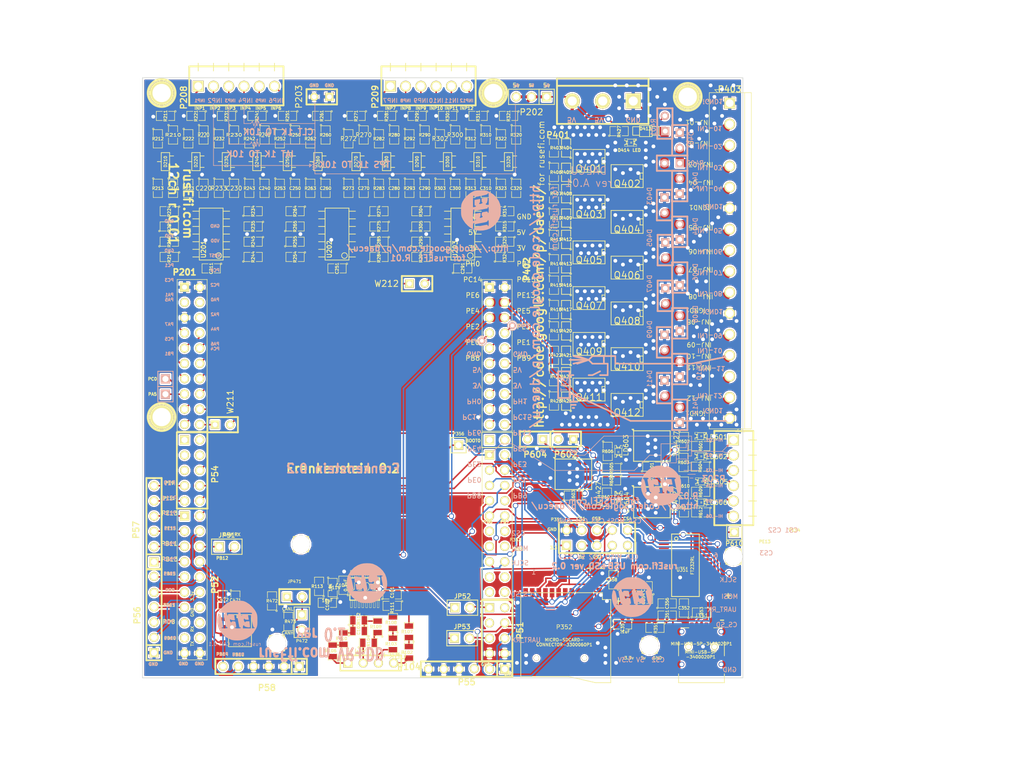
<source format=kicad_pcb>
(kicad_pcb (version 3) (host pcbnew "(2013-07-07 BZR 4022)-stable")
  (title_block (title "High or low side drive board for RUSEFI.com") (rev .01) (company RUSEFI.com) (comment 2 Art_Electro) (comment 3 Art_Electro))
  (layers (15 F.Cu signal) (0 B.Cu signal) (18 B.Paste user) (19 F.Paste user) (20 B.SilkS user) (21 F.SilkS user) (22 B.Mask user) (23 F.Mask user) (28 Edge.Cuts user))
  (net 0 "")
  (net 1 /3.3V)
  (net 2 /5V)
  (net 3 /CAM)
  (net 4 /CAM+)
  (net 5 /CAM-)
  (net 6 /CANH)
  (net 7 /CANL)
  (net 8 /CAN_RX)
  (net 9 /CAN_TX)
  (net 10 /CRANK)
  (net 11 /CRK2+)
  (net 12 /CRK2-)
  (net 13 /CS1)
  (net 14 /CS2)
  (net 15 /CS3)
  (net 16 /CS4)
  (net 17 /CS_SD_MODULE)
  (net 18 /HL1)
  (net 19 /HL2)
  (net 20 /HL3)
  (net 21 /HL4)
  (net 22 /HL5)
  (net 23 /HL6)
  (net 24 /H_IN1)
  (net 25 /H_IN2)
  (net 26 /H_IN3)
  (net 27 /H_IN4)
  (net 28 /H_IN5)
  (net 29 /H_IN6)
  (net 30 /INJ-01)
  (net 31 /INJ-01_2)
  (net 32 /INJ-01_5V)
  (net 33 /INJ-02)
  (net 34 /INJ-02_5V)
  (net 35 /INJ-03)
  (net 36 /INJ-03_5V)
  (net 37 /INJ-04)
  (net 38 /INJ-04_5V)
  (net 39 /INJ-05)
  (net 40 /INJ-05_5V)
  (net 41 /INJ-06)
  (net 42 /INJ-06_5V)
  (net 43 /INJ-07)
  (net 44 /INJ-07_5V)
  (net 45 /INJ-08)
  (net 46 /INJ-08_5V)
  (net 47 /INJ-09)
  (net 48 /INJ-09_5V)
  (net 49 /INJ-10)
  (net 50 /INJ-10_5V)
  (net 51 /INJ-11)
  (net 52 /INJ-11_5V)
  (net 53 /INJ-12)
  (net 54 /INJ-12_5V)
  (net 55 /INP1)
  (net 56 /INP10)
  (net 57 /INP11)
  (net 58 /INP12)
  (net 59 /INP2)
  (net 60 /INP3)
  (net 61 /INP4)
  (net 62 /INP5)
  (net 63 /INP6)
  (net 64 /INP7)
  (net 65 /INP8)
  (net 66 /INP9)
  (net 67 /OUT1)
  (net 68 /OUT10)
  (net 69 /OUT11)
  (net 70 /OUT12)
  (net 71 /OUT2)
  (net 72 /OUT3)
  (net 73 /OUT4)
  (net 74 /OUT5)
  (net 75 /OUT6)
  (net 76 /OUT7)
  (net 77 /OUT8)
  (net 78 /OUT9)
  (net 79 /PA5)
  (net 80 /PA8)
  (net 81 /PB10)
  (net 82 /PB11)
  (net 83 /PB12)
  (net 84 /PB13)
  (net 85 /PB14)
  (net 86 /PB15)
  (net 87 /PC0)
  (net 88 /PC6)
  (net 89 /PD10)
  (net 90 /PD11)
  (net 91 /PD8)
  (net 92 /PD9)
  (net 93 /PE11)
  (net 94 /PE13)
  (net 95 /PE15)
  (net 96 /PE9)
  (net 97 /PH0)
  (net 98 /PH1)
  (net 99 /SPI_MISO)
  (net 100 /SPI_MOSI)
  (net 101 /SPI_SCK)
  (net 102 /USART_RX)
  (net 103 /USART_TX)
  (net 104 /VP)
  (net 105 F-0000107)
  (net 106 F-0000108)
  (net 107 F-0000110)
  (net 108 F-0000112)
  (net 109 F-0000115)
  (net 110 F-0000143)
  (net 111 F-0000144)
  (net 112 F-0000145)
  (net 113 F-0000146)
  (net 114 F-0000147)
  (net 115 F-0000148)
  (net 116 F-0000149)
  (net 117 F-0000150)
  (net 118 F-0000151)
  (net 119 F-0000152)
  (net 120 F-0000153)
  (net 121 F-0000154)
  (net 122 F-0000155)
  (net 123 F-0000156)
  (net 124 F-0000161)
  (net 125 F-0000162)
  (net 126 F-000020)
  (net 127 F-000021)
  (net 128 F-000023)
  (net 129 F-000024)
  (net 130 F-000025)
  (net 131 F-000026)
  (net 132 F-000027)
  (net 133 F-000028)
  (net 134 F-000056)
  (net 135 F-000057)
  (net 136 F-000058)
  (net 137 F-000059)
  (net 138 F-000060)
  (net 139 F-000061)
  (net 140 F-000062)
  (net 141 F-000063)
  (net 142 F-000064)
  (net 143 F-000065)
  (net 144 F-000066)
  (net 145 F-000067)
  (net 146 F-000068)
  (net 147 F-000069)
  (net 148 F-000070)
  (net 149 F-000071)
  (net 150 F-000072)
  (net 151 F-000073)
  (net 152 F-000074)
  (net 153 F-000075)
  (net 154 F-000076)
  (net 155 F-000077)
  (net 156 F-000078)
  (net 157 F-000079)
  (net 158 F-000080)
  (net 159 F-000081)
  (net 160 F-000082)
  (net 161 F-000083)
  (net 162 F-000084)
  (net 163 F-000085)
  (net 164 F-000086)
  (net 165 F-000087)
  (net 166 F-000088)
  (net 167 F-000089)
  (net 168 F-000090)
  (net 169 F-000091)
  (net 170 F-000093)
  (net 171 F-000094)
  (net 172 GND)
  (net 173 N-000001)
  (net 174 N-0000010)
  (net 175 N-0000012)
  (net 176 N-000002)
  (net 177 N-0000020)
  (net 178 N-0000021)
  (net 179 N-0000024)
  (net 180 N-0000025)
  (net 181 N-0000028)
  (net 182 N-0000029)
  (net 183 N-000007)
  (net 184 N-000008)
  (module pin_array_4x2 (layer F.Cu) (at 179.07 184.15 270)
    (fp_text reference P51 (at 0 -3.81 270) (layer F.SilkS) (effects (font (size 1.016 1.016) (thickness 0.2032))))
    (fp_text value CONN_4X2 hide)
    (pad 1 thru_hole rect (at -3.81 1.27 270) (size 1.524 1.524) (drill 1.016) (layers *.Cu *.Mask F.SilkS) (net 80 /PA8))
    (pad 2 thru_hole circle (at -3.81 -1.27 270) (size 1.524 1.524) (drill 1.016) (layers *.Cu *.Mask F.SilkS))
    (pad 3 thru_hole circle (at -1.27 1.27 270) (size 1.524 1.524) (drill 1.016) (layers *.Cu *.Mask F.SilkS))
    (pad 4 thru_hole circle (at -1.27 -1.27 270) (size 1.524 1.524) (drill 1.016) (layers *.Cu *.Mask F.SilkS) (net 29 /H_IN6))
    (pad 5 thru_hole circle (at 1.27 1.27 270) (size 1.524 1.524) (drill 1.016) (layers *.Cu *.Mask F.SilkS) (net 88 /PC6))
    (pad 6 thru_hole circle (at 1.27 -1.27 270) (size 1.524 1.524) (drill 1.016) (layers *.Cu *.Mask F.SilkS) (net 28 /H_IN5))
    (pad 7 thru_hole circle (at 3.81 1.27 270) (size 1.524 1.524) (drill 1.016) (layers *.Cu *.Mask F.SilkS) (net 172 GND))
    (pad 8 thru_hole circle (at 3.81 -1.27 270) (size 1.524 1.524) (drill 1.016) (layers *.Cu *.Mask F.SilkS) (net 172 GND))
  )
  (module PIN_ARRAY_5x2 (layer F.Cu) (at 128.27 157.48 270)
    (fp_text reference P54 (at 0.635 -3.81 270) (layer F.SilkS) (effects (font (size 1.016 1.016) (thickness 0.2032))))
    (fp_text value CONN_5X2 hide)
    (pad 1 thru_hole rect (at -5.08 1.27 270) (size 1.524 1.524) (drill 1.016) (layers *.Cu *.Mask F.SilkS))
    (pad 2 thru_hole circle (at -5.08 -1.27 270) (size 1.524 1.524) (drill 1.016) (layers *.Cu *.Mask F.SilkS))
    (pad 3 thru_hole circle (at -2.54 1.27 270) (size 1.524 1.524) (drill 1.016) (layers *.Cu *.Mask F.SilkS))
    (pad 4 thru_hole circle (at -2.54 -1.27 270) (size 1.524 1.524) (drill 1.016) (layers *.Cu *.Mask F.SilkS))
    (pad 5 thru_hole circle (at 0 1.27 270) (size 1.524 1.524) (drill 1.016) (layers *.Cu *.Mask F.SilkS))
    (pad 6 thru_hole circle (at 0 -1.27 270) (size 1.524 1.524) (drill 1.016) (layers *.Cu *.Mask F.SilkS) (net 26 /H_IN3))
    (pad 7 thru_hole circle (at 2.54 1.27 270) (size 1.524 1.524) (drill 1.016) (layers *.Cu *.Mask F.SilkS) (net 96 /PE9))
    (pad 8 thru_hole circle (at 2.54 -1.27 270) (size 1.524 1.524) (drill 1.016) (layers *.Cu *.Mask F.SilkS) (net 24 /H_IN1))
    (pad 9 thru_hole circle (at 5.08 1.27 270) (size 1.524 1.524) (drill 1.016) (layers *.Cu *.Mask F.SilkS) (net 93 /PE11))
    (pad 10 thru_hole circle (at 5.08 -1.27 270) (size 1.524 1.524) (drill 1.016) (layers *.Cu *.Mask F.SilkS) (net 25 /H_IN2))
  )
  (module PIN_ARRAY_2X1 (layer F.Cu) (at 179.07 152.4)
    (fp_text reference P53 hide)
    (fp_text value CONN_2 hide)
    (pad 1 thru_hole rect (at -1.27 0) (size 1.524 1.524) (drill 1.016) (layers *.Cu *.Mask F.SilkS))
    (pad 2 thru_hole circle (at 1.27 0) (size 1.524 1.524) (drill 1.016) (layers *.Cu *.Mask F.SilkS))
  )
  (module PIN_ARRAY_10X2_M (layer F.Cu) (at 128.27 176.53 270)
    (fp_text reference P52 (at 0 -3.81 270) (layer F.SilkS) (effects (font (size 1.016 1.016) (thickness 0.254))))
    (fp_text value CONN_10X2 hide)
    (pad 1 thru_hole rect (at -11.47064 1.27 270) (size 1.524 1.524) (drill 0.8128) (layers *.Cu *.Mask F.SilkS) (net 94 /PE13))
    (pad 2 thru_hole circle (at -11.47064 -1.27 270) (size 1.524 1.524) (drill 1.016) (layers *.Cu *.Mask F.SilkS) (net 27 /H_IN4))
    (pad 3 thru_hole circle (at -8.93064 1.27 270) (size 1.524 1.524) (drill 1.016) (layers *.Cu *.Mask F.SilkS) (net 95 /PE15))
    (pad 4 thru_hole circle (at -8.93064 -1.27 270) (size 1.524 1.524) (drill 1.016) (layers *.Cu *.Mask F.SilkS) (net 81 /PB10))
    (pad 5 thru_hole circle (at -6.39064 1.27 270) (size 1.524 1.524) (drill 1.016) (layers *.Cu *.Mask F.SilkS) (net 82 /PB11))
    (pad 6 thru_hole circle (at -6.39064 -1.27 270) (size 1.524 1.524) (drill 1.016) (layers *.Cu *.Mask F.SilkS) (net 83 /PB12))
    (pad 7 thru_hole circle (at -3.85064 1.27 270) (size 1.524 1.524) (drill 1.016) (layers *.Cu *.Mask F.SilkS) (net 84 /PB13))
    (pad 8 thru_hole circle (at -3.85064 -1.27 270) (size 1.524 1.524) (drill 1.016) (layers *.Cu *.Mask F.SilkS) (net 85 /PB14))
    (pad 9 thru_hole circle (at -1.31064 1.27 270) (size 1.524 1.524) (drill 1.016) (layers *.Cu *.Mask F.SilkS) (net 86 /PB15))
    (pad 10 thru_hole circle (at -1.31064 -1.27 270) (size 1.524 1.524) (drill 1.016) (layers *.Cu *.Mask F.SilkS) (net 91 /PD8))
    (pad 11 thru_hole circle (at 1.22936 1.27 270) (size 1.524 1.524) (drill 1.016) (layers *.Cu *.Mask F.SilkS) (net 92 /PD9))
    (pad 12 thru_hole circle (at 1.22936 -1.27 270) (size 1.524 1.524) (drill 1.016) (layers *.Cu *.Mask F.SilkS) (net 89 /PD10))
    (pad 13 thru_hole circle (at 3.76936 1.27 270) (size 1.524 1.524) (drill 1.016) (layers *.Cu *.Mask F.SilkS) (net 90 /PD11))
    (pad 14 thru_hole circle (at 3.76936 -1.27 270) (size 1.524 1.524) (drill 1.016) (layers *.Cu *.Mask F.SilkS))
    (pad 15 thru_hole circle (at 6.30936 1.27 270) (size 1.524 1.524) (drill 1.016) (layers *.Cu *.Mask F.SilkS))
    (pad 16 thru_hole circle (at 6.30936 -1.27 270) (size 1.524 1.524) (drill 1.016) (layers *.Cu *.Mask F.SilkS))
    (pad 17 thru_hole circle (at 8.84936 1.27 270) (size 1.524 1.524) (drill 1.016) (layers *.Cu *.Mask F.SilkS))
    (pad 18 thru_hole circle (at 8.84936 -1.27 270) (size 1.524 1.524) (drill 1.016) (layers *.Cu *.Mask F.SilkS))
    (pad 19 thru_hole circle (at 11.38936 1.27 270) (size 1.524 1.524) (drill 1.016) (layers *.Cu *.Mask F.SilkS) (net 172 GND))
    (pad 20 thru_hole circle (at 11.38936 -1.27 270) (size 1.524 1.524) (drill 1.016) (layers *.Cu *.Mask F.SilkS) (net 172 GND))
  )
  (module PIN_ARRAY-6X1 (layer F.Cu) (at 121.92 181.483 90)
    (fp_text reference P56 (at -0.127 -2.794 90) (layer F.SilkS) (effects (font (size 1.016 1.016) (thickness 0.2032))))
    (fp_text value CONN_6 hide)
    (pad 1 thru_hole rect (at -6.35 0 90) (size 1.524 1.524) (drill 1.016) (layers *.Cu *.Mask F.SilkS) (net 172 GND))
    (pad 2 thru_hole circle (at -3.81 0 90) (size 1.524 1.524) (drill 1.016) (layers *.Cu *.Mask F.SilkS) (net 89 /PD10))
    (pad 3 thru_hole circle (at -1.27 0 90) (size 1.524 1.524) (drill 1.016) (layers *.Cu *.Mask F.SilkS) (net 91 /PD8))
    (pad 4 thru_hole circle (at 1.27 0 90) (size 1.524 1.524) (drill 1.016) (layers *.Cu *.Mask F.SilkS) (net 90 /PD11))
    (pad 5 thru_hole circle (at 3.683 0 90) (size 1.524 1.524) (drill 1.016) (layers *.Cu *.Mask F.SilkS) (net 92 /PD9))
    (pad 6 thru_hole circle (at 6.35 0 90) (size 1.524 1.524) (drill 1.016) (layers *.Cu *.Mask F.SilkS) (net 86 /PB15))
  )
  (module PIN_ARRAY-6X1 (layer F.Cu) (at 121.92 166.37 90)
    (fp_text reference P57 (at -1.016 -2.9845 90) (layer F.SilkS) (effects (font (size 1.016 1.016) (thickness 0.2032))))
    (fp_text value CONN_6 hide)
    (pad 1 thru_hole rect (at -6.35 0 90) (size 1.524 1.524) (drill 1.016) (layers *.Cu *.Mask F.SilkS) (net 84 /PB13))
    (pad 2 thru_hole circle (at -3.81 0 90) (size 1.524 1.524) (drill 1.016) (layers *.Cu *.Mask F.SilkS) (net 82 /PB11))
    (pad 3 thru_hole circle (at -1.27 0 90) (size 1.524 1.524) (drill 1.016) (layers *.Cu *.Mask F.SilkS) (net 95 /PE15))
    (pad 4 thru_hole circle (at 1.27 0 90) (size 1.524 1.524) (drill 1.016) (layers *.Cu *.Mask F.SilkS) (net 94 /PE13))
    (pad 5 thru_hole circle (at 3.81 0 90) (size 1.524 1.524) (drill 1.016) (layers *.Cu *.Mask F.SilkS) (net 93 /PE11))
    (pad 6 thru_hole circle (at 6.35 0 90) (size 1.524 1.524) (drill 1.016) (layers *.Cu *.Mask F.SilkS) (net 96 /PE9))
  )
  (module PIN_ARRAY-6X1 (layer F.Cu) (at 139.764 190.119 180)
    (fp_text reference P58 (at -0.9525 -3.556 180) (layer F.SilkS) (effects (font (size 1.016 1.016) (thickness 0.2032))))
    (fp_text value CONN_6 hide)
    (pad 1 thru_hole rect (at -6.35 0 180) (size 1.524 1.524) (drill 1.016) (layers *.Cu *.Mask F.SilkS) (net 172 GND))
    (pad 2 thru_hole circle (at -3.81 0 180) (size 1.524 1.524) (drill 1.016) (layers *.Cu *.Mask F.SilkS) (net 172 GND))
    (pad 3 thru_hole circle (at -1.27 0 180) (size 1.524 1.524) (drill 1.016) (layers *.Cu *.Mask F.SilkS) (net 172 GND))
    (pad 4 thru_hole circle (at 1.27 0 180) (size 1.524 1.524) (drill 1.016) (layers *.Cu *.Mask F.SilkS) (net 172 GND))
    (pad 5 thru_hole circle (at 3.81 0 180) (size 1.524 1.524) (drill 1.016) (layers *.Cu *.Mask F.SilkS) (net 81 /PB10))
    (pad 6 thru_hole circle (at 6.35 0 180) (size 1.524 1.524) (drill 1.016) (layers *.Cu *.Mask F.SilkS) (net 85 /PB14))
  )
  (module PIN_ARRAY_2_A (layer F.Cu) (at 173.292 180.34)
    (fp_text reference JP52 (at 0 -1.905) (layer F.SilkS) (effects (font (size 0.762 0.762) (thickness 0.1524))))
    (fp_text value JUMPER hide)
    (pad 1 thru_hole rect (at -1.27 0) (size 1.524 1.524) (drill 1.016) (layers *.Cu *.Mask F.SilkS) (net 10 /CRANK))
    (pad 2 thru_hole circle (at 1.27 0) (size 1.524 1.524) (drill 1.016) (layers *.Cu *.Mask F.SilkS) (net 80 /PA8))
  )
  (module PIN_ARRAY_2_A (layer F.Cu) (at 173.228 185.42)
    (fp_text reference JP53 (at 0 -1.905) (layer F.SilkS) (effects (font (size 0.762 0.762) (thickness 0.1524))))
    (fp_text value JUMPER hide)
    (pad 1 thru_hole rect (at -1.27 0) (size 1.524 1.524) (drill 1.016) (layers *.Cu *.Mask F.SilkS) (net 3 /CAM))
    (pad 2 thru_hole circle (at 1.27 0) (size 1.524 1.524) (drill 1.016) (layers *.Cu *.Mask F.SilkS) (net 88 /PC6))
  )
  (module PIN_ARRAY_2_A (layer F.Cu) (at 134.048 170.18)
    (fp_text reference JP51 (at 0 -1.905) (layer F.SilkS) (effects (font (size 0.762 0.762) (thickness 0.1524))))
    (fp_text value JUMPER hide)
    (pad 1 thru_hole rect (at -1.27 0) (size 1.524 1.524) (drill 1.016) (layers *.Cu *.Mask F.SilkS) (net 83 /PB12))
    (pad 2 thru_hole circle (at 1.27 0) (size 1.524 1.524) (drill 1.016) (layers *.Cu *.Mask F.SilkS) (net 8 /CAN_RX))
  )
  (module PIN_ARRAY-6X1 (layer F.Cu) (at 173.99 190.564 180)
    (fp_text reference P55 (at 0 -2.159 180) (layer F.SilkS) (effects (font (size 1.016 1.016) (thickness 0.2032))))
    (fp_text value CONN_6 hide)
    (pad 1 thru_hole rect (at -6.35 0 180) (size 1.524 1.524) (drill 1.016) (layers *.Cu *.Mask F.SilkS) (net 172 GND))
    (pad 2 thru_hole circle (at -3.81 0 180) (size 1.524 1.524) (drill 1.016) (layers *.Cu *.Mask F.SilkS) (net 28 /H_IN5))
    (pad 3 thru_hole circle (at -1.27 0.0635 180) (size 1.524 1.524) (drill 1.016) (layers *.Cu *.Mask F.SilkS) (net 29 /H_IN6))
    (pad 4 thru_hole circle (at 1.27 0 180) (size 1.524 1.524) (drill 1.016) (layers *.Cu *.Mask F.SilkS) (net 172 GND))
    (pad 5 thru_hole circle (at 3.81 0 180) (size 1.524 1.524) (drill 1.016) (layers *.Cu *.Mask F.SilkS) (net 172 GND))
    (pad 6 thru_hole circle (at 6.35 0 180) (size 1.524 1.524) (drill 1.016) (layers *.Cu *.Mask F.SilkS) (net 172 GND))
  )
  (module PIN_ARRAY_1 (layer F.Cu) (at 218.567 167.767 180)
    (fp_text reference P610 (at 0 -1.905 180) (layer F.SilkS) (effects (font (size 0.762 0.762) (thickness 0.1524))))
    (fp_text value CONN_1 hide)
    (pad 1 thru_hole rect (at 0 0 180) (size 1.524 1.524) (drill 1.016) (layers *.Cu *.Mask F.SilkS) (net 104 /VP))
  )
  (module SM0805 (layer F.Cu) (at 161.586 178.126)
    (fp_text reference C101 (at 0 -0.3175 90) (layer F.SilkS) (effects (font (size 0.50038 0.50038) (thickness 0.10922))))
    (fp_text value 1000pF hide)
    (pad 1 smd rect (at -0.9525 0) (size 0.889 1.397) (layers F.Cu F.Paste F.Mask) (net 130 F-000025))
    (pad 2 smd rect (at 0.9525 0) (size 0.889 1.397) (layers F.Cu F.Paste F.Mask) (net 131 F-000026))
  )
  (module SM0805 (layer F.Cu) (at 155.998 184.222)
    (fp_text reference C102 (at 0 -0.3175 90) (layer F.SilkS) (effects (font (size 0.50038 0.50038) (thickness 0.10922))))
    (fp_text value 1000pF hide)
    (pad 1 smd rect (at -0.9525 0) (size 0.889 1.397) (layers F.Cu F.Paste F.Mask) (net 132 F-000027))
    (pad 2 smd rect (at 0.9525 0) (size 0.889 1.397) (layers F.Cu F.Paste F.Mask) (net 133 F-000028))
  )
  (module SM0805 (layer F.Cu) (at 153.458 176.602 90)
    (fp_text reference C104 (at 0 -0.3175 180) (layer F.SilkS) (effects (font (size 0.50038 0.50038) (thickness 0.10922))))
    (fp_text value 0.1uF (at 0 0.381 90) (layer F.SilkS) (effects (font (size 0.50038 0.50038) (thickness 0.10922))))
    (pad 1 smd rect (at -0.9525 0 90) (size 0.889 1.397) (layers F.Cu F.Paste F.Mask) (net 2 /5V))
    (pad 2 smd rect (at 0.9525 0 90) (size 0.889 1.397) (layers F.Cu F.Paste F.Mask) (net 172 GND))
  )
  (module SM0805 (layer F.Cu) (at 164.38 187.778 90)
    (fp_text reference R102 (at 0 -0.3175 180) (layer F.SilkS) (effects (font (size 0.50038 0.50038) (thickness 0.10922))))
    (fp_text value 5k hide)
    (pad 1 smd rect (at -0.9525 0 90) (size 0.889 1.397) (layers F.Cu F.Paste F.Mask) (net 11 /CRK2+))
    (pad 2 smd rect (at 0.9525 0 90) (size 0.889 1.397) (layers F.Cu F.Paste F.Mask) (net 126 F-000020))
  )
  (module SM0805 (layer F.Cu) (at 161.713 186.381 90)
    (fp_text reference R103 (at 0 -0.3175 180) (layer F.SilkS) (effects (font (size 0.50038 0.50038) (thickness 0.10922))))
    (fp_text value 5k hide)
    (pad 1 smd rect (at -0.9525 0 90) (size 0.889 1.397) (layers F.Cu F.Paste F.Mask) (net 12 /CRK2-))
    (pad 2 smd rect (at 0.9525 0 90) (size 0.889 1.397) (layers F.Cu F.Paste F.Mask) (net 129 F-000024))
  )
  (module SM0805 (layer F.Cu) (at 157.649 186.191)
    (fp_text reference R104 (at 0 -0.3175 90) (layer F.SilkS) (effects (font (size 0.50038 0.50038) (thickness 0.10922))))
    (fp_text value 5k hide)
    (pad 1 smd rect (at -0.9525 0) (size 0.889 1.397) (layers F.Cu F.Paste F.Mask) (net 5 /CAM-))
    (pad 2 smd rect (at 0.9525 0) (size 0.889 1.397) (layers F.Cu F.Paste F.Mask) (net 127 F-000021))
  )
  (module SM0805 (layer F.Cu) (at 151.68 187.524 90)
    (fp_text reference R106 (at 0 -0.3175 180) (layer F.SilkS) (effects (font (size 0.50038 0.50038) (thickness 0.10922))))
    (fp_text value 5k hide)
    (pad 1 smd rect (at -0.9525 0 90) (size 0.889 1.397) (layers F.Cu F.Paste F.Mask) (net 4 /CAM+))
    (pad 2 smd rect (at 0.9525 0 90) (size 0.889 1.397) (layers F.Cu F.Paste F.Mask) (net 128 F-000023))
  )
  (module SM0805 (layer F.Cu) (at 164.38 184.349 90)
    (fp_text reference R107 (at 0 -0.3175 180) (layer F.SilkS) (effects (font (size 0.50038 0.50038) (thickness 0.10922))))
    (fp_text value 5k hide)
    (pad 1 smd rect (at -0.9525 0 90) (size 0.889 1.397) (layers F.Cu F.Paste F.Mask) (net 126 F-000020))
    (pad 2 smd rect (at 0.9525 0 90) (size 0.889 1.397) (layers F.Cu F.Paste F.Mask) (net 131 F-000026))
  )
  (module SM0805 (layer F.Cu) (at 161.713 182.825 90)
    (fp_text reference R108 (at 0 -0.3175 180) (layer F.SilkS) (effects (font (size 0.50038 0.50038) (thickness 0.10922))))
    (fp_text value 5k hide)
    (pad 1 smd rect (at -0.9525 0 90) (size 0.889 1.397) (layers F.Cu F.Paste F.Mask) (net 129 F-000024))
    (pad 2 smd rect (at 0.9525 0 90) (size 0.889 1.397) (layers F.Cu F.Paste F.Mask) (net 130 F-000025))
  )
  (module SM0805 (layer F.Cu) (at 159.173 183.524 90)
    (fp_text reference R109 (at 0 -0.3175 180) (layer F.SilkS) (effects (font (size 0.50038 0.50038) (thickness 0.10922))))
    (fp_text value 5k hide)
    (pad 1 smd rect (at -0.9525 0 90) (size 0.889 1.397) (layers F.Cu F.Paste F.Mask) (net 127 F-000021))
    (pad 2 smd rect (at 0.9525 0 90) (size 0.889 1.397) (layers F.Cu F.Paste F.Mask) (net 133 F-000028))
  )
  (module SM0805 (layer F.Cu) (at 153.458 185.492 90)
    (fp_text reference R110 (at 0 -0.3175 180) (layer F.SilkS) (effects (font (size 0.50038 0.50038) (thickness 0.10922))))
    (fp_text value 5k hide)
    (pad 1 smd rect (at -0.9525 0 90) (size 0.889 1.397) (layers F.Cu F.Paste F.Mask) (net 128 F-000023))
    (pad 2 smd rect (at 0.9525 0 90) (size 0.889 1.397) (layers F.Cu F.Paste F.Mask) (net 132 F-000027))
  )
  (module SM0805 (layer F.Cu) (at 161.586 180.031 180)
    (fp_text reference R111 (at 0 -0.3175 270) (layer F.SilkS) (effects (font (size 0.50038 0.50038) (thickness 0.10922))))
    (fp_text value 5k hide)
    (pad 1 smd rect (at -0.9525 0 180) (size 0.889 1.397) (layers F.Cu F.Paste F.Mask) (net 130 F-000025))
    (pad 2 smd rect (at 0.9525 0 180) (size 0.889 1.397) (layers F.Cu F.Paste F.Mask) (net 131 F-000026))
  )
  (module SM0805 (layer F.Cu) (at 155.998 182.444)
    (fp_text reference R112 (at 0 -0.3175 90) (layer F.SilkS) (effects (font (size 0.50038 0.50038) (thickness 0.10922))))
    (fp_text value 5k hide)
    (pad 1 smd rect (at -0.9525 0) (size 0.889 1.397) (layers F.Cu F.Paste F.Mask) (net 132 F-000027))
    (pad 2 smd rect (at 0.9525 0) (size 0.889 1.397) (layers F.Cu F.Paste F.Mask) (net 133 F-000028))
  )
  (module SM0805 (layer F.Cu) (at 149.416 176.784 90)
    (fp_text reference R113 (at 0 -0.3175 180) (layer F.SilkS) (effects (font (size 0.50038 0.50038) (thickness 0.10922))))
    (fp_text value 10k hide)
    (pad 1 smd rect (at -0.9525 0 90) (size 0.889 1.397) (layers F.Cu F.Paste F.Mask) (net 2 /5V))
    (pad 2 smd rect (at 0.9525 0 90) (size 0.889 1.397) (layers F.Cu F.Paste F.Mask) (net 10 /CRANK))
  )
  (module SM0805 (layer F.Cu) (at 151.68 176.983 270)
    (fp_text reference R114 (at 0 -0.3175 360) (layer F.SilkS) (effects (font (size 0.50038 0.50038) (thickness 0.10922))))
    (fp_text value 10k (at 0 0.381 270) (layer F.SilkS) (effects (font (size 0.50038 0.50038) (thickness 0.10922))))
    (pad 1 smd rect (at -0.9525 0 270) (size 0.889 1.397) (layers F.Cu F.Paste F.Mask) (net 3 /CAM))
    (pad 2 smd rect (at 0.9525 0 270) (size 0.889 1.397) (layers F.Cu F.Paste F.Mask) (net 2 /5V))
  )
  (module maxim-10-QSOP16 (layer F.Cu) (at 157.014 177.237 180)
    (fp_text reference U101 (at 0.254 0.381 180) (layer F.SilkS) (effects (font (size 1.27 1.27) (thickness 0.0889))))
    (fp_text value MAX9926/9927 hide)
    (pad 1 smd rect (at -2.2225 2.68986 180) (size 0.44958 1.4986) (layers F.Cu F.Paste F.Mask) (net 172 GND))
    (pad 2 smd rect (at -1.5875 2.68986 180) (size 0.44958 1.4986) (layers F.Cu F.Paste F.Mask))
    (pad 3 smd rect (at -0.9525 2.68986 180) (size 0.44958 1.4986) (layers F.Cu F.Paste F.Mask) (net 172 GND))
    (pad 4 smd rect (at -0.3175 2.68986 180) (size 0.44958 1.4986) (layers F.Cu F.Paste F.Mask) (net 10 /CRANK))
    (pad 5 smd rect (at 0.3175 2.68986 180) (size 0.44958 1.4986) (layers F.Cu F.Paste F.Mask) (net 3 /CAM))
    (pad 6 smd rect (at 0.9525 2.68986 180) (size 0.44958 1.4986) (layers F.Cu F.Paste F.Mask) (net 172 GND))
    (pad 7 smd rect (at 1.5875 2.68986 180) (size 0.44958 1.4986) (layers F.Cu F.Paste F.Mask))
    (pad 8 smd rect (at 2.2225 2.68986 180) (size 0.44958 1.4986) (layers F.Cu F.Paste F.Mask) (net 172 GND))
    (pad 9 smd rect (at 2.2225 -2.68986 180) (size 0.44958 1.4986) (layers F.Cu F.Paste F.Mask) (net 132 F-000027))
    (pad 10 smd rect (at 1.5875 -2.68986 180) (size 0.44958 1.4986) (layers F.Cu F.Paste F.Mask) (net 133 F-000028))
    (pad 11 smd rect (at 0.9525 -2.68986 180) (size 0.44958 1.4986) (layers F.Cu F.Paste F.Mask) (net 172 GND))
    (pad 12 smd rect (at 0.3175 -2.68986 180) (size 0.44958 1.4986) (layers F.Cu F.Paste F.Mask) (net 172 GND))
    (pad 13 smd rect (at -0.3175 -2.68986 180) (size 0.44958 1.4986) (layers F.Cu F.Paste F.Mask) (net 172 GND))
    (pad 14 smd rect (at -0.9525 -2.68986 180) (size 0.44958 1.4986) (layers F.Cu F.Paste F.Mask) (net 2 /5V))
    (pad 15 smd rect (at -1.5875 -2.68986 180) (size 0.44958 1.4986) (layers F.Cu F.Paste F.Mask) (net 130 F-000025))
    (pad 16 smd rect (at -2.2225 -2.68986 180) (size 0.44958 1.4986) (layers F.Cu F.Paste F.Mask) (net 131 F-000026))
  )
  (module PIN_ARRAY_4x1 (layer F.Cu) (at 158.03 189.556)
    (fp_text reference P104 (at 6.35 0.635) (layer F.SilkS) (effects (font (size 1.016 1.016) (thickness 0.2032))))
    (fp_text value CONN_4 hide)
    (pad 1 thru_hole rect (at -3.81 0) (size 1.524 1.524) (drill 1.016) (layers *.Cu *.Mask F.SilkS) (net 4 /CAM+))
    (pad 2 thru_hole circle (at -1.27 0) (size 1.524 1.524) (drill 1.016) (layers *.Cu *.Mask F.SilkS) (net 5 /CAM-))
    (pad 3 thru_hole circle (at 1.27 0) (size 1.524 1.524) (drill 1.016) (layers *.Cu *.Mask F.SilkS) (net 12 /CRK2-))
    (pad 4 thru_hole circle (at 3.81 0) (size 1.524 1.524) (drill 1.016) (layers *.Cu *.Mask F.SilkS) (net 11 /CRK2+))
  )
  (module SM0805 (layer F.Cu) (at 150.791 179.523 180)
    (fp_text reference C103 (at 0 -0.3175 270) (layer F.SilkS) (effects (font (size 0.50038 0.50038) (thickness 0.10922))))
    (fp_text value 10uF (at 0 0.381 180) (layer F.SilkS) (effects (font (size 0.50038 0.50038) (thickness 0.10922))))
    (pad 1 smd rect (at -0.9525 0 180) (size 0.889 1.397) (layers F.Cu F.Paste F.Mask) (net 172 GND))
    (pad 2 smd rect (at 0.9525 0 180) (size 0.889 1.397) (layers F.Cu F.Paste F.Mask) (net 2 /5V))
  )
  (module LOGO_F (layer B.Cu) (at 157.39525 176.22125 180)
    (fp_text reference G101 hide)
    (fp_text value LOGO hide)
  )
  (module PIN_ARRAY_3X1 (layer F.Cu) (at 184.785 95.25 180)
    (fp_text reference P202 (at 0 -2.54 180) (layer F.SilkS) (effects (font (size 1.016 1.016) (thickness 0.1524))))
    (fp_text value CONN_3 hide)
    (pad 1 thru_hole rect (at -2.54 0 180) (size 1.524 1.524) (drill 1.016) (layers *.Cu *.Mask F.SilkS) (net 2 /5V))
    (pad 2 thru_hole circle (at 0 0 180) (size 1.524 1.524) (drill 1.016) (layers *.Cu *.Mask F.SilkS) (net 2 /5V))
    (pad 3 thru_hole circle (at 2.54 0 180) (size 1.524 1.524) (drill 1.016) (layers *.Cu *.Mask F.SilkS) (net 2 /5V))
  )
  (module sot23 (layer F.Cu) (at 133.985 106.045 90)
    (fp_text reference D230 (at 0 0 90) (layer F.SilkS) (effects (font (size 0.50038 0.50038) (thickness 0.09906))))
    (fp_text value DOUBLE_SCHOTTKY hide)
    (pad 1 smd rect (at -0.9525 1.05664 90) (size 0.59944 1.00076) (layers F.Cu F.Paste F.Mask) (net 172 GND))
    (pad 2 smd rect (at 0 -1.05664 90) (size 0.59944 1.00076) (layers F.Cu F.Paste F.Mask) (net 170 F-000093))
    (pad 3 smd rect (at 0.9525 1.05664 90) (size 0.59944 1.00076) (layers F.Cu F.Paste F.Mask) (net 2 /5V))
  )
  (module sot23 (layer F.Cu) (at 170.815 106.045 90)
    (fp_text reference D300 (at 0 0 90) (layer F.SilkS) (effects (font (size 0.50038 0.50038) (thickness 0.09906))))
    (fp_text value DOUBLE_SCHOTTKY hide)
    (pad 1 smd rect (at -0.9525 1.05664 90) (size 0.59944 1.00076) (layers F.Cu F.Paste F.Mask) (net 172 GND))
    (pad 2 smd rect (at 0 -1.05664 90) (size 0.59944 1.00076) (layers F.Cu F.Paste F.Mask) (net 139 F-000061))
    (pad 3 smd rect (at 0.9525 1.05664 90) (size 0.59944 1.00076) (layers F.Cu F.Paste F.Mask) (net 2 /5V))
  )
  (module sot23 (layer F.Cu) (at 165.735 106.045 90)
    (fp_text reference D290 (at 0 0 90) (layer F.SilkS) (effects (font (size 0.50038 0.50038) (thickness 0.09906))))
    (fp_text value DOUBLE_SCHOTTKY hide)
    (pad 1 smd rect (at -0.9525 1.05664 90) (size 0.59944 1.00076) (layers F.Cu F.Paste F.Mask) (net 172 GND))
    (pad 2 smd rect (at 0 -1.05664 90) (size 0.59944 1.00076) (layers F.Cu F.Paste F.Mask) (net 140 F-000062))
    (pad 3 smd rect (at 0.9525 1.05664 90) (size 0.59944 1.00076) (layers F.Cu F.Paste F.Mask) (net 2 /5V))
  )
  (module sot23 (layer F.Cu) (at 128.905 106.045 90)
    (fp_text reference D220 (at 0 0 90) (layer F.SilkS) (effects (font (size 0.50038 0.50038) (thickness 0.09906))))
    (fp_text value DOUBLE_SCHOTTKY hide)
    (pad 1 smd rect (at -0.9525 1.05664 90) (size 0.59944 1.00076) (layers F.Cu F.Paste F.Mask) (net 172 GND))
    (pad 2 smd rect (at 0 -1.05664 90) (size 0.59944 1.00076) (layers F.Cu F.Paste F.Mask) (net 165 F-000087))
    (pad 3 smd rect (at 0.9525 1.05664 90) (size 0.59944 1.00076) (layers F.Cu F.Paste F.Mask) (net 2 /5V))
  )
  (module sot23 (layer F.Cu) (at 139.065 106.045 90)
    (fp_text reference D240 (at 0 0 90) (layer F.SilkS) (effects (font (size 0.50038 0.50038) (thickness 0.09906))))
    (fp_text value DOUBLE_SCHOTTKY hide)
    (pad 1 smd rect (at -0.9525 1.05664 90) (size 0.59944 1.00076) (layers F.Cu F.Paste F.Mask) (net 172 GND))
    (pad 2 smd rect (at 0 -1.05664 90) (size 0.59944 1.00076) (layers F.Cu F.Paste F.Mask) (net 169 F-000091))
    (pad 3 smd rect (at 0.9525 1.05664 90) (size 0.59944 1.00076) (layers F.Cu F.Paste F.Mask) (net 2 /5V))
  )
  (module sot23 (layer F.Cu) (at 123.825 106.045 90)
    (fp_text reference D210 (at 0 0 90) (layer F.SilkS) (effects (font (size 0.50038 0.50038) (thickness 0.09906))))
    (fp_text value DOUBLE_SCHOTTKY hide)
    (pad 1 smd rect (at -0.9525 1.05664 90) (size 0.59944 1.00076) (layers F.Cu F.Paste F.Mask) (net 172 GND))
    (pad 2 smd rect (at 0 -1.05664 90) (size 0.59944 1.00076) (layers F.Cu F.Paste F.Mask) (net 156 F-000078))
    (pad 3 smd rect (at 0.9525 1.05664 90) (size 0.59944 1.00076) (layers F.Cu F.Paste F.Mask) (net 2 /5V))
  )
  (module sot23 (layer F.Cu) (at 149.225 106.045 90)
    (fp_text reference D260 (at 0 0 90) (layer F.SilkS) (effects (font (size 0.50038 0.50038) (thickness 0.09906))))
    (fp_text value DOUBLE_SCHOTTKY hide)
    (pad 1 smd rect (at -0.9525 1.05664 90) (size 0.59944 1.00076) (layers F.Cu F.Paste F.Mask) (net 172 GND))
    (pad 2 smd rect (at 0 -1.05664 90) (size 0.59944 1.00076) (layers F.Cu F.Paste F.Mask) (net 151 F-000073))
    (pad 3 smd rect (at 0.9525 1.05664 90) (size 0.59944 1.00076) (layers F.Cu F.Paste F.Mask) (net 2 /5V))
  )
  (module sot23 (layer F.Cu) (at 144.145 106.045 90)
    (fp_text reference D250 (at 0 0 90) (layer F.SilkS) (effects (font (size 0.50038 0.50038) (thickness 0.09906))))
    (fp_text value DOUBLE_SCHOTTKY hide)
    (pad 1 smd rect (at -0.9525 1.05664 90) (size 0.59944 1.00076) (layers F.Cu F.Paste F.Mask) (net 172 GND))
    (pad 2 smd rect (at 0 -1.05664 90) (size 0.59944 1.00076) (layers F.Cu F.Paste F.Mask) (net 144 F-000066))
    (pad 3 smd rect (at 0.9525 1.05664 90) (size 0.59944 1.00076) (layers F.Cu F.Paste F.Mask) (net 2 /5V))
  )
  (module sot23 (layer F.Cu) (at 160.655 106.045 90)
    (fp_text reference D280 (at 0 0 90) (layer F.SilkS) (effects (font (size 0.50038 0.50038) (thickness 0.09906))))
    (fp_text value DOUBLE_SCHOTTKY hide)
    (pad 1 smd rect (at -0.9525 1.05664 90) (size 0.59944 1.00076) (layers F.Cu F.Paste F.Mask) (net 172 GND))
    (pad 2 smd rect (at 0 -1.05664 90) (size 0.59944 1.00076) (layers F.Cu F.Paste F.Mask) (net 134 F-000056))
    (pad 3 smd rect (at 0.9525 1.05664 90) (size 0.59944 1.00076) (layers F.Cu F.Paste F.Mask) (net 2 /5V))
  )
  (module sot23 (layer F.Cu) (at 155.575 106.045 90)
    (fp_text reference D270 (at 0 0 90) (layer F.SilkS) (effects (font (size 0.50038 0.50038) (thickness 0.09906))))
    (fp_text value DOUBLE_SCHOTTKY hide)
    (pad 1 smd rect (at -0.9525 1.05664 90) (size 0.59944 1.00076) (layers F.Cu F.Paste F.Mask) (net 172 GND))
    (pad 2 smd rect (at 0 -1.05664 90) (size 0.59944 1.00076) (layers F.Cu F.Paste F.Mask) (net 137 F-000059))
    (pad 3 smd rect (at 0.9525 1.05664 90) (size 0.59944 1.00076) (layers F.Cu F.Paste F.Mask) (net 2 /5V))
  )
  (module so-14 (layer F.Cu) (at 131.445 118.11 90)
    (fp_text reference U201 (at -2.54 -1.27 90) (layer F.SilkS) (effects (font (size 0.7493 0.7493) (thickness 0.14986))))
    (fp_text value LMV324IDR hide)
    (pad 1 smd rect (at -3.81 2.794 90) (size 0.635 1.27) (layers F.Cu F.Paste F.Mask) (net 138 F-000060))
    (pad 2 smd rect (at -2.54 2.794 90) (size 0.635 1.27) (layers F.Cu F.Paste F.Mask) (net 138 F-000060))
    (pad 3 smd rect (at -1.27 2.794 90) (size 0.635 1.27) (layers F.Cu F.Paste F.Mask) (net 160 F-000082))
    (pad 4 smd rect (at 0 2.794 90) (size 0.635 1.27) (layers F.Cu F.Paste F.Mask) (net 2 /5V))
    (pad 5 smd rect (at 1.27 2.794 90) (size 0.635 1.27) (layers F.Cu F.Paste F.Mask) (net 161 F-000083))
    (pad 6 smd rect (at 2.54 2.794 90) (size 0.635 1.27) (layers F.Cu F.Paste F.Mask) (net 171 F-000094))
    (pad 7 smd rect (at 3.81 2.794 90) (size 0.635 1.27) (layers F.Cu F.Paste F.Mask) (net 171 F-000094))
    (pad 8 smd rect (at 3.81 -2.794 90) (size 0.635 1.27) (layers F.Cu F.Paste F.Mask) (net 136 F-000058))
    (pad 9 smd rect (at 2.54 -2.794 90) (size 0.635 1.27) (layers F.Cu F.Paste F.Mask) (net 136 F-000058))
    (pad 10 smd rect (at 1.27 -2.794 90) (size 0.635 1.27) (layers F.Cu F.Paste F.Mask) (net 164 F-000086))
    (pad 11 smd rect (at 0 -2.794 90) (size 0.635 1.27) (layers F.Cu F.Paste F.Mask) (net 172 GND))
    (pad 12 smd rect (at -1.27 -2.794 90) (size 0.635 1.27) (layers F.Cu F.Paste F.Mask) (net 166 F-000088))
    (pad 13 smd rect (at -2.54 -2.794 90) (size 0.635 1.27) (layers F.Cu F.Paste F.Mask) (net 135 F-000057))
    (pad 14 smd rect (at -3.81 -2.794 90) (size 0.635 1.27) (layers F.Cu F.Paste F.Mask) (net 135 F-000057))
  )
  (module so-14 (layer F.Cu) (at 152.4 118.11 90)
    (fp_text reference U202 (at -2.54 -1.27 90) (layer F.SilkS) (effects (font (size 0.7493 0.7493) (thickness 0.14986))))
    (fp_text value LMV324IDR hide)
    (pad 1 smd rect (at -3.81 2.794 90) (size 0.635 1.27) (layers F.Cu F.Paste F.Mask) (net 168 F-000090))
    (pad 2 smd rect (at -2.54 2.794 90) (size 0.635 1.27) (layers F.Cu F.Paste F.Mask) (net 168 F-000090))
    (pad 3 smd rect (at -1.27 2.794 90) (size 0.635 1.27) (layers F.Cu F.Paste F.Mask) (net 163 F-000085))
    (pad 4 smd rect (at 0 2.794 90) (size 0.635 1.27) (layers F.Cu F.Paste F.Mask) (net 2 /5V))
    (pad 5 smd rect (at 1.27 2.794 90) (size 0.635 1.27) (layers F.Cu F.Paste F.Mask) (net 162 F-000084))
    (pad 6 smd rect (at 2.54 2.794 90) (size 0.635 1.27) (layers F.Cu F.Paste F.Mask) (net 158 F-000080))
    (pad 7 smd rect (at 3.81 2.794 90) (size 0.635 1.27) (layers F.Cu F.Paste F.Mask) (net 158 F-000080))
    (pad 8 smd rect (at 3.81 -2.794 90) (size 0.635 1.27) (layers F.Cu F.Paste F.Mask) (net 159 F-000081))
    (pad 9 smd rect (at 2.54 -2.794 90) (size 0.635 1.27) (layers F.Cu F.Paste F.Mask) (net 159 F-000081))
    (pad 10 smd rect (at 1.27 -2.794 90) (size 0.635 1.27) (layers F.Cu F.Paste F.Mask) (net 167 F-000089))
    (pad 11 smd rect (at 0 -2.794 90) (size 0.635 1.27) (layers F.Cu F.Paste F.Mask) (net 172 GND))
    (pad 12 smd rect (at -1.27 -2.794 90) (size 0.635 1.27) (layers F.Cu F.Paste F.Mask) (net 155 F-000077))
    (pad 13 smd rect (at -2.54 -2.794 90) (size 0.635 1.27) (layers F.Cu F.Paste F.Mask) (net 157 F-000079))
    (pad 14 smd rect (at -3.81 -2.794 90) (size 0.635 1.27) (layers F.Cu F.Paste F.Mask) (net 157 F-000079))
  )
  (module so-14 (layer F.Cu) (at 173.355 118.11 90)
    (fp_text reference U203 (at -2.54 -1.27 90) (layer F.SilkS) (effects (font (size 0.7493 0.7493) (thickness 0.14986))))
    (fp_text value LMV324IDR hide)
    (pad 1 smd rect (at -3.81 2.794 90) (size 0.635 1.27) (layers F.Cu F.Paste F.Mask) (net 147 F-000069))
    (pad 2 smd rect (at -2.54 2.794 90) (size 0.635 1.27) (layers F.Cu F.Paste F.Mask) (net 147 F-000069))
    (pad 3 smd rect (at -1.27 2.794 90) (size 0.635 1.27) (layers F.Cu F.Paste F.Mask) (net 149 F-000071))
    (pad 4 smd rect (at 0 2.794 90) (size 0.635 1.27) (layers F.Cu F.Paste F.Mask) (net 2 /5V))
    (pad 5 smd rect (at 1.27 2.794 90) (size 0.635 1.27) (layers F.Cu F.Paste F.Mask) (net 148 F-000070))
    (pad 6 smd rect (at 2.54 2.794 90) (size 0.635 1.27) (layers F.Cu F.Paste F.Mask) (net 146 F-000068))
    (pad 7 smd rect (at 3.81 2.794 90) (size 0.635 1.27) (layers F.Cu F.Paste F.Mask) (net 146 F-000068))
    (pad 8 smd rect (at 3.81 -2.794 90) (size 0.635 1.27) (layers F.Cu F.Paste F.Mask) (net 141 F-000063))
    (pad 9 smd rect (at 2.54 -2.794 90) (size 0.635 1.27) (layers F.Cu F.Paste F.Mask) (net 141 F-000063))
    (pad 10 smd rect (at 1.27 -2.794 90) (size 0.635 1.27) (layers F.Cu F.Paste F.Mask) (net 145 F-000067))
    (pad 11 smd rect (at 0 -2.794 90) (size 0.635 1.27) (layers F.Cu F.Paste F.Mask) (net 172 GND))
    (pad 12 smd rect (at -1.27 -2.794 90) (size 0.635 1.27) (layers F.Cu F.Paste F.Mask) (net 143 F-000065))
    (pad 13 smd rect (at -2.54 -2.794 90) (size 0.635 1.27) (layers F.Cu F.Paste F.Mask) (net 142 F-000064))
    (pad 14 smd rect (at -3.81 -2.794 90) (size 0.635 1.27) (layers F.Cu F.Paste F.Mask) (net 142 F-000064))
  )
  (module sot23 (layer F.Cu) (at 175.895 106.045 90)
    (fp_text reference D310 (at 0 0 90) (layer F.SilkS) (effects (font (size 0.50038 0.50038) (thickness 0.09906))))
    (fp_text value DOUBLE_SCHOTTKY hide)
    (pad 1 smd rect (at -0.9525 1.05664 90) (size 0.59944 1.00076) (layers F.Cu F.Paste F.Mask) (net 172 GND))
    (pad 2 smd rect (at 0 -1.05664 90) (size 0.59944 1.00076) (layers F.Cu F.Paste F.Mask) (net 152 F-000074))
    (pad 3 smd rect (at 0.9525 1.05664 90) (size 0.59944 1.00076) (layers F.Cu F.Paste F.Mask) (net 2 /5V))
  )
  (module sot23 (layer F.Cu) (at 180.975 106.045 90)
    (fp_text reference D320 (at 0 0 90) (layer F.SilkS) (effects (font (size 0.50038 0.50038) (thickness 0.09906))))
    (fp_text value DOUBLE_SCHOTTKY hide)
    (pad 1 smd rect (at -0.9525 1.05664 90) (size 0.59944 1.00076) (layers F.Cu F.Paste F.Mask) (net 172 GND))
    (pad 2 smd rect (at 0 -1.05664 90) (size 0.59944 1.00076) (layers F.Cu F.Paste F.Mask) (net 150 F-000072))
    (pad 3 smd rect (at 0.9525 1.05664 90) (size 0.59944 1.00076) (layers F.Cu F.Paste F.Mask) (net 2 /5V))
  )
  (module PIN_ARRAY_1 (layer B.Cu) (at 123.825 144.78)
    (fp_text reference P204 hide)
    (fp_text value CONN_1 hide)
    (pad 1 thru_hole rect (at 0 0) (size 1.524 1.524) (drill 1.016) (layers *.Cu *.Mask B.SilkS) (net 79 /PA5))
  )
  (module PIN_ARRAY_1 (layer B.Cu) (at 123.825 142.24 180)
    (fp_text reference P205 hide)
    (fp_text value CONN_1 hide)
    (pad 1 thru_hole rect (at 0 0 180) (size 1.524 1.524) (drill 1.016) (layers *.Cu *.Mask B.SilkS) (net 87 /PC0))
  )
  (module SIL-2 (layer F.Cu) (at 149.86 95.25 180)
    (fp_text reference P203 (at 3.81 0 270) (layer F.SilkS) (effects (font (size 1.016 1.016) (thickness 0.1524))))
    (fp_text value CONN_2 hide)
    (pad 1 thru_hole rect (at -1.27 0 180) (size 1.397 1.397) (drill 0.8128) (layers *.Cu *.Mask F.SilkS) (net 172 GND))
    (pad 2 thru_hole circle (at 1.27 0 180) (size 1.397 1.397) (drill 0.8128) (layers *.Cu *.Mask F.SilkS) (net 172 GND))
  )
  (module SIL-2 (layer F.Cu) (at 165.735 126.365)
    (fp_text reference W212 (at -5.08 0) (layer F.SilkS) (effects (font (size 1.016 1.016) (thickness 0.1524))))
    (fp_text value TEST hide)
    (pad 1 thru_hole rect (at -1.27 0) (size 1.397 1.397) (drill 0.8128) (layers *.Cu *.Mask F.SilkS) (net 70 /OUT12))
    (pad 2 thru_hole circle (at 1.27 0) (size 1.397 1.397) (drill 0.8128) (layers *.Cu *.Mask F.SilkS) (net 153 F-000075))
  )
  (module SIL-2 (layer F.Cu) (at 133.35 149.86)
    (fp_text reference W211 (at 1.27 -3.81 90) (layer F.SilkS) (effects (font (size 1.016 1.016) (thickness 0.1524))))
    (fp_text value TEST hide)
    (pad 1 thru_hole rect (at -1.27 0) (size 1.397 1.397) (drill 0.8128) (layers *.Cu *.Mask F.SilkS) (net 69 /OUT11))
    (pad 2 thru_hole circle (at 1.27 0) (size 1.397 1.397) (drill 0.8128) (layers *.Cu *.Mask F.SilkS) (net 154 F-000076))
  )
  (module LOGO_F (layer B.Cu) (at 176.403 114.173 90)
    (fp_text reference G201 hide)
    (fp_text value LOGO hide)
  )
  (module SM0805 (layer F.Cu) (at 131.445 123.825 180)
    (fp_text reference C211 (at 0 0 270) (layer F.SilkS) (effects (font (size 0.50038 0.50038) (thickness 0.10922))))
    (fp_text value 0.1uF hide)
    (pad 1 smd rect (at -0.9525 0 180) (size 0.889 1.397) (layers F.Cu F.Paste F.Mask) (net 2 /5V))
    (pad 2 smd rect (at 0.9525 0 180) (size 0.889 1.397) (layers F.Cu F.Paste F.Mask) (net 172 GND))
  )
  (module SM0805 (layer F.Cu) (at 173.355 123.825)
    (fp_text reference C291 (at 0 0 90) (layer F.SilkS) (effects (font (size 0.50038 0.50038) (thickness 0.10922))))
    (fp_text value 0.1uF hide)
    (pad 1 smd rect (at -0.9525 0) (size 0.889 1.397) (layers F.Cu F.Paste F.Mask) (net 172 GND))
    (pad 2 smd rect (at 0.9525 0) (size 0.889 1.397) (layers F.Cu F.Paste F.Mask) (net 2 /5V))
  )
  (module SM0805 (layer F.Cu) (at 152.4 123.825 180)
    (fp_text reference C251 (at 0 0 270) (layer F.SilkS) (effects (font (size 0.50038 0.50038) (thickness 0.10922))))
    (fp_text value 0.1uF hide)
    (pad 1 smd rect (at -0.9525 0 180) (size 0.889 1.397) (layers F.Cu F.Paste F.Mask) (net 2 /5V))
    (pad 2 smd rect (at 0.9525 0 180) (size 0.889 1.397) (layers F.Cu F.Paste F.Mask) (net 172 GND))
  )
  (module SM0805 (layer F.Cu) (at 124.46 119.38)
    (fp_text reference R215 (at 0 0 90) (layer F.SilkS) (effects (font (size 0.50038 0.50038) (thickness 0.10922))))
    (fp_text value 1500 hide)
    (pad 1 smd rect (at -0.9525 0) (size 0.889 1.397) (layers F.Cu F.Paste F.Mask) (net 67 /OUT1))
    (pad 2 smd rect (at 0.9525 0) (size 0.889 1.397) (layers F.Cu F.Paste F.Mask) (net 172 GND))
  )
  (module SM0805 (layer F.Cu) (at 124.46 121.92 180)
    (fp_text reference R214 (at 0 0 270) (layer F.SilkS) (effects (font (size 0.50038 0.50038) (thickness 0.10922))))
    (fp_text value 1500 hide)
    (pad 1 smd rect (at -0.9525 0 180) (size 0.889 1.397) (layers F.Cu F.Paste F.Mask) (net 135 F-000057))
    (pad 2 smd rect (at 0.9525 0 180) (size 0.889 1.397) (layers F.Cu F.Paste F.Mask) (net 67 /OUT1))
  )
  (module SM0805 (layer F.Cu) (at 123.825 98.425 180)
    (fp_text reference R211 (at 0 0 270) (layer F.SilkS) (effects (font (size 0.50038 0.50038) (thickness 0.10922))))
    (fp_text value 500K hide)
    (pad 1 smd rect (at -0.9525 0 180) (size 0.889 1.397) (layers F.Cu F.Paste F.Mask) (net 55 /INP1))
    (pad 2 smd rect (at 0.9525 0 180) (size 0.889 1.397) (layers F.Cu F.Paste F.Mask) (net 172 GND))
  )
  (module SM0805 (layer F.Cu) (at 124.46 116.84)
    (fp_text reference R225 (at 0 0 90) (layer F.SilkS) (effects (font (size 0.50038 0.50038) (thickness 0.10922))))
    (fp_text value 1500 hide)
    (pad 1 smd rect (at -0.9525 0) (size 0.889 1.397) (layers F.Cu F.Paste F.Mask) (net 71 /OUT2))
    (pad 2 smd rect (at 0.9525 0) (size 0.889 1.397) (layers F.Cu F.Paste F.Mask) (net 172 GND))
  )
  (module SM0805 (layer F.Cu) (at 124.46 114.3 180)
    (fp_text reference R224 (at 0 0 270) (layer F.SilkS) (effects (font (size 0.50038 0.50038) (thickness 0.10922))))
    (fp_text value 1500 hide)
    (pad 1 smd rect (at -0.9525 0 180) (size 0.889 1.397) (layers F.Cu F.Paste F.Mask) (net 136 F-000058))
    (pad 2 smd rect (at 0.9525 0 180) (size 0.889 1.397) (layers F.Cu F.Paste F.Mask) (net 71 /OUT2))
  )
  (module SM0805 (layer F.Cu) (at 128.905 98.425 180)
    (fp_text reference R221 (at 0 0 270) (layer F.SilkS) (effects (font (size 0.50038 0.50038) (thickness 0.10922))))
    (fp_text value 500K hide)
    (pad 1 smd rect (at -0.9525 0 180) (size 0.889 1.397) (layers F.Cu F.Paste F.Mask) (net 59 /INP2))
    (pad 2 smd rect (at 0.9525 0 180) (size 0.889 1.397) (layers F.Cu F.Paste F.Mask) (net 172 GND))
  )
  (module SM0805 (layer F.Cu) (at 138.43 116.84 180)
    (fp_text reference R235 (at 0 0 270) (layer F.SilkS) (effects (font (size 0.50038 0.50038) (thickness 0.10922))))
    (fp_text value 1500 hide)
    (pad 1 smd rect (at -0.9525 0 180) (size 0.889 1.397) (layers F.Cu F.Paste F.Mask) (net 72 /OUT3))
    (pad 2 smd rect (at 0.9525 0 180) (size 0.889 1.397) (layers F.Cu F.Paste F.Mask) (net 172 GND))
  )
  (module SM0805 (layer F.Cu) (at 138.43 114.3)
    (fp_text reference R234 (at 0 0 90) (layer F.SilkS) (effects (font (size 0.50038 0.50038) (thickness 0.10922))))
    (fp_text value 1500 hide)
    (pad 1 smd rect (at -0.9525 0) (size 0.889 1.397) (layers F.Cu F.Paste F.Mask) (net 171 F-000094))
    (pad 2 smd rect (at 0.9525 0) (size 0.889 1.397) (layers F.Cu F.Paste F.Mask) (net 72 /OUT3))
  )
  (module SM0805 (layer F.Cu) (at 133.985 98.425 180)
    (fp_text reference R231 (at 0 0 270) (layer F.SilkS) (effects (font (size 0.50038 0.50038) (thickness 0.10922))))
    (fp_text value 500K hide)
    (pad 1 smd rect (at -0.9525 0 180) (size 0.889 1.397) (layers F.Cu F.Paste F.Mask) (net 60 /INP3))
    (pad 2 smd rect (at 0.9525 0 180) (size 0.889 1.397) (layers F.Cu F.Paste F.Mask) (net 172 GND))
  )
  (module SM0805 (layer F.Cu) (at 139.065 98.425 180)
    (fp_text reference R241 (at 0 0 270) (layer F.SilkS) (effects (font (size 0.50038 0.50038) (thickness 0.10922))))
    (fp_text value 500K hide)
    (pad 1 smd rect (at -0.9525 0 180) (size 0.889 1.397) (layers F.Cu F.Paste F.Mask) (net 61 /INP4))
    (pad 2 smd rect (at 0.9525 0 180) (size 0.889 1.397) (layers F.Cu F.Paste F.Mask) (net 172 GND))
  )
  (module SM0805 (layer F.Cu) (at 138.43 121.92)
    (fp_text reference R244 (at 0 0 90) (layer F.SilkS) (effects (font (size 0.50038 0.50038) (thickness 0.10922))))
    (fp_text value 1500 hide)
    (pad 1 smd rect (at -0.9525 0) (size 0.889 1.397) (layers F.Cu F.Paste F.Mask) (net 138 F-000060))
    (pad 2 smd rect (at 0.9525 0) (size 0.889 1.397) (layers F.Cu F.Paste F.Mask) (net 73 /OUT4))
  )
  (module SM0805 (layer F.Cu) (at 138.43 119.38 180)
    (fp_text reference R245 (at 0 0 270) (layer F.SilkS) (effects (font (size 0.50038 0.50038) (thickness 0.10922))))
    (fp_text value 1500 hide)
    (pad 1 smd rect (at -0.9525 0 180) (size 0.889 1.397) (layers F.Cu F.Paste F.Mask) (net 73 /OUT4))
    (pad 2 smd rect (at 0.9525 0 180) (size 0.889 1.397) (layers F.Cu F.Paste F.Mask) (net 172 GND))
  )
  (module SM0805 (layer F.Cu) (at 122.555 110.49 270)
    (fp_text reference R213 (at 0 0 360) (layer F.SilkS) (effects (font (size 0.50038 0.50038) (thickness 0.10922))))
    (fp_text value 100 hide)
    (pad 1 smd rect (at -0.9525 0 270) (size 0.889 1.397) (layers F.Cu F.Paste F.Mask) (net 156 F-000078))
    (pad 2 smd rect (at 0.9525 0 270) (size 0.889 1.397) (layers F.Cu F.Paste F.Mask) (net 166 F-000088))
  )
  (module SM0805 (layer F.Cu) (at 125.095 101.6 270)
    (fp_text reference R210 (at 0 0 360) (layer F.SilkS) (effects (font (size 0.50038 0.7) (thickness 0.10922))))
    (fp_text value 2700 hide)
    (pad 1 smd rect (at -0.9525 0 270) (size 0.889 1.397) (layers F.Cu F.Paste F.Mask) (net 55 /INP1))
    (pad 2 smd rect (at 0.9525 0 270) (size 0.889 1.397) (layers F.Cu F.Paste F.Mask) (net 2 /5V))
  )
  (module SM0805 (layer F.Cu) (at 130.175 110.49 270)
    (fp_text reference C220 (at 0 0 360) (layer F.SilkS) (effects (font (size 0.7 0.7) (thickness 0.10922))))
    (fp_text value 0.01uF hide)
    (pad 1 smd rect (at -0.9525 0 270) (size 0.889 1.397) (layers F.Cu F.Paste F.Mask) (net 172 GND))
    (pad 2 smd rect (at 0.9525 0 270) (size 0.889 1.397) (layers F.Cu F.Paste F.Mask) (net 164 F-000086))
  )
  (module SM0805 (layer F.Cu) (at 125.095 110.49 270)
    (fp_text reference C210 (at 0 0 360) (layer F.SilkS) (effects (font (size 0.50038 0.50038) (thickness 0.10922))))
    (fp_text value 0.01uF hide)
    (pad 1 smd rect (at -0.9525 0 270) (size 0.889 1.397) (layers F.Cu F.Paste F.Mask) (net 172 GND))
    (pad 2 smd rect (at 0.9525 0 270) (size 0.889 1.397) (layers F.Cu F.Paste F.Mask) (net 166 F-000088))
  )
  (module SM0805 (layer F.Cu) (at 127.635 110.49 270)
    (fp_text reference R223 (at 0 0 360) (layer F.SilkS) (effects (font (size 0.50038 0.50038) (thickness 0.10922))))
    (fp_text value 100 hide)
    (pad 1 smd rect (at -0.9525 0 270) (size 0.889 1.397) (layers F.Cu F.Paste F.Mask) (net 165 F-000087))
    (pad 2 smd rect (at 0.9525 0 270) (size 0.889 1.397) (layers F.Cu F.Paste F.Mask) (net 164 F-000086))
  )
  (module SM0805 (layer F.Cu) (at 130.175 101.6 270)
    (fp_text reference R220 (at 0 0 360) (layer F.SilkS) (effects (font (size 0.7 0.50038) (thickness 0.10922))))
    (fp_text value 2700 hide)
    (pad 1 smd rect (at -0.9525 0 270) (size 0.889 1.397) (layers F.Cu F.Paste F.Mask) (net 59 /INP2))
    (pad 2 smd rect (at 0.9525 0 270) (size 0.889 1.397) (layers F.Cu F.Paste F.Mask) (net 2 /5V))
  )
  (module SM0805 (layer F.Cu) (at 132.715 110.49 270)
    (fp_text reference R233 (at 0 0 360) (layer F.SilkS) (effects (font (size 0.7 0.7) (thickness 0.10922))))
    (fp_text value 100 hide)
    (pad 1 smd rect (at -0.9525 0 270) (size 0.889 1.397) (layers F.Cu F.Paste F.Mask) (net 170 F-000093))
    (pad 2 smd rect (at 0.9525 0 270) (size 0.889 1.397) (layers F.Cu F.Paste F.Mask) (net 161 F-000083))
  )
  (module SM0805 (layer F.Cu) (at 135.255 101.6 270)
    (fp_text reference R230 (at 0 0 360) (layer F.SilkS) (effects (font (size 0.50038 0.7) (thickness 0.10922))))
    (fp_text value 2700 hide)
    (pad 1 smd rect (at -0.9525 0 270) (size 0.889 1.397) (layers F.Cu F.Paste F.Mask) (net 60 /INP3))
    (pad 2 smd rect (at 0.9525 0 270) (size 0.889 1.397) (layers F.Cu F.Paste F.Mask) (net 2 /5V))
  )
  (module SM0805 (layer F.Cu) (at 137.795 110.49 270)
    (fp_text reference R243 (at 0 0 360) (layer F.SilkS) (effects (font (size 0.50038 0.50038) (thickness 0.10922))))
    (fp_text value 100 hide)
    (pad 1 smd rect (at -0.9525 0 270) (size 0.889 1.397) (layers F.Cu F.Paste F.Mask) (net 169 F-000091))
    (pad 2 smd rect (at 0.9525 0 270) (size 0.889 1.397) (layers F.Cu F.Paste F.Mask) (net 160 F-000082))
  )
  (module SM0805 (layer F.Cu) (at 140.335 101.6 270)
    (fp_text reference R240 (at 0 0 360) (layer F.SilkS) (effects (font (size 0.7 0.50038) (thickness 0.10922))))
    (fp_text value 2700 hide)
    (pad 1 smd rect (at -0.9525 0 270) (size 0.889 1.397) (layers F.Cu F.Paste F.Mask) (net 61 /INP4))
    (pad 2 smd rect (at 0.9525 0 270) (size 0.889 1.397) (layers F.Cu F.Paste F.Mask) (net 2 /5V))
  )
  (module SM0805 (layer F.Cu) (at 145.415 119.38)
    (fp_text reference R255 (at 0 0 90) (layer F.SilkS) (effects (font (size 0.50038 0.50038) (thickness 0.10922))))
    (fp_text value 1500 hide)
    (pad 1 smd rect (at -0.9525 0) (size 0.889 1.397) (layers F.Cu F.Paste F.Mask) (net 74 /OUT5))
    (pad 2 smd rect (at 0.9525 0) (size 0.889 1.397) (layers F.Cu F.Paste F.Mask) (net 172 GND))
  )
  (module SM0805 (layer F.Cu) (at 150.495 101.6 270)
    (fp_text reference R260 (at 0 0 360) (layer F.SilkS) (effects (font (size 0.50038 0.50038) (thickness 0.10922))))
    (fp_text value 2700 hide)
    (pad 1 smd rect (at -0.9525 0 270) (size 0.889 1.397) (layers F.Cu F.Paste F.Mask) (net 63 /INP6))
    (pad 2 smd rect (at 0.9525 0 270) (size 0.889 1.397) (layers F.Cu F.Paste F.Mask) (net 2 /5V))
  )
  (module SM0805 (layer F.Cu) (at 147.955 110.49 270)
    (fp_text reference R263 (at 0 0 360) (layer F.SilkS) (effects (font (size 0.50038 0.50038) (thickness 0.10922))))
    (fp_text value 100 hide)
    (pad 1 smd rect (at -0.9525 0 270) (size 0.889 1.397) (layers F.Cu F.Paste F.Mask) (net 151 F-000073))
    (pad 2 smd rect (at 0.9525 0 270) (size 0.889 1.397) (layers F.Cu F.Paste F.Mask) (net 167 F-000089))
  )
  (module SM0805 (layer F.Cu) (at 145.415 101.6 270)
    (fp_text reference R250 (at 0 0 360) (layer F.SilkS) (effects (font (size 0.50038 0.50038) (thickness 0.10922))))
    (fp_text value 2700 hide)
    (pad 1 smd rect (at -0.9525 0 270) (size 0.889 1.397) (layers F.Cu F.Paste F.Mask) (net 62 /INP5))
    (pad 2 smd rect (at 0.9525 0 270) (size 0.889 1.397) (layers F.Cu F.Paste F.Mask) (net 2 /5V))
  )
  (module SM0805 (layer F.Cu) (at 142.875 110.49 270)
    (fp_text reference R253 (at 0 0 360) (layer F.SilkS) (effects (font (size 0.50038 0.50038) (thickness 0.10922))))
    (fp_text value 100 hide)
    (pad 1 smd rect (at -0.9525 0 270) (size 0.889 1.397) (layers F.Cu F.Paste F.Mask) (net 144 F-000066))
    (pad 2 smd rect (at 0.9525 0 270) (size 0.889 1.397) (layers F.Cu F.Paste F.Mask) (net 155 F-000077))
  )
  (module SM0805 (layer F.Cu) (at 127.635 102.235 270)
    (fp_text reference R222 (at 0 0 360) (layer F.SilkS) (effects (font (size 0.50038 0.50038) (thickness 0.10922))))
    (fp_text value 10k hide)
    (pad 1 smd rect (at -0.9525 0 270) (size 0.889 1.397) (layers F.Cu F.Paste F.Mask) (net 59 /INP2))
    (pad 2 smd rect (at 0.9525 0 270) (size 0.889 1.397) (layers F.Cu F.Paste F.Mask) (net 165 F-000087))
  )
  (module SM0805 (layer F.Cu) (at 122.555 102.235 270)
    (fp_text reference R212 (at 0 0 360) (layer F.SilkS) (effects (font (size 0.50038 0.50038) (thickness 0.10922))))
    (fp_text value 10k hide)
    (pad 1 smd rect (at -0.9525 0 270) (size 0.889 1.397) (layers F.Cu F.Paste F.Mask) (net 55 /INP1))
    (pad 2 smd rect (at 0.9525 0 270) (size 0.889 1.397) (layers F.Cu F.Paste F.Mask) (net 156 F-000078))
  )
  (module SM0805 (layer F.Cu) (at 144.145 98.425 180)
    (fp_text reference R251 (at 0 0 270) (layer F.SilkS) (effects (font (size 0.50038 0.50038) (thickness 0.10922))))
    (fp_text value 500K hide)
    (pad 1 smd rect (at -0.9525 0 180) (size 0.889 1.397) (layers F.Cu F.Paste F.Mask) (net 62 /INP5))
    (pad 2 smd rect (at 0.9525 0 180) (size 0.889 1.397) (layers F.Cu F.Paste F.Mask) (net 172 GND))
  )
  (module SM0805 (layer F.Cu) (at 145.415 121.92 180)
    (fp_text reference R254 (at 0 0 270) (layer F.SilkS) (effects (font (size 0.50038 0.50038) (thickness 0.10922))))
    (fp_text value 1500 hide)
    (pad 1 smd rect (at -0.9525 0 180) (size 0.889 1.397) (layers F.Cu F.Paste F.Mask) (net 157 F-000079))
    (pad 2 smd rect (at 0.9525 0 180) (size 0.889 1.397) (layers F.Cu F.Paste F.Mask) (net 74 /OUT5))
  )
  (module SM0805 (layer F.Cu) (at 166.37 119.38)
    (fp_text reference R295 (at 0 0 90) (layer F.SilkS) (effects (font (size 0.50038 0.50038) (thickness 0.10922))))
    (fp_text value 1500 hide)
    (pad 1 smd rect (at -0.9525 0) (size 0.889 1.397) (layers F.Cu F.Paste F.Mask) (net 78 /OUT9))
    (pad 2 smd rect (at 0.9525 0) (size 0.889 1.397) (layers F.Cu F.Paste F.Mask) (net 172 GND))
  )
  (module SM0805 (layer F.Cu) (at 166.37 121.92 180)
    (fp_text reference R294 (at 0 0 270) (layer F.SilkS) (effects (font (size 0.50038 0.50038) (thickness 0.10922))))
    (fp_text value 1500 hide)
    (pad 1 smd rect (at -0.9525 0 180) (size 0.889 1.397) (layers F.Cu F.Paste F.Mask) (net 142 F-000064))
    (pad 2 smd rect (at 0.9525 0 180) (size 0.889 1.397) (layers F.Cu F.Paste F.Mask) (net 78 /OUT9))
  )
  (module SM0805 (layer F.Cu) (at 165.735 98.425 180)
    (fp_text reference R291 (at 0 0 270) (layer F.SilkS) (effects (font (size 0.50038 0.50038) (thickness 0.10922))))
    (fp_text value 500K hide)
    (pad 1 smd rect (at -0.9525 0 180) (size 0.889 1.397) (layers F.Cu F.Paste F.Mask) (net 66 /INP9))
    (pad 2 smd rect (at 0.9525 0 180) (size 0.889 1.397) (layers F.Cu F.Paste F.Mask) (net 172 GND))
  )
  (module SM0805 (layer F.Cu) (at 170.815 98.425 180)
    (fp_text reference R301 (at 0 0 270) (layer F.SilkS) (effects (font (size 0.50038 0.50038) (thickness 0.10922))))
    (fp_text value 500K hide)
    (pad 1 smd rect (at -0.9525 0 180) (size 0.889 1.397) (layers F.Cu F.Paste F.Mask) (net 56 /INP10))
    (pad 2 smd rect (at 0.9525 0 180) (size 0.889 1.397) (layers F.Cu F.Paste F.Mask) (net 172 GND))
  )
  (module SM0805 (layer F.Cu) (at 166.37 114.3 180)
    (fp_text reference R304 (at 0 0 270) (layer F.SilkS) (effects (font (size 0.50038 0.50038) (thickness 0.10922))))
    (fp_text value 1500 hide)
    (pad 1 smd rect (at -0.9525 0 180) (size 0.889 1.397) (layers F.Cu F.Paste F.Mask) (net 141 F-000063))
    (pad 2 smd rect (at 0.9525 0 180) (size 0.889 1.397) (layers F.Cu F.Paste F.Mask) (net 68 /OUT10))
  )
  (module SM0805 (layer F.Cu) (at 166.37 116.84)
    (fp_text reference R305 (at 0 0 90) (layer F.SilkS) (effects (font (size 0.50038 0.50038) (thickness 0.10922))))
    (fp_text value 1500 hide)
    (pad 1 smd rect (at -0.9525 0) (size 0.889 1.397) (layers F.Cu F.Paste F.Mask) (net 68 /OUT10))
    (pad 2 smd rect (at 0.9525 0) (size 0.889 1.397) (layers F.Cu F.Paste F.Mask) (net 172 GND))
  )
  (module SM0805 (layer F.Cu) (at 164.465 110.49 270)
    (fp_text reference R293 (at 0 0 360) (layer F.SilkS) (effects (font (size 0.50038 0.50038) (thickness 0.10922))))
    (fp_text value 100 hide)
    (pad 1 smd rect (at -0.9525 0 270) (size 0.889 1.397) (layers F.Cu F.Paste F.Mask) (net 140 F-000062))
    (pad 2 smd rect (at 0.9525 0 270) (size 0.889 1.397) (layers F.Cu F.Paste F.Mask) (net 143 F-000065))
  )
  (module SM0805 (layer F.Cu) (at 167.005 110.49 270)
    (fp_text reference C290 (at 0 0 360) (layer F.SilkS) (effects (font (size 0.50038 0.50038) (thickness 0.10922))))
    (fp_text value 0.01uF hide)
    (pad 1 smd rect (at -0.9525 0 270) (size 0.889 1.397) (layers F.Cu F.Paste F.Mask) (net 172 GND))
    (pad 2 smd rect (at 0.9525 0 270) (size 0.889 1.397) (layers F.Cu F.Paste F.Mask) (net 143 F-000065))
  )
  (module SM0805 (layer F.Cu) (at 167.005 101.6 270)
    (fp_text reference R290 (at 0 0 360) (layer F.SilkS) (effects (font (size 0.50038 0.50038) (thickness 0.10922))))
    (fp_text value 2700 hide)
    (pad 1 smd rect (at -0.9525 0 270) (size 0.889 1.397) (layers F.Cu F.Paste F.Mask) (net 66 /INP9))
    (pad 2 smd rect (at 0.9525 0 270) (size 0.889 1.397) (layers F.Cu F.Paste F.Mask) (net 2 /5V))
  )
  (module SM0805 (layer F.Cu) (at 169.545 110.49 270)
    (fp_text reference R303 (at 0 0 360) (layer F.SilkS) (effects (font (size 0.50038 0.50038) (thickness 0.10922))))
    (fp_text value 100 hide)
    (pad 1 smd rect (at -0.9525 0 270) (size 0.889 1.397) (layers F.Cu F.Paste F.Mask) (net 139 F-000061))
    (pad 2 smd rect (at 0.9525 0 270) (size 0.889 1.397) (layers F.Cu F.Paste F.Mask) (net 145 F-000067))
  )
  (module SM0805 (layer F.Cu) (at 172.085 110.49 270)
    (fp_text reference C300 (at 0 0 360) (layer F.SilkS) (effects (font (size 0.50038 0.50038) (thickness 0.10922))))
    (fp_text value 0.01uF hide)
    (pad 1 smd rect (at -0.9525 0 270) (size 0.889 1.397) (layers F.Cu F.Paste F.Mask) (net 172 GND))
    (pad 2 smd rect (at 0.9525 0 270) (size 0.889 1.397) (layers F.Cu F.Paste F.Mask) (net 145 F-000067))
  )
  (module SM0805 (layer F.Cu) (at 172.085 101.6 270)
    (fp_text reference R300 (at 0 0 360) (layer F.SilkS) (effects (font (size 0.7 0.7) (thickness 0.10922))))
    (fp_text value 2700 hide)
    (pad 1 smd rect (at -0.9525 0 270) (size 0.889 1.397) (layers F.Cu F.Paste F.Mask) (net 56 /INP10))
    (pad 2 smd rect (at 0.9525 0 270) (size 0.889 1.397) (layers F.Cu F.Paste F.Mask) (net 2 /5V))
  )
  (module SM0805 (layer F.Cu) (at 135.255 110.49 270)
    (fp_text reference C230 (at 0 0 360) (layer F.SilkS) (effects (font (size 0.7 0.7) (thickness 0.10922))))
    (fp_text value 0.01uF hide)
    (pad 1 smd rect (at -0.9525 0 270) (size 0.889 1.397) (layers F.Cu F.Paste F.Mask) (net 172 GND))
    (pad 2 smd rect (at 0.9525 0 270) (size 0.889 1.397) (layers F.Cu F.Paste F.Mask) (net 161 F-000083))
  )
  (module SM0805 (layer F.Cu) (at 140.335 110.49 270)
    (fp_text reference C240 (at 0 0 360) (layer F.SilkS) (effects (font (size 0.50038 0.50038) (thickness 0.10922))))
    (fp_text value 0.01uF hide)
    (pad 1 smd rect (at -0.9525 0 270) (size 0.889 1.397) (layers F.Cu F.Paste F.Mask) (net 172 GND))
    (pad 2 smd rect (at 0.9525 0 270) (size 0.889 1.397) (layers F.Cu F.Paste F.Mask) (net 160 F-000082))
  )
  (module SM0805 (layer F.Cu) (at 145.415 110.49 270)
    (fp_text reference C250 (at 0 0 360) (layer F.SilkS) (effects (font (size 0.50038 0.50038) (thickness 0.10922))))
    (fp_text value 0.01uF hide)
    (pad 1 smd rect (at -0.9525 0 270) (size 0.889 1.397) (layers F.Cu F.Paste F.Mask) (net 172 GND))
    (pad 2 smd rect (at 0.9525 0 270) (size 0.889 1.397) (layers F.Cu F.Paste F.Mask) (net 155 F-000077))
  )
  (module SM0805 (layer F.Cu) (at 150.495 110.49 270)
    (fp_text reference C260 (at 0 0 360) (layer F.SilkS) (effects (font (size 0.50038 0.50038) (thickness 0.10922))))
    (fp_text value 0.01uF hide)
    (pad 1 smd rect (at -0.9525 0 270) (size 0.889 1.397) (layers F.Cu F.Paste F.Mask) (net 172 GND))
    (pad 2 smd rect (at 0.9525 0 270) (size 0.889 1.397) (layers F.Cu F.Paste F.Mask) (net 167 F-000089))
  )
  (module SM0805 (layer F.Cu) (at 149.86 98.425 180)
    (fp_text reference R261 (at 0 0 270) (layer F.SilkS) (effects (font (size 0.50038 0.50038) (thickness 0.10922))))
    (fp_text value 500K hide)
    (pad 1 smd rect (at -0.9525 0 180) (size 0.889 1.397) (layers F.Cu F.Paste F.Mask) (net 63 /INP6))
    (pad 2 smd rect (at 0.9525 0 180) (size 0.889 1.397) (layers F.Cu F.Paste F.Mask) (net 172 GND))
  )
  (module SM0805 (layer F.Cu) (at 161.925 110.49 270)
    (fp_text reference C280 (at 0 0 360) (layer F.SilkS) (effects (font (size 0.50038 0.50038) (thickness 0.10922))))
    (fp_text value 0.01uF hide)
    (pad 1 smd rect (at -0.9525 0 270) (size 0.889 1.397) (layers F.Cu F.Paste F.Mask) (net 172 GND))
    (pad 2 smd rect (at 0.9525 0 270) (size 0.889 1.397) (layers F.Cu F.Paste F.Mask) (net 163 F-000085))
  )
  (module SM0805 (layer F.Cu) (at 156.845 110.49 270)
    (fp_text reference C270 (at 0 0 360) (layer F.SilkS) (effects (font (size 0.50038 0.50038) (thickness 0.10922))))
    (fp_text value 0.01uF hide)
    (pad 1 smd rect (at -0.9525 0 270) (size 0.889 1.397) (layers F.Cu F.Paste F.Mask) (net 172 GND))
    (pad 2 smd rect (at 0.9525 0 270) (size 0.889 1.397) (layers F.Cu F.Paste F.Mask) (net 162 F-000084))
  )
  (module SM0805 (layer F.Cu) (at 159.385 114.3)
    (fp_text reference R274 (at 0 0 90) (layer F.SilkS) (effects (font (size 0.50038 0.50038) (thickness 0.10922))))
    (fp_text value 1500 hide)
    (pad 1 smd rect (at -0.9525 0) (size 0.889 1.397) (layers F.Cu F.Paste F.Mask) (net 158 F-000080))
    (pad 2 smd rect (at 0.9525 0) (size 0.889 1.397) (layers F.Cu F.Paste F.Mask) (net 76 /OUT7))
  )
  (module SM0805 (layer F.Cu) (at 159.385 116.84 180)
    (fp_text reference R275 (at 0 0 270) (layer F.SilkS) (effects (font (size 0.50038 0.50038) (thickness 0.10922))))
    (fp_text value 1500 hide)
    (pad 1 smd rect (at -0.9525 0 180) (size 0.889 1.397) (layers F.Cu F.Paste F.Mask) (net 76 /OUT7))
    (pad 2 smd rect (at 0.9525 0 180) (size 0.889 1.397) (layers F.Cu F.Paste F.Mask) (net 172 GND))
  )
  (module SM0805 (layer F.Cu) (at 161.925 101.6 270)
    (fp_text reference R280 (at 0 0 360) (layer F.SilkS) (effects (font (size 0.50038 0.50038) (thickness 0.10922))))
    (fp_text value 2700 hide)
    (pad 1 smd rect (at -0.9525 0 270) (size 0.889 1.397) (layers F.Cu F.Paste F.Mask) (net 65 /INP8))
    (pad 2 smd rect (at 0.9525 0 270) (size 0.889 1.397) (layers F.Cu F.Paste F.Mask) (net 2 /5V))
  )
  (module SM0805 (layer F.Cu) (at 159.385 110.49 270)
    (fp_text reference R283 (at 0 0 360) (layer F.SilkS) (effects (font (size 0.50038 0.50038) (thickness 0.10922))))
    (fp_text value 100 hide)
    (pad 1 smd rect (at -0.9525 0 270) (size 0.889 1.397) (layers F.Cu F.Paste F.Mask) (net 134 F-000056))
    (pad 2 smd rect (at 0.9525 0 270) (size 0.889 1.397) (layers F.Cu F.Paste F.Mask) (net 163 F-000085))
  )
  (module SM0805 (layer F.Cu) (at 156.845 101.6 270)
    (fp_text reference R270 (at 0 0 360) (layer F.SilkS) (effects (font (size 0.7 0.7) (thickness 0.10922))))
    (fp_text value 2700 hide)
    (pad 1 smd rect (at -0.9525 0 270) (size 0.889 1.397) (layers F.Cu F.Paste F.Mask) (net 64 /INP7))
    (pad 2 smd rect (at 0.9525 0 270) (size 0.889 1.397) (layers F.Cu F.Paste F.Mask) (net 2 /5V))
  )
  (module SM0805 (layer F.Cu) (at 154.305 110.49 270)
    (fp_text reference R273 (at 0 0 360) (layer F.SilkS) (effects (font (size 0.50038 0.50038) (thickness 0.10922))))
    (fp_text value 100 hide)
    (pad 1 smd rect (at -0.9525 0 270) (size 0.889 1.397) (layers F.Cu F.Paste F.Mask) (net 137 F-000059))
    (pad 2 smd rect (at 0.9525 0 270) (size 0.889 1.397) (layers F.Cu F.Paste F.Mask) (net 162 F-000084))
  )
  (module SM0805 (layer F.Cu) (at 159.385 119.38 180)
    (fp_text reference R285 (at 0 0 270) (layer F.SilkS) (effects (font (size 0.50038 0.50038) (thickness 0.10922))))
    (fp_text value 1500 hide)
    (pad 1 smd rect (at -0.9525 0 180) (size 0.889 1.397) (layers F.Cu F.Paste F.Mask) (net 77 /OUT8))
    (pad 2 smd rect (at 0.9525 0 180) (size 0.889 1.397) (layers F.Cu F.Paste F.Mask) (net 172 GND))
  )
  (module SM0805 (layer F.Cu) (at 159.385 121.92)
    (fp_text reference R284 (at 0 0 90) (layer F.SilkS) (effects (font (size 0.50038 0.50038) (thickness 0.10922))))
    (fp_text value 1500 hide)
    (pad 1 smd rect (at -0.9525 0) (size 0.889 1.397) (layers F.Cu F.Paste F.Mask) (net 168 F-000090))
    (pad 2 smd rect (at 0.9525 0) (size 0.889 1.397) (layers F.Cu F.Paste F.Mask) (net 77 /OUT8))
  )
  (module SM0805 (layer F.Cu) (at 160.655 98.425 180)
    (fp_text reference R281 (at 0 0 270) (layer F.SilkS) (effects (font (size 0.50038 0.50038) (thickness 0.10922))))
    (fp_text value 500K hide)
    (pad 1 smd rect (at -0.9525 0 180) (size 0.889 1.397) (layers F.Cu F.Paste F.Mask) (net 65 /INP8))
    (pad 2 smd rect (at 0.9525 0 180) (size 0.889 1.397) (layers F.Cu F.Paste F.Mask) (net 172 GND))
  )
  (module SM0805 (layer F.Cu) (at 155.575 98.425 180)
    (fp_text reference R271 (at 0 0 270) (layer F.SilkS) (effects (font (size 0.50038 0.50038) (thickness 0.10922))))
    (fp_text value 500K hide)
    (pad 1 smd rect (at -0.9525 0 180) (size 0.889 1.397) (layers F.Cu F.Paste F.Mask) (net 64 /INP7))
    (pad 2 smd rect (at 0.9525 0 180) (size 0.889 1.397) (layers F.Cu F.Paste F.Mask) (net 172 GND))
  )
  (module SM0805 (layer F.Cu) (at 132.715 102.235 270)
    (fp_text reference R232 (at 0 0 360) (layer F.SilkS) (effects (font (size 0.50038 0.50038) (thickness 0.10922))))
    (fp_text value 10k hide)
    (pad 1 smd rect (at -0.9525 0 270) (size 0.889 1.397) (layers F.Cu F.Paste F.Mask) (net 60 /INP3))
    (pad 2 smd rect (at 0.9525 0 270) (size 0.889 1.397) (layers F.Cu F.Paste F.Mask) (net 170 F-000093))
  )
  (module SM0805 (layer F.Cu) (at 137.795 102.235 270)
    (fp_text reference R242 (at 0 0 360) (layer F.SilkS) (effects (font (size 0.50038 0.50038) (thickness 0.10922))))
    (fp_text value 10k hide)
    (pad 1 smd rect (at -0.9525 0 270) (size 0.889 1.397) (layers F.Cu F.Paste F.Mask) (net 61 /INP4))
    (pad 2 smd rect (at 0.9525 0 270) (size 0.889 1.397) (layers F.Cu F.Paste F.Mask) (net 169 F-000091))
  )
  (module SM0805 (layer F.Cu) (at 142.875 102.235 270)
    (fp_text reference R252 (at 0 0 360) (layer F.SilkS) (effects (font (size 0.50038 0.50038) (thickness 0.10922))))
    (fp_text value 10k hide)
    (pad 1 smd rect (at -0.9525 0 270) (size 0.889 1.397) (layers F.Cu F.Paste F.Mask) (net 62 /INP5))
    (pad 2 smd rect (at 0.9525 0 270) (size 0.889 1.397) (layers F.Cu F.Paste F.Mask) (net 144 F-000066))
  )
  (module SM0805 (layer F.Cu) (at 147.955 102.235 270)
    (fp_text reference R262 (at 0 0 360) (layer F.SilkS) (effects (font (size 0.50038 0.50038) (thickness 0.10922))))
    (fp_text value 10k hide)
    (pad 1 smd rect (at -0.9525 0 270) (size 0.889 1.397) (layers F.Cu F.Paste F.Mask) (net 63 /INP6))
    (pad 2 smd rect (at 0.9525 0 270) (size 0.889 1.397) (layers F.Cu F.Paste F.Mask) (net 151 F-000073))
  )
  (module SM0805 (layer F.Cu) (at 169.545 102.235 270)
    (fp_text reference R302 (at 0 0 360) (layer F.SilkS) (effects (font (size 0.7 0.7) (thickness 0.10922))))
    (fp_text value 10k hide)
    (pad 1 smd rect (at -0.9525 0 270) (size 0.889 1.397) (layers F.Cu F.Paste F.Mask) (net 56 /INP10))
    (pad 2 smd rect (at 0.9525 0 270) (size 0.889 1.397) (layers F.Cu F.Paste F.Mask) (net 139 F-000061))
  )
  (module SM0805 (layer F.Cu) (at 164.465 102.235 270)
    (fp_text reference R292 (at 0 0 360) (layer F.SilkS) (effects (font (size 0.50038 0.50038) (thickness 0.10922))))
    (fp_text value 10k hide)
    (pad 1 smd rect (at -0.9525 0 270) (size 0.889 1.397) (layers F.Cu F.Paste F.Mask) (net 66 /INP9))
    (pad 2 smd rect (at 0.9525 0 270) (size 0.889 1.397) (layers F.Cu F.Paste F.Mask) (net 140 F-000062))
  )
  (module SM0805 (layer F.Cu) (at 159.385 102.235 270)
    (fp_text reference R282 (at 0 0 360) (layer F.SilkS) (effects (font (size 0.50038 0.50038) (thickness 0.10922))))
    (fp_text value 10k hide)
    (pad 1 smd rect (at -0.9525 0 270) (size 0.889 1.397) (layers F.Cu F.Paste F.Mask) (net 65 /INP8))
    (pad 2 smd rect (at 0.9525 0 270) (size 0.889 1.397) (layers F.Cu F.Paste F.Mask) (net 134 F-000056))
  )
  (module SM0805 (layer F.Cu) (at 154.305 102.235 270)
    (fp_text reference R272 (at 0 0 360) (layer F.SilkS) (effects (font (size 0.7 0.7) (thickness 0.10922))))
    (fp_text value 10k hide)
    (pad 1 smd rect (at -0.9525 0 270) (size 0.889 1.397) (layers F.Cu F.Paste F.Mask) (net 64 /INP7))
    (pad 2 smd rect (at 0.9525 0 270) (size 0.889 1.397) (layers F.Cu F.Paste F.Mask) (net 137 F-000059))
  )
  (module SM0805 (layer F.Cu) (at 145.415 114.3 180)
    (fp_text reference R264 (at 0 0 270) (layer F.SilkS) (effects (font (size 0.50038 0.50038) (thickness 0.10922))))
    (fp_text value 1500 hide)
    (pad 1 smd rect (at -0.9525 0 180) (size 0.889 1.397) (layers F.Cu F.Paste F.Mask) (net 159 F-000081))
    (pad 2 smd rect (at 0.9525 0 180) (size 0.889 1.397) (layers F.Cu F.Paste F.Mask) (net 75 /OUT6))
  )
  (module SM0805 (layer F.Cu) (at 145.415 116.84)
    (fp_text reference R265 (at 0 0 90) (layer F.SilkS) (effects (font (size 0.50038 0.50038) (thickness 0.10922))))
    (fp_text value 1500 hide)
    (pad 1 smd rect (at -0.9525 0) (size 0.889 1.397) (layers F.Cu F.Paste F.Mask) (net 75 /OUT6))
    (pad 2 smd rect (at 0.9525 0) (size 0.889 1.397) (layers F.Cu F.Paste F.Mask) (net 172 GND))
  )
  (module SM0805 (layer F.Cu) (at 180.34 116.84 180)
    (fp_text reference R315 (at 0 0 270) (layer F.SilkS) (effects (font (size 0.50038 0.50038) (thickness 0.10922))))
    (fp_text value 1500 hide)
    (pad 1 smd rect (at -0.9525 0 180) (size 0.889 1.397) (layers F.Cu F.Paste F.Mask) (net 154 F-000076))
    (pad 2 smd rect (at 0.9525 0 180) (size 0.889 1.397) (layers F.Cu F.Paste F.Mask) (net 172 GND))
  )
  (module SM0805 (layer F.Cu) (at 180.34 114.3)
    (fp_text reference R314 (at 0 0 90) (layer F.SilkS) (effects (font (size 0.50038 0.50038) (thickness 0.10922))))
    (fp_text value 1500 hide)
    (pad 1 smd rect (at -0.9525 0) (size 0.889 1.397) (layers F.Cu F.Paste F.Mask) (net 146 F-000068))
    (pad 2 smd rect (at 0.9525 0) (size 0.889 1.397) (layers F.Cu F.Paste F.Mask) (net 154 F-000076))
  )
  (module SM0805 (layer F.Cu) (at 175.895 98.425 180)
    (fp_text reference R311 (at 0 0 270) (layer F.SilkS) (effects (font (size 0.50038 0.50038) (thickness 0.10922))))
    (fp_text value 500K hide)
    (pad 1 smd rect (at -0.9525 0 180) (size 0.889 1.397) (layers F.Cu F.Paste F.Mask) (net 57 /INP11))
    (pad 2 smd rect (at 0.9525 0 180) (size 0.889 1.397) (layers F.Cu F.Paste F.Mask) (net 172 GND))
  )
  (module SM0805 (layer F.Cu) (at 180.975 98.425 180)
    (fp_text reference R321 (at 0 0 270) (layer F.SilkS) (effects (font (size 0.50038 0.50038) (thickness 0.10922))))
    (fp_text value 500K hide)
    (pad 1 smd rect (at -0.9525 0 180) (size 0.889 1.397) (layers F.Cu F.Paste F.Mask) (net 58 /INP12))
    (pad 2 smd rect (at 0.9525 0 180) (size 0.889 1.397) (layers F.Cu F.Paste F.Mask) (net 172 GND))
  )
  (module SM0805 (layer F.Cu) (at 180.34 121.92)
    (fp_text reference R324 (at 0 0 90) (layer F.SilkS) (effects (font (size 0.50038 0.50038) (thickness 0.10922))))
    (fp_text value 1500 hide)
    (pad 1 smd rect (at -0.9525 0) (size 0.889 1.397) (layers F.Cu F.Paste F.Mask) (net 147 F-000069))
    (pad 2 smd rect (at 0.9525 0) (size 0.889 1.397) (layers F.Cu F.Paste F.Mask) (net 153 F-000075))
  )
  (module SM0805 (layer F.Cu) (at 180.34 119.38 180)
    (fp_text reference R325 (at 0 0 270) (layer F.SilkS) (effects (font (size 0.50038 0.50038) (thickness 0.10922))))
    (fp_text value 1500 hide)
    (pad 1 smd rect (at -0.9525 0 180) (size 0.889 1.397) (layers F.Cu F.Paste F.Mask) (net 153 F-000075))
    (pad 2 smd rect (at 0.9525 0 180) (size 0.889 1.397) (layers F.Cu F.Paste F.Mask) (net 172 GND))
  )
  (module SM0805 (layer F.Cu) (at 174.625 110.49 270)
    (fp_text reference R313 (at 0 0 360) (layer F.SilkS) (effects (font (size 0.50038 0.50038) (thickness 0.10922))))
    (fp_text value 100 hide)
    (pad 1 smd rect (at -0.9525 0 270) (size 0.889 1.397) (layers F.Cu F.Paste F.Mask) (net 152 F-000074))
    (pad 2 smd rect (at 0.9525 0 270) (size 0.889 1.397) (layers F.Cu F.Paste F.Mask) (net 148 F-000070))
  )
  (module SM0805 (layer F.Cu) (at 177.165 110.49 270)
    (fp_text reference C310 (at 0 0 360) (layer F.SilkS) (effects (font (size 0.50038 0.50038) (thickness 0.10922))))
    (fp_text value 0.01uF hide)
    (pad 1 smd rect (at -0.9525 0 270) (size 0.889 1.397) (layers F.Cu F.Paste F.Mask) (net 172 GND))
    (pad 2 smd rect (at 0.9525 0 270) (size 0.889 1.397) (layers F.Cu F.Paste F.Mask) (net 148 F-000070))
  )
  (module SM0805 (layer F.Cu) (at 177.165 101.6 270)
    (fp_text reference R310 (at 0 0 360) (layer F.SilkS) (effects (font (size 0.50038 0.50038) (thickness 0.10922))))
    (fp_text value 2700 hide)
    (pad 1 smd rect (at -0.9525 0 270) (size 0.889 1.397) (layers F.Cu F.Paste F.Mask) (net 57 /INP11))
    (pad 2 smd rect (at 0.9525 0 270) (size 0.889 1.397) (layers F.Cu F.Paste F.Mask) (net 2 /5V))
  )
  (module SM0805 (layer F.Cu) (at 179.705 110.49 270)
    (fp_text reference R323 (at 0 0 360) (layer F.SilkS) (effects (font (size 0.50038 0.50038) (thickness 0.10922))))
    (fp_text value 100 hide)
    (pad 1 smd rect (at -0.9525 0 270) (size 0.889 1.397) (layers F.Cu F.Paste F.Mask) (net 150 F-000072))
    (pad 2 smd rect (at 0.9525 0 270) (size 0.889 1.397) (layers F.Cu F.Paste F.Mask) (net 149 F-000071))
  )
  (module SM0805 (layer F.Cu) (at 182.245 110.49 270)
    (fp_text reference C320 (at 0 0 360) (layer F.SilkS) (effects (font (size 0.50038 0.50038) (thickness 0.10922))))
    (fp_text value 0.01uF hide)
    (pad 1 smd rect (at -0.9525 0 270) (size 0.889 1.397) (layers F.Cu F.Paste F.Mask) (net 172 GND))
    (pad 2 smd rect (at 0.9525 0 270) (size 0.889 1.397) (layers F.Cu F.Paste F.Mask) (net 149 F-000071))
  )
  (module SM0805 (layer F.Cu) (at 182.245 101.6 270)
    (fp_text reference R320 (at 0 0 360) (layer F.SilkS) (effects (font (size 0.50038 0.50038) (thickness 0.10922))))
    (fp_text value 2700 hide)
    (pad 1 smd rect (at -0.9525 0 270) (size 0.889 1.397) (layers F.Cu F.Paste F.Mask) (net 58 /INP12))
    (pad 2 smd rect (at 0.9525 0 270) (size 0.889 1.397) (layers F.Cu F.Paste F.Mask) (net 2 /5V))
  )
  (module SM0805 (layer F.Cu) (at 179.705 102.235 270)
    (fp_text reference R322 (at 0 0 360) (layer F.SilkS) (effects (font (size 0.50038 0.50038) (thickness 0.10922))))
    (fp_text value 10k hide)
    (pad 1 smd rect (at -0.9525 0 270) (size 0.889 1.397) (layers F.Cu F.Paste F.Mask) (net 58 /INP12))
    (pad 2 smd rect (at 0.9525 0 270) (size 0.889 1.397) (layers F.Cu F.Paste F.Mask) (net 150 F-000072))
  )
  (module SM0805 (layer F.Cu) (at 174.625 102.235 270)
    (fp_text reference R312 (at 0 0 360) (layer F.SilkS) (effects (font (size 0.50038 0.50038) (thickness 0.10922))))
    (fp_text value 10k hide)
    (pad 1 smd rect (at -0.9525 0 270) (size 0.889 1.397) (layers F.Cu F.Paste F.Mask) (net 57 /INP11))
    (pad 2 smd rect (at 0.9525 0 270) (size 0.889 1.397) (layers F.Cu F.Paste F.Mask) (net 152 F-000074))
  )
  (module PIN_ARRAY_10X2_M (layer F.Cu) (at 128.27 138.43 270)
    (fp_text reference P201 (at -13.97 1.27 360) (layer F.SilkS) (effects (font (size 1.016 1.016) (thickness 0.254))))
    (fp_text value CONN_10X2 hide)
    (pad 1 thru_hole rect (at -11.47064 1.27 270) (size 1.524 1.524) (drill 0.8128) (layers *.Cu *.Mask F.SilkS) (net 172 GND))
    (pad 2 thru_hole circle (at -11.47064 -1.27 270) (size 1.524 1.524) (drill 1.016) (layers *.Cu *.Mask F.SilkS) (net 172 GND))
    (pad 3 thru_hole circle (at -8.93064 1.27 270) (size 1.524 1.524) (drill 1.016) (layers *.Cu *.Mask F.SilkS))
    (pad 4 thru_hole circle (at -8.93064 -1.27 270) (size 1.524 1.524) (drill 1.016) (layers *.Cu *.Mask F.SilkS))
    (pad 5 thru_hole circle (at -6.39064 1.27 270) (size 1.524 1.524) (drill 1.016) (layers *.Cu *.Mask F.SilkS) (net 172 GND))
    (pad 6 thru_hole circle (at -6.39064 -1.27 270) (size 1.524 1.524) (drill 1.016) (layers *.Cu *.Mask F.SilkS))
    (pad 7 thru_hole circle (at -3.85064 1.27 270) (size 1.524 1.524) (drill 1.016) (layers *.Cu *.Mask F.SilkS) (net 73 /OUT4))
    (pad 8 thru_hole circle (at -3.85064 -1.27 270) (size 1.524 1.524) (drill 1.016) (layers *.Cu *.Mask F.SilkS) (net 87 /PC0))
    (pad 9 thru_hole circle (at -1.31064 1.27 270) (size 1.524 1.524) (drill 1.016) (layers *.Cu *.Mask F.SilkS) (net 72 /OUT3))
    (pad 10 thru_hole circle (at -1.31064 -1.27 270) (size 1.524 1.524) (drill 1.016) (layers *.Cu *.Mask F.SilkS) (net 75 /OUT6))
    (pad 11 thru_hole circle (at 1.22936 1.27 270) (size 1.524 1.524) (drill 1.016) (layers *.Cu *.Mask F.SilkS) (net 67 /OUT1))
    (pad 12 thru_hole circle (at 1.22936 -1.27 270) (size 1.524 1.524) (drill 1.016) (layers *.Cu *.Mask F.SilkS) (net 74 /OUT5))
    (pad 13 thru_hole circle (at 3.76936 1.27 270) (size 1.524 1.524) (drill 1.016) (layers *.Cu *.Mask F.SilkS) (net 71 /OUT2))
    (pad 14 thru_hole circle (at 3.76936 -1.27 270) (size 1.524 1.524) (drill 1.016) (layers *.Cu *.Mask F.SilkS) (net 77 /OUT8))
    (pad 15 thru_hole circle (at 6.30936 1.27 270) (size 1.524 1.524) (drill 1.016) (layers *.Cu *.Mask F.SilkS) (net 79 /PA5))
    (pad 16 thru_hole circle (at 6.30936 -1.27 270) (size 1.524 1.524) (drill 1.016) (layers *.Cu *.Mask F.SilkS) (net 76 /OUT7))
    (pad 17 thru_hole circle (at 8.84936 1.27 270) (size 1.524 1.524) (drill 1.016) (layers *.Cu *.Mask F.SilkS) (net 68 /OUT10))
    (pad 18 thru_hole circle (at 8.84936 -1.27 270) (size 1.524 1.524) (drill 1.016) (layers *.Cu *.Mask F.SilkS) (net 78 /OUT9))
    (pad 19 thru_hole circle (at 11.38936 1.27 270) (size 1.524 1.524) (drill 1.016) (layers *.Cu *.Mask F.SilkS) (net 70 /OUT12))
    (pad 20 thru_hole circle (at 11.38936 -1.27 270) (size 1.524 1.524) (drill 1.016) (layers *.Cu *.Mask F.SilkS) (net 69 /OUT11))
  )
  (module 1pin (layer F.Cu) (at 178.435 94.615)
    (fp_text reference M202 hide)
    (fp_text value CONN_1 hide)
    (pad 1 thru_hole circle (at 0 0) (size 4.064 4.064) (drill 3.048) (layers *.Cu *.Mask F.SilkS))
  )
  (module 1pin (layer F.Cu) (at 123.19 148.59 90)
    (fp_text reference M201 hide)
    (fp_text value CONN_1 hide)
    (pad 1 thru_hole circle (at 0 0 90) (size 4.064 4.064) (drill 3.048) (layers *.Cu *.Mask F.SilkS))
  )
  (module 1pin (layer F.Cu) (at 123.19 94.615 90)
    (fp_text reference M200 hide)
    (fp_text value CONN_1 hide)
    (pad 1 thru_hole circle (at 0 0 90) (size 4.064 4.064) (drill 3.048) (layers *.Cu *.Mask F.SilkS))
  )
  (module 6_screw_term_.1in (layer F.Cu) (at 167.64 93.472)
    (fp_text reference P209 (at -8.89 1.778 90) (layer F.SilkS) (effects (font (size 1.016 1.016) (thickness 0.2032))))
    (fp_text value CONN_6 hide)
    (pad 1 thru_hole rect (at -6.35 0) (size 1.8 1.8) (drill 1.3) (layers *.Cu *.Mask F.SilkS) (net 64 /INP7))
    (pad 2 thru_hole circle (at -3.81 0) (size 1.8 1.8) (drill 1.3) (layers *.Cu *.Mask F.SilkS) (net 65 /INP8))
    (pad 3 thru_hole circle (at -1.27 0) (size 1.8 1.8) (drill 1.3) (layers *.Cu *.Mask F.SilkS) (net 66 /INP9))
    (pad 4 thru_hole circle (at 1.27 0) (size 1.8 1.8) (drill 1.3) (layers *.Cu *.Mask F.SilkS) (net 56 /INP10))
    (pad 5 thru_hole circle (at 3.81 0) (size 1.8 1.8) (drill 1.3) (layers *.Cu *.Mask F.SilkS) (net 57 /INP11))
    (pad 6 thru_hole circle (at 6.35 0) (size 1.8 1.8) (drill 1.3) (layers *.Cu *.Mask F.SilkS) (net 58 /INP12))
  )
  (module 6_screw_term_.1in (layer F.Cu) (at 135.636 93.472)
    (fp_text reference P208 (at -8.763 1.905 90) (layer F.SilkS) (effects (font (size 1.016 1.016) (thickness 0.2032))))
    (fp_text value CONN_6 hide)
    (pad 1 thru_hole rect (at -6.35 0) (size 1.8 1.8) (drill 1.3) (layers *.Cu *.Mask F.SilkS) (net 55 /INP1))
    (pad 2 thru_hole circle (at -3.81 0) (size 1.8 1.8) (drill 1.3) (layers *.Cu *.Mask F.SilkS) (net 59 /INP2))
    (pad 3 thru_hole circle (at -1.27 0) (size 1.8 1.8) (drill 1.3) (layers *.Cu *.Mask F.SilkS) (net 60 /INP3))
    (pad 4 thru_hole circle (at 1.27 0) (size 1.8 1.8) (drill 1.3) (layers *.Cu *.Mask F.SilkS) (net 61 /INP4))
    (pad 5 thru_hole circle (at 3.81 0) (size 1.8 1.8) (drill 1.3) (layers *.Cu *.Mask F.SilkS) (net 62 /INP5))
    (pad 6 thru_hole circle (at 6.35 0) (size 1.8 1.8) (drill 1.3) (layers *.Cu *.Mask F.SilkS) (net 63 /INP6))
  )
  (module SM0805 (layer F.Cu) (at 207.391 181.656)
    (fp_text reference C351 (at 0 0 90) (layer F.SilkS) (effects (font (size 0.50038 0.50038) (thickness 0.1016))))
    (fp_text value 4700pF hide)
    (pad 1 smd rect (at -0.9525 0) (size 0.889 1.397) (layers F.Cu F.Paste F.Mask) (net 172 GND))
    (pad 2 smd rect (at 0.9525 0) (size 0.889 1.397) (layers F.Cu F.Paste F.Mask) (net 107 F-0000110))
  )
  (module SM0805 (layer F.Cu) (at 210.185 180.386 90)
    (fp_text reference C352 (at 0 0 180) (layer F.SilkS) (effects (font (size 0.50038 0.50038) (thickness 0.1016))))
    (fp_text value 47pF hide)
    (pad 1 smd rect (at -0.9525 0 90) (size 0.889 1.397) (layers F.Cu F.Paste F.Mask) (net 172 GND))
    (pad 2 smd rect (at 0.9525 0 90) (size 0.889 1.397) (layers F.Cu F.Paste F.Mask) (net 109 F-0000115))
  )
  (module SM0805 (layer F.Cu) (at 213.106 181.148)
    (fp_text reference C353 (at 0 0 90) (layer F.SilkS) (effects (font (size 0.50038 0.50038) (thickness 0.1016))))
    (fp_text value 47pF hide)
    (pad 1 smd rect (at -0.9525 0) (size 0.889 1.397) (layers F.Cu F.Paste F.Mask) (net 172 GND))
    (pad 2 smd rect (at 0.9525 0) (size 0.889 1.397) (layers F.Cu F.Paste F.Mask) (net 106 F-0000108))
  )
  (module SM0805 (layer F.Cu) (at 203.454 178.862 180)
    (fp_text reference C354 (at 0 0 270) (layer F.SilkS) (effects (font (size 0.50038 0.50038) (thickness 0.1016))))
    (fp_text value 4.7uF hide)
    (pad 1 smd rect (at -0.9525 0 180) (size 0.889 1.397) (layers F.Cu F.Paste F.Mask) (net 2 /5V))
    (pad 2 smd rect (at 0.9525 0 180) (size 0.889 1.397) (layers F.Cu F.Paste F.Mask) (net 172 GND))
  )
  (module SM0805 (layer F.Cu) (at 203.39 176.766)
    (fp_text reference C355 (at 0 0 90) (layer F.SilkS) (effects (font (size 0.50038 0.50038) (thickness 0.1016))))
    (fp_text value .1uF hide)
    (pad 1 smd rect (at -0.9525 0) (size 0.889 1.397) (layers F.Cu F.Paste F.Mask) (net 172 GND))
    (pad 2 smd rect (at 0.9525 0) (size 0.889 1.397) (layers F.Cu F.Paste F.Mask) (net 2 /5V))
  )
  (module SM0805 (layer F.Cu) (at 207.391 179.624)
    (fp_text reference C356 (at 0 0 90) (layer F.SilkS) (effects (font (size 0.50038 0.50038) (thickness 0.1016))))
    (fp_text value .1uF hide)
    (pad 1 smd rect (at -0.9525 0) (size 0.889 1.397) (layers F.Cu F.Paste F.Mask) (net 172 GND))
    (pad 2 smd rect (at 0.9525 0) (size 0.889 1.397) (layers F.Cu F.Paste F.Mask) (net 108 F-0000112))
  )
  (module SM0805 (layer F.Cu) (at 205.359 183.688 180)
    (fp_text reference R351 (at -0.127 0 270) (layer F.SilkS) (effects (font (size 0.50038 0.50038) (thickness 0.1016))))
    (fp_text value 1M hide)
    (pad 1 smd rect (at -0.9525 0 180) (size 0.889 1.397) (layers F.Cu F.Paste F.Mask) (net 107 F-0000110))
    (pad 2 smd rect (at 0.9525 0 180) (size 0.889 1.397) (layers F.Cu F.Paste F.Mask) (net 172 GND))
  )
  (module ssop-28 (layer F.Cu) (at 210.439 173.274 270)
    (fp_text reference U351 (at 0.7 0.508 360) (layer F.SilkS) (effects (font (size 0.7 0.50038) (thickness 0.1016))))
    (fp_text value FT232RL (at 0 -1.143 270) (layer F.SilkS) (effects (font (size 0.50038 0.50038) (thickness 0.09906))))
    (pad 7 smd rect (at -0.32512 3.59918 270) (size 0.4064 1.651) (layers F.Cu F.Paste F.Mask) (net 172 GND))
    (pad 8 smd rect (at 0.32512 3.59918 270) (size 0.4064 1.651) (layers F.Cu F.Paste F.Mask))
    (pad 9 smd rect (at 0.97536 3.59918 270) (size 0.4064 1.651) (layers F.Cu F.Paste F.Mask))
    (pad 10 smd rect (at 1.6256 3.59918 270) (size 0.4064 1.651) (layers F.Cu F.Paste F.Mask))
    (pad 25 smd rect (at -2.27584 -3.59918 270) (size 0.4064 1.651) (layers F.Cu F.Paste F.Mask) (net 172 GND))
    (pad 4 smd rect (at -2.27584 3.59918 270) (size 0.4064 1.651) (layers F.Cu F.Paste F.Mask) (net 2 /5V))
    (pad 5 smd rect (at -1.6256 3.59918 270) (size 0.4064 1.651) (layers F.Cu F.Paste F.Mask) (net 102 /USART_RX))
    (pad 6 smd rect (at -0.97536 3.59918 270) (size 0.4064 1.651) (layers F.Cu F.Paste F.Mask))
    (pad 18 smd rect (at 2.27584 -3.59918 270) (size 0.4064 1.651) (layers F.Cu F.Paste F.Mask) (net 172 GND))
    (pad 19 smd rect (at 1.6256 -3.59918 270) (size 0.4064 1.651) (layers F.Cu F.Paste F.Mask))
    (pad 20 smd rect (at 0.97536 -3.59918 270) (size 0.4064 1.651) (layers F.Cu F.Paste F.Mask) (net 2 /5V))
    (pad 21 smd rect (at 0.32512 -3.59918 270) (size 0.4064 1.651) (layers F.Cu F.Paste F.Mask) (net 172 GND))
    (pad 22 smd rect (at -0.32512 -3.59918 270) (size 0.4064 1.651) (layers F.Cu F.Paste F.Mask))
    (pad 23 smd rect (at -0.97536 -3.59918 270) (size 0.4064 1.651) (layers F.Cu F.Paste F.Mask))
    (pad 11 smd rect (at 2.27584 3.59918 270) (size 0.4064 1.651) (layers F.Cu F.Paste F.Mask))
    (pad 24 smd rect (at -1.6256 -3.59918 270) (size 0.4064 1.651) (layers F.Cu F.Paste F.Mask))
    (pad 26 smd rect (at -2.92608 -3.59918 270) (size 0.4064 1.651) (layers F.Cu F.Paste F.Mask) (net 172 GND))
    (pad 27 smd rect (at -3.57378 -3.59918 270) (size 0.4064 1.651) (layers F.Cu F.Paste F.Mask))
    (pad 28 smd rect (at -4.22402 -3.59918 270) (size 0.4064 1.651) (layers F.Cu F.Paste F.Mask))
    (pad 1 smd rect (at -4.22402 3.59918 270) (size 0.4064 1.651) (layers F.Cu F.Paste F.Mask) (net 103 /USART_TX))
    (pad 2 smd rect (at -3.57378 3.59918 270) (size 0.4064 1.651) (layers F.Cu F.Paste F.Mask))
    (pad 3 smd rect (at -2.92608 3.59918 270) (size 0.4064 1.651) (layers F.Cu F.Paste F.Mask))
    (pad 12 smd rect (at 2.92608 3.59918 270) (size 0.4064 1.651) (layers F.Cu F.Paste F.Mask))
    (pad 13 smd rect (at 3.57378 3.59918 270) (size 0.4064 1.651) (layers F.Cu F.Paste F.Mask))
    (pad 14 smd rect (at 4.22402 3.59918 270) (size 0.4064 1.651) (layers F.Cu F.Paste F.Mask))
    (pad 15 smd rect (at 4.22402 -3.59918 270) (size 0.4064 1.651) (layers F.Cu F.Paste F.Mask) (net 106 F-0000108))
    (pad 16 smd rect (at 3.57378 -3.59918 270) (size 0.4064 1.651) (layers F.Cu F.Paste F.Mask) (net 109 F-0000115))
    (pad 17 smd rect (at 2.92608 -3.59918 270) (size 0.4064 1.651) (layers F.Cu F.Paste F.Mask) (net 108 F-0000112))
  )
  (module PIN_ARRAY_10X2 (layer F.Cu) (at 179.07 166.37 270)
    (fp_text reference P353 (at 2.667 -3.048 360) (layer F.SilkS) (effects (font (size 0.50038 0.50038) (thickness 0.1016))))
    (fp_text value CONN_10X2 hide)
    (pad 1 thru_hole rect (at -11.47064 1.27 270) (size 1.524 1.524) (drill 0.8128) (layers *.Cu *.Mask F.SilkS) (net 9 /CAN_TX))
    (pad 2 thru_hole circle (at -11.47064 -1.27 270) (size 1.524 1.524) (drill 1.016) (layers *.Cu *.Mask F.SilkS) (net 14 /CS2))
    (pad 3 thru_hole circle (at -8.93064 1.27 270) (size 1.524 1.524) (drill 1.016) (layers *.Cu *.Mask F.SilkS) (net 99 /SPI_MISO))
    (pad 4 thru_hole circle (at -8.93064 -1.27 270) (size 1.524 1.524) (drill 1.016) (layers *.Cu *.Mask F.SilkS) (net 100 /SPI_MOSI))
    (pad 5 thru_hole circle (at -6.39064 1.27 270) (size 1.524 1.524) (drill 1.016) (layers *.Cu *.Mask F.SilkS) (net 13 /CS1))
    (pad 6 thru_hole circle (at -6.39064 -1.27 270) (size 1.524 1.524) (drill 1.016) (layers *.Cu *.Mask F.SilkS) (net 101 /SPI_SCK))
    (pad 7 thru_hole circle (at -3.85064 1.27 270) (size 1.524 1.524) (drill 1.016) (layers *.Cu *.Mask F.SilkS) (net 15 /CS3))
    (pad 8 thru_hole circle (at -3.85064 -1.27 270) (size 1.524 1.524) (drill 1.016) (layers *.Cu *.Mask F.SilkS))
    (pad 9 thru_hole circle (at -1.31064 1.27 270) (size 1.524 1.524) (drill 1.016) (layers *.Cu *.Mask F.SilkS) (net 16 /CS4))
    (pad 10 thru_hole circle (at -1.31064 -1.27 270) (size 1.524 1.524) (drill 1.016) (layers *.Cu *.Mask F.SilkS) (net 17 /CS_SD_MODULE))
    (pad 11 thru_hole circle (at 1.22936 1.27 270) (size 1.524 1.524) (drill 1.016) (layers *.Cu *.Mask F.SilkS))
    (pad 12 thru_hole circle (at 1.22936 -1.27 270) (size 1.524 1.524) (drill 1.016) (layers *.Cu *.Mask F.SilkS))
    (pad 13 thru_hole circle (at 3.76936 1.27 270) (size 1.524 1.524) (drill 1.016) (layers *.Cu *.Mask F.SilkS))
    (pad 14 thru_hole circle (at 3.76936 -1.27 270) (size 1.524 1.524) (drill 1.016) (layers *.Cu *.Mask F.SilkS))
    (pad 15 thru_hole circle (at 6.30936 1.27 270) (size 1.524 1.524) (drill 1.016) (layers *.Cu *.Mask F.SilkS) (net 102 /USART_RX))
    (pad 16 thru_hole circle (at 6.30936 -1.27 270) (size 1.524 1.524) (drill 1.016) (layers *.Cu *.Mask F.SilkS) (net 103 /USART_TX))
    (pad 17 thru_hole circle (at 8.84936 1.27 270) (size 1.524 1.524) (drill 1.016) (layers *.Cu *.Mask F.SilkS))
    (pad 18 thru_hole circle (at 8.84936 -1.27 270) (size 1.524 1.524) (drill 1.016) (layers *.Cu *.Mask F.SilkS))
    (pad 19 thru_hole circle (at 11.38936 1.27 270) (size 1.524 1.524) (drill 1.016) (layers *.Cu *.Mask F.SilkS))
    (pad 20 thru_hole circle (at 11.38936 -1.27 270) (size 1.524 1.524) (drill 1.016) (layers *.Cu *.Mask F.SilkS))
  )
  (module PIN_ARRAY_5x2 (layer F.Cu) (at 195.707 168.702)
    (fp_text reference P351 (at -6.731 -3.048) (layer F.SilkS) (effects (font (size 0.50038 0.50038) (thickness 0.1016))))
    (fp_text value CONN_5X2 hide)
    (pad 1 thru_hole rect (at -5.08 1.27) (size 1.524 1.524) (drill 1.016) (layers *.Cu *.Mask F.SilkS) (net 1 /3.3V))
    (pad 2 thru_hole circle (at -5.08 -1.27) (size 1.524 1.524) (drill 1.016) (layers *.Cu *.Mask F.SilkS) (net 172 GND))
    (pad 3 thru_hole circle (at -2.54 1.27) (size 1.524 1.524) (drill 1.016) (layers *.Cu *.Mask F.SilkS) (net 2 /5V))
    (pad 4 thru_hole circle (at -2.54 -1.27) (size 1.524 1.524) (drill 1.016) (layers *.Cu *.Mask F.SilkS) (net 13 /CS1))
    (pad 5 thru_hole circle (at 0 1.27) (size 1.524 1.524) (drill 1.016) (layers *.Cu *.Mask F.SilkS) (net 14 /CS2))
    (pad 6 thru_hole circle (at 0 -1.27) (size 1.524 1.524) (drill 1.016) (layers *.Cu *.Mask F.SilkS) (net 15 /CS3))
    (pad 7 thru_hole circle (at 2.54 1.27) (size 1.524 1.524) (drill 1.016) (layers *.Cu *.Mask F.SilkS) (net 99 /SPI_MISO))
    (pad 8 thru_hole circle (at 2.54 -1.27) (size 1.524 1.524) (drill 1.016) (layers *.Cu *.Mask F.SilkS) (net 100 /SPI_MOSI))
    (pad 9 thru_hole circle (at 5.08 1.27) (size 1.524 1.524) (drill 1.016) (layers *.Cu *.Mask F.SilkS) (net 101 /SPI_SCK))
    (pad 10 thru_hole circle (at 5.08 -1.27) (size 1.524 1.524) (drill 1.016) (layers *.Cu *.Mask F.SilkS) (net 16 /CS4))
  )
  (module PIN_ARRAY_1 (layer F.Cu) (at 172.642 153.274)
    (fp_text reference P356 (at 0 -1.905) (layer F.SilkS) (effects (font (size 0.50038 0.50038) (thickness 0.1016))))
    (fp_text value CONN_1 hide)
    (pad 1 thru_hole rect (at 0 0) (size 1.524 1.524) (drill 1.016) (layers *.Cu *.Mask F.SilkS) (net 9 /CAN_TX))
  )
  (module LOGO_F (layer B.Cu) (at 201.549 178.608)
    (fp_text reference G305 hide)
    (fp_text value LOGO hide)
  )
  (module SM0805 (layer F.Cu) (at 199.962 183.116 180)
    (fp_text reference C357 (at 0 -0.3175 270) (layer F.SilkS) (effects (font (size 0.50038 0.50038) (thickness 0.10922))))
    (fp_text value .1uF (at -0.4445 -1.2065 180) (layer F.SilkS) (effects (font (size 0.50038 0.50038) (thickness 0.10922))))
    (pad 1 smd rect (at -0.9525 0 180) (size 0.889 1.397) (layers F.Cu F.Paste F.Mask) (net 172 GND))
    (pad 2 smd rect (at 0.9525 0 180) (size 0.889 1.397) (layers F.Cu F.Paste F.Mask) (net 1 /3.3V))
  )
  (module SM0805 (layer F.Cu) (at 198.438 175.687 90)
    (fp_text reference C358 (at 0 -0.3175 180) (layer F.SilkS) (effects (font (size 0.50038 0.50038) (thickness 0.10922))))
    (fp_text value 4.7uF hide)
    (pad 1 smd rect (at -0.9525 0 90) (size 0.889 1.397) (layers F.Cu F.Paste F.Mask) (net 1 /3.3V))
    (pad 2 smd rect (at 0.9525 0 90) (size 0.889 1.397) (layers F.Cu F.Paste F.Mask) (net 172 GND))
  )
  (module MINI-USB-5P-3400020P1 (layer F.Cu) (at 213.106 188.26)
    (fp_text reference J351 (at 0 -6.604) (layer F.SilkS) (effects (font (size 0.635 0.635) (thickness 0.0889))))
    (fp_text value MINI-USB-5P-3400020P1 (at 0 -1.905) (layer F.SilkS) (effects (font (size 0.50038 0.50038) (thickness 0.1016))))
    (pad 5 smd rect (at -1.6 -4.191) (size 0.508 2.54) (layers F.Cu F.Paste F.Mask) (net 105 F-0000107))
    (pad 4 smd rect (at -0.8 -4.191) (size 0.508 2.54) (layers F.Cu F.Paste F.Mask) (net 109 F-0000115))
    (pad 3 smd rect (at 0 -4.191) (size 0.508 2.54) (layers F.Cu F.Paste F.Mask) (net 106 F-0000108))
    (pad 2 smd rect (at 0.8 -4.191) (size 0.508 2.54) (layers F.Cu F.Paste F.Mask))
    (pad 1 smd rect (at 1.6 -4.191) (size 0.508 2.54) (layers F.Cu F.Paste F.Mask) (net 172 GND))
    (pad 6 smd rect (at -4.5 1.603 90) (size 2.794 2) (layers F.Cu F.Paste F.Mask) (net 107 F-0000110))
    (pad 6 smd rect (at 4.5 1.603 90) (size 2.794 2) (layers F.Cu F.Paste F.Mask) (net 107 F-0000110))
    (pad 6 smd rect (at -4.5 -3.897 90) (size 2.794 2) (layers F.Cu F.Paste F.Mask) (net 107 F-0000110))
    (pad 6 smd rect (at 4.5 -3.897 90) (size 2.794 2) (layers F.Cu F.Paste F.Mask) (net 107 F-0000110))
    (pad "" thru_hole circle (at -2.159 -1.397 90) (size 1.016 1.016) (drill 0.762) (layers *.Cu *.Mask F.SilkS))
    (pad "" thru_hole circle (at 2.159 -1.397 90) (size 1.016 1.016) (drill 0.762) (layers *.Cu *.Mask F.SilkS))
  )
  (module MICRO-SDCARD-CONNECTOR-3300060P1 (layer F.Cu) (at 190.5 185.339 270)
    (fp_text reference P352 (at -1.778 0.254 360) (layer F.SilkS) (effects (font (size 0.7 0.7) (thickness 0.1016))))
    (fp_text value MICRO-SDCARD-CONNECTOR-3300060P1 hide)
    (pad 1 smd rect (at -7.493 -2.114 270) (size 1.524 0.762) (layers F.Cu F.Paste F.Mask))
    (pad 2 smd rect (at -7.493 -1.014 270) (size 1.524 0.762) (layers F.Cu F.Paste F.Mask) (net 17 /CS_SD_MODULE))
    (pad 3 smd rect (at -7.493 0.086 270) (size 1.524 0.762) (layers F.Cu F.Paste F.Mask) (net 100 /SPI_MOSI))
    (pad 4 smd rect (at -7.493 1.186 270) (size 1.524 0.762) (layers F.Cu F.Paste F.Mask) (net 1 /3.3V))
    (pad 5 smd rect (at -7.493 2.286 270) (size 1.524 0.762) (layers F.Cu F.Paste F.Mask) (net 101 /SPI_SCK))
    (pad 6 smd rect (at -7.493 3.386 270) (size 1.524 0.762) (layers F.Cu F.Paste F.Mask) (net 172 GND))
    (pad 7 smd rect (at -7.493 4.486 270) (size 1.524 0.762) (layers F.Cu F.Paste F.Mask) (net 99 /SPI_MISO))
    (pad 8 smd rect (at -7.493 5.586 270) (size 1.524 0.762) (layers F.Cu F.Paste F.Mask))
    (pad 9 smd rect (at -7.493 6.686 270) (size 1.524 0.762) (layers F.Cu F.Paste F.Mask))
    (pad G1 smd rect (at -6.893 8.032 270) (size 1.524 1.016) (layers F.Cu F.Paste F.Mask) (net 172 GND))
    (pad G2 smd rect (at 2.88 7.686 270) (size 2.032 1.524) (layers F.Cu F.Paste F.Mask) (net 172 GND))
    (pad G3 smd rect (at 2.88 -7.714 270) (size 2.032 1.524) (layers F.Cu F.Paste F.Mask) (net 172 GND))
    (pad G4 smd rect (at -7.101 -6.895 270) (size 1.524 1.524) (layers F.Cu F.Paste F.Mask) (net 172 GND))
    (pad "" thru_hole circle (at 3.407 4.886 270) (size 0.889 0.889) (drill 0.762) (layers *.Cu *.Mask F.SilkS))
    (pad "" thru_hole circle (at 3.407 -3.114 270) (size 0.889 0.889) (drill 0.762) (layers *.Cu *.Mask F.SilkS))
  )
  (module PIN_ARRAY_1 (layer F.Cu) (at 204.47 186.672)
    (fp_text reference M351 hide)
    (fp_text value CONN_1 hide)
    (pad 1 thru_hole circle (at 0 0) (size 3 3) (drill 3) (layers *.Cu *.Mask F.SilkS))
  )
  (module PIN_ARRAY_1 (layer F.Cu) (at 218.44 171.831)
    (fp_text reference M352 hide)
    (fp_text value CONN_1 hide)
    (pad 1 thru_hole circle (at 0 0) (size 3 3) (drill 3) (layers *.Cu *.Mask F.SilkS))
  )
  (module SIL-16_3.5MM (layer F.Cu) (at 217.805 122.555 270)
    (fp_text reference P403 (at -28.575 0 360) (layer F.SilkS) (effects (font (size 1.016 1.016) (thickness 0.2032))))
    (fp_text value CONN_16 hide)
    (pad 16 thru_hole circle (at 26.25 0 270) (size 1.8 1.8) (drill 1.3) (layers *.Cu *.Mask F.SilkS) (net 172 GND))
    (pad 15 thru_hole circle (at 22.75 0 270) (size 1.8 1.8) (drill 1.3) (layers *.Cu *.Mask F.SilkS) (net 53 /INJ-12))
    (pad 1 thru_hole rect (at -26.25 0 270) (size 1.8 1.8) (drill 1.3) (layers *.Cu *.Mask F.SilkS) (net 172 GND))
    (pad 2 thru_hole circle (at -22.75 0 270) (size 1.8 1.8) (drill 1.3) (layers *.Cu *.Mask F.SilkS) (net 31 /INJ-01_2))
    (pad 3 thru_hole circle (at -19.25 0 270) (size 1.8 1.8) (drill 1.3) (layers *.Cu *.Mask F.SilkS) (net 33 /INJ-02))
    (pad 4 thru_hole circle (at -15.75 0 270) (size 1.8 1.8) (drill 1.3) (layers *.Cu *.Mask F.SilkS) (net 35 /INJ-03))
    (pad 5 thru_hole circle (at -12.25 0 270) (size 1.8 1.8) (drill 1.3) (layers *.Cu *.Mask F.SilkS) (net 37 /INJ-04))
    (pad 6 thru_hole circle (at -8.75 0 270) (size 1.8 1.8) (drill 1.3) (layers *.Cu *.Mask F.SilkS) (net 172 GND))
    (pad 7 thru_hole circle (at -5.25 0 270) (size 1.8 1.8) (drill 1.3) (layers *.Cu *.Mask F.SilkS) (net 39 /INJ-05))
    (pad 8 thru_hole circle (at -1.75 0 270) (size 1.8 1.8) (drill 1.3) (layers *.Cu *.Mask F.SilkS) (net 41 /INJ-06))
    (pad 9 thru_hole circle (at 1.75 0 270) (size 1.8 1.8) (drill 1.3) (layers *.Cu *.Mask F.SilkS) (net 43 /INJ-07))
    (pad 10 thru_hole circle (at 5.25 0 270) (size 1.8 1.8) (drill 1.3) (layers *.Cu *.Mask F.SilkS) (net 45 /INJ-08))
    (pad 11 thru_hole circle (at 8.75 0 270) (size 1.8 1.8) (drill 1.3) (layers *.Cu *.Mask F.SilkS) (net 172 GND))
    (pad 12 thru_hole circle (at 12.25 0 270) (size 1.8 1.8) (drill 1.3) (layers *.Cu *.Mask F.SilkS) (net 47 /INJ-09))
    (pad 13 thru_hole circle (at 15.75 0 270) (size 1.8 1.8) (drill 1.3) (layers *.Cu *.Mask F.SilkS) (net 49 /INJ-10))
    (pad 14 thru_hole circle (at 19.25 0 270) (size 1.8 1.8) (drill 1.3) (layers *.Cu *.Mask F.SilkS) (net 51 /INJ-11))
  )
  (module pin_array_10x2 (layer F.Cu) (at 179.07 138.43 270)
    (fp_text reference P402 (at -14.478 -4.953 270) (layer F.SilkS) (effects (font (size 1.016 1.016) (thickness 0.254))))
    (fp_text value CONN_10X2 hide)
    (pad 1 thru_hole rect (at -11.47064 1.27 270) (size 1.524 1.524) (drill 0.8128) (layers *.Cu *.Mask F.SilkS) (net 172 GND))
    (pad 2 thru_hole circle (at -11.47064 -1.27 270) (size 1.524 1.524) (drill 1.016) (layers *.Cu *.Mask F.SilkS) (net 172 GND))
    (pad 3 thru_hole circle (at -8.93064 1.27 270) (size 1.524 1.524) (drill 1.016) (layers *.Cu *.Mask F.SilkS) (net 2 /5V))
    (pad 4 thru_hole circle (at -8.93064 -1.27 270) (size 1.524 1.524) (drill 1.016) (layers *.Cu *.Mask F.SilkS) (net 2 /5V))
    (pad 5 thru_hole circle (at -6.39064 1.27 270) (size 1.524 1.524) (drill 1.016) (layers *.Cu *.Mask F.SilkS) (net 1 /3.3V))
    (pad 6 thru_hole circle (at -6.39064 -1.27 270) (size 1.524 1.524) (drill 1.016) (layers *.Cu *.Mask F.SilkS) (net 1 /3.3V))
    (pad 7 thru_hole circle (at -3.85064 1.27 270) (size 1.524 1.524) (drill 1.016) (layers *.Cu *.Mask F.SilkS) (net 97 /PH0))
    (pad 8 thru_hole circle (at -3.85064 -1.27 270) (size 1.524 1.524) (drill 1.016) (layers *.Cu *.Mask F.SilkS) (net 98 /PH1))
    (pad 9 thru_hole circle (at -1.31064 1.27 270) (size 1.524 1.524) (drill 1.016) (layers *.Cu *.Mask F.SilkS) (net 32 /INJ-01_5V))
    (pad 10 thru_hole circle (at -1.31064 -1.27 270) (size 1.524 1.524) (drill 1.016) (layers *.Cu *.Mask F.SilkS) (net 34 /INJ-02_5V))
    (pad 11 thru_hole circle (at 1.22936 1.27 270) (size 1.524 1.524) (drill 1.016) (layers *.Cu *.Mask F.SilkS) (net 36 /INJ-03_5V))
    (pad 12 thru_hole circle (at 1.22936 -1.27 270) (size 1.524 1.524) (drill 1.016) (layers *.Cu *.Mask F.SilkS) (net 38 /INJ-04_5V))
    (pad 13 thru_hole circle (at 3.76936 1.27 270) (size 1.524 1.524) (drill 1.016) (layers *.Cu *.Mask F.SilkS) (net 40 /INJ-05_5V))
    (pad 14 thru_hole circle (at 3.76936 -1.27 270) (size 1.524 1.524) (drill 1.016) (layers *.Cu *.Mask F.SilkS) (net 42 /INJ-06_5V))
    (pad 15 thru_hole circle (at 6.30936 1.27 270) (size 1.524 1.524) (drill 1.016) (layers *.Cu *.Mask F.SilkS) (net 44 /INJ-07_5V))
    (pad 16 thru_hole circle (at 6.30936 -1.27 270) (size 1.524 1.524) (drill 1.016) (layers *.Cu *.Mask F.SilkS) (net 46 /INJ-08_5V))
    (pad 17 thru_hole circle (at 8.84936 1.27 270) (size 1.524 1.524) (drill 1.016) (layers *.Cu *.Mask F.SilkS) (net 48 /INJ-09_5V))
    (pad 18 thru_hole circle (at 8.84936 -1.27 270) (size 1.524 1.524) (drill 1.016) (layers *.Cu *.Mask F.SilkS) (net 50 /INJ-10_5V))
    (pad 19 thru_hole circle (at 11.38936 1.27 270) (size 1.524 1.524) (drill 1.016) (layers *.Cu *.Mask F.SilkS) (net 52 /INJ-11_5V))
    (pad 20 thru_hole circle (at 11.38936 -1.27 270) (size 1.524 1.524) (drill 1.016) (layers *.Cu *.Mask F.SilkS) (net 54 /INJ-12_5V))
  )
  (module SM0805 (layer F.Cu) (at 188.532 103.759 270)
    (fp_text reference R403 (at 0 -0.3175 360) (layer F.SilkS) (effects (font (size 0.50038 0.50038) (thickness 0.10922))))
    (fp_text value 20R hide)
    (pad 1 smd rect (at -0.9525 0 270) (size 0.889 1.397) (layers F.Cu F.Paste F.Mask) (net 118 F-0000151))
    (pad 2 smd rect (at 0.9525 0 270) (size 0.889 1.397) (layers F.Cu F.Paste F.Mask) (net 32 /INJ-01_5V))
  )
  (module SM0805 (layer F.Cu) (at 188.532 107.823 270)
    (fp_text reference R406 (at 0 -0.3175 360) (layer F.SilkS) (effects (font (size 0.50038 0.50038) (thickness 0.10922))))
    (fp_text value 20R hide)
    (pad 1 smd rect (at -0.9525 0 270) (size 0.889 1.397) (layers F.Cu F.Paste F.Mask) (net 113 F-0000146))
    (pad 2 smd rect (at 0.9525 0 270) (size 0.889 1.397) (layers F.Cu F.Paste F.Mask) (net 34 /INJ-02_5V))
  )
  (module SM0805 (layer F.Cu) (at 188.532 111.379 270)
    (fp_text reference R407 (at 0 -0.3175 360) (layer F.SilkS) (effects (font (size 0.50038 0.50038) (thickness 0.10922))))
    (fp_text value 20R hide)
    (pad 1 smd rect (at -0.9525 0 270) (size 0.889 1.397) (layers F.Cu F.Paste F.Mask) (net 120 F-0000153))
    (pad 2 smd rect (at 0.9525 0 270) (size 0.889 1.397) (layers F.Cu F.Paste F.Mask) (net 36 /INJ-03_5V))
  )
  (module SM0805 (layer F.Cu) (at 188.532 115.443 270)
    (fp_text reference R410 (at 0 -0.3175 360) (layer F.SilkS) (effects (font (size 0.50038 0.50038) (thickness 0.10922))))
    (fp_text value 20R hide)
    (pad 1 smd rect (at -0.9525 0 270) (size 0.889 1.397) (layers F.Cu F.Paste F.Mask) (net 111 F-0000144))
    (pad 2 smd rect (at 0.9525 0 270) (size 0.889 1.397) (layers F.Cu F.Paste F.Mask) (net 38 /INJ-04_5V))
  )
  (module SM0805 (layer F.Cu) (at 188.532 118.999 270)
    (fp_text reference R411 (at 0 -0.3175 360) (layer F.SilkS) (effects (font (size 0.50038 0.50038) (thickness 0.10922))))
    (fp_text value 20R hide)
    (pad 1 smd rect (at -0.9525 0 270) (size 0.889 1.397) (layers F.Cu F.Paste F.Mask) (net 119 F-0000152))
    (pad 2 smd rect (at 0.9525 0 270) (size 0.889 1.397) (layers F.Cu F.Paste F.Mask) (net 40 /INJ-05_5V))
  )
  (module SM0805 (layer F.Cu) (at 188.532 123.063 270)
    (fp_text reference R414 (at 0 -0.3175 360) (layer F.SilkS) (effects (font (size 0.50038 0.50038) (thickness 0.10922))))
    (fp_text value 20R hide)
    (pad 1 smd rect (at -0.9525 0 270) (size 0.889 1.397) (layers F.Cu F.Paste F.Mask) (net 112 F-0000145))
    (pad 2 smd rect (at 0.9525 0 270) (size 0.889 1.397) (layers F.Cu F.Paste F.Mask) (net 42 /INJ-06_5V))
  )
  (module SIL-2 (layer B.Cu) (at 206.946 136.144 270)
    (fp_text reference D409 (at -2.159 2.4765 270) (layer B.SilkS) (effects (font (size 0.762 0.762) (thickness 0.127)) (justify mirror)))
    (fp_text value DIODE hide)
    (pad 1 thru_hole rect (at -1.27 0 270) (size 1.397 1.397) (drill 0.8128) (layers *.Cu *.Mask B.SilkS) (net 172 GND))
    (pad 2 thru_hole circle (at 1.27 0 270) (size 1.397 1.397) (drill 0.8128) (layers *.Cu *.Mask B.SilkS) (net 47 /INJ-09))
  )
  (module SIL-2 (layer B.Cu) (at 206.946 113.284 270)
    (fp_text reference D403 (at -1.524 2.4765 270) (layer B.SilkS) (effects (font (size 0.762 0.762) (thickness 0.127)) (justify mirror)))
    (fp_text value DIODE hide)
    (pad 1 thru_hole rect (at -1.27 0 270) (size 1.397 1.397) (drill 0.8128) (layers *.Cu *.Mask B.SilkS) (net 172 GND))
    (pad 2 thru_hole circle (at 1.27 0 270) (size 1.397 1.397) (drill 0.8128) (layers *.Cu *.Mask B.SilkS) (net 35 /INJ-03))
  )
  (module SIL-2 (layer B.Cu) (at 209.486 132.969 90)
    (fp_text reference D408 (at 1.524 2.6035 90) (layer B.SilkS) (effects (font (size 0.762 0.762) (thickness 0.127)) (justify mirror)))
    (fp_text value DIODE hide)
    (pad 1 thru_hole rect (at -1.27 0 90) (size 1.397 1.397) (drill 0.8128) (layers *.Cu *.Mask B.SilkS) (net 172 GND))
    (pad 2 thru_hole circle (at 1.27 0 90) (size 1.397 1.397) (drill 0.8128) (layers *.Cu *.Mask B.SilkS) (net 45 /INJ-08))
  )
  (module SIL-2 (layer B.Cu) (at 209.486 110.109 90)
    (fp_text reference D402 (at 0.889 2.6035 90) (layer B.SilkS) (effects (font (size 0.762 0.762) (thickness 0.127)) (justify mirror)))
    (fp_text value DIODE hide)
    (pad 1 thru_hole rect (at -1.27 0 90) (size 1.397 1.397) (drill 0.8128) (layers *.Cu *.Mask B.SilkS) (net 172 GND))
    (pad 2 thru_hole circle (at 1.27 0 90) (size 1.397 1.397) (drill 0.8128) (layers *.Cu *.Mask B.SilkS) (net 33 /INJ-02))
  )
  (module SIL-2 (layer B.Cu) (at 207.074 128.397 270)
    (fp_text reference D407 (at -2.032 2.6035 270) (layer B.SilkS) (effects (font (size 0.762 0.762) (thickness 0.127)) (justify mirror)))
    (fp_text value DIODE hide)
    (pad 1 thru_hole rect (at -1.27 0 270) (size 1.397 1.397) (drill 0.8128) (layers *.Cu *.Mask B.SilkS) (net 172 GND))
    (pad 2 thru_hole circle (at 1.27 0 270) (size 1.397 1.397) (drill 0.8128) (layers *.Cu *.Mask B.SilkS) (net 43 /INJ-07))
  )
  (module SIL-2 (layer B.Cu) (at 209.486 102.489 270)
    (fp_text reference D401 (at 0 -1.905 270) (layer B.SilkS) (effects (font (size 0.762 0.762) (thickness 0.127)) (justify mirror)))
    (fp_text value DIODE hide)
    (pad 1 thru_hole rect (at -1.27 0 270) (size 1.397 1.397) (drill 0.8128) (layers *.Cu *.Mask B.SilkS) (net 172 GND))
    (pad 2 thru_hole circle (at 1.27 0 270) (size 1.397 1.397) (drill 0.8128) (layers *.Cu *.Mask B.SilkS) (net 31 /INJ-01_2))
  )
  (module SM0805 (layer F.Cu) (at 190.564 118.999 90)
    (fp_text reference R412 (at 0 0 180) (layer F.SilkS) (effects (font (size 0.508 0.508) (thickness 0.127))))
    (fp_text value 1K hide)
    (pad 1 smd rect (at -0.9525 0 90) (size 0.889 1.397) (layers F.Cu F.Paste F.Mask) (net 172 GND))
    (pad 2 smd rect (at 0.9525 0 90) (size 0.889 1.397) (layers F.Cu F.Paste F.Mask) (net 119 F-0000152))
  )
  (module SM0805 (layer F.Cu) (at 190.564 123.063 90)
    (fp_text reference R413 (at 0 0 180) (layer F.SilkS) (effects (font (size 0.508 0.508) (thickness 0.127))))
    (fp_text value 1K hide)
    (pad 1 smd rect (at -0.9525 0 90) (size 0.889 1.397) (layers F.Cu F.Paste F.Mask) (net 172 GND))
    (pad 2 smd rect (at 0.9525 0 90) (size 0.889 1.397) (layers F.Cu F.Paste F.Mask) (net 112 F-0000145))
  )
  (module SM0805 (layer F.Cu) (at 190.564 111.379 90)
    (fp_text reference R408 (at 0 0 180) (layer F.SilkS) (effects (font (size 0.508 0.508) (thickness 0.127))))
    (fp_text value 1K hide)
    (pad 1 smd rect (at -0.9525 0 90) (size 0.889 1.397) (layers F.Cu F.Paste F.Mask) (net 172 GND))
    (pad 2 smd rect (at 0.9525 0 90) (size 0.889 1.397) (layers F.Cu F.Paste F.Mask) (net 120 F-0000153))
  )
  (module SM0805 (layer F.Cu) (at 190.564 115.443 90)
    (fp_text reference R409 (at 0 0 180) (layer F.SilkS) (effects (font (size 0.508 0.508) (thickness 0.127))))
    (fp_text value 1K hide)
    (pad 1 smd rect (at -0.9525 0 90) (size 0.889 1.397) (layers F.Cu F.Paste F.Mask) (net 172 GND))
    (pad 2 smd rect (at 0.9525 0 90) (size 0.889 1.397) (layers F.Cu F.Paste F.Mask) (net 111 F-0000144))
  )
  (module SM0805 (layer F.Cu) (at 190.564 107.823 90)
    (fp_text reference R405 (at 0 0 180) (layer F.SilkS) (effects (font (size 0.508 0.508) (thickness 0.127))))
    (fp_text value 1K hide)
    (pad 1 smd rect (at -0.9525 0 90) (size 0.889 1.397) (layers F.Cu F.Paste F.Mask) (net 172 GND))
    (pad 2 smd rect (at 0.9525 0 90) (size 0.889 1.397) (layers F.Cu F.Paste F.Mask) (net 113 F-0000146))
  )
  (module SM0805 (layer F.Cu) (at 190.564 103.759 90)
    (fp_text reference R404 (at 0 0 180) (layer F.SilkS) (effects (font (size 0.508 0.508) (thickness 0.127))))
    (fp_text value 1K hide)
    (pad 1 smd rect (at -0.9525 0 90) (size 0.889 1.397) (layers F.Cu F.Paste F.Mask) (net 172 GND))
    (pad 2 smd rect (at 0.9525 0 90) (size 0.889 1.397) (layers F.Cu F.Paste F.Mask) (net 118 F-0000151))
  )
  (module SO8E_ST (layer F.Cu) (at 194.374 121.158 180)
    (fp_text reference Q405 (at 0 -1.27 180) (layer F.SilkS) (effects (font (size 1.143 1.143) (thickness 0.1524))))
    (fp_text value OVP_DRIVER hide)
    (pad 2 smd rect (at -1.905 -2.667 180) (size 0.508 1.143) (layers F.Cu F.Paste F.Mask) (net 39 /INJ-05))
    (pad 3 smd rect (at -1.905 2.667 180) (size 0.508 1.143) (layers F.Cu F.Paste F.Mask) (net 172 GND))
    (pad 2 smd rect (at -0.635 -2.667 180) (size 0.508 1.143) (layers F.Cu F.Paste F.Mask) (net 39 /INJ-05))
    (pad 2 smd rect (at 0.635 -2.667 180) (size 0.508 1.143) (layers F.Cu F.Paste F.Mask) (net 39 /INJ-05))
    (pad 2 smd rect (at 1.905 -2.667 180) (size 0.508 1.143) (layers F.Cu F.Paste F.Mask) (net 39 /INJ-05))
    (pad 3 smd rect (at -0.635 2.667 180) (size 0.508 1.143) (layers F.Cu F.Paste F.Mask) (net 172 GND))
    (pad 3 smd rect (at 0.635 2.667 180) (size 0.508 1.143) (layers F.Cu F.Paste F.Mask) (net 172 GND))
    (pad 1 smd rect (at 1.905 2.667 180) (size 0.508 1.143) (layers F.Cu F.Paste F.Mask) (net 119 F-0000152))
  )
  (module SO8E_ST (layer F.Cu) (at 200.724 123.698 180)
    (fp_text reference Q406 (at 0 -1.27 180) (layer F.SilkS) (effects (font (size 1.143 1.143) (thickness 0.1524))))
    (fp_text value OVP_DRIVER hide)
    (pad 2 smd rect (at -1.905 -2.667 180) (size 0.508 1.143) (layers F.Cu F.Paste F.Mask) (net 41 /INJ-06))
    (pad 3 smd rect (at -1.905 2.667 180) (size 0.508 1.143) (layers F.Cu F.Paste F.Mask) (net 172 GND))
    (pad 2 smd rect (at -0.635 -2.667 180) (size 0.508 1.143) (layers F.Cu F.Paste F.Mask) (net 41 /INJ-06))
    (pad 2 smd rect (at 0.635 -2.667 180) (size 0.508 1.143) (layers F.Cu F.Paste F.Mask) (net 41 /INJ-06))
    (pad 2 smd rect (at 1.905 -2.667 180) (size 0.508 1.143) (layers F.Cu F.Paste F.Mask) (net 41 /INJ-06))
    (pad 3 smd rect (at -0.635 2.667 180) (size 0.508 1.143) (layers F.Cu F.Paste F.Mask) (net 172 GND))
    (pad 3 smd rect (at 0.635 2.667 180) (size 0.508 1.143) (layers F.Cu F.Paste F.Mask) (net 172 GND))
    (pad 1 smd rect (at 1.905 2.667 180) (size 0.508 1.143) (layers F.Cu F.Paste F.Mask) (net 112 F-0000145))
  )
  (module SO8E_ST (layer F.Cu) (at 194.374 113.538 180)
    (fp_text reference Q403 (at 0 -1.27 180) (layer F.SilkS) (effects (font (size 1.143 1.143) (thickness 0.1524))))
    (fp_text value OVP_DRIVER hide)
    (pad 2 smd rect (at -1.905 -2.667 180) (size 0.508 1.143) (layers F.Cu F.Paste F.Mask) (net 35 /INJ-03))
    (pad 3 smd rect (at -1.905 2.667 180) (size 0.508 1.143) (layers F.Cu F.Paste F.Mask) (net 172 GND))
    (pad 2 smd rect (at -0.635 -2.667 180) (size 0.508 1.143) (layers F.Cu F.Paste F.Mask) (net 35 /INJ-03))
    (pad 2 smd rect (at 0.635 -2.667 180) (size 0.508 1.143) (layers F.Cu F.Paste F.Mask) (net 35 /INJ-03))
    (pad 2 smd rect (at 1.905 -2.667 180) (size 0.508 1.143) (layers F.Cu F.Paste F.Mask) (net 35 /INJ-03))
    (pad 3 smd rect (at -0.635 2.667 180) (size 0.508 1.143) (layers F.Cu F.Paste F.Mask) (net 172 GND))
    (pad 3 smd rect (at 0.635 2.667 180) (size 0.508 1.143) (layers F.Cu F.Paste F.Mask) (net 172 GND))
    (pad 1 smd rect (at 1.905 2.667 180) (size 0.508 1.143) (layers F.Cu F.Paste F.Mask) (net 120 F-0000153))
  )
  (module SO8E_ST (layer F.Cu) (at 200.724 108.458 180)
    (fp_text reference Q402 (at 0 -1.27 180) (layer F.SilkS) (effects (font (size 1.143 1.143) (thickness 0.1524))))
    (fp_text value OVP_DRIVER hide)
    (pad 2 smd rect (at -1.905 -2.667 180) (size 0.508 1.143) (layers F.Cu F.Paste F.Mask) (net 33 /INJ-02))
    (pad 3 smd rect (at -1.905 2.667 180) (size 0.508 1.143) (layers F.Cu F.Paste F.Mask) (net 172 GND))
    (pad 2 smd rect (at -0.635 -2.667 180) (size 0.508 1.143) (layers F.Cu F.Paste F.Mask) (net 33 /INJ-02))
    (pad 2 smd rect (at 0.635 -2.667 180) (size 0.508 1.143) (layers F.Cu F.Paste F.Mask) (net 33 /INJ-02))
    (pad 2 smd rect (at 1.905 -2.667 180) (size 0.508 1.143) (layers F.Cu F.Paste F.Mask) (net 33 /INJ-02))
    (pad 3 smd rect (at -0.635 2.667 180) (size 0.508 1.143) (layers F.Cu F.Paste F.Mask) (net 172 GND))
    (pad 3 smd rect (at 0.635 2.667 180) (size 0.508 1.143) (layers F.Cu F.Paste F.Mask) (net 172 GND))
    (pad 1 smd rect (at 1.905 2.667 180) (size 0.508 1.143) (layers F.Cu F.Paste F.Mask) (net 113 F-0000146))
  )
  (module SO8E_ST (layer F.Cu) (at 194.374 105.918 180)
    (fp_text reference Q401 (at 0 -1.27 180) (layer F.SilkS) (effects (font (size 1.143 1.143) (thickness 0.1524))))
    (fp_text value OVP_DRIVER hide)
    (pad 2 smd rect (at -1.905 -2.667 180) (size 0.508 1.143) (layers F.Cu F.Paste F.Mask) (net 30 /INJ-01))
    (pad 3 smd rect (at -1.905 2.667 180) (size 0.508 1.143) (layers F.Cu F.Paste F.Mask) (net 172 GND))
    (pad 2 smd rect (at -0.635 -2.667 180) (size 0.508 1.143) (layers F.Cu F.Paste F.Mask) (net 30 /INJ-01))
    (pad 2 smd rect (at 0.635 -2.667 180) (size 0.508 1.143) (layers F.Cu F.Paste F.Mask) (net 30 /INJ-01))
    (pad 2 smd rect (at 1.905 -2.667 180) (size 0.508 1.143) (layers F.Cu F.Paste F.Mask) (net 30 /INJ-01))
    (pad 3 smd rect (at -0.635 2.667 180) (size 0.508 1.143) (layers F.Cu F.Paste F.Mask) (net 172 GND))
    (pad 3 smd rect (at 0.635 2.667 180) (size 0.508 1.143) (layers F.Cu F.Paste F.Mask) (net 172 GND))
    (pad 1 smd rect (at 1.905 2.667 180) (size 0.508 1.143) (layers F.Cu F.Paste F.Mask) (net 118 F-0000151))
  )
  (module SO8E_ST (layer F.Cu) (at 200.724 116.078 180)
    (fp_text reference Q404 (at 0 -1.27 180) (layer F.SilkS) (effects (font (size 1.143 1.143) (thickness 0.1524))))
    (fp_text value OVP_DRIVER hide)
    (pad 2 smd rect (at -1.905 -2.667 180) (size 0.508 1.143) (layers F.Cu F.Paste F.Mask) (net 37 /INJ-04))
    (pad 3 smd rect (at -1.905 2.667 180) (size 0.508 1.143) (layers F.Cu F.Paste F.Mask) (net 172 GND))
    (pad 2 smd rect (at -0.635 -2.667 180) (size 0.508 1.143) (layers F.Cu F.Paste F.Mask) (net 37 /INJ-04))
    (pad 2 smd rect (at 0.635 -2.667 180) (size 0.508 1.143) (layers F.Cu F.Paste F.Mask) (net 37 /INJ-04))
    (pad 2 smd rect (at 1.905 -2.667 180) (size 0.508 1.143) (layers F.Cu F.Paste F.Mask) (net 37 /INJ-04))
    (pad 3 smd rect (at -0.635 2.667 180) (size 0.508 1.143) (layers F.Cu F.Paste F.Mask) (net 172 GND))
    (pad 3 smd rect (at 0.635 2.667 180) (size 0.508 1.143) (layers F.Cu F.Paste F.Mask) (net 172 GND))
    (pad 1 smd rect (at 1.905 2.667 180) (size 0.508 1.143) (layers F.Cu F.Paste F.Mask) (net 111 F-0000144))
  )
  (module SO8E_ST (layer F.Cu) (at 194.374 136.398 180)
    (fp_text reference Q409 (at 0 -1.27 180) (layer F.SilkS) (effects (font (size 1.143 1.143) (thickness 0.1524))))
    (fp_text value OVP_DRIVER hide)
    (pad 2 smd rect (at -1.905 -2.667 180) (size 0.508 1.143) (layers F.Cu F.Paste F.Mask) (net 47 /INJ-09))
    (pad 3 smd rect (at -1.905 2.667 180) (size 0.508 1.143) (layers F.Cu F.Paste F.Mask) (net 172 GND))
    (pad 2 smd rect (at -0.635 -2.667 180) (size 0.508 1.143) (layers F.Cu F.Paste F.Mask) (net 47 /INJ-09))
    (pad 2 smd rect (at 0.635 -2.667 180) (size 0.508 1.143) (layers F.Cu F.Paste F.Mask) (net 47 /INJ-09))
    (pad 2 smd rect (at 1.905 -2.667 180) (size 0.508 1.143) (layers F.Cu F.Paste F.Mask) (net 47 /INJ-09))
    (pad 3 smd rect (at -0.635 2.667 180) (size 0.508 1.143) (layers F.Cu F.Paste F.Mask) (net 172 GND))
    (pad 3 smd rect (at 0.635 2.667 180) (size 0.508 1.143) (layers F.Cu F.Paste F.Mask) (net 172 GND))
    (pad 1 smd rect (at 1.905 2.667 180) (size 0.508 1.143) (layers F.Cu F.Paste F.Mask) (net 121 F-0000154))
  )
  (module SO8E_ST (layer F.Cu) (at 200.724 146.558 180)
    (fp_text reference Q412 (at 0 -1.27 180) (layer F.SilkS) (effects (font (size 1.143 1.143) (thickness 0.1524))))
    (fp_text value OVP_DRIVER hide)
    (pad 2 smd rect (at -1.905 -2.667 180) (size 0.508 1.143) (layers F.Cu F.Paste F.Mask) (net 53 /INJ-12))
    (pad 3 smd rect (at -1.905 2.667 180) (size 0.508 1.143) (layers F.Cu F.Paste F.Mask) (net 172 GND))
    (pad 2 smd rect (at -0.635 -2.667 180) (size 0.508 1.143) (layers F.Cu F.Paste F.Mask) (net 53 /INJ-12))
    (pad 2 smd rect (at 0.635 -2.667 180) (size 0.508 1.143) (layers F.Cu F.Paste F.Mask) (net 53 /INJ-12))
    (pad 2 smd rect (at 1.905 -2.667 180) (size 0.508 1.143) (layers F.Cu F.Paste F.Mask) (net 53 /INJ-12))
    (pad 3 smd rect (at -0.635 2.667 180) (size 0.508 1.143) (layers F.Cu F.Paste F.Mask) (net 172 GND))
    (pad 3 smd rect (at 0.635 2.667 180) (size 0.508 1.143) (layers F.Cu F.Paste F.Mask) (net 172 GND))
    (pad 1 smd rect (at 1.905 2.667 180) (size 0.508 1.143) (layers F.Cu F.Paste F.Mask) (net 117 F-0000150))
  )
  (module SO8E_ST (layer F.Cu) (at 194.374 144.018 180)
    (fp_text reference Q411 (at 0 -1.27 180) (layer F.SilkS) (effects (font (size 1.143 1.143) (thickness 0.1524))))
    (fp_text value OVP_DRIVER hide)
    (pad 2 smd rect (at -1.905 -2.667 180) (size 0.508 1.143) (layers F.Cu F.Paste F.Mask) (net 51 /INJ-11))
    (pad 3 smd rect (at -1.905 2.667 180) (size 0.508 1.143) (layers F.Cu F.Paste F.Mask) (net 172 GND))
    (pad 2 smd rect (at -0.635 -2.667 180) (size 0.508 1.143) (layers F.Cu F.Paste F.Mask) (net 51 /INJ-11))
    (pad 2 smd rect (at 0.635 -2.667 180) (size 0.508 1.143) (layers F.Cu F.Paste F.Mask) (net 51 /INJ-11))
    (pad 2 smd rect (at 1.905 -2.667 180) (size 0.508 1.143) (layers F.Cu F.Paste F.Mask) (net 51 /INJ-11))
    (pad 3 smd rect (at -0.635 2.667 180) (size 0.508 1.143) (layers F.Cu F.Paste F.Mask) (net 172 GND))
    (pad 3 smd rect (at 0.635 2.667 180) (size 0.508 1.143) (layers F.Cu F.Paste F.Mask) (net 172 GND))
    (pad 1 smd rect (at 1.905 2.667 180) (size 0.508 1.143) (layers F.Cu F.Paste F.Mask) (net 123 F-0000156))
  )
  (module SO8E_ST (layer F.Cu) (at 200.724 138.938 180)
    (fp_text reference Q410 (at 0 -1.27 180) (layer F.SilkS) (effects (font (size 1.143 1.143) (thickness 0.1524))))
    (fp_text value OVP_DRIVER hide)
    (pad 2 smd rect (at -1.905 -2.667 180) (size 0.508 1.143) (layers F.Cu F.Paste F.Mask) (net 49 /INJ-10))
    (pad 3 smd rect (at -1.905 2.667 180) (size 0.508 1.143) (layers F.Cu F.Paste F.Mask) (net 172 GND))
    (pad 2 smd rect (at -0.635 -2.667 180) (size 0.508 1.143) (layers F.Cu F.Paste F.Mask) (net 49 /INJ-10))
    (pad 2 smd rect (at 0.635 -2.667 180) (size 0.508 1.143) (layers F.Cu F.Paste F.Mask) (net 49 /INJ-10))
    (pad 2 smd rect (at 1.905 -2.667 180) (size 0.508 1.143) (layers F.Cu F.Paste F.Mask) (net 49 /INJ-10))
    (pad 3 smd rect (at -0.635 2.667 180) (size 0.508 1.143) (layers F.Cu F.Paste F.Mask) (net 172 GND))
    (pad 3 smd rect (at 0.635 2.667 180) (size 0.508 1.143) (layers F.Cu F.Paste F.Mask) (net 172 GND))
    (pad 1 smd rect (at 1.905 2.667 180) (size 0.508 1.143) (layers F.Cu F.Paste F.Mask) (net 115 F-0000148))
  )
  (module SO8E_ST (layer F.Cu) (at 194.374 128.778 180)
    (fp_text reference Q407 (at 0 -1.27 180) (layer F.SilkS) (effects (font (size 1.143 1.143) (thickness 0.1524))))
    (fp_text value OVP_DRIVER hide)
    (pad 2 smd rect (at -1.905 -2.667 180) (size 0.508 1.143) (layers F.Cu F.Paste F.Mask) (net 43 /INJ-07))
    (pad 3 smd rect (at -1.905 2.667 180) (size 0.508 1.143) (layers F.Cu F.Paste F.Mask) (net 172 GND))
    (pad 2 smd rect (at -0.635 -2.667 180) (size 0.508 1.143) (layers F.Cu F.Paste F.Mask) (net 43 /INJ-07))
    (pad 2 smd rect (at 0.635 -2.667 180) (size 0.508 1.143) (layers F.Cu F.Paste F.Mask) (net 43 /INJ-07))
    (pad 2 smd rect (at 1.905 -2.667 180) (size 0.508 1.143) (layers F.Cu F.Paste F.Mask) (net 43 /INJ-07))
    (pad 3 smd rect (at -0.635 2.667 180) (size 0.508 1.143) (layers F.Cu F.Paste F.Mask) (net 172 GND))
    (pad 3 smd rect (at 0.635 2.667 180) (size 0.508 1.143) (layers F.Cu F.Paste F.Mask) (net 172 GND))
    (pad 1 smd rect (at 1.905 2.667 180) (size 0.508 1.143) (layers F.Cu F.Paste F.Mask) (net 122 F-0000155))
  )
  (module SO8E_ST (layer F.Cu) (at 200.724 131.318 180)
    (fp_text reference Q408 (at 0 -1.27 180) (layer F.SilkS) (effects (font (size 1.143 1.143) (thickness 0.1524))))
    (fp_text value OVP_DRIVER hide)
    (pad 2 smd rect (at -1.905 -2.667 180) (size 0.508 1.143) (layers F.Cu F.Paste F.Mask) (net 45 /INJ-08))
    (pad 3 smd rect (at -1.905 2.667 180) (size 0.508 1.143) (layers F.Cu F.Paste F.Mask) (net 172 GND))
    (pad 2 smd rect (at -0.635 -2.667 180) (size 0.508 1.143) (layers F.Cu F.Paste F.Mask) (net 45 /INJ-08))
    (pad 2 smd rect (at 0.635 -2.667 180) (size 0.508 1.143) (layers F.Cu F.Paste F.Mask) (net 45 /INJ-08))
    (pad 2 smd rect (at 1.905 -2.667 180) (size 0.508 1.143) (layers F.Cu F.Paste F.Mask) (net 45 /INJ-08))
    (pad 3 smd rect (at -0.635 2.667 180) (size 0.508 1.143) (layers F.Cu F.Paste F.Mask) (net 172 GND))
    (pad 3 smd rect (at 0.635 2.667 180) (size 0.508 1.143) (layers F.Cu F.Paste F.Mask) (net 172 GND))
    (pad 1 smd rect (at 1.905 2.667 180) (size 0.508 1.143) (layers F.Cu F.Paste F.Mask) (net 110 F-0000143))
  )
  (module SM0805 (layer F.Cu) (at 190.564 145.923 90)
    (fp_text reference R425 (at 0 0 180) (layer F.SilkS) (effects (font (size 0.508 0.508) (thickness 0.127))))
    (fp_text value 1K hide)
    (pad 1 smd rect (at -0.9525 0 90) (size 0.889 1.397) (layers F.Cu F.Paste F.Mask) (net 172 GND))
    (pad 2 smd rect (at 0.9525 0 90) (size 0.889 1.397) (layers F.Cu F.Paste F.Mask) (net 117 F-0000150))
  )
  (module SM0805 (layer F.Cu) (at 190.564 141.859 90)
    (fp_text reference R424 (at 0 0 180) (layer F.SilkS) (effects (font (size 0.508 0.508) (thickness 0.127))))
    (fp_text value 1K hide)
    (pad 1 smd rect (at -0.9525 0 90) (size 0.889 1.397) (layers F.Cu F.Paste F.Mask) (net 172 GND))
    (pad 2 smd rect (at 0.9525 0 90) (size 0.889 1.397) (layers F.Cu F.Paste F.Mask) (net 123 F-0000156))
  )
  (module SM0805 (layer F.Cu) (at 190.564 134.239 90)
    (fp_text reference R420 (at 0 0 180) (layer F.SilkS) (effects (font (size 0.508 0.508) (thickness 0.127))))
    (fp_text value 1K hide)
    (pad 1 smd rect (at -0.9525 0 90) (size 0.889 1.397) (layers F.Cu F.Paste F.Mask) (net 172 GND))
    (pad 2 smd rect (at 0.9525 0 90) (size 0.889 1.397) (layers F.Cu F.Paste F.Mask) (net 121 F-0000154))
  )
  (module SM0805 (layer F.Cu) (at 190.564 138.303 90)
    (fp_text reference R421 (at 0 0 180) (layer F.SilkS) (effects (font (size 0.508 0.508) (thickness 0.127))))
    (fp_text value 1K hide)
    (pad 1 smd rect (at -0.9525 0 90) (size 0.889 1.397) (layers F.Cu F.Paste F.Mask) (net 172 GND))
    (pad 2 smd rect (at 0.9525 0 90) (size 0.889 1.397) (layers F.Cu F.Paste F.Mask) (net 115 F-0000148))
  )
  (module SM0805 (layer F.Cu) (at 190.564 126.619 90)
    (fp_text reference R416 (at 0 0 180) (layer F.SilkS) (effects (font (size 0.508 0.508) (thickness 0.127))))
    (fp_text value 1K hide)
    (pad 1 smd rect (at -0.9525 0 90) (size 0.889 1.397) (layers F.Cu F.Paste F.Mask) (net 172 GND))
    (pad 2 smd rect (at 0.9525 0 90) (size 0.889 1.397) (layers F.Cu F.Paste F.Mask) (net 122 F-0000155))
  )
  (module SM0805 (layer F.Cu) (at 190.564 130.683 90)
    (fp_text reference R417 (at 0 0 180) (layer F.SilkS) (effects (font (size 0.508 0.508) (thickness 0.127))))
    (fp_text value 1K hide)
    (pad 1 smd rect (at -0.9525 0 90) (size 0.889 1.397) (layers F.Cu F.Paste F.Mask) (net 172 GND))
    (pad 2 smd rect (at 0.9525 0 90) (size 0.889 1.397) (layers F.Cu F.Paste F.Mask) (net 110 F-0000143))
  )
  (module bornier3 (layer F.Cu) (at 196.66 95.9485 180)
    (fp_text reference P401 (at 7.4295 -5.6515 180) (layer F.SilkS) (effects (font (size 1.016 1.016) (thickness 0.2032))))
    (fp_text value CONN_3 hide)
    (pad 1 thru_hole rect (at -5.08 0 180) (size 2.54 2.54) (drill 1.524) (layers *.Cu *.Mask F.SilkS) (net 172 GND))
    (pad 2 thru_hole circle (at 0 0 180) (size 2.54 2.54) (drill 1.524) (layers *.Cu *.Mask F.SilkS) (net 1 /3.3V))
    (pad 3 thru_hole circle (at 5.08 0 180) (size 2.54 2.54) (drill 1.524) (layers *.Cu *.Mask F.SilkS) (net 2 /5V))
  )
  (module SOD-123 (layer F.Cu) (at 203.835 100.965)
    (fp_text reference D413 (at -0.0508 -0.4064) (layer F.SilkS) (effects (font (size 0.508 0.508) (thickness 0.127))))
    (fp_text value DIODE hide)
    (pad 1 smd rect (at -1.6256 -0.0254) (size 0.9652 1.27) (layers F.Cu F.Paste F.Mask) (net 116 F-0000149))
    (pad 2 smd rect (at 1.651 -0.0254) (size 0.9652 1.27) (layers F.Cu F.Paste F.Mask) (net 30 /INJ-01))
  )
  (module SM0805 (layer F.Cu) (at 199.39 100.965)
    (fp_text reference R427 (at 0 0.0635 90) (layer F.SilkS) (effects (font (size 0.508 0.508) (thickness 0.127))))
    (fp_text value 1K hide)
    (pad 1 smd rect (at -0.9525 0) (size 0.889 1.397) (layers F.Cu F.Paste F.Mask) (net 2 /5V))
    (pad 2 smd rect (at 0.9525 0) (size 0.889 1.397) (layers F.Cu F.Paste F.Mask) (net 114 F-0000147))
  )
  (module LED-0805 (layer F.Cu) (at 201.295 102.87)
    (fp_text reference D414 (at -1.143 1.27) (layer F.SilkS) (effects (font (size 0.508 0.508) (thickness 0.127))))
    (fp_text value LED (at 1.016 1.27) (layer F.SilkS) (effects (font (size 0.508 0.508) (thickness 0.127))))
    (pad 1 smd rect (at -1.04902 0) (size 1.19888 1.19888) (layers F.Cu F.Paste F.Mask) (net 114 F-0000147))
    (pad 2 smd rect (at 1.04902 0) (size 1.19888 1.19888) (layers F.Cu F.Paste F.Mask) (net 116 F-0000149))
  )
  (module SIL-2 (layer B.Cu) (at 209.486 117.729 90)
    (fp_text reference D404 (at 0.889 2.6035 90) (layer B.SilkS) (effects (font (size 0.762 0.762) (thickness 0.127)) (justify mirror)))
    (fp_text value DIODE hide)
    (pad 1 thru_hole rect (at -1.27 0 90) (size 1.397 1.397) (drill 0.8128) (layers *.Cu *.Mask B.SilkS) (net 172 GND))
    (pad 2 thru_hole circle (at 1.27 0 90) (size 1.397 1.397) (drill 0.8128) (layers *.Cu *.Mask B.SilkS) (net 37 /INJ-04))
  )
  (module SIL-2 (layer B.Cu) (at 209.486 140.589 90)
    (fp_text reference D410 (at -0.381 3.2385 90) (layer B.SilkS) (effects (font (size 0.762 0.762) (thickness 0.127)) (justify mirror)))
    (fp_text value DIODE hide)
    (pad 1 thru_hole rect (at -1.27 0 90) (size 1.397 1.397) (drill 0.8128) (layers *.Cu *.Mask B.SilkS) (net 172 GND))
    (pad 2 thru_hole circle (at 1.27 0 90) (size 1.397 1.397) (drill 0.8128) (layers *.Cu *.Mask B.SilkS) (net 49 /INJ-10))
  )
  (module SIL-2 (layer B.Cu) (at 207.074 120.777 270)
    (fp_text reference D405 (at -2.032 2.6035 270) (layer B.SilkS) (effects (font (size 0.762 0.762) (thickness 0.127)) (justify mirror)))
    (fp_text value DIODE hide)
    (pad 1 thru_hole rect (at -1.27 0 270) (size 1.397 1.397) (drill 0.8128) (layers *.Cu *.Mask B.SilkS) (net 172 GND))
    (pad 2 thru_hole circle (at 1.27 0 270) (size 1.397 1.397) (drill 0.8128) (layers *.Cu *.Mask B.SilkS) (net 39 /INJ-05))
  )
  (module SIL-2 (layer B.Cu) (at 206.946 143.764 270)
    (fp_text reference D411 (at -1.524 2.4765 270) (layer B.SilkS) (effects (font (size 0.762 0.762) (thickness 0.127)) (justify mirror)))
    (fp_text value DIODE hide)
    (pad 1 thru_hole rect (at -1.27 0 270) (size 1.397 1.397) (drill 0.8128) (layers *.Cu *.Mask B.SilkS) (net 172 GND))
    (pad 2 thru_hole circle (at 1.27 0 270) (size 1.397 1.397) (drill 0.8128) (layers *.Cu *.Mask B.SilkS) (net 51 /INJ-11))
  )
  (module SIL-2 (layer B.Cu) (at 209.486 125.349 90)
    (fp_text reference D406 (at 0.889 2.6035 90) (layer B.SilkS) (effects (font (size 0.762 0.762) (thickness 0.127)) (justify mirror)))
    (fp_text value DIODE hide)
    (pad 1 thru_hole rect (at -1.27 0 90) (size 1.397 1.397) (drill 0.8128) (layers *.Cu *.Mask B.SilkS) (net 172 GND))
    (pad 2 thru_hole circle (at 1.27 0 90) (size 1.397 1.397) (drill 0.8128) (layers *.Cu *.Mask B.SilkS) (net 41 /INJ-06))
  )
  (module SIL-2 (layer B.Cu) (at 209.486 148.209 90)
    (fp_text reference D412 (at 1.524 2.6035 90) (layer B.SilkS) (effects (font (size 0.762 0.762) (thickness 0.127)) (justify mirror)))
    (fp_text value DIODE hide)
    (pad 1 thru_hole rect (at -1.27 0 90) (size 1.397 1.397) (drill 0.8128) (layers *.Cu *.Mask B.SilkS) (net 172 GND))
    (pad 2 thru_hole circle (at 1.27 0 90) (size 1.397 1.397) (drill 0.8128) (layers *.Cu *.Mask B.SilkS) (net 53 /INJ-12))
  )
  (module SIL-2 (layer B.Cu) (at 207.01 99.695 90)
    (fp_text reference R401 (at -0.635 -1.905 90) (layer B.SilkS) (effects (font (size 0.762 0.762) (thickness 0.127)) (justify mirror)))
    (fp_text value OPT hide)
    (pad 1 thru_hole rect (at -1.27 0.0635 90) (size 1.397 1.397) (drill 0.8128) (layers *.Cu *.Mask B.SilkS) (net 30 /INJ-01))
    (pad 2 thru_hole circle (at 1.27 0 90) (size 1.397 1.397) (drill 0.8128) (layers *.Cu *.Mask B.SilkS) (net 2 /5V))
  )
  (module SIL-2 (layer B.Cu) (at 208.216 106.299 180)
    (fp_text reference R402 (at -3.81 0 180) (layer B.SilkS) (effects (font (size 0.762 0.762) (thickness 0.127)) (justify mirror)))
    (fp_text value 0R hide)
    (pad 1 thru_hole rect (at -1.27 0 180) (size 1.397 1.397) (drill 0.8128) (layers *.Cu *.Mask B.SilkS) (net 31 /INJ-01_2))
    (pad 2 thru_hole circle (at 1.27 0 180) (size 1.397 1.397) (drill 0.8128) (layers *.Cu *.Mask B.SilkS) (net 30 /INJ-01))
  )
  (module SM0805 (layer F.Cu) (at 188.532 126.619 270)
    (fp_text reference R415 (at 0 -0.3175 360) (layer F.SilkS) (effects (font (size 0.50038 0.50038) (thickness 0.10922))))
    (fp_text value 20R hide)
    (pad 1 smd rect (at -0.9525 0 270) (size 0.889 1.397) (layers F.Cu F.Paste F.Mask) (net 122 F-0000155))
    (pad 2 smd rect (at 0.9525 0 270) (size 0.889 1.397) (layers F.Cu F.Paste F.Mask) (net 44 /INJ-07_5V))
  )
  (module SM0805 (layer F.Cu) (at 188.532 130.683 270)
    (fp_text reference R418 (at 0 -0.3175 360) (layer F.SilkS) (effects (font (size 0.50038 0.50038) (thickness 0.10922))))
    (fp_text value 20R hide)
    (pad 1 smd rect (at -0.9525 0 270) (size 0.889 1.397) (layers F.Cu F.Paste F.Mask) (net 110 F-0000143))
    (pad 2 smd rect (at 0.9525 0 270) (size 0.889 1.397) (layers F.Cu F.Paste F.Mask) (net 46 /INJ-08_5V))
  )
  (module SM0805 (layer F.Cu) (at 188.532 134.239 270)
    (fp_text reference R419 (at 0 -0.3175 360) (layer F.SilkS) (effects (font (size 0.50038 0.50038) (thickness 0.10922))))
    (fp_text value 20R hide)
    (pad 1 smd rect (at -0.9525 0 270) (size 0.889 1.397) (layers F.Cu F.Paste F.Mask) (net 121 F-0000154))
    (pad 2 smd rect (at 0.9525 0 270) (size 0.889 1.397) (layers F.Cu F.Paste F.Mask) (net 48 /INJ-09_5V))
  )
  (module SM0805 (layer F.Cu) (at 188.532 138.303 270)
    (fp_text reference R422 (at 0 -0.3175 360) (layer F.SilkS) (effects (font (size 0.50038 0.50038) (thickness 0.10922))))
    (fp_text value 20R hide)
    (pad 1 smd rect (at -0.9525 0 270) (size 0.889 1.397) (layers F.Cu F.Paste F.Mask) (net 115 F-0000148))
    (pad 2 smd rect (at 0.9525 0 270) (size 0.889 1.397) (layers F.Cu F.Paste F.Mask) (net 50 /INJ-10_5V))
  )
  (module SM0805 (layer F.Cu) (at 188.532 141.859 270)
    (fp_text reference R423 (at 0 -0.3175 360) (layer F.SilkS) (effects (font (size 0.50038 0.50038) (thickness 0.10922))))
    (fp_text value 20R hide)
    (pad 1 smd rect (at -0.9525 0 270) (size 0.889 1.397) (layers F.Cu F.Paste F.Mask) (net 123 F-0000156))
    (pad 2 smd rect (at 0.9525 0 270) (size 0.889 1.397) (layers F.Cu F.Paste F.Mask) (net 52 /INJ-11_5V))
  )
  (module SM0805 (layer F.Cu) (at 188.532 145.923 270)
    (fp_text reference R426 (at 0 -0.3175 360) (layer F.SilkS) (effects (font (size 0.50038 0.50038) (thickness 0.10922))))
    (fp_text value 20R hide)
    (pad 1 smd rect (at -0.9525 0 270) (size 0.889 1.397) (layers F.Cu F.Paste F.Mask) (net 117 F-0000150))
    (pad 2 smd rect (at 0.9525 0 270) (size 0.889 1.397) (layers F.Cu F.Paste F.Mask) (net 54 /INJ-12_5V))
  )
  (module PINTST (layer B.Cu) (at 176.53 135.89)
    (fp_text reference P404 (at -1.905 0) (layer B.SilkS) (effects (font (size 0.508 0.508) (thickness 0.127)) (justify mirror)))
    (fp_text value CONN_1 hide)
    (pad 1 thru_hole circle (at 0 0) (size 1.143 1.143) (drill 0.635) (layers *.Cu *.Mask B.SilkS) (net 97 /PH0))
  )
  (module PINTST (layer B.Cu) (at 181.61 133.35)
    (fp_text reference P405 (at 1.905 0) (layer B.SilkS) (effects (font (size 0.508 0.508) (thickness 0.127)) (justify mirror)))
    (fp_text value CONN_1 hide)
    (pad 1 thru_hole circle (at 0 0) (size 1.143 1.143) (drill 0.635) (layers *.Cu *.Mask B.SilkS) (net 98 /PH1))
  )
  (module 1pin (layer F.Cu) (at 210.82 95.25)
    (fp_text reference M401 hide)
    (fp_text value CONN_1 hide)
    (pad 1 thru_hole circle (at 0 0) (size 4.064 4.064) (drill 3.048) (layers *.Cu *.Mask F.SilkS))
  )
  (module SM0805 (layer F.Cu) (at 135.478 179.086 270)
    (fp_text reference C471 (at 0 0 360) (layer F.SilkS) (effects (font (size 0.50038 0.50038) (thickness 0.1016))))
    (fp_text value .1uF hide)
    (pad 1 smd rect (at -0.9525 0 270) (size 0.889 1.397) (layers F.Cu F.Paste F.Mask) (net 172 GND))
    (pad 2 smd rect (at 0.9525 0 270) (size 0.889 1.397) (layers F.Cu F.Paste F.Mask) (net 1 /3.3V))
  )
  (module SM0805 (layer F.Cu) (at 133.383 179.022 90)
    (fp_text reference C472 (at 0 0 180) (layer F.SilkS) (effects (font (size 0.50038 0.50038) (thickness 0.1016))))
    (fp_text value 4.7uF hide)
    (pad 1 smd rect (at -0.9525 0 90) (size 0.889 1.397) (layers F.Cu F.Paste F.Mask) (net 1 /3.3V))
    (pad 2 smd rect (at 0.9525 0 90) (size 0.889 1.397) (layers F.Cu F.Paste F.Mask) (net 172 GND))
  )
  (module SM0805 (layer F.Cu) (at 141.574 179.213 90)
    (fp_text reference R472 (at 0 0 180) (layer F.SilkS) (effects (font (size 0.50038 0.50038) (thickness 0.1016))))
    (fp_text value 10k hide)
    (pad 1 smd rect (at -0.9525 0 90) (size 0.889 1.397) (layers F.Cu F.Paste F.Mask) (net 125 F-0000162))
    (pad 2 smd rect (at 0.9525 0 90) (size 0.889 1.397) (layers F.Cu F.Paste F.Mask) (net 172 GND))
  )
  (module LOGO_F (layer B.Cu) (at 135.796 182.515)
    (fp_text reference G471 hide)
    (fp_text value LOGO hide)
  )
  (module PIN_ARRAY_2_A (layer F.Cu) (at 146.528 182.769 270)
    (fp_text reference P472 (at 3.1115 0 360) (layer F.SilkS) (effects (font (size 0.50038 0.50038) (thickness 0.1016))))
    (fp_text value CONN_2 hide)
    (pad 1 thru_hole rect (at -1.27 0 270) (size 1.524 1.524) (drill 1.016) (layers *.Cu *.Mask F.SilkS) (net 7 /CANL))
    (pad 2 thru_hole circle (at 1.27 0 270) (size 1.524 1.524) (drill 1.016) (layers *.Cu *.Mask F.SilkS) (net 6 /CANH))
  )
  (module SO8E (layer F.Cu) (at 136.24 184.166 270)
    (fp_text reference U471 (at 0 -0.889 360) (layer F.SilkS) (effects (font (size 0.50038 0.50038) (thickness 0.1016))))
    (fp_text value SN65HVD230 hide)
    (pad 8 smd rect (at -1.905 -2.667 270) (size 0.59944 1.39954) (layers F.Cu F.Paste F.Mask) (net 125 F-0000162))
    (pad 1 smd rect (at -1.905 2.667 270) (size 0.59944 1.39954) (layers F.Cu F.Paste F.Mask) (net 9 /CAN_TX))
    (pad 7 smd rect (at -0.635 -2.667 270) (size 0.59944 1.39954) (layers F.Cu F.Paste F.Mask) (net 6 /CANH))
    (pad 6 smd rect (at 0.635 -2.667 270) (size 0.59944 1.39954) (layers F.Cu F.Paste F.Mask) (net 7 /CANL))
    (pad 5 smd rect (at 1.905 -2.667 270) (size 0.59944 1.39954) (layers F.Cu F.Paste F.Mask))
    (pad 2 smd rect (at -0.635 2.667 270) (size 0.59944 1.39954) (layers F.Cu F.Paste F.Mask) (net 172 GND))
    (pad 3 smd rect (at 0.635 2.667 270) (size 0.59944 1.39954) (layers F.Cu F.Paste F.Mask) (net 1 /3.3V))
    (pad 4 smd rect (at 1.905 2.667 270) (size 0.59944 1.39954) (layers F.Cu F.Paste F.Mask) (net 8 /CAN_RX))
  )
  (module SIL-2 (layer F.Cu) (at 145.321 178.514)
    (fp_text reference JP471 (at 0 -2.54) (layer F.SilkS) (effects (font (size 0.50038 0.50038) (thickness 0.1016))))
    (fp_text value JUMPER hide)
    (pad 1 thru_hole rect (at -1.27 0) (size 1.397 1.397) (drill 0.8128) (layers *.Cu *.Mask F.SilkS) (net 124 F-0000161))
    (pad 2 thru_hole circle (at 1.27 0) (size 1.397 1.397) (drill 0.8128) (layers *.Cu *.Mask F.SilkS) (net 7 /CANL))
  )
  (module SM0805 (layer F.Cu) (at 144.305 182.642 270)
    (fp_text reference R473 (at 0 -0.3175 360) (layer F.SilkS) (effects (font (size 0.50038 0.50038) (thickness 0.10922))))
    (fp_text value 120 hide)
    (pad 1 smd rect (at -0.9525 0 270) (size 0.889 1.397) (layers F.Cu F.Paste F.Mask) (net 124 F-0000161))
    (pad 2 smd rect (at 0.9525 0 270) (size 0.889 1.397) (layers F.Cu F.Paste F.Mask) (net 6 /CANH))
  )
  (module PIN_ARRAY_1 (layer F.Cu) (at 146.398 169.768)
    (fp_text reference M470 hide)
    (fp_text value CONN_1 hide)
    (pad 1 thru_hole circle (at 0 0) (size 3 3) (drill 3) (layers *.Cu *.Mask F.SilkS))
  )
  (module PIN_ARRAY_1 (layer F.Cu) (at 142.4 186.262)
    (fp_text reference M471 hide)
    (fp_text value CONN_1 hide)
    (pad 1 thru_hole circle (at 0 0) (size 3 3) (drill 3) (layers *.Cu *.Mask F.SilkS))
  )
  (module SOIC8-DFN (layer F.Cu) (at 191.77 158.115 90)
    (fp_text reference U602 hide)
    (fp_text value TC4427 (at -3.302 4.191 90) (layer F.SilkS) (effects (font (size 0.762 0.762) (thickness 0.127))))
    (pad 9 smd rect (at 0 0 90) (size 4.445 2.54) (layers F.Cu F.Paste F.Mask) (net 172 GND))
    (pad 5 smd rect (at -1.905 2.4765 90) (size 0.762 1.524) (layers F.Cu F.Paste F.Mask) (net 179 N-0000024))
    (pad 6 smd rect (at -0.635 2.4765 90) (size 0.762 1.524) (layers F.Cu F.Paste F.Mask) (net 104 /VP))
    (pad 7 smd rect (at 0.635 2.4765 90) (size 0.762 1.524) (layers F.Cu F.Paste F.Mask) (net 180 N-0000025))
    (pad 8 smd rect (at 1.905 2.4765 90) (size 0.762 1.524) (layers F.Cu F.Paste F.Mask))
    (pad 4 smd rect (at -1.905 -2.4765 90) (size 0.762 1.524) (layers F.Cu F.Paste F.Mask) (net 27 /H_IN4))
    (pad 3 smd rect (at -0.635 -2.4765 90) (size 0.762 1.524) (layers F.Cu F.Paste F.Mask) (net 172 GND))
    (pad 2 smd rect (at 0.635 -2.4765 90) (size 0.762 1.524) (layers F.Cu F.Paste F.Mask) (net 25 /H_IN2))
    (pad 1 smd rect (at 1.905 -2.4765 90) (size 0.762 1.524) (layers F.Cu F.Paste F.Mask))
  )
  (module SOIC8-DFN (layer F.Cu) (at 204.851 162.814 90)
    (fp_text reference U603 hide)
    (fp_text value TC4427 (at 0.508 3.937 90) (layer F.SilkS) (effects (font (size 0.762 0.762) (thickness 0.127))))
    (pad 9 smd rect (at 0 0 90) (size 4.445 2.54) (layers F.Cu F.Paste F.Mask) (net 172 GND))
    (pad 5 smd rect (at -1.905 2.4765 90) (size 0.762 1.524) (layers F.Cu F.Paste F.Mask) (net 182 N-0000029))
    (pad 6 smd rect (at -0.635 2.4765 90) (size 0.762 1.524) (layers F.Cu F.Paste F.Mask) (net 104 /VP))
    (pad 7 smd rect (at 0.635 2.4765 90) (size 0.762 1.524) (layers F.Cu F.Paste F.Mask) (net 175 N-0000012))
    (pad 8 smd rect (at 1.905 2.4765 90) (size 0.762 1.524) (layers F.Cu F.Paste F.Mask))
    (pad 4 smd rect (at -1.905 -2.4765 90) (size 0.762 1.524) (layers F.Cu F.Paste F.Mask) (net 28 /H_IN5))
    (pad 3 smd rect (at -0.635 -2.4765 90) (size 0.762 1.524) (layers F.Cu F.Paste F.Mask) (net 172 GND))
    (pad 2 smd rect (at 0.635 -2.4765 90) (size 0.762 1.524) (layers F.Cu F.Paste F.Mask) (net 29 /H_IN6))
    (pad 1 smd rect (at 1.905 -2.4765 90) (size 0.762 1.524) (layers F.Cu F.Paste F.Mask))
  )
  (module SOIC8-DFN (layer F.Cu) (at 204.851 153.416 90)
    (fp_text reference U601 hide)
    (fp_text value TC4427 (at 0.381 4.064 90) (layer F.SilkS) (effects (font (size 0.762 0.762) (thickness 0.127))))
    (pad 9 smd rect (at 0 0 90) (size 4.445 2.54) (layers F.Cu F.Paste F.Mask) (net 172 GND))
    (pad 5 smd rect (at -1.905 2.4765 90) (size 0.762 1.524) (layers F.Cu F.Paste F.Mask) (net 177 N-0000020))
    (pad 6 smd rect (at -0.635 2.4765 90) (size 0.762 1.524) (layers F.Cu F.Paste F.Mask) (net 104 /VP))
    (pad 7 smd rect (at 0.635 2.4765 90) (size 0.762 1.524) (layers F.Cu F.Paste F.Mask) (net 178 N-0000021))
    (pad 8 smd rect (at 1.905 2.4765 90) (size 0.762 1.524) (layers F.Cu F.Paste F.Mask))
    (pad 4 smd rect (at -1.905 -2.4765 90) (size 0.762 1.524) (layers F.Cu F.Paste F.Mask) (net 24 /H_IN1))
    (pad 3 smd rect (at -0.635 -2.4765 90) (size 0.762 1.524) (layers F.Cu F.Paste F.Mask) (net 172 GND))
    (pad 2 smd rect (at 0.635 -2.4765 90) (size 0.762 1.524) (layers F.Cu F.Paste F.Mask) (net 26 /H_IN3))
    (pad 1 smd rect (at 1.905 -2.4765 90) (size 0.762 1.524) (layers F.Cu F.Paste F.Mask))
  )
  (module SM0805 (layer F.Cu) (at 197.358 161.925 90)
    (fp_text reference R607 (at 0 0 180) (layer F.SilkS) (effects (font (size 0.50038 0.50038) (thickness 0.10922))))
    (fp_text value 2700 hide)
    (pad 1 smd rect (at -0.9525 0 90) (size 0.889 1.397) (layers F.Cu F.Paste F.Mask) (net 173 N-000001))
    (pad 2 smd rect (at 0.9525 0 90) (size 0.889 1.397) (layers F.Cu F.Paste F.Mask) (net 179 N-0000024))
  )
  (module SM0805 (layer F.Cu) (at 198.12 159.131 180)
    (fp_text reference R608 (at 0 0 270) (layer F.SilkS) (effects (font (size 0.50038 0.50038) (thickness 0.10922))))
    (fp_text value 100 hide)
    (pad 1 smd rect (at -0.9525 0 180) (size 0.889 1.397) (layers F.Cu F.Paste F.Mask) (net 21 /HL4))
    (pad 2 smd rect (at 0.9525 0 180) (size 0.889 1.397) (layers F.Cu F.Paste F.Mask) (net 179 N-0000024))
  )
  (module SM0805 (layer F.Cu) (at 210.185 160.0835 270)
    (fp_text reference R610 (at 0 0 360) (layer F.SilkS) (effects (font (size 0.50038 0.50038) (thickness 0.10922))))
    (fp_text value 2700 hide)
    (pad 1 smd rect (at -0.9525 0 270) (size 0.889 1.397) (layers F.Cu F.Paste F.Mask) (net 183 N-000007))
    (pad 2 smd rect (at 0.9525 0 270) (size 0.889 1.397) (layers F.Cu F.Paste F.Mask) (net 175 N-0000012))
  )
  (module SM0805 (layer F.Cu) (at 210.1215 156.1465 270)
    (fp_text reference R603 (at 0 0 360) (layer F.SilkS) (effects (font (size 0.50038 0.50038) (thickness 0.10922))))
    (fp_text value 2700 hide)
    (pad 1 smd rect (at -0.9525 0 270) (size 0.889 1.397) (layers F.Cu F.Paste F.Mask) (net 176 N-000002))
    (pad 2 smd rect (at 0.9525 0 270) (size 0.889 1.397) (layers F.Cu F.Paste F.Mask) (net 177 N-0000020))
  )
  (module SM0805 (layer F.Cu) (at 212.9155 156.845 180)
    (fp_text reference R604 (at 0 0 270) (layer F.SilkS) (effects (font (size 0.50038 0.50038) (thickness 0.10922))))
    (fp_text value 100 hide)
    (pad 1 smd rect (at -0.9525 0 180) (size 0.889 1.397) (layers F.Cu F.Paste F.Mask) (net 19 /HL2))
    (pad 2 smd rect (at 0.9525 0 180) (size 0.889 1.397) (layers F.Cu F.Paste F.Mask) (net 177 N-0000020))
  )
  (module SM0805 (layer F.Cu) (at 204.851 159.385)
    (fp_text reference C602 (at 0 -0.127 90) (layer F.SilkS) (effects (font (size 0.50038 0.50038) (thickness 0.10922))))
    (fp_text value 0.1uF hide)
    (pad 1 smd rect (at -0.9525 0) (size 0.889 1.397) (layers F.Cu F.Paste F.Mask) (net 172 GND))
    (pad 2 smd rect (at 0.9525 0) (size 0.889 1.397) (layers F.Cu F.Paste F.Mask) (net 104 /VP))
  )
  (module SM0805 (layer F.Cu) (at 212.979 153.416 180)
    (fp_text reference R601 (at 0 0 270) (layer F.SilkS) (effects (font (size 0.50038 0.50038) (thickness 0.10922))))
    (fp_text value 100 hide)
    (pad 1 smd rect (at -0.9525 0 180) (size 0.889 1.397) (layers F.Cu F.Paste F.Mask) (net 18 /HL1))
    (pad 2 smd rect (at 0.9525 0 180) (size 0.889 1.397) (layers F.Cu F.Paste F.Mask) (net 178 N-0000021))
  )
  (module SM0805 (layer F.Cu) (at 210.185 152.654 270)
    (fp_text reference R602 (at 0 0 360) (layer F.SilkS) (effects (font (size 0.50038 0.50038) (thickness 0.10922))))
    (fp_text value 2700 hide)
    (pad 1 smd rect (at -0.9525 0 270) (size 0.889 1.397) (layers F.Cu F.Paste F.Mask) (net 174 N-0000010))
    (pad 2 smd rect (at 0.9525 0 270) (size 0.889 1.397) (layers F.Cu F.Paste F.Mask) (net 178 N-0000021))
  )
  (module SM0805 (layer F.Cu) (at 198.12 157.099 180)
    (fp_text reference R605 (at 0 0 270) (layer F.SilkS) (effects (font (size 0.50038 0.50038) (thickness 0.10922))))
    (fp_text value 100 hide)
    (pad 1 smd rect (at -0.9525 0 180) (size 0.889 1.397) (layers F.Cu F.Paste F.Mask) (net 20 /HL3))
    (pad 2 smd rect (at 0.9525 0 180) (size 0.889 1.397) (layers F.Cu F.Paste F.Mask) (net 180 N-0000025))
  )
  (module SM0805 (layer F.Cu) (at 197.485 154.305 270)
    (fp_text reference R606 (at 0 0 360) (layer F.SilkS) (effects (font (size 0.50038 0.50038) (thickness 0.10922))))
    (fp_text value 2700 hide)
    (pad 1 smd rect (at -0.9525 0 270) (size 0.889 1.397) (layers F.Cu F.Paste F.Mask) (net 184 N-000008))
    (pad 2 smd rect (at 0.9525 0 270) (size 0.889 1.397) (layers F.Cu F.Paste F.Mask) (net 180 N-0000025))
  )
  (module SM0805 (layer F.Cu) (at 204.851 156.845)
    (fp_text reference C601 (at 0 0.254 90) (layer F.SilkS) (effects (font (size 0.50038 0.50038) (thickness 0.10922))))
    (fp_text value 0.1uF hide)
    (pad 1 smd rect (at -0.9525 0) (size 0.889 1.397) (layers F.Cu F.Paste F.Mask) (net 172 GND))
    (pad 2 smd rect (at 0.9525 0) (size 0.889 1.397) (layers F.Cu F.Paste F.Mask) (net 104 /VP))
  )
  (module SM0805 (layer F.Cu) (at 212.979 161.036 180)
    (fp_text reference R609 (at 0 0 270) (layer F.SilkS) (effects (font (size 0.50038 0.50038) (thickness 0.10922))))
    (fp_text value 100 hide)
    (pad 1 smd rect (at -0.9525 0 180) (size 0.889 1.397) (layers F.Cu F.Paste F.Mask) (net 22 /HL5))
    (pad 2 smd rect (at 0.9525 0 180) (size 0.889 1.397) (layers F.Cu F.Paste F.Mask) (net 175 N-0000012))
  )
  (module SM0805 (layer F.Cu) (at 191.77 161.671)
    (fp_text reference C603 (at 0 0 90) (layer F.SilkS) (effects (font (size 0.50038 0.50038) (thickness 0.10922))))
    (fp_text value 0.1uF hide)
    (pad 1 smd rect (at -0.9525 0) (size 0.889 1.397) (layers F.Cu F.Paste F.Mask) (net 172 GND))
    (pad 2 smd rect (at 0.9525 0) (size 0.889 1.397) (layers F.Cu F.Paste F.Mask) (net 104 /VP))
  )
  (module SM0805 (layer F.Cu) (at 212.979 164.465 180)
    (fp_text reference R612 (at 0 0 270) (layer F.SilkS) (effects (font (size 0.50038 0.50038) (thickness 0.10922))))
    (fp_text value 100 hide)
    (pad 1 smd rect (at -0.9525 0 180) (size 0.889 1.397) (layers F.Cu F.Paste F.Mask) (net 23 /HL6))
    (pad 2 smd rect (at 0.9525 0 180) (size 0.889 1.397) (layers F.Cu F.Paste F.Mask) (net 182 N-0000029))
  )
  (module SM0805 (layer F.Cu) (at 210.185 163.703 270)
    (fp_text reference R611 (at 0 0 360) (layer F.SilkS) (effects (font (size 0.50038 0.50038) (thickness 0.10922))))
    (fp_text value 2700 hide)
    (pad 1 smd rect (at -0.9525 0 270) (size 0.889 1.397) (layers F.Cu F.Paste F.Mask) (net 181 N-0000028))
    (pad 2 smd rect (at 0.9525 0 270) (size 0.889 1.397) (layers F.Cu F.Paste F.Mask) (net 182 N-0000029))
  )
  (module OSTVN06A150 (layer F.Cu) (at 218.44 158.75 270)
    (fp_text reference P603 hide)
    (fp_text value CONN_6 hide)
    (pad 1 thru_hole rect (at -6.35 0 270) (size 1.8 1.8) (drill 1.3) (layers *.Cu *.Mask F.SilkS) (net 18 /HL1))
    (pad 2 thru_hole circle (at -3.81 0 270) (size 1.8 1.8) (drill 1.3) (layers *.Cu *.Mask F.SilkS) (net 19 /HL2))
    (pad 3 thru_hole circle (at -1.27 0 270) (size 1.8 1.8) (drill 1.3) (layers *.Cu *.Mask F.SilkS) (net 20 /HL3))
    (pad 4 thru_hole circle (at 1.27 0 270) (size 1.8 1.8) (drill 1.3) (layers *.Cu *.Mask F.SilkS) (net 21 /HL4))
    (pad 5 thru_hole circle (at 3.81 0 270) (size 1.8 1.8) (drill 1.3) (layers *.Cu *.Mask F.SilkS) (net 22 /HL5))
    (pad 6 thru_hole circle (at 6.35 0 270) (size 1.8 1.8) (drill 1.3) (layers *.Cu *.Mask F.SilkS) (net 23 /HL6))
  )
  (module LED-0805 (layer F.Cu) (at 199.263 161.925 90)
    (fp_text reference LD604 (at -0.889 1.397 90) (layer F.SilkS) (effects (font (size 0.762 0.762) (thickness 0.127))))
    (fp_text value LED hide)
    (pad 1 smd rect (at -1.04902 0 90) (size 1.19888 1.19888) (layers F.Cu F.Paste F.Mask) (net 173 N-000001))
    (pad 2 smd rect (at 1.04902 0 90) (size 1.19888 1.19888) (layers F.Cu F.Paste F.Mask) (net 172 GND))
  )
  (module LED-0805 (layer F.Cu) (at 213.106 159.3215)
    (fp_text reference LD605 (at 2.667 0.0635) (layer F.SilkS) (effects (font (size 0.762 0.762) (thickness 0.127))))
    (fp_text value LED hide)
    (pad 1 smd rect (at -1.04902 0) (size 1.19888 1.19888) (layers F.Cu F.Paste F.Mask) (net 183 N-000007))
    (pad 2 smd rect (at 1.04902 0) (size 1.19888 1.19888) (layers F.Cu F.Paste F.Mask) (net 172 GND))
  )
  (module LED-0805 (layer F.Cu) (at 212.979 155.1305)
    (fp_text reference LD602 (at 2.667 0.0635) (layer F.SilkS) (effects (font (size 0.762 0.762) (thickness 0.127))))
    (fp_text value LED hide)
    (pad 1 smd rect (at -1.04902 0) (size 1.19888 1.19888) (layers F.Cu F.Paste F.Mask) (net 176 N-000002))
    (pad 2 smd rect (at 1.04902 0) (size 1.19888 1.19888) (layers F.Cu F.Paste F.Mask) (net 172 GND))
  )
  (module LED-0805 (layer F.Cu) (at 212.979 151.765)
    (fp_text reference LD601 (at 2.667 0.127) (layer F.SilkS) (effects (font (size 0.762 0.762) (thickness 0.127))))
    (fp_text value LED hide)
    (pad 1 smd rect (at -1.04902 0) (size 1.19888 1.19888) (layers F.Cu F.Paste F.Mask) (net 174 N-0000010))
    (pad 2 smd rect (at 1.04902 0) (size 1.19888 1.19888) (layers F.Cu F.Paste F.Mask) (net 172 GND))
  )
  (module LED-0805 (layer F.Cu) (at 212.979 162.814)
    (fp_text reference LD606 (at 2.667 0) (layer F.SilkS) (effects (font (size 0.762 0.762) (thickness 0.127))))
    (fp_text value LED hide)
    (pad 1 smd rect (at -1.04902 0) (size 1.19888 1.19888) (layers F.Cu F.Paste F.Mask) (net 181 N-0000028))
    (pad 2 smd rect (at 1.04902 0) (size 1.19888 1.19888) (layers F.Cu F.Paste F.Mask) (net 172 GND))
  )
  (module LED-0805 (layer F.Cu) (at 199.263 154.305 270)
    (fp_text reference LD603 (at -1.016 -1.27 270) (layer F.SilkS) (effects (font (size 0.762 0.762) (thickness 0.127))))
    (fp_text value LED hide)
    (pad 1 smd rect (at -1.04902 0 270) (size 1.19888 1.19888) (layers F.Cu F.Paste F.Mask) (net 184 N-000008))
    (pad 2 smd rect (at 1.04902 0 270) (size 1.19888 1.19888) (layers F.Cu F.Paste F.Mask) (net 172 GND))
  )
  (module SIL-2 (layer F.Cu) (at 185.42 152.273 180)
    (fp_text reference P604 (at 0 -2.54 180) (layer F.SilkS) (effects (font (size 1.016 1.016) (thickness 0.2032))))
    (fp_text value CONN_2 hide)
    (pad 1 thru_hole rect (at -1.27 0 180) (size 1.397 1.397) (drill 0.8128) (layers *.Cu *.Mask F.SilkS) (net 104 /VP))
    (pad 2 thru_hole circle (at 1.27 0 180) (size 1.397 1.397) (drill 0.8128) (layers *.Cu *.Mask F.SilkS))
  )
  (module SIL-2 (layer F.Cu) (at 190.5 152.273 180)
    (fp_text reference P602 (at 0 -2.54 180) (layer F.SilkS) (effects (font (size 1.016 1.016) (thickness 0.2032))))
    (fp_text value CONN_2 hide)
    (pad 1 thru_hole rect (at -1.27 0 180) (size 1.397 1.397) (drill 0.8128) (layers *.Cu *.Mask F.SilkS) (net 172 GND))
    (pad 2 thru_hole circle (at 1.27 0 180) (size 1.397 1.397) (drill 0.8128) (layers *.Cu *.Mask F.SilkS))
  )
  (module LOGO_F (layer B.Cu) (at 206.375 160.02)
    (fp_text reference G601 hide)
    (fp_text value LOGO hide)
  )
  (gr_text "Frankenstein 0.2" (at 153.416 157.1625) (layer B.SilkS) (effects (font (size 1.5 1.5) (thickness 0.3)) (justify mirror)))
  (gr_text "Frankenstein 0.2" (at 153.416 157.1625) (layer F.SilkS) (effects (font (size 1.5 1.5) (thickness 0.3))))
  (gr_text PB13 (at 124.5235 172.2755) (layer B.SilkS) (effects (font (size 0.508 0.508) (thickness 0.127)) (justify mirror)))
  (gr_text PB15 (at 124.5235 174.6885) (layer B.SilkS) (effects (font (size 0.508 0.508) (thickness 0.127)) (justify mirror)))
  (gr_text PD9 (at 124.587 177.419) (layer B.SilkS) (effects (font (size 0.508 0.508) (thickness 0.127)) (justify mirror)))
  (gr_text PD11 (at 124.46 179.8955) (layer B.SilkS) (effects (font (size 0.508 0.508) (thickness 0.127)) (justify mirror)))
  (gr_text PD8 (at 124.3965 182.6895) (layer B.SilkS) (effects (font (size 0.508 0.508) (thickness 0.127)) (justify mirror)))
  (gr_text PB10 (at 135.9535 188.1505) (layer B.SilkS) (effects (font (size 0.508 0.508) (thickness 0.127)) (justify mirror)))
  (gr_text PB14 (at 133.2865 188.087) (layer B.SilkS) (effects (font (size 0.508 0.508) (thickness 0.127)) (justify mirror)))
  (gr_text GND (at 129.4765 189.6745) (layer B.SilkS) (effects (font (size 0.508 0.508) (thickness 0.127)) (justify mirror)))
  (gr_text GND (at 126.8095 189.6745) (layer B.SilkS) (effects (font (size 0.508 0.508) (thickness 0.127)) (justify mirror)))
  (gr_text PD10 (at 124.587 185.42) (layer B.SilkS) (effects (font (size 0.508 0.508) (thickness 0.127)) (justify mirror)))
  (gr_text GND (at 124.2695 187.833) (layer B.SilkS) (effects (font (size 0.508 0.508) (thickness 0.127)) (justify mirror)))
  (gr_text GND (at 121.793 189.738) (layer B.SilkS) (effects (font (size 0.508 0.508) (thickness 0.127)) (justify mirror)))
  (gr_text PB12 (at 133.2865 172.085) (layer F.SilkS) (effects (font (size 0.508 0.508) (thickness 0.127))))
  (gr_text PB10 (at 135.9535 188.1505) (layer F.SilkS) (effects (font (size 0.508 0.508) (thickness 0.127))))
  (gr_text PB14 (at 133.2865 188.087) (layer F.SilkS) (effects (font (size 0.508 0.508) (thickness 0.127))))
  (gr_text PD10 (at 124.587 185.42) (layer F.SilkS) (effects (font (size 0.508 0.508) (thickness 0.127))))
  (gr_text PD8 (at 124.3965 182.6895) (layer F.SilkS) (effects (font (size 0.7 0.7) (thickness 0.127))))
  (gr_text PB11 (at 124.46 169.672) (layer B.SilkS) (effects (font (size 0.508 0.508) (thickness 0.127)) (justify mirror)))
  (gr_text PE15 (at 124.587 167.132) (layer B.SilkS) (effects (font (size 0.508 0.508) (thickness 0.127)) (justify mirror)))
  (gr_text PE13 (at 124.5235 164.592) (layer B.SilkS) (effects (font (size 0.508 0.508) (thickness 0.127)) (justify mirror)))
  (gr_text PE11 (at 124.46 162.1155) (layer B.SilkS) (effects (font (size 0.7 0.7) (thickness 0.127)) (justify mirror)))
  (gr_text PE9 (at 124.5235 159.5755) (layer B.SilkS) (effects (font (size 0.7 0.7) (thickness 0.127)) (justify mirror)))
  (gr_text PE11 (at 124.46 162.1155) (layer F.SilkS) (effects (font (size 0.508 0.508) (thickness 0.127))))
  (gr_text PE9 (at 124.5235 159.5755) (layer F.SilkS) (effects (font (size 0.508 0.508) (thickness 0.127))))
  (gr_text BOOT0 (at 175.0695 152.527) (layer F.SilkS) (effects (font (size 0.508 0.508) (thickness 0.127))))
  (gr_text GND (at 180.975 191.389) (layer F.SilkS) (effects (font (size 0.508 0.508) (thickness 0.127))))
  (gr_text GND (at 177.165 189.8015) (layer F.SilkS) (effects (font (size 0.508 0.508) (thickness 0.127))))
  (gr_text GND (at 129.4765 189.6745) (layer F.SilkS) (effects (font (size 0.508 0.508) (thickness 0.127))))
  (gr_text GND (at 126.8095 189.6745) (layer F.SilkS) (effects (font (size 0.508 0.508) (thickness 0.127))))
  (gr_text GND (at 121.793 189.738) (layer F.SilkS) (effects (font (size 0.508 0.508) (thickness 0.127))))
  (gr_text PE13 (at 124.5235 164.592) (layer F.SilkS) (effects (font (size 0.7 0.7) (thickness 0.127))))
  (gr_text PE15 (at 124.587 167.132) (layer F.SilkS) (effects (font (size 0.508 0.508) (thickness 0.127))))
  (gr_text PB11 (at 124.46 169.672) (layer F.SilkS) (effects (font (size 0.7 0.7) (thickness 0.127))))
  (gr_text PB13 (at 124.5235 172.2755) (layer F.SilkS) (effects (font (size 0.7 0.7) (thickness 0.127))))
  (gr_text PB15 (at 124.5235 174.6885) (layer F.SilkS) (effects (font (size 0.508 0.508) (thickness 0.127))))
  (gr_text PD9 (at 124.587 177.419) (layer F.SilkS) (effects (font (size 0.508 0.508) (thickness 0.127))))
  (gr_text PD11 (at 124.46 179.8955) (layer F.SilkS) (effects (font (size 0.508 0.508) (thickness 0.127))))
  (gr_text "CAN RX" (at 134.874 168.148) (layer F.SilkS) (effects (font (size 0.508 0.508) (thickness 0.127))))
  (gr_text GND (at 124.2695 187.833) (layer F.SilkS) (effects (font (size 0.508 0.508) (thickness 0.127))))
  (gr_line (start 220 192.024) (end 120 192.024) (angle 90) (layer Edge.Cuts) (width 0.1))
  (gr_line (start 220 92.075) (end 220 192.024) (angle 90) (layer Edge.Cuts) (width 0.1))
  (gr_line (start 120 192.024) (end 120 92.075) (angle 90) (layer Edge.Cuts) (width 0.1))
  (gr_line (start 120 92.075) (end 220 92.075) (angle 90) (layer Edge.Cuts) (width 0.1))
  (gr_text CAM- (at 156.12525 187.65125 180) (layer F.SilkS) (effects (font (size 1.016 1.016) (thickness 0.127))))
  (gr_text CRK+ (at 161.84025 188.28625 180) (layer F.SilkS) (effects (font (size 1.016 1.016) (thickness 0.127))))
  (gr_text "rusEfi.com VR+DD\nver 0.1" (at 149.77525 186.38125 180) (layer B.SilkS) (effects (font (size 2.032 1.524) (thickness 0.381)) (justify mirror)))
  (gr_line (start 131.826 106.68) (end 131.826 96.393) (angle 90) (layer B.SilkS) (width 0.1))
  (gr_line (start 148.082 106.68) (end 131.826 106.68) (angle 90) (layer B.SilkS) (width 0.1))
  (gr_line (start 147.828 106.934) (end 148.082 106.68) (angle 90) (layer B.SilkS) (width 0.1))
  (gr_line (start 147.828 106.426) (end 147.828 106.934) (angle 90) (layer B.SilkS) (width 0.1))
  (gr_line (start 148.209 106.68) (end 147.828 106.426) (angle 90) (layer B.SilkS) (width 0.1))
  (gr_line (start 182.118 108.077) (end 182.118 96.393) (angle 90) (layer B.SilkS) (width 0.1))
  (gr_line (start 148.717 108.077) (end 182.118 108.077) (angle 90) (layer B.SilkS) (width 0.1))
  (gr_line (start 148.717 107.442) (end 148.717 108.077) (angle 90) (layer B.SilkS) (width 0.1))
  (gr_line (start 148.336 107.315) (end 148.717 107.442) (angle 90) (layer B.SilkS) (width 0.1))
  (gr_line (start 148.971 107.061) (end 148.336 107.315) (angle 90) (layer B.SilkS) (width 0.1))
  (gr_line (start 148.336 106.934) (end 148.971 107.061) (angle 90) (layer B.SilkS) (width 0.1))
  (gr_line (start 148.971 106.68) (end 148.336 106.934) (angle 90) (layer B.SilkS) (width 0.1))
  (gr_line (start 148.336 106.553) (end 148.971 106.68) (angle 90) (layer B.SilkS) (width 0.1))
  (gr_line (start 148.971 106.299) (end 148.336 106.553) (angle 90) (layer B.SilkS) (width 0.1))
  (gr_line (start 148.336 106.172) (end 148.971 106.299) (angle 90) (layer B.SilkS) (width 0.1))
  (gr_line (start 148.717 105.918) (end 148.336 106.172) (angle 90) (layer B.SilkS) (width 0.1))
  (gr_line (start 148.717 103.124) (end 148.717 105.918) (angle 90) (layer B.SilkS) (width 0.1))
  (gr_line (start 148.717 103.124) (end 148.59 103.124) (angle 90) (layer B.SilkS) (width 0.1))
  (gr_line (start 134.366 103.124) (end 136.906 103.124) (angle 90) (layer B.SilkS) (width 0.1))
  (gr_line (start 134.366 96.393) (end 134.366 103.124) (angle 90) (layer B.SilkS) (width 0.1))
  (gr_line (start 148.717 99.695) (end 148.717 103.124) (angle 90) (layer B.SilkS) (width 0.1))
  (gr_line (start 136.779 103.124) (end 137.922 103.124) (angle 90) (layer B.SilkS) (width 0.1))
  (gr_line (start 137.922 103.124) (end 138.176 102.743) (angle 90) (layer B.SilkS) (width 0.1))
  (gr_line (start 138.176 102.743) (end 138.43 103.505) (angle 90) (layer B.SilkS) (width 0.1))
  (gr_line (start 138.43 103.505) (end 138.684 102.743) (angle 90) (layer B.SilkS) (width 0.1))
  (gr_line (start 138.684 102.743) (end 138.938 103.505) (angle 90) (layer B.SilkS) (width 0.1))
  (gr_line (start 138.938 103.505) (end 139.192 102.743) (angle 90) (layer B.SilkS) (width 0.1))
  (gr_line (start 139.192 102.743) (end 139.446 103.505) (angle 90) (layer B.SilkS) (width 0.1))
  (gr_line (start 139.446 103.505) (end 139.573 103.124) (angle 90) (layer B.SilkS) (width 0.1))
  (gr_line (start 139.573 103.124) (end 148.59 103.124) (angle 90) (layer B.SilkS) (width 0.1))
  (gr_line (start 138.557 103.886) (end 139.192 102.235) (angle 90) (layer B.SilkS) (width 0.1))
  (gr_line (start 138.938 102.362) (end 139.192 102.489) (angle 90) (layer B.SilkS) (width 0.1))
  (gr_line (start 139.192 102.489) (end 139.192 102.235) (angle 90) (layer B.SilkS) (width 0.1))
  (gr_line (start 139.319 99.06) (end 139.319 98.806) (angle 90) (layer B.SilkS) (width 0.1))
  (gr_line (start 139.065 98.933) (end 139.319 99.06) (angle 90) (layer B.SilkS) (width 0.1))
  (gr_line (start 139.319 98.806) (end 139.065 98.933) (angle 90) (layer B.SilkS) (width 0.1))
  (gr_line (start 138.684 100.457) (end 139.319 98.806) (angle 90) (layer B.SilkS) (width 0.1))
  (gr_line (start 148.717 99.695) (end 148.717 96.139) (angle 90) (layer B.SilkS) (width 0.1))
  (gr_line (start 139.7 99.695) (end 148.717 99.695) (angle 90) (layer B.SilkS) (width 0.1))
  (gr_line (start 139.573 100.076) (end 139.7 99.695) (angle 90) (layer B.SilkS) (width 0.1))
  (gr_line (start 139.319 99.314) (end 139.573 100.076) (angle 90) (layer B.SilkS) (width 0.1))
  (gr_line (start 139.065 100.076) (end 139.319 99.314) (angle 90) (layer B.SilkS) (width 0.1))
  (gr_line (start 138.811 99.314) (end 139.065 100.076) (angle 90) (layer B.SilkS) (width 0.1))
  (gr_line (start 138.557 100.076) (end 138.811 99.314) (angle 90) (layer B.SilkS) (width 0.1))
  (gr_line (start 138.303 99.314) (end 138.557 100.076) (angle 90) (layer B.SilkS) (width 0.1))
  (gr_line (start 138.049 99.695) (end 138.303 99.314) (angle 90) (layer B.SilkS) (width 0.1))
  (gr_line (start 136.906 99.695) (end 138.049 99.695) (angle 90) (layer B.SilkS) (width 0.1))
  (gr_line (start 136.906 96.393) (end 136.906 99.695) (angle 90) (layer B.SilkS) (width 0.1))
  (gr_text "http://code.google.com/p/daecu/\nfor rusEFI  R.01" (at 167.513 121.285) (layer B.SilkS) (effects (font (size 1.016 1.016) (thickness 0.2032)) (justify mirror)))
  (gr_text "TPS 1K TO 10K" (at 155.321 106.553) (layer B.SilkS) (effects (font (size 1.016 1.016) (thickness 0.2032)) (justify mirror)))
  (gr_text "IAT 1K TO 10K" (at 139.573 104.775) (layer B.SilkS) (effects (font (size 1.016 1.016) (thickness 0.2032)) (justify mirror)))
  (gr_text "CLT 1K TO 10K" (at 142.621 101.092) (layer B.SilkS) (effects (font (size 1.016 1.016) (thickness 0.2032)) (justify mirror)))
  (gr_text GND (at 151.13 93.345) (layer B.SilkS) (effects (font (size 0.508 0.508) (thickness 0.127)) (justify mirror)))
  (gr_text GND (at 148.59 93.345) (layer B.SilkS) (effects (font (size 0.508 0.508) (thickness 0.127)) (justify mirror)))
  (gr_text INP7 (at 161.29 95.885) (layer B.SilkS) (effects (font (size 0.7 0.7) (thickness 0.127)) (justify mirror)))
  (gr_text INP8 (at 163.83 95.885) (layer B.SilkS) (effects (font (size 0.508 0.508) (thickness 0.127)) (justify mirror)))
  (gr_text INP9 (at 166.37 95.885) (layer B.SilkS) (effects (font (size 0.7 0.7) (thickness 0.127)) (justify mirror)))
  (gr_text IN10 (at 168.91 95.885) (layer B.SilkS) (effects (font (size 0.7 0.7) (thickness 0.127)) (justify mirror)))
  (gr_text IN11 (at 171.45 95.885) (layer B.SilkS) (effects (font (size 0.7 0.7) (thickness 0.127)) (justify mirror)))
  (gr_text INP12 (at 173.99 95.885) (layer B.SilkS) (effects (font (size 0.508 0.508) (thickness 0.127)) (justify mirror)))
  (gr_text INP6 (at 142.24 95.885) (layer B.SilkS) (effects (font (size 0.7 0.7) (thickness 0.127)) (justify mirror)))
  (gr_text INP2 (at 132.08 95.885) (layer B.SilkS) (effects (font (size 0.7 0.7) (thickness 0.127)) (justify mirror)))
  (gr_text INP1 (at 129.54 95.885) (layer B.SilkS) (effects (font (size 0.508 0.508) (thickness 0.127)) (justify mirror)))
  (gr_text INP3 (at 134.62 95.885) (layer B.SilkS) (effects (font (size 0.508 0.508) (thickness 0.127)) (justify mirror)))
  (gr_text INP4 (at 137.16 95.885) (layer B.SilkS) (effects (font (size 0.7 0.7) (thickness 0.127)) (justify mirror)))
  (gr_text INP5 (at 139.7 95.885) (layer B.SilkS) (effects (font (size 0.508 0.508) (thickness 0.127)) (justify mirror)))
  (gr_text INP12 (at 173.99 97.155) (layer F.SilkS) (effects (font (size 0.508 0.508) (thickness 0.127))))
  (gr_text INP11 (at 171.45 97.155) (layer F.SilkS) (effects (font (size 0.508 0.508) (thickness 0.127))))
  (gr_text INP10 (at 168.91 97.155) (layer F.SilkS) (effects (font (size 0.508 0.508) (thickness 0.127))))
  (gr_text INP9 (at 166.37 97.155) (layer F.SilkS) (effects (font (size 0.508 0.508) (thickness 0.127))))
  (gr_text INP8 (at 163.83 97.155) (layer F.SilkS) (effects (font (size 0.508 0.508) (thickness 0.127))))
  (gr_text INP7 (at 161.29 97.155) (layer F.SilkS) (effects (font (size 0.508 0.508) (thickness 0.127))))
  (gr_text INP5 (at 139.7 97.155) (layer F.SilkS) (effects (font (size 0.508 0.508) (thickness 0.127))))
  (gr_text INP4 (at 137.16 97.155) (layer F.SilkS) (effects (font (size 0.508 0.508) (thickness 0.127))))
  (gr_text INP3 (at 134.62 97.155) (layer F.SilkS) (effects (font (size 0.508 0.508) (thickness 0.127))))
  (gr_text 5v (at 187.325 93.345) (layer B.SilkS) (effects (font (size 0.508 0.508) (thickness 0.127)) (justify mirror)))
  (gr_text 5v (at 184.785 93.345) (layer B.SilkS) (effects (font (size 0.508 0.508) (thickness 0.127)) (justify mirror)))
  (gr_text 5v (at 182.245 93.345) (layer B.SilkS) (effects (font (size 0.508 0.508) (thickness 0.127)) (justify mirror)))
  (gr_text "GND\n\n\nVDD\n\n\nGND\n\n\nPC1\n\n\nPC3\n\n\nPA1\nPA5\n\n\n\n\nPA7\n\n\nPC5\n\n\nPB1" (at 124.46 127) (layer B.SilkS) (effects (font (size 0.508 0.508) (thickness 0.127)) (justify mirror)))
  (gr_text "GND\n\n\nVDD\n\n\nNRST\n\n\nPC0\n\n\nPC2\n\n\nPA0\n\n\nPA2\n\n\nPA4\n\n\nPA6\nPC4" (at 132.08 127) (layer B.SilkS) (effects (font (size 0.508 0.508) (thickness 0.127)) (justify mirror)))
  (gr_text INP1 (at 129.54 97.155) (layer F.SilkS) (effects (font (size 0.508 0.508) (thickness 0.127))))
  (gr_text INP2 (at 132.08 97.155) (layer F.SilkS) (effects (font (size 0.508 0.508) (thickness 0.127))))
  (gr_text INP6 (at 142.24 97.155) (layer F.SilkS) (effects (font (size 0.508 0.508) (thickness 0.127))))
  (gr_text 5v (at 182.245 93.345) (layer F.SilkS) (effects (font (size 0.7 0.7) (thickness 0.127))))
  (gr_text 5v (at 184.785 93.345) (layer F.SilkS) (effects (font (size 0.508 0.508) (thickness 0.127))))
  (gr_text 5v (at 187.325 93.345) (layer F.SilkS) (effects (font (size 0.7 0.7) (thickness 0.127))))
  (gr_text PA5 (at 121.666 144.78) (layer F.SilkS) (effects (font (size 0.508 0.508) (thickness 0.127))))
  (gr_text PC0 (at 121.666 142.24) (layer F.SilkS) (effects (font (size 0.508 0.508) (thickness 0.127))))
  (gr_text GND (at 151.13 93.345) (layer F.SilkS) (effects (font (size 0.508 0.508) (thickness 0.127))))
  (gr_text GND (at 148.59 93.345) (layer F.SilkS) (effects (font (size 0.508 0.508) (thickness 0.127))))
  (gr_text "rusEfi.com\n12ch r 0.01" (at 126.365 113.03 270) (layer F.SilkS) (effects (font (size 1.5 1.5) (thickness 0.3))))
  (gr_line (start 194.945 173.782) (end 195.072 173.782) (angle 90) (layer F.SilkS) (width 0.2))
  (gr_line (start 194.564 174.163) (end 194.564 173.274) (angle 90) (layer F.SilkS) (width 0.2))
  (gr_line (start 194.056 173.782) (end 194.945 173.782) (angle 90) (layer F.SilkS) (width 0.2))
  (gr_line (start 196.215 173.782) (end 196.977 173.782) (angle 90) (layer F.SilkS) (width 0.2))
  (gr_line (start 199.263 178.735) (end 199.263 179.751) (angle 90) (layer F.SilkS) (width 0.2))
  (gr_line (start 198.882 179.243) (end 199.644 179.243) (angle 90) (layer F.SilkS) (width 0.2))
  (gr_line (start 200.152 175.814) (end 200.787 175.814) (angle 90) (layer F.SilkS) (width 0.2))
  (gr_line (start 216.789 182.418) (end 216.281 182.418) (angle 90) (layer F.SilkS) (width 0.2))
  (gr_line (start 217.551 178.735) (end 217.551 177.973) (angle 90) (layer F.SilkS) (width 0.2))
  (gr_line (start 217.17 178.354) (end 217.932 178.354) (angle 90) (layer F.SilkS) (width 0.2))
  (gr_text 6 (at 215.519 171.623) (layer B.SilkS) (effects (font (size 0.762 0.762) (thickness 0.127)) (justify mirror)))
  (gr_text 1 (at 185.166 174.417) (layer B.SilkS) (effects (font (size 0.762 0.762) (thickness 0.127)) (justify mirror)))
  (gr_text "CLK MISO CS2 5V 3.3V" (at 195.961 171.877) (layer B.SilkS) (effects (font (size 0.762 0.762) (thickness 0.127)) (justify mirror)))
  (gr_text "CS4 MOSI CS3 CS1 GND" (at 196.088 165.908) (layer B.SilkS) (effects (font (size 0.762 0.762) (thickness 0.127)) (justify mirror)))
  (gr_text "CS2  5V 3.3V" (at 203.073 189.022) (layer B.SilkS) (effects (font (size 0.762 0.762) (thickness 0.127)) (justify mirror)))
  (gr_text MOSI (at 182.88 170.48) (layer B.SilkS) (effects (font (size 0.762 0.762) (thickness 0.127)) (justify mirror)))
  (gr_text UART_RX (at 183.896 185.72) (layer B.SilkS) (effects (font (size 0.762 0.762) (thickness 0.127)) (justify mirror)))
  (gr_text CS_SD (at 183.134 178.1) (layer B.SilkS) (effects (font (size 0.762 0.762) (thickness 0.127)) (justify mirror)))
  (gr_text SCLK (at 182.88 172.893) (layer B.SilkS) (effects (font (size 0.762 0.762) (thickness 0.127)) (justify mirror)))
  (gr_text GND (at 217.805 190.673) (layer B.SilkS) (effects (font (size 0.762 0.762) (thickness 0.127)) (justify mirror)))
  (gr_text CS_SD (at 217.297 183.18) (layer B.SilkS) (effects (font (size 0.762 0.762) (thickness 0.127)) (justify mirror)))
  (gr_text UART_RX (at 216.535 180.64) (layer B.SilkS) (effects (font (size 0.762 0.762) (thickness 0.127)) (justify mirror)))
  (gr_text CS2 (at 182.626 167.94) (layer B.SilkS) (effects (font (size 0.762 0.762) (thickness 0.127)) (justify mirror)))
  (gr_text MOSI (at 217.805 178.481) (layer B.SilkS) (effects (font (size 0.762 0.762) (thickness 0.127)) (justify mirror)))
  (gr_text SCLK (at 217.551 175.687) (layer B.SilkS) (effects (font (size 0.762 0.762) (thickness 0.127)) (justify mirror)))
  (gr_text CS3 (at 223.901 171.242) (layer B.SilkS) (effects (font (size 0.762 0.762) (thickness 0.127)) (justify mirror)))
  (gr_text "CS1 CS2" (at 226.695 167.432) (layer B.SilkS) (effects (font (size 0.762 0.762) (thickness 0.127)) (justify mirror)))
  (gr_text PB5 (at 182.626 170.607) (layer F.SilkS) (effects (font (size 0.50038 0.50038) (thickness 0.125095))))
  (gr_text CS2 (at 195.707 171.877) (layer F.SilkS) (effects (font (size 0.50038 0.50038) (thickness 0.125095))))
  (gr_text CS4 (at 200.787 165.527) (layer F.SilkS) (effects (font (size 0.50038 0.50038) (thickness 0.125095))))
  (gr_text CS3 (at 195.58 165.527) (layer F.SilkS) (effects (font (size 0.50038 0.50038) (thickness 0.125095))))
  (gr_text CS1 (at 193.04 165.527) (layer F.SilkS) (effects (font (size 0.50038 0.50038) (thickness 0.125095))))
  (gr_text 5v (at 193.167 171.877) (layer F.SilkS) (effects (font (size 0.50038 0.50038) (thickness 0.125095))))
  (gr_text 3.3 (at 188.468 170.353) (layer F.SilkS) (effects (font (size 0.50038 0.50038) (thickness 0.125095))))
  (gr_text PB7 (at 180.34 166.035) (layer F.SilkS) (effects (font (size 0.50038 0.50038) (thickness 0.125095))))
  (gr_text PB6 (at 177.546 166.035) (layer F.SilkS) (effects (font (size 0.50038 0.50038) (thickness 0.125095))))
  (gr_text GND (at 188.214 167.305) (layer F.SilkS) (effects (font (size 0.50038 0.50038) (thickness 0.125095))))
  (gr_text PE14 (at 228.6 167.432) (layer F.SilkS) (effects (font (size 0.50038 0.50038) (thickness 0.125095))))
  (gr_text PE13 (at 223.647 169.337) (layer F.SilkS) (effects (font (size 0.50038 0.50038) (thickness 0.125095))))
  (gr_text "3.3v   5v   GND" (at 203.3905 188.7045) (layer F.SilkS) (effects (font (size 0.50038 0.50038) (thickness 0.1016))))
  (gr_text "rusEfi.com USB+SD ver 0.2" (at 198.628 173.401) (layer B.SilkS) (effects (font (size 1 1) (thickness 0.25)) (justify mirror)))
  (gr_text "MINI-USB-5P\n-3400020P1" (at 212.979 188.133) (layer F.SilkS) (effects (font (size 0.50038 0.50038) (thickness 0.1016))))
  (gr_text "MICRO-SDCARD-\nCONNECTOR-3300060P1" (at 190.246 186.101) (layer F.SilkS) (effects (font (size 0.50038 0.50038) (thickness 0.1016))))
  (gr_line (start 201.295 149.225) (end 191.77 144.78) (angle 90) (layer B.SilkS) (width 0.254))
  (gr_line (start 208.915 149.225) (end 201.295 149.225) (angle 90) (layer B.SilkS) (width 0.254))
  (gr_line (start 217.805 149.225) (end 208.915 149.225) (angle 90) (layer B.SilkS) (width 0.254))
  (gr_line (start 191.643 147.066) (end 191.897 147.066) (angle 90) (layer B.SilkS) (width 0.254))
  (gr_line (start 191.389 146.558) (end 192.151 146.558) (angle 90) (layer B.SilkS) (width 0.254))
  (gr_line (start 191.135 146.05) (end 192.405 146.05) (angle 90) (layer B.SilkS) (width 0.254))
  (gr_line (start 191.77 144.78) (end 191.77 146.05) (angle 90) (layer B.SilkS) (width 0.254))
  (gr_line (start 191.135 144.78) (end 191.77 144.78) (angle 90) (layer B.SilkS) (width 0.254))
  (gr_line (start 191.77 141.605) (end 191.135 141.605) (angle 90) (layer B.SilkS) (width 0.254))
  (gr_line (start 189.23 140.97) (end 191.135 140.97) (angle 90) (layer B.SilkS) (width 0.254))
  (gr_line (start 189.23 145.415) (end 189.23 140.97) (angle 90) (layer B.SilkS) (width 0.254))
  (gr_line (start 191.135 145.415) (end 189.23 145.415) (angle 90) (layer B.SilkS) (width 0.254))
  (gr_line (start 191.135 140.97) (end 191.135 145.415) (angle 90) (layer B.SilkS) (width 0.254))
  (gr_line (start 211.455 139.7) (end 217.805 138.43) (angle 90) (layer B.SilkS) (width 0.254))
  (gr_line (start 198.755 139.7) (end 211.455 139.7) (angle 90) (layer B.SilkS) (width 0.254))
  (gr_line (start 198.755 138.43) (end 198.755 139.7) (angle 90) (layer B.SilkS) (width 0.254))
  (gr_line (start 196.85 138.43) (end 198.755 138.43) (angle 90) (layer B.SilkS) (width 0.254))
  (gr_line (start 197.485 139.7) (end 197.485 140.97) (angle 90) (layer B.SilkS) (width 0.254))
  (gr_line (start 196.85 139.7) (end 197.485 139.7) (angle 90) (layer B.SilkS) (width 0.254))
  (gr_line (start 194.31 139.065) (end 191.135 139.065) (angle 90) (layer B.SilkS) (width 0.254))
  (gr_line (start 194.31 139.065) (end 191.77 139.7) (angle 90) (layer B.SilkS) (width 0.254))
  (gr_line (start 194.31 139.065) (end 191.77 138.43) (angle 90) (layer B.SilkS) (width 0.254))
  (gr_line (start 194.31 139.065) (end 192.405 138.43) (angle 90) (layer B.SilkS) (width 0.254))
  (gr_line (start 194.31 139.065) (end 192.405 139.7) (angle 90) (layer B.SilkS) (width 0.254))
  (gr_line (start 194.945 139.7) (end 196.85 139.7) (angle 90) (layer B.SilkS) (width 0.254))
  (gr_line (start 194.31 139.065) (end 194.945 139.7) (angle 90) (layer B.SilkS) (width 0.254))
  (gr_line (start 194.945 138.43) (end 194.31 139.065) (angle 90) (layer B.SilkS) (width 0.254))
  (gr_line (start 196.85 138.43) (end 194.945 138.43) (angle 90) (layer B.SilkS) (width 0.254))
  (gr_line (start 196.85 139.7) (end 196.85 138.43) (angle 90) (layer B.SilkS) (width 0.254))
  (gr_line (start 197.485 141.605) (end 197.485 140.97) (angle 90) (layer B.SilkS) (width 0.254))
  (gr_line (start 196.215 141.605) (end 197.485 141.605) (angle 90) (layer B.SilkS) (width 0.254))
  (gr_line (start 194.945 141.605) (end 196.215 140.97) (angle 90) (layer B.SilkS) (width 0.254))
  (gr_line (start 194.31 141.605) (end 194.945 141.605) (angle 90) (layer B.SilkS) (width 0.254))
  (gr_line (start 201.295 149.225) (end 191.77 144.78) (angle 90) (layer B.SilkS) (width 0.254))
  (gr_line (start 208.915 149.225) (end 201.295 149.225) (angle 90) (layer B.SilkS) (width 0.254))
  (gr_line (start 217.805 149.225) (end 208.915 149.225) (angle 90) (layer B.SilkS) (width 0.254))
  (gr_line (start 191.643 147.066) (end 191.897 147.066) (angle 90) (layer B.SilkS) (width 0.254))
  (gr_line (start 191.389 146.558) (end 192.151 146.558) (angle 90) (layer B.SilkS) (width 0.254))
  (gr_line (start 191.135 146.05) (end 192.405 146.05) (angle 90) (layer B.SilkS) (width 0.254))
  (gr_line (start 191.77 144.78) (end 191.77 146.05) (angle 90) (layer B.SilkS) (width 0.254))
  (gr_line (start 191.135 144.78) (end 191.77 144.78) (angle 90) (layer B.SilkS) (width 0.254))
  (gr_line (start 191.77 141.605) (end 191.135 141.605) (angle 90) (layer B.SilkS) (width 0.254))
  (gr_line (start 189.23 140.97) (end 191.135 140.97) (angle 90) (layer B.SilkS) (width 0.254))
  (gr_line (start 189.23 145.415) (end 189.23 140.97) (angle 90) (layer B.SilkS) (width 0.254))
  (gr_line (start 191.135 145.415) (end 189.23 145.415) (angle 90) (layer B.SilkS) (width 0.254))
  (gr_line (start 191.135 140.97) (end 191.135 145.415) (angle 90) (layer B.SilkS) (width 0.254))
  (gr_line (start 211.455 139.7) (end 217.805 138.43) (angle 90) (layer B.SilkS) (width 0.254))
  (gr_line (start 198.755 139.7) (end 211.455 139.7) (angle 90) (layer B.SilkS) (width 0.254))
  (gr_line (start 198.755 138.43) (end 198.755 139.7) (angle 90) (layer B.SilkS) (width 0.254))
  (gr_line (start 196.85 138.43) (end 198.755 138.43) (angle 90) (layer B.SilkS) (width 0.254))
  (gr_line (start 197.485 139.7) (end 197.485 140.97) (angle 90) (layer B.SilkS) (width 0.254))
  (gr_line (start 196.85 139.7) (end 197.485 139.7) (angle 90) (layer B.SilkS) (width 0.254))
  (gr_line (start 194.31 139.065) (end 191.135 139.065) (angle 90) (layer B.SilkS) (width 0.254))
  (gr_line (start 194.31 139.065) (end 191.77 139.7) (angle 90) (layer B.SilkS) (width 0.254))
  (gr_line (start 194.31 139.065) (end 191.77 138.43) (angle 90) (layer B.SilkS) (width 0.254))
  (gr_line (start 194.31 139.065) (end 192.405 138.43) (angle 90) (layer B.SilkS) (width 0.254))
  (gr_line (start 194.31 139.065) (end 192.405 139.7) (angle 90) (layer B.SilkS) (width 0.254))
  (gr_line (start 194.945 139.7) (end 196.85 139.7) (angle 90) (layer B.SilkS) (width 0.254))
  (gr_line (start 194.31 139.065) (end 194.945 139.7) (angle 90) (layer B.SilkS) (width 0.254))
  (gr_line (start 194.945 138.43) (end 194.31 139.065) (angle 90) (layer B.SilkS) (width 0.254))
  (gr_line (start 196.85 138.43) (end 194.945 138.43) (angle 90) (layer B.SilkS) (width 0.254))
  (gr_line (start 196.85 139.7) (end 196.85 138.43) (angle 90) (layer B.SilkS) (width 0.254))
  (gr_line (start 197.485 141.605) (end 197.485 140.97) (angle 90) (layer B.SilkS) (width 0.254))
  (gr_line (start 196.215 141.605) (end 197.485 141.605) (angle 90) (layer B.SilkS) (width 0.254))
  (gr_line (start 194.945 141.605) (end 196.215 140.97) (angle 90) (layer B.SilkS) (width 0.254))
  (gr_line (start 194.31 141.605) (end 194.945 141.605) (angle 90) (layer B.SilkS) (width 0.254))
  (gr_text "for rusefi.com" (at 186.436 104.648 90) (layer F.SilkS) (effects (font (size 1.016 1.016) (thickness 0.127))))
  (gr_text http://code.google.com/p/daecu/ (at 186.055 130.175 90) (layer F.SilkS) (effects (font (size 1.524 1.524) (thickness 0.254))))
  (gr_text BAT (at 190.246 143.129 90) (layer B.SilkS) (effects (font (size 1.016 1.016) (thickness 0.127)) (justify mirror)))
  (gr_text INJ-08 (at 213 128.5 180) (layer F.SilkS) (effects (font (size 0.762 0.762) (thickness 0.1143))))
  (gr_text INJ-08 (at 214.5 128 180) (layer B.SilkS) (effects (font (size 0.762 0.762) (thickness 0.1143)) (justify mirror)))
  (gr_text iGND1 (at 215 96 180) (layer B.SilkS) (effects (font (size 0.762 0.762) (thickness 0.1143)) (justify mirror)))
  (gr_text INJ-01 (at 214.5 100.5 180) (layer B.SilkS) (effects (font (size 0.762 0.762) (thickness 0.1143)) (justify mirror)))
  (gr_text INJ-02 (at 214.5 103.5 180) (layer B.SilkS) (effects (font (size 0.762 0.762) (thickness 0.1143)) (justify mirror)))
  (gr_text INJ-03 (at 214.5 107 180) (layer B.SilkS) (effects (font (size 0.762 0.762) (thickness 0.1143)) (justify mirror)))
  (gr_text iGND1 (at 215 113.5 180) (layer B.SilkS) (effects (font (size 0.762 0.762) (thickness 0.1143)) (justify mirror)))
  (gr_text INJ-04 (at 214.5 110.5 180) (layer B.SilkS) (effects (font (size 0.762 0.762) (thickness 0.1143)) (justify mirror)))
  (gr_text INJ-05 (at 214.5 117.5 180) (layer B.SilkS) (effects (font (size 0.762 0.762) (thickness 0.1143)) (justify mirror)))
  (gr_text INJ-06 (at 214.5 121 180) (layer B.SilkS) (effects (font (size 0.762 0.762) (thickness 0.1143)) (justify mirror)))
  (gr_text INJ-07 (at 214.5 124.5 180) (layer B.SilkS) (effects (font (size 0.762 0.762) (thickness 0.1143)) (justify mirror)))
  (gr_text iGND1 (at 215 131 180) (layer B.SilkS) (effects (font (size 0.762 0.762) (thickness 0.1143)) (justify mirror)))
  (gr_text INJ-10 (at 214.5 137.5 180) (layer B.SilkS) (effects (font (size 0.762 0.762) (thickness 0.1143)) (justify mirror)))
  (gr_text INJ-09 (at 214.5 135 180) (layer B.SilkS) (effects (font (size 0.762 0.762) (thickness 0.1143)) (justify mirror)))
  (gr_text INJ-12 (at 214.5 145 180) (layer B.SilkS) (effects (font (size 0.762 0.762) (thickness 0.1143)) (justify mirror)))
  (gr_text INJ-11 (at 215 140.5 180) (layer B.SilkS) (effects (font (size 0.762 0.762) (thickness 0.1143)) (justify mirror)))
  (gr_text iGND1 (at 215 147.5 180) (layer B.SilkS) (effects (font (size 0.762 0.762) (thickness 0.1143)) (justify mirror)))
  (gr_text iGND1 (at 212.09 130.81 180) (layer F.SilkS) (effects (font (size 0.762 0.762) (thickness 0.1143))))
  (gr_text http://code.google.com/p/daecu/ (at 185.42 130.175 90) (layer B.SilkS) (effects (font (size 1.524 1.524) (thickness 0.254)) (justify mirror)))
  (gr_text iGND1 (at 212.09 147.955 180) (layer F.SilkS) (effects (font (size 0.762 0.762) (thickness 0.1143))))
  (gr_text INJ-09 (at 212.725 136.525 180) (layer F.SilkS) (effects (font (size 0.762 0.762) (thickness 0.1143))))
  (gr_text INJ-08 (at 212.725 132.715 180) (layer F.SilkS) (effects (font (size 0.762 0.762) (thickness 0.1143))))
  (gr_text INJ-07 (at 213 124 180) (layer F.SilkS) (effects (font (size 0.762 0.762) (thickness 0.1143))))
  (gr_text INJ-10 (at 212.725 138.43 180) (layer F.SilkS) (effects (font (size 0.762 0.762) (thickness 0.1143))))
  (gr_text INJ-11 (at 212.725 140.335 180) (layer F.SilkS) (effects (font (size 0.762 0.762) (thickness 0.1143))))
  (gr_text INJ-12 (at 212.725 145.415 180) (layer F.SilkS) (effects (font (size 0.762 0.762) (thickness 0.1143))))
  (gr_text "5V     3V      GND" (at 196.85 99.06 180) (layer B.SilkS) (effects (font (size 0.8128 0.8128) (thickness 0.127)) (justify mirror)))
  (gr_text "PB8\n\nPE0\n\nPE2\n\nPE4\n\nPE6\n\nPC14\n\nPH0\n\n3V\n\n5V\n\nGND" (at 176.53 149.86 180) (layer B.SilkS) (effects (font (size 0.8128 0.8128) (thickness 0.127)) (justify right mirror)))
  (gr_text "PB9\n\nPE1\n\nPE3\n\nPE5\n\nPE13\n\nPC15\n\nPH1\n\n3V\n\n5V\n\nGND" (at 181.61 149.86 180) (layer B.SilkS) (effects (font (size 0.8128 0.8128) (thickness 0.127)) (justify left mirror)))
  (gr_text "GND\n\n5V\n\n3V\n\nPH1\n\nPC15\n\nPE13\n\nPE5\n\nPE3\n\nPE1\n\nPB9" (at 182.245 127) (layer F.SilkS) (effects (font (size 0.8128 0.8128) (thickness 0.127)) (justify left)))
  (gr_text "GND\n\n5V\n\n3V\n\nPH0\n\nPC14\n\nPE6\n\nPE4\n\nPE2\n\nPE0\n\nPB8" (at 175.006 127) (layer F.SilkS) (effects (font (size 0.8128 0.8128) (thickness 0.127))))
  (gr_text "DAECU\nrev A.01" (at 194.31 108.585) (layer B.SilkS) (effects (font (size 1.27 1.27) (thickness 0.127)) (justify mirror)))
  (gr_text INJ-01 (at 212.5 99.5 180) (layer F.SilkS) (effects (font (size 0.762 0.762) (thickness 0.1143))))
  (gr_text INJ-02 (at 212.5 103 180) (layer F.SilkS) (effects (font (size 0.762 0.762) (thickness 0.1143))))
  (gr_text INJ-03 (at 213 106.5 180) (layer F.SilkS) (effects (font (size 0.762 0.762) (thickness 0.1143))))
  (gr_text INJ-06 (at 213 121 180) (layer F.SilkS) (effects (font (size 0.762 0.762) (thickness 0.1143))))
  (gr_text INJ-05 (at 213 117 180) (layer F.SilkS) (effects (font (size 0.762 0.762) (thickness 0.1143))))
  (gr_text INJ-04 (at 213 109.5 180) (layer F.SilkS) (effects (font (size 0.762 0.762) (thickness 0.1143))))
  (gr_text iGND1 (at 212.725 113.665 180) (layer F.SilkS) (effects (font (size 0.762 0.762) (thickness 0.1143))))
  (gr_text INJ-08 (at 214.5 128 180) (layer B.SilkS) (effects (font (size 0.762 0.762) (thickness 0.1143)) (justify mirror)))
  (gr_text iGND1 (at 215 96 180) (layer B.SilkS) (effects (font (size 0.762 0.762) (thickness 0.1143)) (justify mirror)))
  (gr_text INJ-01 (at 214.5 100.5 180) (layer B.SilkS) (effects (font (size 0.762 0.762) (thickness 0.1143)) (justify mirror)))
  (gr_text INJ-02 (at 214.5 103.5 180) (layer B.SilkS) (effects (font (size 0.762 0.762) (thickness 0.1143)) (justify mirror)))
  (gr_text INJ-03 (at 214.5 107 180) (layer B.SilkS) (effects (font (size 0.762 0.762) (thickness 0.1143)) (justify mirror)))
  (gr_text iGND1 (at 215 113.5 180) (layer B.SilkS) (effects (font (size 0.762 0.762) (thickness 0.1143)) (justify mirror)))
  (gr_text INJ-04 (at 214.5 110.5 180) (layer B.SilkS) (effects (font (size 0.762 0.762) (thickness 0.1143)) (justify mirror)))
  (gr_text INJ-05 (at 214.5 117.5 180) (layer B.SilkS) (effects (font (size 0.762 0.762) (thickness 0.1143)) (justify mirror)))
  (gr_text INJ-06 (at 214.5 121 180) (layer B.SilkS) (effects (font (size 0.762 0.762) (thickness 0.1143)) (justify mirror)))
  (gr_text INJ-07 (at 214.5 124.5 180) (layer B.SilkS) (effects (font (size 0.762 0.762) (thickness 0.1143)) (justify mirror)))
  (gr_text iGND1 (at 215 131 180) (layer B.SilkS) (effects (font (size 0.762 0.762) (thickness 0.1143)) (justify mirror)))
  (gr_text INJ-10 (at 214.5 137.5 180) (layer B.SilkS) (effects (font (size 0.762 0.762) (thickness 0.1143)) (justify mirror)))
  (gr_text INJ-09 (at 214.5 135 180) (layer B.SilkS) (effects (font (size 0.762 0.762) (thickness 0.1143)) (justify mirror)))
  (gr_text INJ-12 (at 214.5 145 180) (layer B.SilkS) (effects (font (size 0.762 0.762) (thickness 0.1143)) (justify mirror)))
  (gr_text INJ-11 (at 215 140.5 180) (layer B.SilkS) (effects (font (size 0.762 0.762) (thickness 0.1143)) (justify mirror)))
  (gr_text iGND1 (at 215 147.5 180) (layer B.SilkS) (effects (font (size 0.762 0.762) (thickness 0.1143)) (justify mirror)))
  (gr_text "3V     5V      GND" (at 196.85 99.06 180) (layer B.SilkS) (effects (font (size 0.8128 0.8128) (thickness 0.127)) (justify mirror)))
  (gr_text "PB8\n\nPE0\n\nPE2\n\nPE4\n\nPE6\n\nPC14\n\nPH0\n\n3V\n\n5V\n\nGND" (at 176.53 149.86 180) (layer B.SilkS) (effects (font (size 0.8128 0.8128) (thickness 0.127)) (justify right mirror)))
  (gr_text "PB9\n\nPE1\n\nPE3\n\nPE5\n\nPE13\n\nPC15\n\nPH1\n\n3V\n\n5V\n\nGND" (at 181.61 149.86 180) (layer B.SilkS) (effects (font (size 0.8128 0.8128) (thickness 0.127)) (justify left mirror)))
  (gr_text "for rusefi.com" (at 188.595 115.57 90) (layer B.SilkS) (effects (font (size 1.016 1.016) (thickness 0.127)) (justify mirror)))
  (gr_text "rusefi.com CAN 0.1" (at 135.3515 186.3885) (layer B.SilkS) (effects (font (size 0.6 0.6) (thickness 0.075)) (justify mirror)))
  (gr_text CANL (at 144.178 180.5465) (layer F.SilkS) (effects (font (size 0.50038 0.50038) (thickness 0.1016))))
  (gr_text CANH (at 144.178 184.547) (layer F.SilkS) (effects (font (size 0.50038 0.50038) (thickness 0.1016))))
  (gr_text "TX    RX    GND   3.3v" (at 128.303 182.1975 90) (layer F.SilkS) (effects (font (size 0.50038 0.50038) (thickness 0.1016))))
  (gr_line (start 177.8 154.94) (end 179.705 153.035) (angle 90) (layer B.SilkS) (width 0.1))
  (gr_line (start 218.44 152.4) (end 216.535 154.305) (angle 90) (layer B.SilkS) (width 0.1))
  (gr_line (start 216.535 154.305) (end 211.455 154.305) (angle 90) (layer B.SilkS) (width 0.1))
  (gr_line (start 201.93 157.48) (end 198.755 157.48) (angle 90) (layer B.SilkS) (width 0.1))
  (gr_line (start 200.025 151.765) (end 196.85 151.765) (angle 90) (layer B.SilkS) (width 0.1))
  (gr_line (start 200.025 151.765) (end 211.455 151.765) (angle 90) (layer B.SilkS) (width 0.1))
  (gr_line (start 193.675 154.94) (end 196.85 151.765) (angle 90) (layer B.SilkS) (width 0.1))
  (gr_line (start 189.23 154.94) (end 193.675 154.94) (angle 90) (layer B.SilkS) (width 0.1))
  (gr_line (start 186.69 152.4) (end 189.23 154.94) (angle 90) (layer B.SilkS) (width 0.1))
  (gr_line (start 181.61 153.035) (end 179.705 153.035) (angle 90) (layer B.SilkS) (width 0.1))
  (gr_line (start 188.595 157.48) (end 181.61 153.035) (angle 90) (layer B.SilkS) (width 0.1))
  (gr_line (start 216.535 154.305) (end 218.44 154.94) (angle 90) (layer B.SilkS) (width 0.1))
  (gr_text P203 (at 215.138 158.877) (layer B.SilkS) (effects (font (size 1.016 1.016) (thickness 0.2032)) (justify mirror)))
  (gr_text "for RUSEFI.com" (at 196.85 162.56) (layer B.SilkS) (effects (font (size 1.016 1.016) (thickness 0.2032)) (justify mirror)))
  (gr_line (start 204.47 154.94) (end 206.375 154.94) (angle 90) (layer B.SilkS) (width 0.1))
  (gr_line (start 201.93 157.48) (end 204.47 154.94) (angle 90) (layer B.SilkS) (width 0.1))
  (gr_line (start 188.595 157.48) (end 198.755 157.48) (angle 90) (layer B.SilkS) (width 0.1))
  (gr_line (start 177.8 154.94) (end 179.705 153.035) (angle 90) (layer B.SilkS) (width 0.1))
  (gr_line (start 211.201 158.75) (end 211.709 158.75) (angle 90) (layer B.SilkS) (width 0.1))
  (gr_line (start 211.455 152.654) (end 211.455 151.765) (angle 90) (layer B.SilkS) (width 0.1))
  (gr_line (start 211.455 154.305) (end 211.455 154.051) (angle 90) (layer B.SilkS) (width 0.1))
  (gr_line (start 210.82 152.654) (end 211.455 152.654) (angle 90) (layer B.SilkS) (width 0.1))
  (gr_line (start 210.82 154.051) (end 211.455 154.051) (angle 90) (layer B.SilkS) (width 0.1))
  (gr_line (start 210.185 155.575) (end 210.566 155.575) (angle 90) (layer B.SilkS) (width 0.1))
  (gr_line (start 210.566 156.21) (end 210.566 155.575) (angle 90) (layer B.SilkS) (width 0.1))
  (gr_line (start 210.566 153.67) (end 210.185 153.67) (angle 90) (layer B.SilkS) (width 0.1))
  (gr_line (start 210.566 153.035) (end 210.566 153.67) (angle 90) (layer B.SilkS) (width 0.1))
  (gr_line (start 211.455 155.067) (end 210.82 155.067) (angle 90) (layer B.SilkS) (width 0.1))
  (gr_line (start 211.455 154.305) (end 211.455 155.067) (angle 90) (layer B.SilkS) (width 0.1))
  (gr_line (start 210.82 156.464) (end 210.82 154.813) (angle 90) (layer B.SilkS) (width 0.1))
  (gr_line (start 210.82 156.21) (end 211.455 156.21) (angle 90) (layer B.SilkS) (width 0.1))
  (gr_line (start 206.375 153.035) (end 208.915 153.035) (angle 90) (layer B.SilkS) (width 0.1))
  (gr_line (start 206.375 156.21) (end 206.375 153.035) (angle 90) (layer B.SilkS) (width 0.1))
  (gr_line (start 208.915 156.21) (end 206.375 156.21) (angle 90) (layer B.SilkS) (width 0.1))
  (gr_line (start 208.915 153.035) (end 208.915 156.21) (angle 90) (layer B.SilkS) (width 0.1))
  (gr_line (start 210.185 155.575) (end 208.915 155.575) (angle 90) (layer B.SilkS) (width 0.1))
  (gr_line (start 210.82 158.115) (end 212.09 158.115) (angle 90) (layer B.SilkS) (width 0.1))
  (gr_line (start 210.185 157.48) (end 212.725 157.48) (angle 90) (layer B.SilkS) (width 0.1))
  (gr_line (start 211.455 156.21) (end 211.455 157.48) (angle 90) (layer B.SilkS) (width 0.1))
  (gr_line (start 210.185 153.67) (end 208.915 153.67) (angle 90) (layer B.SilkS) (width 0.1))
  (gr_line (start 210.82 154.305) (end 210.82 152.4) (angle 90) (layer B.SilkS) (width 0.1))
  (gr_line (start 210.82 153.67) (end 210.82 154.305) (angle 90) (layer B.SilkS) (width 0.1))
  (gr_text "R.02\nhttps://code.google.com/p/daecu/" (at 212.725 162.56) (layer B.SilkS) (effects (font (size 1.016 1.016) (thickness 0.2032)) (justify left mirror)))
  (gr_text HI-LO2 (at 215.265 154.94) (layer B.SilkS) (effects (font (size 0.508 0.508) (thickness 0.127)) (justify mirror)))
  (gr_text HI-LO1 (at 215.265 152.4) (layer B.SilkS) (effects (font (size 0.508 0.508) (thickness 0.127)) (justify mirror)))
  (gr_text HI-LO3 (at 215.265 157.48) (layer B.SilkS) (effects (font (size 0.508 0.508) (thickness 0.127)) (justify mirror)))
  (gr_text HI-LO4 (at 215.265 160.02) (layer B.SilkS) (effects (font (size 0.508 0.508) (thickness 0.127)) (justify mirror)))
  (gr_text GND (at 191.77 154.305) (layer B.SilkS) (effects (font (size 0.508 0.508) (thickness 0.127)) (justify mirror)))
  (gr_text VP (at 186.69 154.305) (layer B.SilkS) (effects (font (size 0.508 0.508) (thickness 0.127)) (justify mirror)))
  (gr_text HI-LO6 (at 215.265 165.1) (layer B.SilkS) (effects (font (size 0.508 0.508) (thickness 0.127)) (justify mirror)))
  (gr_text HI-LO5 (at 215.265 162.56) (layer B.SilkS) (effects (font (size 0.508 0.508) (thickness 0.127)) (justify mirror)))
  (segment (start 133.573 184.801) (end 135.239 184.801) (width 0.254) (layer F.Cu) (net 1))
  (segment (start 171.45 165.1) (end 171.5066 165.1) (width 0.254) (layer B.Cu) (net 1))
  (via (at 171.45 165.1) (size 0.889) (layers F.Cu B.Cu) (net 1))
  (segment (start 155.575 165.1) (end 171.45 165.1) (width 0.254) (layer F.Cu) (net 1))
  (segment (start 145.415 175.26) (end 155.575 165.1) (width 0.254) (layer F.Cu) (net 1))
  (segment (start 141.605 175.26) (end 145.415 175.26) (width 0.254) (layer F.Cu) (net 1))
  (segment (start 137.16 179.705) (end 141.605 175.26) (width 0.254) (layer F.Cu) (net 1))
  (segment (start 137.16 182.88) (end 137.16 179.705) (width 0.254) (layer F.Cu) (net 1))
  (segment (start 135.239 184.801) (end 137.16 182.88) (width 0.254) (layer F.Cu) (net 1))
  (via (at 181.1918 171.4094) (size 0.889) (layers F.Cu B.Cu) (net 1))
  (segment (start 190.627 169.972) (end 189.5345 169.972) (width 0.254) (layer F.Cu) (net 1))
  (segment (start 181.1918 171.4094) (end 182.5861 170.0151) (width 0.254) (layer F.Cu) (net 1))
  (segment (start 182.5861 170.0151) (end 182.5861 168.964) (width 0.254) (layer F.Cu) (net 1))
  (segment (start 182.5861 168.964) (end 183.6605 167.8896) (width 0.254) (layer F.Cu) (net 1))
  (segment (start 183.6605 167.8896) (end 187.4521 167.8896) (width 0.254) (layer F.Cu) (net 1))
  (segment (start 187.4521 167.8896) (end 189.5345 169.972) (width 0.254) (layer F.Cu) (net 1))
  (segment (start 171.5066 165.1) (end 171.5066 165.4757) (width 0.254) (layer B.Cu) (net 1))
  (segment (start 171.5066 165.4757) (end 177.4403 171.4094) (width 0.254) (layer B.Cu) (net 1))
  (segment (start 177.4403 171.4094) (end 181.1918 171.4094) (width 0.254) (layer B.Cu) (net 1))
  (segment (start 195.326 176.64) (end 194.85 177.116) (width 0.254) (layer F.Cu) (net 1))
  (segment (start 198.438 176.64) (end 195.326 176.64) (width 0.254) (layer F.Cu) (net 1))
  (segment (start 191.072 170.416) (end 190.627 169.972) (width 0.254) (layer F.Cu) (net 1))
  (segment (start 191.072 176.449) (end 191.072 170.416) (width 0.254) (layer F.Cu) (net 1))
  (segment (start 193.421 99.187) (end 196.66 95.9485) (width 0.508) (layer F.Cu) (net 1))
  (segment (start 188.087 99.187) (end 193.421 99.187) (width 0.508) (layer F.Cu) (net 1))
  (segment (start 187.198 100.076) (end 188.087 99.187) (width 0.508) (layer F.Cu) (net 1))
  (segment (start 187.198 105.401) (end 187.198 100.076) (width 0.508) (layer F.Cu) (net 1))
  (segment (start 185.039 107.56) (end 187.198 105.401) (width 0.508) (layer F.Cu) (net 1))
  (segment (start 185.039 118.11) (end 185.039 107.56) (width 0.508) (layer F.Cu) (net 1))
  (segment (start 184.531 118.618) (end 185.039 118.11) (width 0.508) (layer F.Cu) (net 1))
  (segment (start 184.531 122.682) (end 184.531 118.618) (width 0.508) (layer F.Cu) (net 1))
  (segment (start 184.023 123.19) (end 184.531 122.682) (width 0.508) (layer F.Cu) (net 1))
  (segment (start 184.023 125.857) (end 184.023 123.19) (width 0.508) (layer F.Cu) (net 1))
  (segment (start 183.515 126.365) (end 184.023 125.857) (width 0.508) (layer F.Cu) (net 1))
  (segment (start 183.515 129.963) (end 183.515 126.365) (width 0.508) (layer F.Cu) (net 1))
  (segment (start 181.439 132.039) (end 183.515 129.963) (width 0.508) (layer F.Cu) (net 1))
  (segment (start 180.34 132.039) (end 181.439 132.039) (width 0.508) (layer F.Cu) (net 1))
  (segment (start 194.183 176.449) (end 194.85 177.116) (width 0.254) (layer F.Cu) (net 1))
  (segment (start 191.135 176.449) (end 194.183 176.449) (width 0.254) (layer F.Cu) (net 1))
  (segment (start 191.072 176.449) (end 191.135 176.449) (width 0.254) (layer F.Cu) (net 1))
  (segment (start 191.135 176.449) (end 191.072 176.449) (width 0.254) (layer F.Cu) (net 1))
  (segment (start 189.314 177) (end 189.314 177.846) (width 0.254) (layer F.Cu) (net 1))
  (segment (start 189.865 176.449) (end 189.314 177) (width 0.254) (layer F.Cu) (net 1))
  (segment (start 191.072 176.449) (end 189.865 176.449) (width 0.254) (layer F.Cu) (net 1))
  (segment (start 199.009 183.116) (end 199.0095 183.116) (width 0.254) (layer F.Cu) (net 1))
  (segment (start 133.4145 184.6425) (end 133.573 184.801) (width 0.254) (layer F.Cu) (net 1))
  (segment (start 132.8435 184.6425) (end 133.4145 184.6425) (width 0.254) (layer F.Cu) (net 1))
  (segment (start 180.3396 132.039) (end 180.34 132.039) (width 1.3818) (layer F.Cu) (net 1))
  (segment (start 180.3396 132.039) (end 180.34 132.0394) (width 0.254) (layer F.Cu) (net 1))
  (segment (start 133.383 179.9745) (end 133.383 179.975) (width 0.254) (layer F.Cu) (net 1))
  (segment (start 132.113 184.484) (end 132.8435 184.6425) (width 0.254) (layer F.Cu) (net 1))
  (segment (start 132.24 181.118) (end 132.113 184.484) (width 0.254) (layer F.Cu) (net 1))
  (segment (start 133.383 179.975) (end 132.24 181.118) (width 0.254) (layer F.Cu) (net 1))
  (segment (start 198.438 176.6395) (end 198.438 176.64) (width 0.254) (layer F.Cu) (net 1))
  (segment (start 198.12 181.529) (end 198.12 183.1399) (width 0.254) (layer F.Cu) (net 1))
  (segment (start 195.453 178.862) (end 198.12 181.529) (width 0.254) (layer F.Cu) (net 1))
  (segment (start 195.453 177.719) (end 195.453 178.862) (width 0.254) (layer F.Cu) (net 1))
  (segment (start 194.85 177.116) (end 195.453 177.719) (width 0.254) (layer F.Cu) (net 1))
  (segment (start 198.374 183.116) (end 199.009 183.116) (width 0.254) (layer F.Cu) (net 1))
  (segment (start 198.12 183.37) (end 198.374 183.116) (width 0.254) (layer F.Cu) (net 1))
  (segment (start 198.12 183.1399) (end 198.12 183.37) (width 0.254) (layer F.Cu) (net 1))
  (segment (start 177.8 132.039) (end 177.8004 132.039) (width 1.3818) (layer F.Cu) (net 1))
  (segment (start 177.8004 132.039) (end 180.3396 132.039) (width 1.3818) (layer F.Cu) (net 1))
  (segment (start 177.8004 132.039) (end 177.8 132.0394) (width 0.254) (layer F.Cu) (net 1))
  (segment (start 171.5066 138.3328) (end 171.5066 165.1) (width 0.254) (layer B.Cu) (net 1))
  (segment (start 177.8 132.0394) (end 171.5066 138.3328) (width 0.254) (layer B.Cu) (net 1))
  (segment (start 135.542 180.102) (end 135.51 180.07) (width 0.254) (layer F.Cu) (net 1))
  (segment (start 133.446 180.038) (end 133.383 179.975) (width 0.254) (layer F.Cu) (net 1))
  (segment (start 135.478 180.038) (end 133.446 180.038) (width 0.254) (layer F.Cu) (net 1))
  (segment (start 135.51 180.07) (end 135.478 180.038) (width 0.254) (layer F.Cu) (net 1))
  (segment (start 135.5095 180.07) (end 135.478 180.0385) (width 0.254) (layer F.Cu) (net 1))
  (segment (start 135.51 180.07) (end 135.5095 180.07) (width 0.254) (layer F.Cu) (net 1))
  (segment (start 188.005 140.3594) (end 188.005 140.7356) (width 0.254) (layer B.Cu) (net 2))
  (segment (start 188.005 140.3594) (end 188.005 137.1644) (width 0.254) (layer B.Cu) (net 2))
  (segment (start 180.34 129.4994) (end 188.005 137.1644) (width 0.254) (layer B.Cu) (net 2))
  (segment (start 211.4106 168.3563) (end 211.4106 173.655) (width 0.254) (layer F.Cu) (net 2))
  (segment (start 211.4106 168.3563) (end 210.0782 167.0239) (width 0.254) (layer F.Cu) (net 2))
  (segment (start 210.0782 167.0239) (end 206.237 167.0239) (width 0.254) (layer F.Cu) (net 2))
  (via (at 206.237 167.0239) (size 0.889) (layers F.Cu B.Cu) (net 2))
  (segment (start 205.1239 167.0239) (end 206.237 167.0239) (width 0.254) (layer B.Cu) (net 2))
  (segment (start 202.7428 164.6428) (end 205.1239 167.0239) (width 0.254) (layer B.Cu) (net 2))
  (segment (start 202.7428 163.1696) (end 202.7428 164.6428) (width 0.254) (layer B.Cu) (net 2))
  (segment (start 201.5744 162.0012) (end 202.7428 163.1696) (width 0.254) (layer B.Cu) (net 2))
  (segment (start 198.0946 162.0012) (end 201.5744 162.0012) (width 0.254) (layer B.Cu) (net 2))
  (segment (start 196.3674 163.7284) (end 198.0946 162.0012) (width 0.254) (layer B.Cu) (net 2))
  (segment (start 193.7766 163.7284) (end 196.3674 163.7284) (width 0.254) (layer B.Cu) (net 2))
  (segment (start 192.6844 162.6362) (end 193.7766 163.7284) (width 0.254) (layer B.Cu) (net 2))
  (segment (start 192.6844 160.90794) (end 192.6844 162.6362) (width 0.254) (layer B.Cu) (net 2))
  (segment (start 194.0052 159.58714) (end 192.6844 160.90794) (width 0.254) (layer B.Cu) (net 2))
  (segment (start 194.0052 157.0228) (end 194.0052 159.58714) (width 0.254) (layer B.Cu) (net 2))
  (segment (start 191.2112 154.2288) (end 194.0052 157.0228) (width 0.254) (layer B.Cu) (net 2))
  (segment (start 188.7474 154.2288) (end 191.2112 154.2288) (width 0.254) (layer B.Cu) (net 2))
  (segment (start 188.0362 153.5176) (end 188.7474 154.2288) (width 0.254) (layer B.Cu) (net 2))
  (segment (start 188.0362 151.4856) (end 188.0362 153.5176) (width 0.254) (layer B.Cu) (net 2))
  (segment (start 188.6458 150.876) (end 188.0362 151.4856) (width 0.254) (layer B.Cu) (net 2))
  (segment (start 198.3994 150.876) (end 188.6458 150.876) (width 0.254) (layer B.Cu) (net 2))
  (segment (start 199.1106 150.1648) (end 198.3994 150.876) (width 0.254) (layer B.Cu) (net 2))
  (segment (start 199.1106 148.8948) (end 199.1106 150.1648) (width 0.254) (layer B.Cu) (net 2))
  (segment (start 196.9516 146.7358) (end 199.1106 148.8948) (width 0.254) (layer B.Cu) (net 2))
  (segment (start 194.0052 146.7358) (end 196.9516 146.7358) (width 0.254) (layer B.Cu) (net 2))
  (segment (start 188.005 140.7356) (end 194.0052 146.7358) (width 0.254) (layer B.Cu) (net 2))
  (via (at 197.612 98.933) (size 1.016) (layers F.Cu B.Cu) (net 2))
  (via (at 163.4643 171.5236) (size 0.889) (layers F.Cu B.Cu) (net 2))
  (segment (start 152.887 177.936) (end 153.458 177.555) (width 0.254) (layer F.Cu) (net 2))
  (segment (start 153.268 177.555) (end 152.887 177.936) (width 0.254) (layer F.Cu) (net 2))
  (segment (start 182.436 102.552) (end 182.245 102.552) (width 0.508) (layer F.Cu) (net 2))
  (segment (start 183.515 101.473) (end 182.436 102.552) (width 0.508) (layer F.Cu) (net 2))
  (segment (start 183.515 96.647) (end 183.515 101.473) (width 0.508) (layer F.Cu) (net 2))
  (segment (start 184.785 95.377) (end 183.515 96.647) (width 0.508) (layer F.Cu) (net 2))
  (segment (start 184.785 95.25) (end 184.785 95.377) (width 0.508) (layer F.Cu) (net 2))
  (segment (start 184.785 95.25) (end 187.325 95.25) (width 0.508) (layer F.Cu) (net 2))
  (segment (start 182.245 95.25) (end 184.785 95.25) (width 0.508) (layer F.Cu) (net 2))
  (segment (start 182.032 102.766) (end 182.245 102.552) (width 0.508) (layer F.Cu) (net 2))
  (segment (start 182.032 105.092) (end 182.032 102.766) (width 0.508) (layer F.Cu) (net 2))
  (segment (start 181.928 102.235) (end 182.245 102.552) (width 0.508) (layer F.Cu) (net 2))
  (segment (start 177.927 102.235) (end 181.928 102.235) (width 0.508) (layer F.Cu) (net 2))
  (segment (start 177.61 102.552) (end 177.927 102.235) (width 0.508) (layer F.Cu) (net 2))
  (segment (start 177.165 102.552) (end 177.61 102.552) (width 0.508) (layer F.Cu) (net 2))
  (segment (start 176.952 105.092) (end 176.952 102.766) (width 0.508) (layer F.Cu) (net 2))
  (segment (start 176.952 102.766) (end 177.165 102.552) (width 0.254) (layer F.Cu) (net 2))
  (segment (start 171.872 105.092) (end 171.872 102.766) (width 0.508) (layer F.Cu) (net 2))
  (segment (start 171.872 102.766) (end 172.085 102.552) (width 0.254) (layer F.Cu) (net 2))
  (segment (start 166.792 105.092) (end 166.792 102.766) (width 0.508) (layer F.Cu) (net 2))
  (segment (start 166.792 102.766) (end 167.005 102.552) (width 0.254) (layer F.Cu) (net 2))
  (segment (start 161.712 105.092) (end 161.712 102.766) (width 0.508) (layer F.Cu) (net 2))
  (segment (start 161.712 102.766) (end 161.925 102.552) (width 0.254) (layer F.Cu) (net 2))
  (segment (start 156.632 105.092) (end 156.632 102.766) (width 0.508) (layer F.Cu) (net 2))
  (segment (start 156.632 102.766) (end 156.845 102.552) (width 0.254) (layer F.Cu) (net 2))
  (segment (start 150.282 105.092) (end 150.282 102.766) (width 0.508) (layer F.Cu) (net 2))
  (segment (start 150.282 102.766) (end 150.495 102.552) (width 0.254) (layer F.Cu) (net 2))
  (segment (start 145.202 105.092) (end 145.202 102.766) (width 0.508) (layer F.Cu) (net 2))
  (segment (start 145.202 102.766) (end 145.415 102.552) (width 0.254) (layer F.Cu) (net 2))
  (segment (start 140.122 105.092) (end 140.122 102.766) (width 0.508) (layer F.Cu) (net 2))
  (segment (start 140.122 102.766) (end 140.335 102.552) (width 0.254) (layer F.Cu) (net 2))
  (segment (start 135.042 105.092) (end 135.042 102.766) (width 0.508) (layer F.Cu) (net 2))
  (segment (start 135.042 102.766) (end 135.255 102.552) (width 0.254) (layer F.Cu) (net 2))
  (segment (start 129.962 105.092) (end 129.962 102.766) (width 0.508) (layer F.Cu) (net 2))
  (segment (start 129.962 102.766) (end 130.175 102.552) (width 0.254) (layer F.Cu) (net 2))
  (segment (start 124.882 105.092) (end 124.882 102.766) (width 0.508) (layer F.Cu) (net 2))
  (segment (start 129.54 102.235) (end 125.412 102.235) (width 0.508) (layer F.Cu) (net 2))
  (segment (start 129.858 102.552) (end 129.54 102.235) (width 0.254) (layer F.Cu) (net 2))
  (segment (start 130.175 102.552) (end 129.858 102.552) (width 0.254) (layer F.Cu) (net 2))
  (segment (start 130.492 102.235) (end 130.175 102.552) (width 0.254) (layer F.Cu) (net 2))
  (segment (start 134.938 102.552) (end 134.62 102.235) (width 0.254) (layer F.Cu) (net 2))
  (segment (start 135.255 102.552) (end 134.938 102.552) (width 0.254) (layer F.Cu) (net 2))
  (segment (start 135.572 102.235) (end 135.255 102.552) (width 0.254) (layer F.Cu) (net 2))
  (segment (start 139.7 102.235) (end 135.572 102.235) (width 0.508) (layer F.Cu) (net 2))
  (segment (start 140.018 102.552) (end 139.7 102.235) (width 0.254) (layer F.Cu) (net 2))
  (segment (start 140.335 102.552) (end 140.018 102.552) (width 0.254) (layer F.Cu) (net 2))
  (segment (start 140.652 102.235) (end 140.335 102.552) (width 0.254) (layer F.Cu) (net 2))
  (segment (start 144.78 102.235) (end 140.652 102.235) (width 0.508) (layer F.Cu) (net 2))
  (segment (start 145.098 102.552) (end 144.78 102.235) (width 0.254) (layer F.Cu) (net 2))
  (segment (start 145.415 102.552) (end 145.098 102.552) (width 0.254) (layer F.Cu) (net 2))
  (segment (start 145.732 102.235) (end 145.415 102.552) (width 0.254) (layer F.Cu) (net 2))
  (segment (start 149.86 102.235) (end 145.732 102.235) (width 0.508) (layer F.Cu) (net 2))
  (segment (start 150.178 102.552) (end 149.86 102.235) (width 0.254) (layer F.Cu) (net 2))
  (segment (start 150.495 102.552) (end 150.178 102.552) (width 0.254) (layer F.Cu) (net 2))
  (segment (start 154.305 118.11) (end 155.194 118.11) (width 0.508) (layer F.Cu) (net 2))
  (segment (start 152.718 116.522) (end 154.305 118.11) (width 0.508) (layer F.Cu) (net 2))
  (segment (start 152.718 102.235) (end 152.718 116.522) (width 0.508) (layer F.Cu) (net 2))
  (segment (start 152.718 102.235) (end 153.035 102.235) (width 0.254) (layer F.Cu) (net 2))
  (segment (start 156.528 102.552) (end 156.21 102.235) (width 0.254) (layer F.Cu) (net 2))
  (segment (start 156.845 102.552) (end 156.528 102.552) (width 0.254) (layer F.Cu) (net 2))
  (segment (start 156.21 102.235) (end 153.035 102.235) (width 0.508) (layer F.Cu) (net 2))
  (segment (start 157.162 102.235) (end 156.845 102.552) (width 0.254) (layer F.Cu) (net 2))
  (segment (start 161.29 102.235) (end 157.162 102.235) (width 0.508) (layer F.Cu) (net 2))
  (segment (start 161.608 102.552) (end 161.29 102.235) (width 0.254) (layer F.Cu) (net 2))
  (segment (start 161.925 102.552) (end 161.608 102.552) (width 0.254) (layer F.Cu) (net 2))
  (segment (start 162.242 102.235) (end 161.925 102.552) (width 0.254) (layer F.Cu) (net 2))
  (segment (start 166.37 102.235) (end 162.242 102.235) (width 0.508) (layer F.Cu) (net 2))
  (segment (start 166.688 102.552) (end 166.37 102.235) (width 0.254) (layer F.Cu) (net 2))
  (segment (start 167.005 102.552) (end 166.688 102.552) (width 0.254) (layer F.Cu) (net 2))
  (segment (start 167.322 102.235) (end 167.005 102.552) (width 0.254) (layer F.Cu) (net 2))
  (segment (start 171.45 102.235) (end 167.322 102.235) (width 0.508) (layer F.Cu) (net 2))
  (segment (start 171.768 102.552) (end 171.45 102.235) (width 0.254) (layer F.Cu) (net 2))
  (segment (start 172.085 102.552) (end 171.768 102.552) (width 0.254) (layer F.Cu) (net 2))
  (segment (start 172.402 102.235) (end 172.085 102.552) (width 0.254) (layer F.Cu) (net 2))
  (segment (start 176.848 102.552) (end 176.53 102.235) (width 0.254) (layer F.Cu) (net 2))
  (segment (start 177.165 102.552) (end 176.848 102.552) (width 0.254) (layer F.Cu) (net 2))
  (segment (start 180.889 129.499) (end 180.34 129.499) (width 0.508) (layer F.Cu) (net 2))
  (segment (start 182.753 127.635) (end 180.889 129.499) (width 0.508) (layer F.Cu) (net 2))
  (segment (start 182.753 125.857) (end 182.753 127.635) (width 0.508) (layer F.Cu) (net 2))
  (segment (start 183.261 125.349) (end 182.753 125.857) (width 0.508) (layer F.Cu) (net 2))
  (segment (start 183.261 122.809) (end 183.261 125.349) (width 0.508) (layer F.Cu) (net 2))
  (segment (start 183.769 122.301) (end 183.261 122.809) (width 0.508) (layer F.Cu) (net 2))
  (segment (start 183.769 118.11) (end 183.769 122.301) (width 0.508) (layer F.Cu) (net 2))
  (segment (start 184.277 117.602) (end 183.769 118.11) (width 0.508) (layer F.Cu) (net 2))
  (segment (start 184.277 107.244) (end 184.277 117.602) (width 0.508) (layer F.Cu) (net 2))
  (segment (start 186.436 105.085) (end 184.277 107.244) (width 0.508) (layer F.Cu) (net 2))
  (segment (start 186.436 99.7604) (end 186.436 105.085) (width 0.508) (layer F.Cu) (net 2))
  (segment (start 187.771 98.425) (end 186.436 99.7604) (width 0.508) (layer F.Cu) (net 2))
  (segment (start 190.627 98.425) (end 187.771 98.425) (width 0.508) (layer F.Cu) (net 2))
  (segment (start 191.58 97.4725) (end 190.627 98.425) (width 0.508) (layer F.Cu) (net 2))
  (segment (start 191.58 95.9485) (end 191.58 97.4725) (width 0.508) (layer F.Cu) (net 2))
  (segment (start 194.31 98.679) (end 191.58 95.9485) (width 0.254) (layer B.Cu) (net 2))
  (segment (start 197.358 98.679) (end 194.31 98.679) (width 0.254) (layer B.Cu) (net 2))
  (segment (start 197.612 98.933) (end 197.358 98.679) (width 0.254) (layer B.Cu) (net 2))
  (segment (start 209.55 173.655) (end 209.55 173.614) (width 0.254) (layer F.Cu) (net 2))
  (segment (start 209.509 173.614) (end 209.55 173.614) (width 0.254) (layer F.Cu) (net 2))
  (segment (start 209.591 173.614) (end 209.55 173.655) (width 0.254) (layer F.Cu) (net 2))
  (segment (start 209.55 173.614) (end 209.591 173.614) (width 0.254) (layer F.Cu) (net 2))
  (segment (start 176.53 102.235) (end 173.355 102.235) (width 0.508) (layer F.Cu) (net 2))
  (segment (start 173.355 102.235) (end 172.402 102.235) (width 0.508) (layer F.Cu) (net 2))
  (segment (start 153.035 102.235) (end 152.718 102.235) (width 0.508) (layer F.Cu) (net 2))
  (segment (start 150.812 102.235) (end 150.495 102.552) (width 0.508) (layer F.Cu) (net 2))
  (segment (start 152.718 102.235) (end 150.812 102.235) (width 0.508) (layer F.Cu) (net 2))
  (segment (start 154.305 118.11) (end 155.194 118.11) (width 0.508) (layer F.Cu) (net 2))
  (segment (start 134.62 102.235) (end 131.445 102.235) (width 0.508) (layer F.Cu) (net 2))
  (segment (start 131.445 102.235) (end 130.492 102.235) (width 0.508) (layer F.Cu) (net 2))
  (segment (start 173.355 116.205) (end 175.26 118.11) (width 0.508) (layer F.Cu) (net 2))
  (segment (start 173.355 102.235) (end 173.355 116.205) (width 0.508) (layer F.Cu) (net 2))
  (segment (start 175.26 118.11) (end 176.149 118.11) (width 0.508) (layer F.Cu) (net 2))
  (segment (start 175.26 118.11) (end 176.149 118.11) (width 0.508) (layer F.Cu) (net 2))
  (segment (start 131.445 116.205) (end 133.35 118.11) (width 0.508) (layer F.Cu) (net 2))
  (segment (start 131.445 102.235) (end 131.445 116.205) (width 0.508) (layer F.Cu) (net 2))
  (segment (start 133.35 118.11) (end 134.239 118.11) (width 0.508) (layer F.Cu) (net 2))
  (segment (start 133.35 118.11) (end 134.239 118.11) (width 0.508) (layer F.Cu) (net 2))
  (segment (start 151.68 177.936) (end 152.887 177.936) (width 0.254) (layer F.Cu) (net 2))
  (segment (start 157.967 178.063) (end 157.967 178.995) (width 0.254) (layer F.Cu) (net 2))
  (segment (start 157.84 177.936) (end 157.967 178.063) (width 0.254) (layer F.Cu) (net 2))
  (segment (start 152.887 177.936) (end 157.84 177.936) (width 0.254) (layer F.Cu) (net 2))
  (segment (start 157.967 178.995) (end 157.967 179.927) (width 0.254) (layer F.Cu) (net 2))
  (segment (start 157.9665 178.9955) (end 157.9665 179.9269) (width 0.254) (layer F.Cu) (net 2))
  (segment (start 157.967 178.995) (end 157.9665 178.9955) (width 0.254) (layer F.Cu) (net 2))
  (segment (start 153.352 123.825) (end 153.352 123.0821) (width 0.508) (layer F.Cu) (net 2))
  (segment (start 153.352 119.062) (end 154.305 118.11) (width 0.508) (layer F.Cu) (net 2))
  (segment (start 153.352 123.0821) (end 153.352 119.062) (width 0.508) (layer F.Cu) (net 2))
  (segment (start 153.3525 123.0826) (end 153.3525 123.825) (width 0.254) (layer F.Cu) (net 2))
  (segment (start 153.352 123.0821) (end 153.3525 123.0826) (width 0.254) (layer F.Cu) (net 2))
  (segment (start 208.671 170.998) (end 206.8396 170.998) (width 0.254) (layer F.Cu) (net 2))
  (segment (start 209.55 171.877) (end 208.671 170.998) (width 0.254) (layer F.Cu) (net 2))
  (segment (start 209.55 173.614) (end 209.55 171.877) (width 0.254) (layer F.Cu) (net 2))
  (segment (start 194.056 169.972) (end 193.167 169.972) (width 0.254) (layer F.Cu) (net 2))
  (segment (start 194.564 170.48) (end 194.056 169.972) (width 0.254) (layer F.Cu) (net 2))
  (segment (start 194.564 170.988) (end 194.564 170.48) (width 0.254) (layer F.Cu) (net 2))
  (segment (start 194.945 171.369) (end 194.564 170.988) (width 0.254) (layer F.Cu) (net 2))
  (segment (start 195.961 171.369) (end 194.945 171.369) (width 0.254) (layer F.Cu) (net 2))
  (segment (start 196.469 171.877) (end 195.961 171.369) (width 0.254) (layer F.Cu) (net 2))
  (segment (start 196.469 173.274) (end 196.469 171.877) (width 0.254) (layer F.Cu) (net 2))
  (segment (start 196.977 173.782) (end 196.469 173.274) (width 0.254) (layer F.Cu) (net 2))
  (segment (start 198.628 173.782) (end 196.977 173.782) (width 0.254) (layer F.Cu) (net 2))
  (segment (start 199.517 172.893) (end 198.628 173.782) (width 0.254) (layer F.Cu) (net 2))
  (segment (start 202.057 172.893) (end 199.517 172.893) (width 0.254) (layer F.Cu) (net 2))
  (segment (start 202.565 172.385) (end 202.057 172.893) (width 0.254) (layer F.Cu) (net 2))
  (segment (start 202.565 171.623) (end 202.565 172.385) (width 0.254) (layer F.Cu) (net 2))
  (segment (start 203.19 170.998) (end 202.565 171.623) (width 0.254) (layer F.Cu) (net 2))
  (segment (start 206.8396 170.998) (end 203.19 170.998) (width 0.254) (layer F.Cu) (net 2))
  (segment (start 206.8396 170.998) (end 206.8398 170.9982) (width 0.254) (layer F.Cu) (net 2))
  (segment (start 180.3396 129.499) (end 180.34 129.499) (width 1.3818) (layer F.Cu) (net 2))
  (segment (start 180.3396 129.499) (end 180.34 129.4994) (width 0.254) (layer F.Cu) (net 2))
  (segment (start 204.3745 176.798) (end 204.3425 176.766) (width 0.254) (layer F.Cu) (net 2))
  (segment (start 204.3745 176.798) (end 204.343 176.766) (width 0.254) (layer F.Cu) (net 2))
  (segment (start 214.0382 174.2494) (end 214.0379 174.2491) (width 0.254) (layer F.Cu) (net 2))
  (segment (start 214.0379 174.2491) (end 214.038 174.249) (width 0.254) (layer F.Cu) (net 2))
  (segment (start 208.534 174.671) (end 208.534 175.052) (width 0.254) (layer F.Cu) (net 2))
  (segment (start 209.55 173.655) (end 208.534 174.671) (width 0.254) (layer F.Cu) (net 2))
  (segment (start 208.534 175.052) (end 208.534 175.179) (width 0.254) (layer F.Cu) (net 2))
  (segment (start 182.032 105.0921) (end 182.032 105.092) (width 0.254) (layer F.Cu) (net 2))
  (segment (start 182.0316 105.0925) (end 182.032 105.0921) (width 0.254) (layer F.Cu) (net 2))
  (segment (start 176.952 105.0921) (end 176.952 105.092) (width 0.254) (layer F.Cu) (net 2))
  (segment (start 176.9516 105.0925) (end 176.952 105.0921) (width 0.254) (layer F.Cu) (net 2))
  (segment (start 156.632 105.0921) (end 156.632 105.092) (width 0.254) (layer F.Cu) (net 2))
  (segment (start 156.6316 105.0925) (end 156.632 105.0921) (width 0.254) (layer F.Cu) (net 2))
  (segment (start 161.712 105.0921) (end 161.712 105.092) (width 0.254) (layer F.Cu) (net 2))
  (segment (start 161.7116 105.0925) (end 161.712 105.0921) (width 0.254) (layer F.Cu) (net 2))
  (segment (start 145.202 105.0921) (end 145.202 105.092) (width 0.254) (layer F.Cu) (net 2))
  (segment (start 145.2016 105.0925) (end 145.202 105.0921) (width 0.254) (layer F.Cu) (net 2))
  (segment (start 150.282 105.0921) (end 150.282 105.092) (width 0.254) (layer F.Cu) (net 2))
  (segment (start 150.2816 105.0925) (end 150.282 105.0921) (width 0.254) (layer F.Cu) (net 2))
  (segment (start 124.882 105.0921) (end 124.882 105.092) (width 0.254) (layer F.Cu) (net 2))
  (segment (start 124.8816 105.0925) (end 124.882 105.0921) (width 0.254) (layer F.Cu) (net 2))
  (segment (start 140.122 105.0921) (end 140.122 105.092) (width 0.254) (layer F.Cu) (net 2))
  (segment (start 140.1216 105.0925) (end 140.122 105.0921) (width 0.254) (layer F.Cu) (net 2))
  (segment (start 129.962 105.0921) (end 129.962 105.092) (width 0.254) (layer F.Cu) (net 2))
  (segment (start 129.9616 105.0925) (end 129.962 105.0921) (width 0.254) (layer F.Cu) (net 2))
  (segment (start 166.792 105.0921) (end 166.792 105.092) (width 0.254) (layer F.Cu) (net 2))
  (segment (start 166.7916 105.0925) (end 166.792 105.0921) (width 0.254) (layer F.Cu) (net 2))
  (segment (start 171.872 105.0921) (end 171.872 105.092) (width 0.254) (layer F.Cu) (net 2))
  (segment (start 171.8716 105.0925) (end 171.872 105.0921) (width 0.254) (layer F.Cu) (net 2))
  (segment (start 135.042 105.0921) (end 135.042 105.092) (width 0.254) (layer F.Cu) (net 2))
  (segment (start 135.0416 105.0925) (end 135.042 105.0921) (width 0.254) (layer F.Cu) (net 2))
  (segment (start 149.807 179.4915) (end 149.8385 179.523) (width 0.254) (layer F.Cu) (net 2))
  (segment (start 149.839 179.523) (end 149.807 179.4915) (width 0.254) (layer F.Cu) (net 2))
  (segment (start 198.438 100.9645) (end 198.438 100.012) (width 0.254) (layer F.Cu) (net 2))
  (segment (start 198.4375 100.965) (end 198.438 100.9645) (width 0.254) (layer F.Cu) (net 2))
  (segment (start 198.882 99.568) (end 198.438 100.012) (width 0.254) (layer F.Cu) (net 2))
  (segment (start 205.867 99.568) (end 198.882 99.568) (width 0.254) (layer F.Cu) (net 2))
  (segment (start 207.01 98.425) (end 205.867 99.568) (width 0.254) (layer F.Cu) (net 2))
  (segment (start 198.438 99.7585) (end 197.612 98.933) (width 0.254) (layer F.Cu) (net 2))
  (segment (start 198.438 100.012) (end 198.438 99.7585) (width 0.254) (layer F.Cu) (net 2))
  (segment (start 204.406 178.862) (end 204.406 177.846) (width 0.254) (layer F.Cu) (net 2))
  (segment (start 205.042 178.227) (end 204.406 178.862) (width 0.254) (layer F.Cu) (net 2))
  (segment (start 207.899 178.227) (end 205.042 178.227) (width 0.254) (layer F.Cu) (net 2))
  (segment (start 208.534 177.592) (end 207.899 178.227) (width 0.254) (layer F.Cu) (net 2))
  (segment (start 208.534 175.179) (end 208.534 177.592) (width 0.254) (layer F.Cu) (net 2))
  (segment (start 204.406 176.83) (end 204.3745 176.798) (width 0.254) (layer F.Cu) (net 2))
  (segment (start 204.406 177.846) (end 204.406 176.83) (width 0.254) (layer F.Cu) (net 2))
  (segment (start 204.4065 177.8465) (end 204.4065 178.862) (width 0.254) (layer F.Cu) (net 2))
  (segment (start 204.406 177.846) (end 204.4065 177.8465) (width 0.254) (layer F.Cu) (net 2))
  (segment (start 209.55 173.655) (end 211.4106 173.655) (width 0.254) (layer F.Cu) (net 2))
  (segment (start 213.998 174.29) (end 214.0379 174.2491) (width 0.254) (layer F.Cu) (net 2))
  (segment (start 212.852 174.29) (end 213.998 174.29) (width 0.254) (layer F.Cu) (net 2))
  (segment (start 212.217 173.655) (end 212.852 174.29) (width 0.254) (layer F.Cu) (net 2))
  (segment (start 211.4106 173.655) (end 212.217 173.655) (width 0.254) (layer F.Cu) (net 2))
  (segment (start 182.245 102.5525) (end 182.245 102.552) (width 0.254) (layer F.Cu) (net 2))
  (segment (start 177.165 102.5525) (end 177.165 102.552) (width 0.254) (layer F.Cu) (net 2))
  (segment (start 156.845 102.5525) (end 156.845 102.552) (width 0.254) (layer F.Cu) (net 2))
  (segment (start 161.925 102.5525) (end 161.925 102.552) (width 0.254) (layer F.Cu) (net 2))
  (segment (start 172.085 102.5525) (end 172.085 102.552) (width 0.254) (layer F.Cu) (net 2))
  (segment (start 167.005 102.5525) (end 167.005 102.552) (width 0.254) (layer F.Cu) (net 2))
  (segment (start 145.415 102.5525) (end 145.415 102.552) (width 0.254) (layer F.Cu) (net 2))
  (segment (start 150.495 102.5525) (end 150.495 102.552) (width 0.254) (layer F.Cu) (net 2))
  (segment (start 140.335 102.5525) (end 140.335 102.552) (width 0.254) (layer F.Cu) (net 2))
  (segment (start 135.255 102.5525) (end 135.255 102.552) (width 0.254) (layer F.Cu) (net 2))
  (segment (start 130.175 102.5525) (end 130.175 102.552) (width 0.254) (layer F.Cu) (net 2))
  (segment (start 125.095 102.5525) (end 125.0948 102.5523) (width 0.254) (layer F.Cu) (net 2))
  (segment (start 125.095 102.552) (end 125.0948 102.5523) (width 0.254) (layer F.Cu) (net 2))
  (segment (start 125.412 102.235) (end 125.095 102.552) (width 0.254) (layer F.Cu) (net 2))
  (segment (start 125.0948 102.5523) (end 124.882 102.766) (width 0.254) (layer F.Cu) (net 2))
  (segment (start 174.308 123.825) (end 174.308 123.0821) (width 0.508) (layer F.Cu) (net 2))
  (segment (start 174.308 119.062) (end 175.26 118.11) (width 0.508) (layer F.Cu) (net 2))
  (segment (start 174.308 123.0821) (end 174.308 119.062) (width 0.508) (layer F.Cu) (net 2))
  (segment (start 174.3075 123.0826) (end 174.3075 123.825) (width 0.254) (layer F.Cu) (net 2))
  (segment (start 174.308 123.0821) (end 174.3075 123.0826) (width 0.254) (layer F.Cu) (net 2))
  (segment (start 132.398 123.825) (end 132.398 123.0821) (width 0.508) (layer F.Cu) (net 2))
  (segment (start 132.398 119.062) (end 133.35 118.11) (width 0.508) (layer F.Cu) (net 2))
  (segment (start 132.398 123.0821) (end 132.398 119.062) (width 0.508) (layer F.Cu) (net 2))
  (segment (start 132.3975 123.0826) (end 132.3975 123.825) (width 0.254) (layer F.Cu) (net 2))
  (segment (start 132.398 123.0821) (end 132.3975 123.0826) (width 0.254) (layer F.Cu) (net 2))
  (segment (start 190.906 95.25) (end 191.249 95.5929) (width 0.254) (layer F.Cu) (net 2))
  (segment (start 187.325 95.25) (end 190.906 95.25) (width 0.254) (layer F.Cu) (net 2))
  (segment (start 191.249 95.5929) (end 191.592 95.9358) (width 0.254) (layer F.Cu) (net 2))
  (segment (start 191.58 95.9239) (end 191.58 95.9485) (width 0.254) (layer F.Cu) (net 2))
  (segment (start 191.249 95.5929) (end 191.58 95.9239) (width 0.254) (layer F.Cu) (net 2))
  (segment (start 152.061 177.555) (end 151.8705 177.7455) (width 0.254) (layer F.Cu) (net 2))
  (segment (start 153.268 177.555) (end 152.061 177.555) (width 0.254) (layer F.Cu) (net 2))
  (segment (start 151.8705 177.7455) (end 151.68 177.936) (width 0.254) (layer F.Cu) (net 2))
  (segment (start 151.87 177.7455) (end 151.68 177.9355) (width 0.254) (layer F.Cu) (net 2))
  (segment (start 151.8705 177.7455) (end 151.87 177.7455) (width 0.254) (layer F.Cu) (net 2))
  (segment (start 153.363 177.555) (end 153.268 177.555) (width 0.254) (layer F.Cu) (net 2))
  (segment (start 153.363 177.555) (end 153.268 177.555) (width 0.254) (layer F.Cu) (net 2))
  (segment (start 153.4575 177.555) (end 153.363 177.555) (width 0.254) (layer F.Cu) (net 2))
  (segment (start 153.4575 177.555) (end 153.363 177.555) (width 0.254) (layer F.Cu) (net 2))
  (segment (start 149.775 179.46) (end 149.775 177.936) (width 0.254) (layer F.Cu) (net 2))
  (segment (start 149.807 179.4915) (end 149.775 179.46) (width 0.254) (layer F.Cu) (net 2))
  (segment (start 149.775 177.936) (end 151.68 177.936) (width 0.254) (layer F.Cu) (net 2))
  (segment (start 149.5755 177.7365) (end 149.416 177.7365) (width 0.254) (layer F.Cu) (net 2))
  (segment (start 149.775 177.936) (end 149.5755 177.7365) (width 0.254) (layer F.Cu) (net 2))
  (segment (start 152.0942 171.5236) (end 163.4643 171.5236) (width 0.254) (layer F.Cu) (net 2))
  (segment (start 148.3869 175.2309) (end 152.0942 171.5236) (width 0.254) (layer F.Cu) (net 2))
  (segment (start 148.3869 176.4168) (end 148.3869 175.2309) (width 0.254) (layer F.Cu) (net 2))
  (segment (start 148.9316 176.9615) (end 148.3869 176.4168) (width 0.254) (layer F.Cu) (net 2))
  (segment (start 149.416 176.9615) (end 148.9316 176.9615) (width 0.254) (layer F.Cu) (net 2))
  (segment (start 163.4643 143.8351) (end 177.8 129.4994) (width 0.254) (layer B.Cu) (net 2))
  (segment (start 163.4643 171.5236) (end 163.4643 143.8351) (width 0.254) (layer B.Cu) (net 2))
  (segment (start 149.416 177.7365) (end 149.416 176.9615) (width 0.254) (layer F.Cu) (net 2))
  (segment (start 177.8 129.499) (end 177.8004 129.499) (width 1.3818) (layer F.Cu) (net 2))
  (segment (start 177.8004 129.499) (end 180.3396 129.499) (width 1.3818) (layer F.Cu) (net 2))
  (segment (start 177.8004 129.499) (end 177.8 129.4994) (width 0.254) (layer F.Cu) (net 2))
  (segment (start 153.458 177.555) (end 153.4578 177.555) (width 0.254) (layer F.Cu) (net 2))
  (segment (start 153.4578 177.555) (end 153.4575 177.555) (width 0.254) (layer F.Cu) (net 2))
  (segment (start 153.458 177.555) (end 153.4578 177.555) (width 0.254) (layer F.Cu) (net 2))
  (segment (start 153.4578 177.555) (end 153.4575 177.555) (width 0.254) (layer F.Cu) (net 2))
  (segment (start 153.458 177.5548) (end 153.458 177.5545) (width 0.254) (layer F.Cu) (net 2))
  (segment (start 153.4578 177.555) (end 153.458 177.5548) (width 0.254) (layer F.Cu) (net 2))
  (segment (start 151.68 176.0305) (end 151.68 176.031) (width 0.254) (layer F.Cu) (net 3))
  (segment (start 156.697 174.547) (end 156.697 174.0825) (width 0.254) (layer F.Cu) (net 3))
  (segment (start 156.6965 174.083) (end 156.6965 174.5471) (width 0.254) (layer F.Cu) (net 3))
  (segment (start 156.697 174.0825) (end 156.6965 174.083) (width 0.254) (layer F.Cu) (net 3))
  (segment (start 156.697 173.618) (end 156.379 173.3) (width 0.254) (layer F.Cu) (net 3))
  (segment (start 156.697 174.0825) (end 156.697 173.618) (width 0.254) (layer F.Cu) (net 3))
  (segment (start 151.68 174.062) (end 151.68 176.0305) (width 0.254) (layer F.Cu) (net 3))
  (segment (start 152.442 173.3) (end 151.68 174.062) (width 0.254) (layer F.Cu) (net 3))
  (segment (start 156.379 173.3) (end 152.442 173.3) (width 0.254) (layer F.Cu) (net 3))
  (segment (start 170.8655 184.6006) (end 170.8655 185.42) (width 0.254) (layer F.Cu) (net 3))
  (segment (start 159.5649 173.3) (end 170.8655 184.6006) (width 0.254) (layer F.Cu) (net 3))
  (segment (start 156.379 173.3) (end 159.5649 173.3) (width 0.254) (layer F.Cu) (net 3))
  (segment (start 171.958 185.42) (end 170.8655 185.42) (width 0.254) (layer F.Cu) (net 3))
  (segment (start 152.315 189.556) (end 154.22 189.556) (width 0.254) (layer F.Cu) (net 4))
  (segment (start 151.68 188.921) (end 152.315 189.556) (width 0.254) (layer F.Cu) (net 4))
  (segment (start 151.68 188.477) (end 151.68 188.921) (width 0.254) (layer F.Cu) (net 4))
  (segment (start 151.68 188.477) (end 151.68 188.4765) (width 0.254) (layer F.Cu) (net 4))
  (segment (start 156.76 186.254) (end 156.7285 186.2225) (width 0.254) (layer F.Cu) (net 5))
  (segment (start 156.76 189.556) (end 156.76 186.254) (width 0.254) (layer F.Cu) (net 5))
  (segment (start 156.7285 186.2225) (end 156.697 186.191) (width 0.254) (layer F.Cu) (net 5))
  (segment (start 156.728 186.2225) (end 156.6965 186.191) (width 0.254) (layer F.Cu) (net 5))
  (segment (start 156.7285 186.2225) (end 156.728 186.2225) (width 0.254) (layer F.Cu) (net 5))
  (segment (start 138.908 183.531) (end 138.907 183.531) (width 0.254) (layer F.Cu) (net 6))
  (segment (start 144.0255 183.315) (end 144.305 183.5945) (width 0.254) (layer F.Cu) (net 6))
  (segment (start 143.746 183.036) (end 144.0255 183.315) (width 0.254) (layer F.Cu) (net 6))
  (segment (start 141.066 183.036) (end 143.746 183.036) (width 0.254) (layer F.Cu) (net 6))
  (segment (start 140.698 183.404) (end 141.066 183.036) (width 0.254) (layer F.Cu) (net 6))
  (segment (start 140.686 183.404) (end 140.698 183.404) (width 0.254) (layer F.Cu) (net 6))
  (segment (start 140.686 184.484) (end 140.686 183.404) (width 0.254) (layer F.Cu) (net 6))
  (segment (start 140.241 184.928) (end 140.686 184.484) (width 0.254) (layer F.Cu) (net 6))
  (segment (start 140.241 186.642) (end 140.241 184.928) (width 0.254) (layer F.Cu) (net 6))
  (segment (start 139.924 186.96) (end 140.241 186.642) (width 0.254) (layer F.Cu) (net 6))
  (segment (start 137.892 186.96) (end 139.924 186.96) (width 0.254) (layer F.Cu) (net 6))
  (segment (start 137.574 186.642) (end 137.892 186.96) (width 0.254) (layer F.Cu) (net 6))
  (segment (start 137.574 184.039) (end 137.574 186.642) (width 0.254) (layer F.Cu) (net 6))
  (segment (start 138.082 183.531) (end 137.574 184.039) (width 0.254) (layer F.Cu) (net 6))
  (segment (start 138.907 183.531) (end 138.082 183.531) (width 0.254) (layer F.Cu) (net 6))
  (segment (start 146.083 183.594) (end 146.528 184.039) (width 0.254) (layer F.Cu) (net 6))
  (segment (start 144.305 183.594) (end 146.083 183.594) (width 0.254) (layer F.Cu) (net 6))
  (segment (start 144.0255 183.315) (end 144.305 183.594) (width 0.254) (layer F.Cu) (net 6))
  (segment (start 146.591 181.436) (end 146.528 181.499) (width 0.254) (layer F.Cu) (net 7))
  (segment (start 146.591 178.514) (end 146.591 181.436) (width 0.254) (layer F.Cu) (net 7))
  (segment (start 139.67 184.801) (end 138.908 184.801) (width 0.254) (layer F.Cu) (net 7))
  (segment (start 140.178 184.293) (end 139.67 184.801) (width 0.254) (layer F.Cu) (net 7))
  (segment (start 140.241 182.896) (end 140.178 184.293) (width 0.254) (layer F.Cu) (net 7))
  (segment (start 140.697 182.578) (end 140.241 182.896) (width 0.254) (layer F.Cu) (net 7))
  (segment (start 145.448 182.578) (end 140.697 182.578) (width 0.254) (layer F.Cu) (net 7))
  (segment (start 146.528 181.499) (end 145.448 182.578) (width 0.254) (layer F.Cu) (net 7))
  (segment (start 138.908 184.801) (end 138.907 184.801) (width 0.254) (layer F.Cu) (net 7))
  (segment (start 131.6095 173.8885) (end 135.318 170.18) (width 0.254) (layer F.Cu) (net 8))
  (segment (start 131.6095 185.1378) (end 131.6095 173.8885) (width 0.254) (layer F.Cu) (net 8))
  (segment (start 132.5427 186.071) (end 131.6095 185.1378) (width 0.254) (layer F.Cu) (net 8))
  (segment (start 133.573 186.071) (end 132.5427 186.071) (width 0.254) (layer F.Cu) (net 8))
  (segment (start 166.0735 158.75) (end 171.5495 153.274) (width 0.254) (layer F.Cu) (net 9))
  (segment (start 129.206 158.75) (end 166.0735 158.75) (width 0.254) (layer F.Cu) (net 9))
  (segment (start 128.4474 159.5086) (end 129.206 158.75) (width 0.254) (layer F.Cu) (net 9))
  (segment (start 128.4474 165.5404) (end 128.4474 159.5086) (width 0.254) (layer F.Cu) (net 9))
  (segment (start 129.059 166.152) (end 128.4474 165.5404) (width 0.254) (layer F.Cu) (net 9))
  (segment (start 132.8609 166.152) (end 129.059 166.152) (width 0.254) (layer F.Cu) (net 9))
  (segment (start 136.5141 169.8052) (end 132.8609 166.152) (width 0.254) (layer F.Cu) (net 9))
  (segment (start 136.5141 180.6158) (end 136.5141 169.8052) (width 0.254) (layer F.Cu) (net 9))
  (segment (start 134.8689 182.261) (end 136.5141 180.6158) (width 0.254) (layer F.Cu) (net 9))
  (segment (start 133.573 182.261) (end 134.8689 182.261) (width 0.254) (layer F.Cu) (net 9))
  (segment (start 172.642 153.274) (end 171.5495 153.274) (width 0.254) (layer F.Cu) (net 9))
  (segment (start 175.3599 154.8994) (end 177.8 154.8994) (width 0.254) (layer B.Cu) (net 9))
  (segment (start 173.7345 153.274) (end 175.3599 154.8994) (width 0.254) (layer B.Cu) (net 9))
  (segment (start 172.642 153.274) (end 173.7345 153.274) (width 0.254) (layer B.Cu) (net 9))
  (via (at 159.5194 177.2197) (size 0.889) (layers F.Cu B.Cu) (net 10))
  (segment (start 158.5348 177.2197) (end 159.5194 177.2197) (width 0.254) (layer F.Cu) (net 10))
  (segment (start 157.3315 176.0164) (end 158.5348 177.2197) (width 0.254) (layer F.Cu) (net 10))
  (segment (start 157.3315 174.5471) (end 157.3315 176.0164) (width 0.254) (layer F.Cu) (net 10))
  (segment (start 167.8092 177.2197) (end 170.9295 180.34) (width 0.254) (layer B.Cu) (net 10))
  (segment (start 159.5194 177.2197) (end 167.8092 177.2197) (width 0.254) (layer B.Cu) (net 10))
  (segment (start 172.022 180.34) (end 170.9295 180.34) (width 0.254) (layer B.Cu) (net 10))
  (segment (start 163.41 172.8205) (end 170.9295 180.34) (width 0.254) (layer F.Cu) (net 10))
  (segment (start 151.652 172.8205) (end 163.41 172.8205) (width 0.254) (layer F.Cu) (net 10))
  (segment (start 149.416 175.0565) (end 151.652 172.8205) (width 0.254) (layer F.Cu) (net 10))
  (segment (start 149.416 175.8315) (end 149.416 175.0565) (width 0.254) (layer F.Cu) (net 10))
  (segment (start 172.022 180.34) (end 170.9295 180.34) (width 0.254) (layer F.Cu) (net 10))
  (segment (start 163.555 189.556) (end 164.38 188.731) (width 0.254) (layer F.Cu) (net 11))
  (segment (start 161.84 189.556) (end 163.555 189.556) (width 0.254) (layer F.Cu) (net 11))
  (segment (start 164.38 188.731) (end 164.38 188.7305) (width 0.254) (layer F.Cu) (net 11))
  (segment (start 159.3 189.556) (end 159.872 189.556) (width 0.254) (layer F.Cu) (net 12))
  (segment (start 160.189 187.334) (end 161.7125 187.334) (width 0.254) (layer F.Cu) (net 12))
  (segment (start 159.3 188.223) (end 160.189 187.334) (width 0.254) (layer F.Cu) (net 12))
  (segment (start 159.3 189.556) (end 159.3 188.223) (width 0.254) (layer F.Cu) (net 12))
  (segment (start 161.7125 187.334) (end 161.713 187.334) (width 0.254) (layer F.Cu) (net 12))
  (segment (start 161.7125 187.334) (end 161.713 187.3335) (width 0.254) (layer F.Cu) (net 12))
  (via (at 184.4595 160.5967) (size 0.889) (layers F.Cu B.Cu) (net 13))
  (via (at 182.4519 159.9111) (size 0.889) (layers F.Cu B.Cu) (net 13))
  (segment (start 193.4845 167.559) (end 193.4845 167.432) (width 0.254) (layer F.Cu) (net 13))
  (segment (start 193.802 167.559) (end 193.4845 167.559) (width 0.254) (layer F.Cu) (net 13))
  (segment (start 193.4845 167.559) (end 193.167 167.559) (width 0.254) (layer F.Cu) (net 13))
  (segment (start 193.167 167.432) (end 193.4845 167.432) (width 0.254) (layer F.Cu) (net 13))
  (segment (start 193.4845 167.432) (end 193.802 167.432) (width 0.254) (layer F.Cu) (net 13))
  (segment (start 192.9124 167.432) (end 192.659 167.432) (width 0.254) (layer B.Cu) (net 13))
  (segment (start 193.167 167.432) (end 192.9124 167.432) (width 0.254) (layer B.Cu) (net 13))
  (segment (start 186.0771 160.5967) (end 184.4595 160.5967) (width 0.254) (layer B.Cu) (net 13))
  (segment (start 192.9124 167.432) (end 186.0771 160.5967) (width 0.254) (layer B.Cu) (net 13))
  (segment (start 183.1375 160.5967) (end 184.4595 160.5967) (width 0.254) (layer F.Cu) (net 13))
  (segment (start 182.4519 159.9111) (end 183.1375 160.5967) (width 0.254) (layer F.Cu) (net 13))
  (segment (start 178.9198 158.8596) (end 177.8 159.9794) (width 0.254) (layer B.Cu) (net 13))
  (segment (start 181.4004 158.8596) (end 178.9198 158.8596) (width 0.254) (layer B.Cu) (net 13))
  (segment (start 182.4519 159.9111) (end 181.4004 158.8596) (width 0.254) (layer B.Cu) (net 13))
  (segment (start 196.977 167.051) (end 196.977 167) (width 0.254) (layer B.Cu) (net 14))
  (segment (start 196.977 166.797) (end 197.612 166.162) (width 0.254) (layer B.Cu) (net 14))
  (segment (start 196.977 167) (end 196.977 166.797) (width 0.254) (layer B.Cu) (net 14))
  (segment (start 196.977 167.051) (end 196.977 167) (width 0.254) (layer B.Cu) (net 14))
  (segment (start 195.707 169.972) (end 195.707 169.9085) (width 0.254) (layer B.Cu) (net 14))
  (segment (start 196.977 168.575) (end 196.977 167.051) (width 0.254) (layer B.Cu) (net 14))
  (segment (start 195.707 169.845) (end 196.977 168.575) (width 0.254) (layer B.Cu) (net 14))
  (segment (start 195.707 169.9085) (end 195.707 169.845) (width 0.254) (layer B.Cu) (net 14))
  (segment (start 185.0396 159.599) (end 180.34 154.8994) (width 0.254) (layer B.Cu) (net 14))
  (segment (start 186.9149 159.599) (end 185.0396 159.599) (width 0.254) (layer B.Cu) (net 14))
  (segment (start 194.437 167.1211) (end 186.9149 159.599) (width 0.254) (layer B.Cu) (net 14))
  (segment (start 194.437 168.6385) (end 194.437 167.1211) (width 0.254) (layer B.Cu) (net 14))
  (segment (start 195.707 169.9085) (end 194.437 168.6385) (width 0.254) (layer B.Cu) (net 14))
  (via (at 204.597 168.702) (size 0.889) (layers F.Cu B.Cu) (net 15))
  (segment (start 195.453 167.432) (end 195.707 167.432) (width 0.254) (layer B.Cu) (net 15))
  (segment (start 212.814 169.553) (end 215.9 173.02) (width 0.254) (layer B.Cu) (net 15))
  (segment (start 205.905 169.553) (end 212.814 169.553) (width 0.254) (layer B.Cu) (net 15))
  (segment (start 205.054 169.083) (end 205.905 169.553) (width 0.254) (layer B.Cu) (net 15))
  (segment (start 204.673 169.083) (end 205.054 169.083) (width 0.254) (layer B.Cu) (net 15))
  (segment (start 204.292 168.702) (end 204.673 169.083) (width 0.254) (layer B.Cu) (net 15))
  (segment (start 204.597 168.702) (end 204.292 168.702) (width 0.254) (layer B.Cu) (net 15))
  (segment (start 204.346 168.702) (end 204.597 168.702) (width 0.254) (layer F.Cu) (net 15))
  (segment (start 205.905 169.553) (end 205.943 169.591) (width 0.254) (layer B.Cu) (net 15))
  (segment (start 196.215 167.432) (end 197.5041 166.1429) (width 0.254) (layer F.Cu) (net 15))
  (segment (start 195.707 167.432) (end 196.215 167.432) (width 0.254) (layer F.Cu) (net 15))
  (segment (start 204.597 168.067) (end 204.597 168.702) (width 0.254) (layer F.Cu) (net 15))
  (segment (start 202.565 166.035) (end 204.597 168.067) (width 0.254) (layer F.Cu) (net 15))
  (segment (start 197.612 166.035) (end 202.565 166.035) (width 0.254) (layer F.Cu) (net 15))
  (segment (start 197.5041 166.1429) (end 197.612 166.035) (width 0.254) (layer F.Cu) (net 15))
  (segment (start 176.706 163.6134) (end 177.8 162.5194) (width 0.254) (layer F.Cu) (net 15))
  (segment (start 176.706 165.5327) (end 176.706 163.6134) (width 0.254) (layer F.Cu) (net 15))
  (segment (start 177.3489 166.1756) (end 176.706 165.5327) (width 0.254) (layer F.Cu) (net 15))
  (segment (start 181.0499 166.1756) (end 177.3489 166.1756) (width 0.254) (layer F.Cu) (net 15))
  (segment (start 181.2036 166.0219) (end 181.0499 166.1756) (width 0.254) (layer F.Cu) (net 15))
  (segment (start 197.3831 166.0219) (end 181.2036 166.0219) (width 0.254) (layer F.Cu) (net 15))
  (segment (start 197.5041 166.1429) (end 197.3831 166.0219) (width 0.254) (layer F.Cu) (net 15))
  (via (at 217.678 174.544) (size 0.889) (layers F.Cu B.Cu) (net 16))
  (segment (start 217.678 174.544) (end 217.805 175.941) (width 0.254) (layer F.Cu) (net 16))
  (segment (start 216.662 174.544) (end 217.678 174.544) (width 0.254) (layer B.Cu) (net 16))
  (segment (start 212.471 170.226) (end 216.662 174.544) (width 0.254) (layer B.Cu) (net 16))
  (segment (start 205.678 170.226) (end 212.471 170.226) (width 0.254) (layer B.Cu) (net 16))
  (segment (start 204.916 169.591) (end 205.678 170.226) (width 0.254) (layer B.Cu) (net 16))
  (segment (start 204.089 169.591) (end 204.916 169.591) (width 0.254) (layer B.Cu) (net 16))
  (segment (start 203.454 168.956) (end 204.089 169.591) (width 0.254) (layer B.Cu) (net 16))
  (segment (start 203.454 168.194) (end 203.454 168.956) (width 0.254) (layer B.Cu) (net 16))
  (segment (start 202.692 167.432) (end 203.454 168.194) (width 0.254) (layer B.Cu) (net 16))
  (segment (start 200.787 167.432) (end 202.692 167.432) (width 0.254) (layer B.Cu) (net 16))
  (segment (start 178.9113 163.9481) (end 177.8 165.0594) (width 0.254) (layer F.Cu) (net 16))
  (segment (start 180.9561 163.9481) (end 178.9113 163.9481) (width 0.254) (layer F.Cu) (net 16))
  (segment (start 182.5438 165.5358) (end 180.9561 163.9481) (width 0.254) (layer F.Cu) (net 16))
  (segment (start 202.7479 165.5358) (end 182.5438 165.5358) (width 0.254) (layer F.Cu) (net 16))
  (segment (start 205.3893 168.1772) (end 202.7479 165.5358) (width 0.254) (layer F.Cu) (net 16))
  (segment (start 205.3893 169.0655) (end 205.3893 168.1772) (width 0.254) (layer F.Cu) (net 16))
  (segment (start 204.9281 169.5267) (end 205.3893 169.0655) (width 0.254) (layer F.Cu) (net 16))
  (segment (start 202.8817 169.5267) (end 204.9281 169.5267) (width 0.254) (layer F.Cu) (net 16))
  (segment (start 200.787 167.432) (end 202.8817 169.5267) (width 0.254) (layer F.Cu) (net 16))
  (via (at 178.9026 168.702) (size 0.889) (layers F.Cu B.Cu) (net 17))
  (segment (start 176.0855 171.45) (end 178.8795 171.5135) (width 0.254) (layer F.Cu) (net 17))
  (segment (start 178.8795 171.5135) (end 178.9026 168.702) (width 0.254) (layer F.Cu) (net 17))
  (segment (start 176.276 179.0065) (end 176.0855 171.45) (width 0.254) (layer F.Cu) (net 17))
  (segment (start 180.7877 178.9026) (end 176.276 179.0065) (width 0.254) (layer F.Cu) (net 17))
  (segment (start 182.171 180.2859) (end 180.7877 178.9026) (width 0.254) (layer F.Cu) (net 17))
  (segment (start 190.5881 180.2859) (end 182.171 180.2859) (width 0.254) (layer F.Cu) (net 17))
  (segment (start 191.514 179.36) (end 190.5881 180.2859) (width 0.254) (layer F.Cu) (net 17))
  (segment (start 191.514 177.846) (end 191.514 179.36) (width 0.254) (layer F.Cu) (net 17))
  (segment (start 178.9026 166.4968) (end 180.34 165.0594) (width 0.254) (layer B.Cu) (net 17))
  (segment (start 178.9026 168.702) (end 178.9026 166.4968) (width 0.254) (layer B.Cu) (net 17))
  (segment (start 213.9315 153.416) (end 217.424 153.416) (width 0.254) (layer F.Cu) (net 18))
  (segment (start 217.424 153.416) (end 218.44 152.4) (width 0.254) (layer F.Cu) (net 18))
  (segment (start 218.313 154.813) (end 218.44 154.94) (width 0.254) (layer F.Cu) (net 19))
  (segment (start 213.868 156.845) (end 216.0905 156.845) (width 0.254) (layer F.Cu) (net 19))
  (segment (start 217.9955 154.94) (end 218.44 154.94) (width 0.254) (layer F.Cu) (net 19))
  (segment (start 216.0905 156.845) (end 217.9955 154.94) (width 0.254) (layer F.Cu) (net 19))
  (segment (start 218.034 157.886) (end 218.44 157.48) (width 0.254) (layer F.Cu) (net 20))
  (segment (start 218.44 157.48) (end 217.424 157.48) (width 0.254) (layer F.Cu) (net 20))
  (segment (start 200.279 157.099) (end 199.0725 157.099) (width 0.254) (layer F.Cu) (net 20))
  (segment (start 201.066398 157.886398) (end 200.279 157.099) (width 0.254) (layer F.Cu) (net 20))
  (segment (start 217.017602 157.886398) (end 201.066398 157.886398) (width 0.254) (layer F.Cu) (net 20))
  (segment (start 217.424 157.48) (end 217.017602 157.886398) (width 0.254) (layer F.Cu) (net 20))
  (segment (start 199.0725 159.131) (end 200.406 159.131) (width 0.254) (layer F.Cu) (net 21))
  (segment (start 216.7636 158.3436) (end 218.44 160.02) (width 0.254) (layer F.Cu) (net 21))
  (segment (start 201.1934 158.3436) (end 216.7636 158.3436) (width 0.254) (layer F.Cu) (net 21))
  (segment (start 200.406 159.131) (end 201.1934 158.3436) (width 0.254) (layer F.Cu) (net 21))
  (segment (start 213.9315 161.036) (end 216.154 161.036) (width 0.254) (layer F.Cu) (net 22))
  (segment (start 217.678 162.56) (end 218.44 162.56) (width 0.254) (layer F.Cu) (net 22))
  (segment (start 216.154 161.036) (end 217.678 162.56) (width 0.254) (layer F.Cu) (net 22))
  (segment (start 213.9315 164.465) (end 217.805 164.465) (width 0.254) (layer F.Cu) (net 23))
  (segment (start 217.805 164.465) (end 218.44 165.1) (width 0.254) (layer F.Cu) (net 23))
  (segment (start 176.92 153.7716) (end 182.2196 153.7716) (width 0.254) (layer F.Cu) (net 24))
  (segment (start 176.92 153.7716) (end 170.6716 160.02) (width 0.254) (layer F.Cu) (net 24))
  (segment (start 129.54 160.02) (end 170.6716 160.02) (width 0.254) (layer F.Cu) (net 24))
  (segment (start 201.9935 154.94) (end 202.3745 155.321) (width 0.254) (layer F.Cu) (net 24))
  (segment (start 200.914 154.94) (end 201.9935 154.94) (width 0.254) (layer F.Cu) (net 24))
  (segment (start 200.279 154.305) (end 200.914 154.94) (width 0.254) (layer F.Cu) (net 24))
  (segment (start 196.215 154.305) (end 200.279 154.305) (width 0.254) (layer F.Cu) (net 24))
  (segment (start 195.834 153.924) (end 196.215 154.305) (width 0.254) (layer F.Cu) (net 24))
  (segment (start 194.818 153.924) (end 195.834 153.924) (width 0.254) (layer F.Cu) (net 24))
  (segment (start 193.675 155.067) (end 194.818 153.924) (width 0.254) (layer F.Cu) (net 24))
  (segment (start 183.515 155.067) (end 193.675 155.067) (width 0.254) (layer F.Cu) (net 24))
  (segment (start 182.2196 153.7716) (end 183.515 155.067) (width 0.254) (layer F.Cu) (net 24))
  (segment (start 183.7538 157.7899) (end 186.2531 157.7899) (width 0.254) (layer F.Cu) (net 25))
  (segment (start 183.7538 157.7899) (end 182.6618 157.7899) (width 0.254) (layer F.Cu) (net 25))
  (segment (start 182.6618 157.7899) (end 181.9197 158.532) (width 0.254) (layer F.Cu) (net 25))
  (segment (start 181.9197 158.532) (end 179.8718 158.532) (width 0.254) (layer F.Cu) (net 25))
  (segment (start 179.8718 158.532) (end 178.8925 157.5527) (width 0.254) (layer F.Cu) (net 25))
  (segment (start 178.8925 157.5527) (end 178.8925 156.9868) (width 0.254) (layer F.Cu) (net 25))
  (segment (start 178.8925 156.9868) (end 178.2526 156.3469) (width 0.254) (layer F.Cu) (net 25))
  (segment (start 178.2526 156.3469) (end 176.031 156.3469) (width 0.254) (layer F.Cu) (net 25))
  (segment (start 176.031 156.3469) (end 171.9003 160.4776) (width 0.254) (layer F.Cu) (net 25))
  (segment (start 171.9003 160.4776) (end 131.6224 160.4776) (width 0.254) (layer F.Cu) (net 25))
  (segment (start 129.54 162.56) (end 131.6224 160.4776) (width 0.254) (layer F.Cu) (net 25))
  (segment (start 186.563 157.48) (end 189.2935 157.48) (width 0.254) (layer F.Cu) (net 25))
  (segment (start 186.2531 157.7899) (end 186.563 157.48) (width 0.254) (layer F.Cu) (net 25))
  (segment (start 182.118 151.2715) (end 182.118 151.257) (width 0.254) (layer F.Cu) (net 26))
  (segment (start 200.914 152.781) (end 202.3745 152.781) (width 0.254) (layer F.Cu) (net 26))
  (segment (start 199.263 151.13) (end 200.914 152.781) (width 0.254) (layer F.Cu) (net 26))
  (segment (start 182.245 151.13) (end 199.263 151.13) (width 0.254) (layer F.Cu) (net 26))
  (segment (start 182.118 151.257) (end 182.245 151.13) (width 0.254) (layer F.Cu) (net 26))
  (segment (start 135.7485 151.2715) (end 129.54 157.48) (width 0.254) (layer F.Cu) (net 26))
  (segment (start 182.118 151.2715) (end 135.7485 151.2715) (width 0.254) (layer F.Cu) (net 26))
  (segment (start 189.2935 160.02) (end 186.69 160.02) (width 0.254) (layer F.Cu) (net 27))
  (segment (start 182.9128 159.0904) (end 182.1766 159.0904) (width 0.254) (layer F.Cu) (net 27))
  (segment (start 182.1766 159.0904) (end 181.6769 159.5901) (width 0.254) (layer F.Cu) (net 27))
  (segment (start 181.6769 159.5901) (end 181.6769 160.2343) (width 0.254) (layer F.Cu) (net 27))
  (segment (start 181.6769 160.2343) (end 180.6618 161.2494) (width 0.254) (layer F.Cu) (net 27))
  (segment (start 180.6618 161.2494) (end 133.35 161.2494) (width 0.254) (layer F.Cu) (net 27))
  (segment (start 133.35 161.2494) (end 129.54 165.0594) (width 0.254) (layer F.Cu) (net 27))
  (segment (start 183.7538 159.0904) (end 182.9128 159.0904) (width 0.254) (layer F.Cu) (net 27))
  (segment (start 185.7604 159.0904) (end 183.7538 159.0904) (width 0.254) (layer F.Cu) (net 27))
  (segment (start 186.69 160.02) (end 185.7604 159.0904) (width 0.254) (layer F.Cu) (net 27))
  (segment (start 202.3745 164.719) (end 201.168 164.719) (width 0.254) (layer F.Cu) (net 28))
  (segment (start 181.7212 184.0388) (end 180.34 185.42) (width 0.254) (layer B.Cu) (net 28))
  (segment (start 181.7212 184.0388) (end 181.7212 171.9761) (width 0.254) (layer B.Cu) (net 28))
  (segment (start 181.7212 171.9761) (end 182.1365 171.5608) (width 0.254) (layer B.Cu) (net 28))
  (segment (start 182.1365 171.5608) (end 182.1365 163.3392) (width 0.254) (layer B.Cu) (net 28))
  (segment (start 192.3686 162.9774) (end 182.4983 162.9774) (width 0.254) (layer F.Cu) (net 28))
  (segment (start 182.4983 162.9774) (end 182.1365 163.3392) (width 0.254) (layer F.Cu) (net 28))
  (via (at 182.1365 163.3392) (size 0.889) (layers F.Cu B.Cu) (net 28))
  (segment (start 194.469798 165.078598) (end 192.3686 162.9774) (width 0.254) (layer F.Cu) (net 28))
  (segment (start 200.808402 165.078598) (end 194.469798 165.078598) (width 0.254) (layer F.Cu) (net 28))
  (segment (start 201.168 164.719) (end 200.808402 165.078598) (width 0.254) (layer F.Cu) (net 28))
  (segment (start 180.34 185.42) (end 180.53 185.42) (width 0.254) (layer F.Cu) (net 28))
  (segment (start 179.07 189.294) (end 177.8 190.564) (width 0.254) (layer B.Cu) (net 28))
  (segment (start 179.07 186.69) (end 179.07 189.294) (width 0.254) (layer B.Cu) (net 28))
  (segment (start 180.34 185.42) (end 179.07 186.69) (width 0.254) (layer B.Cu) (net 28))
  (segment (start 202.3745 162.179) (end 201.168 162.179) (width 0.254) (layer F.Cu) (net 29))
  (segment (start 195.9776 183.4561) (end 180.9161 183.4561) (width 0.254) (layer F.Cu) (net 29))
  (segment (start 180.9161 183.4561) (end 180.34 182.88) (width 0.254) (layer F.Cu) (net 29))
  (segment (start 199.6944 167.9434) (end 200.453 168.702) (width 0.254) (layer B.Cu) (net 29))
  (segment (start 200.453 168.702) (end 201.0869 168.702) (width 0.254) (layer B.Cu) (net 29))
  (segment (start 201.0869 168.702) (end 201.893 169.5081) (width 0.254) (layer B.Cu) (net 29))
  (segment (start 201.893 169.5081) (end 201.893 177.5407) (width 0.254) (layer B.Cu) (net 29))
  (segment (start 201.893 177.5407) (end 195.9776 183.4561) (width 0.254) (layer B.Cu) (net 29))
  (via (at 195.9776 183.4561) (size 0.889) (layers F.Cu B.Cu) (net 29))
  (segment (start 199.6944 164.7956) (end 199.6944 167.9434) (width 0.254) (layer B.Cu) (net 29))
  (segment (start 200.279 164.211) (end 199.6944 164.7956) (width 0.254) (layer B.Cu) (net 29))
  (via (at 200.279 164.211) (size 0.889) (layers F.Cu B.Cu) (net 29))
  (segment (start 200.279 163.068) (end 200.279 164.211) (width 0.254) (layer F.Cu) (net 29))
  (segment (start 201.168 162.179) (end 200.279 163.068) (width 0.254) (layer F.Cu) (net 29))
  (via (at 175.7915 184.3122) (size 0.889) (layers F.Cu B.Cu) (net 29))
  (segment (start 175.7915 189.969) (end 175.7915 184.3122) (width 0.254) (layer B.Cu) (net 29))
  (segment (start 175.26 190.5005) (end 175.7915 189.969) (width 0.254) (layer B.Cu) (net 29))
  (segment (start 178.9078 184.3122) (end 180.34 182.88) (width 0.254) (layer F.Cu) (net 29))
  (segment (start 175.7915 184.3122) (end 178.9078 184.3122) (width 0.254) (layer F.Cu) (net 29))
  (segment (start 192.468 108.585) (end 192.469 108.585) (width 1.3818) (layer F.Cu) (net 30))
  (segment (start 192.469 108.585) (end 193.739 108.585) (width 1.3818) (layer F.Cu) (net 30))
  (segment (start 193.739 108.585) (end 195.009 108.585) (width 1.3818) (layer F.Cu) (net 30))
  (segment (start 195.009 108.585) (end 196.279 108.585) (width 1.3818) (layer F.Cu) (net 30))
  (segment (start 206.946 107.506) (end 206.946 106.299) (width 1.3818) (layer F.Cu) (net 30))
  (segment (start 206.375 108.077) (end 206.946 107.506) (width 1.3818) (layer F.Cu) (net 30))
  (segment (start 205.332 108.077) (end 206.375 108.077) (width 1.3818) (layer F.Cu) (net 30))
  (segment (start 203.919 109.489) (end 205.332 108.077) (width 1.3818) (layer F.Cu) (net 30))
  (segment (start 197.754 109.489) (end 203.919 109.489) (width 1.3818) (layer F.Cu) (net 30))
  (segment (start 196.85 108.585) (end 197.754 109.489) (width 1.3818) (layer F.Cu) (net 30))
  (segment (start 196.279 108.585) (end 196.85 108.585) (width 1.3818) (layer F.Cu) (net 30))
  (segment (start 207.061 100.9525) (end 207.0735 100.965) (width 0.254) (layer F.Cu) (net 30))
  (segment (start 206.946 101.092) (end 206.946 106.299) (width 1.3818) (layer F.Cu) (net 30))
  (segment (start 207.074 100.965) (end 206.946 101.092) (width 1.3818) (layer F.Cu) (net 30))
  (segment (start 207.061 100.9525) (end 207.074 100.965) (width 1.3818) (layer F.Cu) (net 30))
  (segment (start 205.486 100.94) (end 205.4864 100.94) (width 1.3818) (layer F.Cu) (net 30))
  (segment (start 207.048 100.94) (end 207.061 100.9525) (width 1.3818) (layer F.Cu) (net 30))
  (segment (start 205.4864 100.94) (end 207.048 100.94) (width 1.3818) (layer F.Cu) (net 30))
  (segment (start 205.4864 100.94) (end 205.486 100.9396) (width 0.254) (layer F.Cu) (net 30))
  (segment (start 211.311 106.299) (end 217.805 99.805) (width 1.3818) (layer F.Cu) (net 31))
  (segment (start 209.486 106.299) (end 211.311 106.299) (width 1.3818) (layer F.Cu) (net 31))
  (segment (start 209.486 103.759) (end 209.486 106.299) (width 1.3818) (layer F.Cu) (net 31))
  (segment (start 177.8 137.119) (end 177.8004 137.119) (width 0.254) (layer F.Cu) (net 32))
  (segment (start 177.8004 137.119) (end 177.8 137.1194) (width 0.254) (layer F.Cu) (net 32))
  (segment (start 188.532 104.966) (end 188.532 104.712) (width 0.254) (layer F.Cu) (net 32))
  (segment (start 185.674 107.823) (end 188.532 104.966) (width 0.254) (layer F.Cu) (net 32))
  (segment (start 185.674 118.535) (end 185.674 107.823) (width 0.254) (layer F.Cu) (net 32))
  (segment (start 185.166 119.043) (end 185.674 118.535) (width 0.254) (layer F.Cu) (net 32))
  (segment (start 185.166 123.027) (end 185.166 119.043) (width 0.254) (layer F.Cu) (net 32))
  (segment (start 184.658 123.535) (end 185.166 123.027) (width 0.254) (layer F.Cu) (net 32))
  (segment (start 184.658 126.369) (end 184.658 123.535) (width 0.254) (layer F.Cu) (net 32))
  (segment (start 184.15 126.877) (end 184.658 126.369) (width 0.254) (layer F.Cu) (net 32))
  (segment (start 184.15 130.226) (end 184.15 126.877) (width 0.254) (layer F.Cu) (net 32))
  (segment (start 183.007 131.369) (end 184.15 130.226) (width 0.254) (layer F.Cu) (net 32))
  (segment (start 183.007 134.874) (end 183.007 131.369) (width 0.254) (layer F.Cu) (net 32))
  (segment (start 182.118 135.763) (end 183.007 134.874) (width 0.254) (layer F.Cu) (net 32))
  (segment (start 179.197 135.763) (end 182.118 135.763) (width 0.254) (layer F.Cu) (net 32))
  (segment (start 177.841 137.119) (end 179.197 135.763) (width 0.254) (layer F.Cu) (net 32))
  (segment (start 177.8004 137.119) (end 177.841 137.119) (width 0.254) (layer F.Cu) (net 32))
  (segment (start 188.532 104.7115) (end 188.532 104.712) (width 0.254) (layer F.Cu) (net 32))
  (segment (start 212.271 108.839) (end 217.805 103.305) (width 1.3818) (layer F.Cu) (net 33))
  (segment (start 209.486 108.839) (end 212.271 108.839) (width 1.3818) (layer F.Cu) (net 33))
  (segment (start 198.818 111.125) (end 198.819 111.125) (width 1.3818) (layer F.Cu) (net 33))
  (segment (start 198.819 111.125) (end 200.089 111.125) (width 1.3818) (layer F.Cu) (net 33))
  (segment (start 200.089 111.125) (end 201.359 111.125) (width 1.3818) (layer F.Cu) (net 33))
  (segment (start 201.359 111.125) (end 202.629 111.125) (width 1.3818) (layer F.Cu) (net 33))
  (segment (start 208.407 108.839) (end 209.486 108.839) (width 1.3818) (layer F.Cu) (net 33))
  (segment (start 207.518 109.728) (end 208.407 108.839) (width 1.3818) (layer F.Cu) (net 33))
  (segment (start 205.994 109.728) (end 207.518 109.728) (width 1.3818) (layer F.Cu) (net 33))
  (segment (start 204.597 111.125) (end 205.994 109.728) (width 1.3818) (layer F.Cu) (net 33))
  (segment (start 202.629 111.125) (end 204.597 111.125) (width 1.3818) (layer F.Cu) (net 33))
  (segment (start 180.34 137.119) (end 180.3404 137.119) (width 0.254) (layer F.Cu) (net 34))
  (segment (start 187.642 108.776) (end 188.532 108.776) (width 0.254) (layer F.Cu) (net 34))
  (segment (start 186.944 109.474) (end 187.642 108.776) (width 0.254) (layer F.Cu) (net 34))
  (segment (start 186.944 113.201) (end 186.944 109.474) (width 0.254) (layer F.Cu) (net 34))
  (segment (start 186.182 113.963) (end 186.944 113.201) (width 0.254) (layer F.Cu) (net 34))
  (segment (start 186.182 118.745) (end 186.182 113.963) (width 0.254) (layer F.Cu) (net 34))
  (segment (start 185.674 119.253) (end 186.182 118.745) (width 0.254) (layer F.Cu) (net 34))
  (segment (start 185.674 123.237) (end 185.674 119.253) (width 0.254) (layer F.Cu) (net 34))
  (segment (start 185.166 123.745) (end 185.674 123.237) (width 0.254) (layer F.Cu) (net 34))
  (segment (start 185.166 126.579) (end 185.166 123.745) (width 0.254) (layer F.Cu) (net 34))
  (segment (start 184.658 127.087) (end 185.166 126.579) (width 0.254) (layer F.Cu) (net 34))
  (segment (start 184.658 130.436) (end 184.658 127.087) (width 0.254) (layer F.Cu) (net 34))
  (segment (start 183.515 131.579) (end 184.658 130.436) (width 0.254) (layer F.Cu) (net 34))
  (segment (start 183.515 136.402) (end 183.515 131.579) (width 0.254) (layer F.Cu) (net 34))
  (segment (start 182.797 137.119) (end 183.515 136.402) (width 0.254) (layer F.Cu) (net 34))
  (segment (start 180.3404 137.119) (end 182.797 137.119) (width 0.254) (layer F.Cu) (net 34))
  (segment (start 180.3404 137.119) (end 180.34 137.1194) (width 0.254) (layer F.Cu) (net 34))
  (segment (start 188.532 108.7755) (end 188.532 108.776) (width 0.254) (layer F.Cu) (net 34))
  (segment (start 210.056 114.554) (end 217.805 106.805) (width 1.3818) (layer F.Cu) (net 35))
  (segment (start 206.946 114.554) (end 210.056 114.554) (width 1.3818) (layer F.Cu) (net 35))
  (segment (start 192.468 116.205) (end 192.469 116.205) (width 1.3818) (layer F.Cu) (net 35))
  (segment (start 192.469 116.205) (end 193.739 116.205) (width 1.3818) (layer F.Cu) (net 35))
  (segment (start 193.739 116.205) (end 195.009 116.205) (width 1.3818) (layer F.Cu) (net 35))
  (segment (start 195.009 116.205) (end 196.279 116.205) (width 1.3818) (layer F.Cu) (net 35))
  (segment (start 206.946 115.76) (end 206.946 114.554) (width 1.3818) (layer F.Cu) (net 35))
  (segment (start 206.487 116.22) (end 206.946 115.76) (width 1.3818) (layer F.Cu) (net 35))
  (segment (start 204.935 116.22) (end 206.487 116.22) (width 1.3818) (layer F.Cu) (net 35))
  (segment (start 204.046 117.109) (end 204.935 116.22) (width 1.3818) (layer F.Cu) (net 35))
  (segment (start 197.881 117.109) (end 204.046 117.109) (width 1.3818) (layer F.Cu) (net 35))
  (segment (start 196.977 116.205) (end 197.881 117.109) (width 1.3818) (layer F.Cu) (net 35))
  (segment (start 196.279 116.205) (end 196.977 116.205) (width 1.3818) (layer F.Cu) (net 35))
  (segment (start 177.8 139.659) (end 177.8004 139.659) (width 0.254) (layer F.Cu) (net 36))
  (segment (start 186.69 114.173) (end 188.532 112.332) (width 0.254) (layer F.Cu) (net 36))
  (segment (start 186.69 119.043) (end 186.69 114.173) (width 0.254) (layer F.Cu) (net 36))
  (segment (start 186.182 119.551) (end 186.69 119.043) (width 0.254) (layer F.Cu) (net 36))
  (segment (start 186.182 123.448) (end 186.182 119.551) (width 0.254) (layer F.Cu) (net 36))
  (segment (start 185.674 123.956) (end 186.182 123.448) (width 0.254) (layer F.Cu) (net 36))
  (segment (start 185.674 126.79) (end 185.674 123.956) (width 0.254) (layer F.Cu) (net 36))
  (segment (start 185.166 127.298) (end 185.674 126.79) (width 0.254) (layer F.Cu) (net 36))
  (segment (start 185.166 130.647) (end 185.166 127.298) (width 0.254) (layer F.Cu) (net 36))
  (segment (start 184.023 131.79) (end 185.166 130.647) (width 0.254) (layer F.Cu) (net 36))
  (segment (start 184.023 136.612) (end 184.023 131.79) (width 0.254) (layer F.Cu) (net 36))
  (segment (start 182.205 138.43) (end 184.023 136.612) (width 0.254) (layer F.Cu) (net 36))
  (segment (start 179.197 138.43) (end 182.205 138.43) (width 0.254) (layer F.Cu) (net 36))
  (segment (start 177.968 139.659) (end 179.197 138.43) (width 0.254) (layer F.Cu) (net 36))
  (segment (start 177.8004 139.659) (end 177.968 139.659) (width 0.254) (layer F.Cu) (net 36))
  (segment (start 177.8004 139.659) (end 177.8 139.6594) (width 0.254) (layer F.Cu) (net 36))
  (segment (start 188.532 112.3315) (end 188.532 112.332) (width 0.254) (layer F.Cu) (net 36))
  (segment (start 211.651 116.459) (end 217.805 110.305) (width 1.3818) (layer F.Cu) (net 37))
  (segment (start 209.486 116.459) (end 211.651 116.459) (width 1.3818) (layer F.Cu) (net 37))
  (segment (start 198.818 118.745) (end 198.819 118.745) (width 1.3818) (layer F.Cu) (net 37))
  (segment (start 198.819 118.745) (end 200.089 118.745) (width 1.3818) (layer F.Cu) (net 37))
  (segment (start 200.089 118.745) (end 201.359 118.745) (width 1.3818) (layer F.Cu) (net 37))
  (segment (start 201.359 118.745) (end 202.629 118.745) (width 1.3818) (layer F.Cu) (net 37))
  (segment (start 208.915 116.459) (end 209.486 116.459) (width 1.3818) (layer F.Cu) (net 37))
  (segment (start 207.518 117.856) (end 208.915 116.459) (width 1.3818) (layer F.Cu) (net 37))
  (segment (start 205.613 117.856) (end 207.518 117.856) (width 1.3818) (layer F.Cu) (net 37))
  (segment (start 204.724 118.745) (end 205.613 117.856) (width 1.3818) (layer F.Cu) (net 37))
  (segment (start 202.629 118.745) (end 204.724 118.745) (width 1.3818) (layer F.Cu) (net 37))
  (segment (start 180.34 139.659) (end 180.3404 139.659) (width 0.254) (layer F.Cu) (net 38))
  (segment (start 187.896 116.396) (end 188.532 116.396) (width 0.254) (layer F.Cu) (net 38))
  (segment (start 187.198 117.094) (end 187.896 116.396) (width 0.254) (layer F.Cu) (net 38))
  (segment (start 187.198 119.253) (end 187.198 117.094) (width 0.254) (layer F.Cu) (net 38))
  (segment (start 186.69 119.761) (end 187.198 119.253) (width 0.254) (layer F.Cu) (net 38))
  (segment (start 186.69 123.658) (end 186.69 119.761) (width 0.254) (layer F.Cu) (net 38))
  (segment (start 186.182 124.166) (end 186.69 123.658) (width 0.254) (layer F.Cu) (net 38))
  (segment (start 186.182 127) (end 186.182 124.166) (width 0.254) (layer F.Cu) (net 38))
  (segment (start 185.674 127.508) (end 186.182 127) (width 0.254) (layer F.Cu) (net 38))
  (segment (start 185.674 130.857) (end 185.674 127.508) (width 0.254) (layer F.Cu) (net 38))
  (segment (start 184.531 132) (end 185.674 130.857) (width 0.254) (layer F.Cu) (net 38))
  (segment (start 184.531 136.823) (end 184.531 132) (width 0.254) (layer F.Cu) (net 38))
  (segment (start 184.023 137.331) (end 184.531 136.823) (width 0.254) (layer F.Cu) (net 38))
  (segment (start 184.023 138.684) (end 184.023 137.331) (width 0.254) (layer F.Cu) (net 38))
  (segment (start 183.048 139.659) (end 184.023 138.684) (width 0.254) (layer F.Cu) (net 38))
  (segment (start 180.3404 139.659) (end 183.048 139.659) (width 0.254) (layer F.Cu) (net 38))
  (segment (start 180.3404 139.659) (end 180.34 139.6594) (width 0.254) (layer F.Cu) (net 38))
  (segment (start 188.532 116.3955) (end 188.532 116.396) (width 0.254) (layer F.Cu) (net 38))
  (segment (start 213.063 122.047) (end 217.805 117.305) (width 1.3818) (layer F.Cu) (net 39))
  (segment (start 207.074 122.047) (end 213.063 122.047) (width 1.3818) (layer F.Cu) (net 39))
  (segment (start 192.468 123.825) (end 192.469 123.825) (width 1.3818) (layer F.Cu) (net 39))
  (segment (start 192.469 123.825) (end 193.739 123.825) (width 1.3818) (layer F.Cu) (net 39))
  (segment (start 193.739 123.825) (end 195.009 123.825) (width 1.3818) (layer F.Cu) (net 39))
  (segment (start 195.009 123.825) (end 196.279 123.825) (width 1.3818) (layer F.Cu) (net 39))
  (segment (start 207.074 123.254) (end 207.074 122.047) (width 1.3818) (layer F.Cu) (net 39))
  (segment (start 206.614 123.713) (end 207.074 123.254) (width 1.3818) (layer F.Cu) (net 39))
  (segment (start 205.062 123.713) (end 206.614 123.713) (width 1.3818) (layer F.Cu) (net 39))
  (segment (start 204.046 124.729) (end 205.062 123.713) (width 1.3818) (layer F.Cu) (net 39))
  (segment (start 198.008 124.729) (end 204.046 124.729) (width 1.3818) (layer F.Cu) (net 39))
  (segment (start 197.104 123.825) (end 198.008 124.729) (width 1.3818) (layer F.Cu) (net 39))
  (segment (start 196.279 123.825) (end 197.104 123.825) (width 1.3818) (layer F.Cu) (net 39))
  (segment (start 177.8 142.199) (end 177.8004 142.199) (width 0.254) (layer F.Cu) (net 40))
  (segment (start 187.198 121.285) (end 188.532 119.952) (width 0.254) (layer F.Cu) (net 40))
  (segment (start 187.198 123.869) (end 187.198 121.285) (width 0.254) (layer F.Cu) (net 40))
  (segment (start 186.69 124.377) (end 187.198 123.869) (width 0.254) (layer F.Cu) (net 40))
  (segment (start 186.69 127.214) (end 186.69 124.377) (width 0.254) (layer F.Cu) (net 40))
  (segment (start 186.182 127.722) (end 186.69 127.214) (width 0.254) (layer F.Cu) (net 40))
  (segment (start 186.182 131.068) (end 186.182 127.722) (width 0.254) (layer F.Cu) (net 40))
  (segment (start 185.039 132.211) (end 186.182 131.068) (width 0.254) (layer F.Cu) (net 40))
  (segment (start 185.039 137.033) (end 185.039 132.211) (width 0.254) (layer F.Cu) (net 40))
  (segment (start 184.531 137.541) (end 185.039 137.033) (width 0.254) (layer F.Cu) (net 40))
  (segment (start 184.531 139.954) (end 184.531 137.541) (width 0.254) (layer F.Cu) (net 40))
  (segment (start 183.642 140.843) (end 184.531 139.954) (width 0.254) (layer F.Cu) (net 40))
  (segment (start 179.197 140.843) (end 183.642 140.843) (width 0.254) (layer F.Cu) (net 40))
  (segment (start 177.841 142.199) (end 179.197 140.843) (width 0.254) (layer F.Cu) (net 40))
  (segment (start 177.8004 142.199) (end 177.841 142.199) (width 0.254) (layer F.Cu) (net 40))
  (segment (start 177.8004 142.199) (end 177.8 142.1994) (width 0.254) (layer F.Cu) (net 40))
  (segment (start 188.532 119.9515) (end 188.532 119.952) (width 0.254) (layer F.Cu) (net 40))
  (segment (start 214.531 124.079) (end 217.805 120.805) (width 1.3818) (layer F.Cu) (net 41))
  (segment (start 209.486 124.079) (end 214.531 124.079) (width 1.3818) (layer F.Cu) (net 41))
  (segment (start 198.818 126.365) (end 198.819 126.365) (width 1.3818) (layer F.Cu) (net 41))
  (segment (start 198.819 126.365) (end 200.089 126.365) (width 1.3818) (layer F.Cu) (net 41))
  (segment (start 200.089 126.365) (end 201.359 126.365) (width 1.3818) (layer F.Cu) (net 41))
  (segment (start 201.359 126.365) (end 202.629 126.365) (width 1.3818) (layer F.Cu) (net 41))
  (segment (start 208.915 124.079) (end 209.486 124.079) (width 1.3818) (layer F.Cu) (net 41))
  (segment (start 207.645 125.349) (end 208.915 124.079) (width 1.3818) (layer F.Cu) (net 41))
  (segment (start 205.74 125.349) (end 207.645 125.349) (width 1.3818) (layer F.Cu) (net 41))
  (segment (start 204.724 126.365) (end 205.74 125.349) (width 1.3818) (layer F.Cu) (net 41))
  (segment (start 202.629 126.365) (end 204.724 126.365) (width 1.3818) (layer F.Cu) (net 41))
  (segment (start 180.34 142.199) (end 180.3404 142.199) (width 0.254) (layer F.Cu) (net 42))
  (segment (start 187.77 124.016) (end 188.532 124.016) (width 0.254) (layer F.Cu) (net 42))
  (segment (start 187.198 124.587) (end 187.77 124.016) (width 0.254) (layer F.Cu) (net 42))
  (segment (start 187.198 127.425) (end 187.198 124.587) (width 0.254) (layer F.Cu) (net 42))
  (segment (start 186.69 127.933) (end 187.198 127.425) (width 0.254) (layer F.Cu) (net 42))
  (segment (start 186.69 131.278) (end 186.69 127.933) (width 0.254) (layer F.Cu) (net 42))
  (segment (start 185.547 132.421) (end 186.69 131.278) (width 0.254) (layer F.Cu) (net 42))
  (segment (start 185.547 137.414) (end 185.547 132.421) (width 0.254) (layer F.Cu) (net 42))
  (segment (start 185.039 137.922) (end 185.547 137.414) (width 0.254) (layer F.Cu) (net 42))
  (segment (start 185.039 141.224) (end 185.039 137.922) (width 0.254) (layer F.Cu) (net 42))
  (segment (start 184.064 142.199) (end 185.039 141.224) (width 0.254) (layer F.Cu) (net 42))
  (segment (start 180.3404 142.199) (end 184.064 142.199) (width 0.254) (layer F.Cu) (net 42))
  (segment (start 180.3404 142.199) (end 180.34 142.1994) (width 0.254) (layer F.Cu) (net 42))
  (segment (start 188.532 124.0155) (end 188.532 124.016) (width 0.254) (layer F.Cu) (net 42))
  (segment (start 212.443 129.667) (end 217.805 124.305) (width 1.3818) (layer F.Cu) (net 43))
  (segment (start 207.074 129.667) (end 212.443 129.667) (width 1.3818) (layer F.Cu) (net 43))
  (segment (start 192.468 131.445) (end 192.469 131.445) (width 1.3818) (layer F.Cu) (net 43))
  (segment (start 192.469 131.445) (end 193.739 131.445) (width 1.3818) (layer F.Cu) (net 43))
  (segment (start 193.739 131.445) (end 195.009 131.445) (width 1.3818) (layer F.Cu) (net 43))
  (segment (start 195.009 131.445) (end 196.279 131.445) (width 1.3818) (layer F.Cu) (net 43))
  (segment (start 207.074 131.128) (end 207.074 129.667) (width 1.3818) (layer F.Cu) (net 43))
  (segment (start 206.741 131.46) (end 207.074 131.128) (width 1.3818) (layer F.Cu) (net 43))
  (segment (start 204.681 131.46) (end 206.741 131.46) (width 1.3818) (layer F.Cu) (net 43))
  (segment (start 203.792 132.349) (end 204.681 131.46) (width 1.3818) (layer F.Cu) (net 43))
  (segment (start 198.008 132.349) (end 203.792 132.349) (width 1.3818) (layer F.Cu) (net 43))
  (segment (start 197.104 131.445) (end 198.008 132.349) (width 1.3818) (layer F.Cu) (net 43))
  (segment (start 196.279 131.445) (end 197.104 131.445) (width 1.3818) (layer F.Cu) (net 43))
  (segment (start 177.8 144.739) (end 177.8004 144.739) (width 0.254) (layer F.Cu) (net 44))
  (segment (start 187.77 127.572) (end 188.532 127.572) (width 0.254) (layer F.Cu) (net 44))
  (segment (start 187.198 128.143) (end 187.77 127.572) (width 0.254) (layer F.Cu) (net 44))
  (segment (start 187.198 131.489) (end 187.198 128.143) (width 0.254) (layer F.Cu) (net 44))
  (segment (start 186.055 132.632) (end 187.198 131.489) (width 0.254) (layer F.Cu) (net 44))
  (segment (start 186.055 137.922) (end 186.055 132.632) (width 0.254) (layer F.Cu) (net 44))
  (segment (start 185.547 138.43) (end 186.055 137.922) (width 0.254) (layer F.Cu) (net 44))
  (segment (start 185.547 141.605) (end 185.547 138.43) (width 0.254) (layer F.Cu) (net 44))
  (segment (start 183.642 143.51) (end 185.547 141.605) (width 0.254) (layer F.Cu) (net 44))
  (segment (start 179.07 143.51) (end 183.642 143.51) (width 0.254) (layer F.Cu) (net 44))
  (segment (start 177.841 144.739) (end 179.07 143.51) (width 0.254) (layer F.Cu) (net 44))
  (segment (start 177.8004 144.739) (end 177.841 144.739) (width 0.254) (layer F.Cu) (net 44))
  (segment (start 177.8004 144.739) (end 177.8 144.7394) (width 0.254) (layer F.Cu) (net 44))
  (segment (start 188.532 127.5715) (end 188.532 127.572) (width 0.254) (layer F.Cu) (net 44))
  (segment (start 213.911 131.699) (end 217.805 127.805) (width 1.3818) (layer F.Cu) (net 45))
  (segment (start 209.486 131.699) (end 213.911 131.699) (width 1.3818) (layer F.Cu) (net 45))
  (segment (start 198.818 133.985) (end 198.819 133.985) (width 1.3818) (layer F.Cu) (net 45))
  (segment (start 198.819 133.985) (end 200.089 133.985) (width 1.3818) (layer F.Cu) (net 45))
  (segment (start 200.089 133.985) (end 201.359 133.985) (width 1.3818) (layer F.Cu) (net 45))
  (segment (start 201.359 133.985) (end 202.629 133.985) (width 1.3818) (layer F.Cu) (net 45))
  (segment (start 208.915 131.699) (end 209.486 131.699) (width 1.3818) (layer F.Cu) (net 45))
  (segment (start 207.518 133.096) (end 208.915 131.699) (width 1.3818) (layer F.Cu) (net 45))
  (segment (start 205.359 133.096) (end 207.518 133.096) (width 1.3818) (layer F.Cu) (net 45))
  (segment (start 204.47 133.985) (end 205.359 133.096) (width 1.3818) (layer F.Cu) (net 45))
  (segment (start 202.629 133.985) (end 204.47 133.985) (width 1.3818) (layer F.Cu) (net 45))
  (segment (start 180.34 144.739) (end 180.3404 144.739) (width 0.254) (layer F.Cu) (net 46))
  (segment (start 180.3404 144.739) (end 180.34 144.7394) (width 0.254) (layer F.Cu) (net 46))
  (segment (start 188.523 131.6355) (end 188.5225 131.636) (width 0.254) (layer F.Cu) (net 46))
  (segment (start 188.532 131.6355) (end 188.523 131.6355) (width 0.254) (layer F.Cu) (net 46))
  (segment (start 187.77 131.636) (end 188.5225 131.636) (width 0.254) (layer F.Cu) (net 46))
  (segment (start 186.563 132.842) (end 187.77 131.636) (width 0.254) (layer F.Cu) (net 46))
  (segment (start 186.563 138.557) (end 186.563 132.842) (width 0.254) (layer F.Cu) (net 46))
  (segment (start 186.182 138.938) (end 186.563 138.557) (width 0.254) (layer F.Cu) (net 46))
  (segment (start 186.182 142.24) (end 186.182 138.938) (width 0.254) (layer F.Cu) (net 46))
  (segment (start 185.547 142.875) (end 186.182 142.24) (width 0.254) (layer F.Cu) (net 46))
  (segment (start 185.547 144.018) (end 185.547 142.875) (width 0.254) (layer F.Cu) (net 46))
  (segment (start 184.826 144.739) (end 185.547 144.018) (width 0.254) (layer F.Cu) (net 46))
  (segment (start 180.3404 144.739) (end 184.826 144.739) (width 0.254) (layer F.Cu) (net 46))
  (segment (start 188.5225 131.636) (end 188.532 131.636) (width 0.254) (layer F.Cu) (net 46))
  (segment (start 215.196 137.414) (end 217.805 134.805) (width 1.3818) (layer F.Cu) (net 47))
  (segment (start 206.946 137.414) (end 215.196 137.414) (width 1.3818) (layer F.Cu) (net 47))
  (segment (start 192.468 139.065) (end 192.469 139.065) (width 1.3818) (layer F.Cu) (net 47))
  (segment (start 192.469 139.065) (end 193.739 139.065) (width 1.3818) (layer F.Cu) (net 47))
  (segment (start 193.739 139.065) (end 195.009 139.065) (width 1.3818) (layer F.Cu) (net 47))
  (segment (start 195.009 139.065) (end 196.279 139.065) (width 1.3818) (layer F.Cu) (net 47))
  (segment (start 206.946 138.974) (end 206.946 137.414) (width 1.3818) (layer F.Cu) (net 47))
  (segment (start 206.84 139.08) (end 206.946 138.974) (width 1.3818) (layer F.Cu) (net 47))
  (segment (start 204.681 139.08) (end 206.84 139.08) (width 1.3818) (layer F.Cu) (net 47))
  (segment (start 203.792 139.969) (end 204.681 139.08) (width 1.3818) (layer F.Cu) (net 47))
  (segment (start 198.516 139.969) (end 203.792 139.969) (width 1.3818) (layer F.Cu) (net 47))
  (segment (start 197.612 139.065) (end 198.516 139.969) (width 1.3818) (layer F.Cu) (net 47))
  (segment (start 196.279 139.065) (end 197.612 139.065) (width 1.3818) (layer F.Cu) (net 47))
  (segment (start 177.8 147.279) (end 177.8004 147.279) (width 0.254) (layer F.Cu) (net 48))
  (segment (start 187.325 136.398) (end 188.532 135.192) (width 0.254) (layer F.Cu) (net 48))
  (segment (start 187.325 138.938) (end 187.325 136.398) (width 0.254) (layer F.Cu) (net 48))
  (segment (start 186.817 139.446) (end 187.325 138.938) (width 0.254) (layer F.Cu) (net 48))
  (segment (start 186.817 142.621) (end 186.817 139.446) (width 0.254) (layer F.Cu) (net 48))
  (segment (start 186.182 143.256) (end 186.817 142.621) (width 0.254) (layer F.Cu) (net 48))
  (segment (start 186.182 144.907) (end 186.182 143.256) (width 0.254) (layer F.Cu) (net 48))
  (segment (start 185.039 146.05) (end 186.182 144.907) (width 0.254) (layer F.Cu) (net 48))
  (segment (start 179.07 146.05) (end 185.039 146.05) (width 0.254) (layer F.Cu) (net 48))
  (segment (start 177.841 147.279) (end 179.07 146.05) (width 0.254) (layer F.Cu) (net 48))
  (segment (start 177.8004 147.279) (end 177.841 147.279) (width 0.254) (layer F.Cu) (net 48))
  (segment (start 177.8004 147.279) (end 177.8 147.2794) (width 0.254) (layer F.Cu) (net 48))
  (segment (start 188.532 135.1915) (end 188.532 135.192) (width 0.254) (layer F.Cu) (net 48))
  (segment (start 216.791 139.319) (end 217.805 138.305) (width 1.3818) (layer F.Cu) (net 49))
  (segment (start 209.486 139.319) (end 216.791 139.319) (width 1.3818) (layer F.Cu) (net 49))
  (segment (start 198.818 141.605) (end 198.819 141.605) (width 1.3818) (layer F.Cu) (net 49))
  (segment (start 198.819 141.605) (end 200.089 141.605) (width 1.3818) (layer F.Cu) (net 49))
  (segment (start 200.089 141.605) (end 201.359 141.605) (width 1.3818) (layer F.Cu) (net 49))
  (segment (start 201.359 141.605) (end 202.629 141.605) (width 1.3818) (layer F.Cu) (net 49))
  (segment (start 208.915 139.319) (end 209.486 139.319) (width 1.3818) (layer F.Cu) (net 49))
  (segment (start 207.518 140.716) (end 208.915 139.319) (width 1.3818) (layer F.Cu) (net 49))
  (segment (start 205.359 140.716) (end 207.518 140.716) (width 1.3818) (layer F.Cu) (net 49))
  (segment (start 204.47 141.605) (end 205.359 140.716) (width 1.3818) (layer F.Cu) (net 49))
  (segment (start 202.629 141.605) (end 204.47 141.605) (width 1.3818) (layer F.Cu) (net 49))
  (segment (start 180.34 147.279) (end 180.3404 147.279) (width 0.254) (layer F.Cu) (net 50))
  (segment (start 188.15 139.256) (end 188.532 139.256) (width 0.254) (layer F.Cu) (net 50))
  (segment (start 187.325 140.081) (end 188.15 139.256) (width 0.254) (layer F.Cu) (net 50))
  (segment (start 187.325 143.3) (end 187.325 140.081) (width 0.254) (layer F.Cu) (net 50))
  (segment (start 186.817 143.808) (end 187.325 143.3) (width 0.254) (layer F.Cu) (net 50))
  (segment (start 186.817 145.796) (end 186.817 143.808) (width 0.254) (layer F.Cu) (net 50))
  (segment (start 185.334 147.279) (end 186.817 145.796) (width 0.254) (layer F.Cu) (net 50))
  (segment (start 180.3404 147.279) (end 185.334 147.279) (width 0.254) (layer F.Cu) (net 50))
  (segment (start 180.3404 147.279) (end 180.34 147.2794) (width 0.254) (layer F.Cu) (net 50))
  (segment (start 188.532 139.2555) (end 188.532 139.256) (width 0.254) (layer F.Cu) (net 50))
  (segment (start 214.576 145.034) (end 217.805 141.805) (width 1.3818) (layer F.Cu) (net 51))
  (segment (start 206.946 145.034) (end 214.576 145.034) (width 1.3818) (layer F.Cu) (net 51))
  (segment (start 192.468 146.685) (end 192.469 146.685) (width 1.3818) (layer F.Cu) (net 51))
  (segment (start 193.739 146.685) (end 192.469 146.685) (width 1.3818) (layer F.Cu) (net 51))
  (segment (start 195.009 146.685) (end 193.739 146.685) (width 1.3818) (layer F.Cu) (net 51))
  (segment (start 195.8818 147.587) (end 196.279 147.587) (width 0.254) (layer F.Cu) (net 51))
  (segment (start 195.6435 147.3487) (end 195.8818 147.587) (width 0.254) (layer F.Cu) (net 51))
  (segment (start 195.6435 146.685) (end 195.6435 147.3487) (width 0.254) (layer F.Cu) (net 51))
  (segment (start 196.278 146.685) (end 195.6435 146.685) (width 1.3818) (layer F.Cu) (net 51))
  (segment (start 197.183 147.589) (end 196.278 146.685) (width 1.3818) (layer F.Cu) (net 51))
  (segment (start 205.951 147.589) (end 197.183 147.589) (width 1.3818) (layer F.Cu) (net 51))
  (segment (start 206.946 146.594) (end 205.951 147.589) (width 1.3818) (layer F.Cu) (net 51))
  (segment (start 206.946 145.034) (end 206.946 146.594) (width 1.3818) (layer F.Cu) (net 51))
  (segment (start 195.6435 146.685) (end 195.009 146.685) (width 1.3818) (layer F.Cu) (net 51))
  (segment (start 196.279 146.685) (end 196.279 147.587) (width 0.254) (layer F.Cu) (net 51))
  (segment (start 177.8 149.819) (end 177.8004 149.819) (width 0.254) (layer F.Cu) (net 52))
  (segment (start 187.325 144.018) (end 188.532 142.812) (width 0.254) (layer F.Cu) (net 52))
  (segment (start 187.325 146.939) (end 187.325 144.018) (width 0.254) (layer F.Cu) (net 52))
  (segment (start 185.801 148.463) (end 187.325 146.939) (width 0.254) (layer F.Cu) (net 52))
  (segment (start 179.197 148.463) (end 185.801 148.463) (width 0.254) (layer F.Cu) (net 52))
  (segment (start 177.841 149.819) (end 179.197 148.463) (width 0.254) (layer F.Cu) (net 52))
  (segment (start 177.8004 149.819) (end 177.841 149.819) (width 0.254) (layer F.Cu) (net 52))
  (segment (start 177.8004 149.819) (end 177.8 149.8194) (width 0.254) (layer F.Cu) (net 52))
  (segment (start 188.532 142.8115) (end 188.532 142.812) (width 0.254) (layer F.Cu) (net 52))
  (segment (start 216.171 146.939) (end 217.805 145.305) (width 1.3818) (layer F.Cu) (net 53))
  (segment (start 209.486 146.939) (end 216.171 146.939) (width 1.3818) (layer F.Cu) (net 53))
  (segment (start 198.818 149.225) (end 198.819 149.225) (width 1.3818) (layer F.Cu) (net 53))
  (segment (start 198.819 149.225) (end 200.089 149.225) (width 1.3818) (layer F.Cu) (net 53))
  (segment (start 200.089 149.225) (end 201.359 149.225) (width 1.3818) (layer F.Cu) (net 53))
  (segment (start 201.359 149.225) (end 202.629 149.225) (width 1.3818) (layer F.Cu) (net 53))
  (segment (start 208.915 146.939) (end 209.486 146.939) (width 1.3818) (layer F.Cu) (net 53))
  (segment (start 206.629 149.225) (end 208.915 146.939) (width 1.3818) (layer F.Cu) (net 53))
  (segment (start 202.629 149.225) (end 206.629 149.225) (width 1.3818) (layer F.Cu) (net 53))
  (segment (start 180.34 149.819) (end 180.3404 149.819) (width 0.254) (layer F.Cu) (net 54))
  (segment (start 188.532 149.288) (end 188.532 146.876) (width 0.254) (layer F.Cu) (net 54))
  (segment (start 188.001 149.819) (end 188.532 149.288) (width 0.254) (layer F.Cu) (net 54))
  (segment (start 180.3404 149.819) (end 188.001 149.819) (width 0.254) (layer F.Cu) (net 54))
  (segment (start 180.3404 149.819) (end 180.34 149.8194) (width 0.254) (layer F.Cu) (net 54))
  (segment (start 188.532 146.8755) (end 188.532 146.876) (width 0.254) (layer F.Cu) (net 54))
  (segment (start 124.9365 98.425) (end 124.7775 98.425) (width 0.254) (layer F.Cu) (net 55))
  (segment (start 125.095 98.425) (end 124.9365 98.425) (width 0.254) (layer F.Cu) (net 55))
  (segment (start 129.286 94.234) (end 125.095 98.425) (width 0.254) (layer F.Cu) (net 55))
  (segment (start 129.286 93.472) (end 129.286 94.234) (width 0.254) (layer F.Cu) (net 55))
  (segment (start 122.555 101.2825) (end 122.555 101.282) (width 0.254) (layer F.Cu) (net 55))
  (segment (start 125.095 100.6475) (end 125.0948 100.6477) (width 0.254) (layer F.Cu) (net 55))
  (segment (start 124.778 100.33) (end 125.0948 100.6477) (width 0.254) (layer F.Cu) (net 55))
  (segment (start 124.778 98.425) (end 124.778 100.33) (width 0.254) (layer F.Cu) (net 55))
  (segment (start 124.9365 98.425) (end 124.778 98.425) (width 0.254) (layer F.Cu) (net 55))
  (segment (start 123.19 100.648) (end 122.555 101.282) (width 0.254) (layer F.Cu) (net 55))
  (segment (start 125.095 100.648) (end 123.19 100.648) (width 0.254) (layer F.Cu) (net 55))
  (segment (start 125.0948 100.6477) (end 125.095 100.648) (width 0.254) (layer F.Cu) (net 55))
  (segment (start 171.768 98.1075) (end 171.768 98.6663) (width 0.254) (layer F.Cu) (net 56))
  (segment (start 168.91 95.25) (end 171.768 98.1075) (width 0.254) (layer F.Cu) (net 56))
  (segment (start 168.91 93.472) (end 168.91 95.25) (width 0.254) (layer F.Cu) (net 56))
  (segment (start 171.7675 98.6658) (end 171.7675 98.425) (width 0.254) (layer F.Cu) (net 56))
  (segment (start 171.768 98.6663) (end 171.7675 98.6658) (width 0.254) (layer F.Cu) (net 56))
  (segment (start 169.545 101.2825) (end 169.545 101.282) (width 0.254) (layer F.Cu) (net 56))
  (segment (start 172.085 100.6475) (end 172.0848 100.6477) (width 0.254) (layer F.Cu) (net 56))
  (segment (start 171.768 100.33) (end 172.0848 100.6477) (width 0.254) (layer F.Cu) (net 56))
  (segment (start 171.768 98.6663) (end 171.768 100.33) (width 0.254) (layer F.Cu) (net 56))
  (segment (start 170.18 100.648) (end 169.545 101.282) (width 0.254) (layer F.Cu) (net 56))
  (segment (start 172.085 100.648) (end 170.18 100.648) (width 0.254) (layer F.Cu) (net 56))
  (segment (start 172.0848 100.6477) (end 172.085 100.648) (width 0.254) (layer F.Cu) (net 56))
  (segment (start 171.45 95.885) (end 171.45 93.472) (width 0.254) (layer F.Cu) (net 57))
  (segment (start 172.72 97.155) (end 171.45 95.885) (width 0.254) (layer F.Cu) (net 57))
  (segment (start 175.895 97.155) (end 172.72 97.155) (width 0.254) (layer F.Cu) (net 57))
  (segment (start 176.848 98.1075) (end 175.895 97.155) (width 0.254) (layer F.Cu) (net 57))
  (segment (start 176.848 97.8535) (end 176.848 98.1075) (width 0.254) (layer F.Cu) (net 57))
  (segment (start 176.848 98.1075) (end 176.848 98.2662) (width 0.254) (layer F.Cu) (net 57))
  (segment (start 176.848 98.2662) (end 176.848 98.425) (width 0.254) (layer F.Cu) (net 57))
  (segment (start 176.848 98.425) (end 176.848 98.2662) (width 0.254) (layer F.Cu) (net 57))
  (segment (start 176.848 98.2662) (end 176.848 98.1075) (width 0.254) (layer F.Cu) (net 57))
  (segment (start 176.8475 98.2667) (end 176.8475 98.425) (width 0.254) (layer F.Cu) (net 57))
  (segment (start 176.848 98.2662) (end 176.8475 98.2667) (width 0.254) (layer F.Cu) (net 57))
  (segment (start 174.625 101.2825) (end 174.625 101.282) (width 0.254) (layer F.Cu) (net 57))
  (segment (start 177.165 100.6475) (end 177.1648 100.6477) (width 0.254) (layer F.Cu) (net 57))
  (segment (start 176.848 100.33) (end 177.1648 100.6477) (width 0.254) (layer F.Cu) (net 57))
  (segment (start 176.848 98.425) (end 176.848 100.33) (width 0.254) (layer F.Cu) (net 57))
  (segment (start 175.26 100.648) (end 174.625 101.282) (width 0.254) (layer F.Cu) (net 57))
  (segment (start 177.165 100.648) (end 175.26 100.648) (width 0.254) (layer F.Cu) (net 57))
  (segment (start 177.1648 100.6477) (end 177.165 100.648) (width 0.254) (layer F.Cu) (net 57))
  (segment (start 181.928 97.9805) (end 181.928 98.6028) (width 0.254) (layer F.Cu) (net 58))
  (segment (start 181.9275 98.6023) (end 181.9275 98.425) (width 0.254) (layer F.Cu) (net 58))
  (segment (start 181.928 98.6028) (end 181.9275 98.6023) (width 0.254) (layer F.Cu) (net 58))
  (segment (start 179.705 101.2825) (end 179.705 101.282) (width 0.254) (layer F.Cu) (net 58))
  (segment (start 173.99 93.98) (end 173.99 93.472) (width 0.254) (layer F.Cu) (net 58))
  (segment (start 177.165 97.155) (end 173.99 93.98) (width 0.254) (layer F.Cu) (net 58))
  (segment (start 177.8 97.155) (end 177.165 97.155) (width 0.254) (layer F.Cu) (net 58))
  (segment (start 177.8 99.06) (end 177.8 97.155) (width 0.254) (layer F.Cu) (net 58))
  (segment (start 179.705 100.965) (end 177.8 99.06) (width 0.254) (layer F.Cu) (net 58))
  (segment (start 179.705 101.282) (end 179.705 100.965) (width 0.254) (layer F.Cu) (net 58))
  (segment (start 182.245 100.6475) (end 182.2448 100.6477) (width 0.254) (layer F.Cu) (net 58))
  (segment (start 181.928 100.33) (end 182.2448 100.6477) (width 0.254) (layer F.Cu) (net 58))
  (segment (start 181.928 98.6028) (end 181.928 100.33) (width 0.254) (layer F.Cu) (net 58))
  (segment (start 180.34 100.648) (end 179.705 101.282) (width 0.254) (layer F.Cu) (net 58))
  (segment (start 182.245 100.648) (end 180.34 100.648) (width 0.254) (layer F.Cu) (net 58))
  (segment (start 182.2448 100.6477) (end 182.245 100.648) (width 0.254) (layer F.Cu) (net 58))
  (segment (start 131.826 95.504) (end 131.826 93.472) (width 0.254) (layer F.Cu) (net 59))
  (segment (start 129.858 97.4725) (end 131.826 95.504) (width 0.254) (layer F.Cu) (net 59))
  (segment (start 129.858 97.7265) (end 129.858 97.4725) (width 0.254) (layer F.Cu) (net 59))
  (segment (start 129.858 98.425) (end 129.858 98.0757) (width 0.254) (layer F.Cu) (net 59))
  (segment (start 129.858 98.0757) (end 129.858 97.7265) (width 0.254) (layer F.Cu) (net 59))
  (segment (start 129.858 97.7265) (end 129.858 98.0757) (width 0.254) (layer F.Cu) (net 59))
  (segment (start 129.858 98.0757) (end 129.858 98.425) (width 0.254) (layer F.Cu) (net 59))
  (segment (start 129.8575 98.0762) (end 129.8575 98.425) (width 0.254) (layer F.Cu) (net 59))
  (segment (start 129.858 98.0757) (end 129.8575 98.0762) (width 0.254) (layer F.Cu) (net 59))
  (segment (start 127.635 101.2825) (end 127.635 101.282) (width 0.254) (layer F.Cu) (net 59))
  (segment (start 130.175 100.6475) (end 130.1748 100.6477) (width 0.254) (layer F.Cu) (net 59))
  (segment (start 129.858 100.33) (end 130.1748 100.6477) (width 0.254) (layer F.Cu) (net 59))
  (segment (start 129.858 98.425) (end 129.858 100.33) (width 0.254) (layer F.Cu) (net 59))
  (segment (start 128.27 100.648) (end 127.635 101.282) (width 0.254) (layer F.Cu) (net 59))
  (segment (start 130.175 100.648) (end 128.27 100.648) (width 0.254) (layer F.Cu) (net 59))
  (segment (start 130.1748 100.6477) (end 130.175 100.648) (width 0.254) (layer F.Cu) (net 59))
  (segment (start 132.715 101.2825) (end 132.715 101.282) (width 0.254) (layer F.Cu) (net 60))
  (segment (start 135.255 100.6475) (end 135.2548 100.6477) (width 0.254) (layer F.Cu) (net 60))
  (segment (start 133.35 100.648) (end 132.715 101.282) (width 0.254) (layer F.Cu) (net 60))
  (segment (start 135.255 100.648) (end 133.35 100.648) (width 0.254) (layer F.Cu) (net 60))
  (segment (start 135.2548 100.6477) (end 135.255 100.648) (width 0.254) (layer F.Cu) (net 60))
  (segment (start 134.938 96.2025) (end 134.938 98.2662) (width 0.254) (layer F.Cu) (net 60))
  (segment (start 134.366 95.631) (end 134.938 96.2025) (width 0.254) (layer F.Cu) (net 60))
  (segment (start 134.366 93.472) (end 134.366 95.631) (width 0.254) (layer F.Cu) (net 60))
  (segment (start 134.938 100.33) (end 135.2548 100.6477) (width 0.254) (layer F.Cu) (net 60))
  (segment (start 134.938 98.2662) (end 134.938 100.33) (width 0.254) (layer F.Cu) (net 60))
  (segment (start 134.9375 98.2667) (end 134.9375 98.425) (width 0.254) (layer F.Cu) (net 60))
  (segment (start 134.938 98.2662) (end 134.9375 98.2667) (width 0.254) (layer F.Cu) (net 60))
  (segment (start 136.906 94.996) (end 136.906 93.472) (width 0.254) (layer F.Cu) (net 61))
  (segment (start 137.795 95.885) (end 136.906 94.996) (width 0.254) (layer F.Cu) (net 61))
  (segment (start 138.43 95.885) (end 137.795 95.885) (width 0.254) (layer F.Cu) (net 61))
  (segment (start 140.018 97.4725) (end 138.43 95.885) (width 0.254) (layer F.Cu) (net 61))
  (segment (start 140.018 97.7265) (end 140.018 97.4725) (width 0.254) (layer F.Cu) (net 61))
  (segment (start 140.018 98.425) (end 140.018 98.0757) (width 0.254) (layer F.Cu) (net 61))
  (segment (start 140.018 98.0757) (end 140.018 97.7265) (width 0.254) (layer F.Cu) (net 61))
  (segment (start 140.018 97.7265) (end 140.018 98.0757) (width 0.254) (layer F.Cu) (net 61))
  (segment (start 140.018 98.0757) (end 140.018 98.425) (width 0.254) (layer F.Cu) (net 61))
  (segment (start 140.0175 98.0762) (end 140.0175 98.425) (width 0.254) (layer F.Cu) (net 61))
  (segment (start 140.018 98.0757) (end 140.0175 98.0762) (width 0.254) (layer F.Cu) (net 61))
  (segment (start 137.795 101.2825) (end 137.795 101.282) (width 0.254) (layer F.Cu) (net 61))
  (segment (start 140.335 100.6475) (end 140.3348 100.6477) (width 0.254) (layer F.Cu) (net 61))
  (segment (start 140.018 100.33) (end 140.3348 100.6477) (width 0.254) (layer F.Cu) (net 61))
  (segment (start 140.018 98.425) (end 140.018 100.33) (width 0.254) (layer F.Cu) (net 61))
  (segment (start 138.43 100.648) (end 137.795 101.282) (width 0.254) (layer F.Cu) (net 61))
  (segment (start 140.335 100.648) (end 138.43 100.648) (width 0.254) (layer F.Cu) (net 61))
  (segment (start 140.3348 100.6477) (end 140.335 100.648) (width 0.254) (layer F.Cu) (net 61))
  (segment (start 145.098 98.1075) (end 145.098 98.6663) (width 0.254) (layer F.Cu) (net 62))
  (segment (start 143.51 96.52) (end 145.098 98.1075) (width 0.254) (layer F.Cu) (net 62))
  (segment (start 140.97 96.52) (end 143.51 96.52) (width 0.254) (layer F.Cu) (net 62))
  (segment (start 139.446 94.996) (end 140.97 96.52) (width 0.254) (layer F.Cu) (net 62))
  (segment (start 139.446 93.472) (end 139.446 94.996) (width 0.254) (layer F.Cu) (net 62))
  (segment (start 145.0975 98.6658) (end 145.0975 98.425) (width 0.254) (layer F.Cu) (net 62))
  (segment (start 145.098 98.6663) (end 145.0975 98.6658) (width 0.254) (layer F.Cu) (net 62))
  (segment (start 142.875 101.2825) (end 142.875 101.282) (width 0.254) (layer F.Cu) (net 62))
  (segment (start 145.2565 100.489) (end 145.415 100.6475) (width 0.254) (layer F.Cu) (net 62))
  (segment (start 145.098 100.33) (end 145.2565 100.489) (width 0.254) (layer F.Cu) (net 62))
  (segment (start 145.098 98.6663) (end 145.098 100.33) (width 0.254) (layer F.Cu) (net 62))
  (segment (start 143.51 100.648) (end 142.875 101.282) (width 0.254) (layer F.Cu) (net 62))
  (segment (start 145.415 100.648) (end 143.51 100.648) (width 0.254) (layer F.Cu) (net 62))
  (segment (start 145.2565 100.489) (end 145.415 100.648) (width 0.254) (layer F.Cu) (net 62))
  (segment (start 143.764 95.25) (end 141.986 93.472) (width 0.254) (layer F.Cu) (net 63))
  (segment (start 144.145 95.25) (end 143.764 95.25) (width 0.254) (layer F.Cu) (net 63))
  (segment (start 146.05 97.155) (end 144.145 95.25) (width 0.254) (layer F.Cu) (net 63))
  (segment (start 150.495 97.155) (end 146.05 97.155) (width 0.254) (layer F.Cu) (net 63))
  (segment (start 150.812 97.4725) (end 150.495 97.155) (width 0.254) (layer F.Cu) (net 63))
  (segment (start 150.812 97.8535) (end 150.812 97.4725) (width 0.254) (layer F.Cu) (net 63))
  (segment (start 150.812 98.425) (end 150.812 98.1392) (width 0.254) (layer F.Cu) (net 63))
  (segment (start 150.812 98.1392) (end 150.812 97.8535) (width 0.254) (layer F.Cu) (net 63))
  (segment (start 150.812 97.8535) (end 150.812 98.1392) (width 0.254) (layer F.Cu) (net 63))
  (segment (start 150.812 98.1392) (end 150.812 98.425) (width 0.254) (layer F.Cu) (net 63))
  (segment (start 150.8125 98.1397) (end 150.8125 98.425) (width 0.254) (layer F.Cu) (net 63))
  (segment (start 150.812 98.1392) (end 150.8125 98.1397) (width 0.254) (layer F.Cu) (net 63))
  (segment (start 147.955 101.2825) (end 147.955 101.282) (width 0.254) (layer F.Cu) (net 63))
  (segment (start 150.6535 100.489) (end 150.495 100.6475) (width 0.254) (layer F.Cu) (net 63))
  (segment (start 150.812 100.33) (end 150.6535 100.489) (width 0.254) (layer F.Cu) (net 63))
  (segment (start 150.812 98.425) (end 150.812 100.33) (width 0.254) (layer F.Cu) (net 63))
  (segment (start 148.59 100.648) (end 147.955 101.282) (width 0.254) (layer F.Cu) (net 63))
  (segment (start 150.495 100.648) (end 148.59 100.648) (width 0.254) (layer F.Cu) (net 63))
  (segment (start 150.6535 100.489) (end 150.495 100.648) (width 0.254) (layer F.Cu) (net 63))
  (segment (start 156.528 98.2345) (end 156.528 98.7298) (width 0.254) (layer F.Cu) (net 64))
  (segment (start 161.29 93.472) (end 156.528 98.2345) (width 0.254) (layer F.Cu) (net 64))
  (segment (start 156.5275 98.7293) (end 156.5275 98.425) (width 0.254) (layer F.Cu) (net 64))
  (segment (start 156.528 98.7298) (end 156.5275 98.7293) (width 0.254) (layer F.Cu) (net 64))
  (segment (start 154.305 101.2825) (end 154.305 101.282) (width 0.254) (layer F.Cu) (net 64))
  (segment (start 156.6865 100.489) (end 156.845 100.6475) (width 0.254) (layer F.Cu) (net 64))
  (segment (start 156.528 100.33) (end 156.6865 100.489) (width 0.254) (layer F.Cu) (net 64))
  (segment (start 156.528 98.7298) (end 156.528 100.33) (width 0.254) (layer F.Cu) (net 64))
  (segment (start 154.94 100.648) (end 154.305 101.282) (width 0.254) (layer F.Cu) (net 64))
  (segment (start 156.845 100.648) (end 154.94 100.648) (width 0.254) (layer F.Cu) (net 64))
  (segment (start 156.6865 100.489) (end 156.845 100.648) (width 0.254) (layer F.Cu) (net 64))
  (segment (start 161.608 97.4725) (end 161.608 98.3488) (width 0.254) (layer F.Cu) (net 65))
  (segment (start 163.83 95.25) (end 161.608 97.4725) (width 0.254) (layer F.Cu) (net 65))
  (segment (start 163.83 93.472) (end 163.83 95.25) (width 0.254) (layer F.Cu) (net 65))
  (segment (start 161.6075 98.3493) (end 161.6075 98.425) (width 0.254) (layer F.Cu) (net 65))
  (segment (start 161.608 98.3488) (end 161.6075 98.3493) (width 0.254) (layer F.Cu) (net 65))
  (segment (start 159.385 101.2825) (end 159.385 101.282) (width 0.254) (layer F.Cu) (net 65))
  (segment (start 161.7665 100.489) (end 161.925 100.6475) (width 0.254) (layer F.Cu) (net 65))
  (segment (start 161.608 100.33) (end 161.7665 100.489) (width 0.254) (layer F.Cu) (net 65))
  (segment (start 161.608 98.3488) (end 161.608 100.33) (width 0.254) (layer F.Cu) (net 65))
  (segment (start 160.02 100.648) (end 159.385 101.282) (width 0.254) (layer F.Cu) (net 65))
  (segment (start 161.925 100.648) (end 160.02 100.648) (width 0.254) (layer F.Cu) (net 65))
  (segment (start 161.7665 100.489) (end 161.925 100.648) (width 0.254) (layer F.Cu) (net 65))
  (segment (start 166.688 96.8375) (end 166.688 98.0313) (width 0.254) (layer F.Cu) (net 66))
  (segment (start 166.37 96.52) (end 166.688 96.8375) (width 0.254) (layer F.Cu) (net 66))
  (segment (start 166.37 93.472) (end 166.37 96.52) (width 0.254) (layer F.Cu) (net 66))
  (segment (start 166.6875 98.0318) (end 166.6875 98.425) (width 0.254) (layer F.Cu) (net 66))
  (segment (start 166.688 98.0313) (end 166.6875 98.0318) (width 0.254) (layer F.Cu) (net 66))
  (segment (start 164.465 101.2825) (end 164.465 101.282) (width 0.254) (layer F.Cu) (net 66))
  (segment (start 167.005 100.6475) (end 167.0048 100.6477) (width 0.254) (layer F.Cu) (net 66))
  (segment (start 166.688 100.33) (end 167.0048 100.6477) (width 0.254) (layer F.Cu) (net 66))
  (segment (start 166.688 98.0313) (end 166.688 100.33) (width 0.254) (layer F.Cu) (net 66))
  (segment (start 165.1 100.648) (end 164.465 101.282) (width 0.254) (layer F.Cu) (net 66))
  (segment (start 167.005 100.648) (end 165.1 100.648) (width 0.254) (layer F.Cu) (net 66))
  (segment (start 167.0048 100.6477) (end 167.005 100.648) (width 0.254) (layer F.Cu) (net 66))
  (segment (start 123.508 119.38) (end 123.508 120.015) (width 0.254) (layer F.Cu) (net 67))
  (segment (start 123.5075 120.0145) (end 123.5075 119.38) (width 0.254) (layer F.Cu) (net 67))
  (segment (start 123.508 120.015) (end 123.5075 120.0145) (width 0.254) (layer F.Cu) (net 67))
  (segment (start 126.9996 139.659) (end 127 139.659) (width 0.254) (layer F.Cu) (net 67))
  (segment (start 126.9996 139.659) (end 127 139.6594) (width 0.254) (layer F.Cu) (net 67))
  (segment (start 123.508 120.015) (end 123.508 120.9675) (width 0.254) (layer F.Cu) (net 67))
  (segment (start 126.324 139.659) (end 126.9996 139.659) (width 0.254) (layer F.Cu) (net 67))
  (segment (start 122.377 135.712) (end 126.324 139.659) (width 0.254) (layer F.Cu) (net 67))
  (segment (start 122.377 123.05) (end 122.377 135.712) (width 0.254) (layer F.Cu) (net 67))
  (segment (start 123.508 121.92) (end 122.377 123.05) (width 0.254) (layer F.Cu) (net 67))
  (segment (start 123.508 120.9675) (end 123.508 121.92) (width 0.254) (layer F.Cu) (net 67))
  (segment (start 123.5075 120.968) (end 123.5075 121.92) (width 0.254) (layer F.Cu) (net 67))
  (segment (start 123.508 120.9675) (end 123.5075 120.968) (width 0.254) (layer F.Cu) (net 67))
  (segment (start 165.418 114.3) (end 165.418 115.57) (width 0.254) (layer F.Cu) (net 68))
  (segment (start 165.418 116.84) (end 165.4175 116.84) (width 0.254) (layer F.Cu) (net 68))
  (segment (start 165.418 115.57) (end 165.418 116.84) (width 0.254) (layer F.Cu) (net 68))
  (segment (start 165.4175 115.5695) (end 165.4175 114.3) (width 0.254) (layer F.Cu) (net 68))
  (segment (start 165.418 115.57) (end 165.4175 115.5695) (width 0.254) (layer F.Cu) (net 68))
  (segment (start 128.229 146.05) (end 127 147.279) (width 0.254) (layer F.Cu) (net 68))
  (segment (start 130.81 146.05) (end 128.229 146.05) (width 0.254) (layer F.Cu) (net 68))
  (segment (start 133.35 143.51) (end 130.81 146.05) (width 0.254) (layer F.Cu) (net 68))
  (segment (start 133.35 136.525) (end 133.35 143.51) (width 0.254) (layer F.Cu) (net 68))
  (segment (start 143.51 126.365) (end 133.35 136.525) (width 0.254) (layer F.Cu) (net 68))
  (segment (start 160.655 126.365) (end 143.51 126.365) (width 0.254) (layer F.Cu) (net 68))
  (segment (start 163.195 123.825) (end 160.655 126.365) (width 0.254) (layer F.Cu) (net 68))
  (segment (start 163.195 118.11) (end 163.195 123.825) (width 0.254) (layer F.Cu) (net 68))
  (segment (start 164.465 116.84) (end 163.195 118.11) (width 0.254) (layer F.Cu) (net 68))
  (segment (start 165.4175 116.84) (end 164.465 116.84) (width 0.254) (layer F.Cu) (net 68))
  (segment (start 127 147.279) (end 127 147.2794) (width 0.254) (layer F.Cu) (net 68))
  (segment (start 129.581 149.86) (end 129.5605 149.8395) (width 0.254) (layer F.Cu) (net 69))
  (segment (start 132.08 149.86) (end 129.581 149.86) (width 0.254) (layer F.Cu) (net 69))
  (segment (start 129.5605 149.8395) (end 129.54 149.819) (width 0.254) (layer F.Cu) (net 69))
  (segment (start 129.5601 149.8395) (end 129.54 149.8194) (width 0.254) (layer F.Cu) (net 69))
  (segment (start 129.5605 149.8395) (end 129.5601 149.8395) (width 0.254) (layer F.Cu) (net 69))
  (segment (start 128.229 148.59) (end 127 149.819) (width 0.254) (layer F.Cu) (net 70))
  (segment (start 130.175 148.59) (end 128.229 148.59) (width 0.254) (layer F.Cu) (net 70))
  (segment (start 130.81 147.955) (end 130.175 148.59) (width 0.254) (layer F.Cu) (net 70))
  (segment (start 132.08 147.955) (end 130.81 147.955) (width 0.254) (layer F.Cu) (net 70))
  (segment (start 134.62 145.415) (end 132.08 147.955) (width 0.254) (layer F.Cu) (net 70))
  (segment (start 134.62 137.795) (end 134.62 145.415) (width 0.254) (layer F.Cu) (net 70))
  (segment (start 144.78 127.635) (end 134.62 137.795) (width 0.254) (layer F.Cu) (net 70))
  (segment (start 161.925 127.635) (end 144.78 127.635) (width 0.254) (layer F.Cu) (net 70))
  (segment (start 163.195 126.365) (end 161.925 127.635) (width 0.254) (layer F.Cu) (net 70))
  (segment (start 164.465 126.365) (end 163.195 126.365) (width 0.254) (layer F.Cu) (net 70))
  (segment (start 127 149.819) (end 127 149.8194) (width 0.254) (layer F.Cu) (net 70))
  (segment (start 127 142.19936) (end 126.95936 142.19936) (width 0.254) (layer F.Cu) (net 71))
  (segment (start 121.919798 118.427702) (end 123.5075 116.84) (width 0.254) (layer F.Cu) (net 71))
  (segment (start 121.919798 137.159798) (end 121.919798 118.427702) (width 0.254) (layer F.Cu) (net 71))
  (segment (start 126.95936 142.19936) (end 121.919798 137.159798) (width 0.254) (layer F.Cu) (net 71))
  (segment (start 123.508 114.3) (end 123.508 115.57) (width 0.254) (layer F.Cu) (net 71))
  (segment (start 123.508 116.84) (end 123.5075 116.84) (width 0.254) (layer F.Cu) (net 71))
  (segment (start 123.508 115.57) (end 123.508 116.84) (width 0.254) (layer F.Cu) (net 71))
  (segment (start 123.5075 115.5695) (end 123.5075 114.3) (width 0.254) (layer F.Cu) (net 71))
  (segment (start 123.508 115.57) (end 123.5075 115.5695) (width 0.254) (layer F.Cu) (net 71))
  (segment (start 139.382 116.84) (end 139.382 115.57) (width 0.254) (layer F.Cu) (net 72))
  (segment (start 139.3825 116.84) (end 139.382 116.84) (width 0.254) (layer F.Cu) (net 72))
  (segment (start 139.382 115.57) (end 139.382 114.3) (width 0.254) (layer F.Cu) (net 72))
  (segment (start 139.3825 115.5695) (end 139.3825 114.3) (width 0.254) (layer F.Cu) (net 72))
  (segment (start 139.382 115.57) (end 139.3825 115.5695) (width 0.254) (layer F.Cu) (net 72))
  (segment (start 139.7 116.84) (end 139.3825 116.84) (width 0.254) (layer F.Cu) (net 72))
  (segment (start 140.97 118.11) (end 139.7 116.84) (width 0.254) (layer F.Cu) (net 72))
  (segment (start 140.97 122.543) (end 140.97 118.11) (width 0.254) (layer F.Cu) (net 72))
  (segment (start 132.703 130.81) (end 140.97 122.543) (width 0.254) (layer F.Cu) (net 72))
  (segment (start 128.905 130.81) (end 132.703 130.81) (width 0.254) (layer F.Cu) (net 72))
  (segment (start 128.27 131.445) (end 128.905 130.81) (width 0.254) (layer F.Cu) (net 72))
  (segment (start 128.27 135.849) (end 128.27 131.445) (width 0.254) (layer F.Cu) (net 72))
  (segment (start 127 137.119) (end 128.27 135.849) (width 0.254) (layer F.Cu) (net 72))
  (segment (start 127 137.119) (end 127 137.1194) (width 0.254) (layer F.Cu) (net 72))
  (segment (start 139.3825 121.524) (end 139.3825 121.92) (width 0.254) (layer F.Cu) (net 73))
  (segment (start 139.382 121.5235) (end 139.3825 121.524) (width 0.254) (layer F.Cu) (net 73))
  (segment (start 127 134.579) (end 126.9996 134.579) (width 0.254) (layer F.Cu) (net 73))
  (segment (start 139.382 122.238) (end 139.382 121.5235) (width 0.254) (layer F.Cu) (net 73))
  (segment (start 136.525 125.095) (end 139.382 122.238) (width 0.254) (layer F.Cu) (net 73))
  (segment (start 126.365 125.095) (end 136.525 125.095) (width 0.254) (layer F.Cu) (net 73))
  (segment (start 125.73 125.73) (end 126.365 125.095) (width 0.254) (layer F.Cu) (net 73))
  (segment (start 125.73 133.35) (end 125.73 125.73) (width 0.254) (layer F.Cu) (net 73))
  (segment (start 126.959 134.579) (end 125.73 133.35) (width 0.254) (layer F.Cu) (net 73))
  (segment (start 126.9996 134.579) (end 126.959 134.579) (width 0.254) (layer F.Cu) (net 73))
  (segment (start 126.9996 134.579) (end 127 134.5794) (width 0.254) (layer F.Cu) (net 73))
  (segment (start 139.382 121.5235) (end 139.382 120.4517) (width 0.254) (layer F.Cu) (net 73))
  (segment (start 139.382 120.4517) (end 139.382 119.38) (width 0.254) (layer F.Cu) (net 73))
  (segment (start 139.3825 120.4512) (end 139.3825 119.38) (width 0.254) (layer F.Cu) (net 73))
  (segment (start 139.382 120.4517) (end 139.3825 120.4512) (width 0.254) (layer F.Cu) (net 73))
  (segment (start 144.462 119.38) (end 144.462 120.015) (width 0.254) (layer F.Cu) (net 74))
  (segment (start 144.4625 120.0145) (end 144.4625 119.38) (width 0.254) (layer F.Cu) (net 74))
  (segment (start 144.462 120.015) (end 144.4625 120.0145) (width 0.254) (layer F.Cu) (net 74))
  (segment (start 129.54 139.659) (end 129.54 139.6594) (width 0.254) (layer F.Cu) (net 74))
  (segment (start 144.462 120.015) (end 144.462 120.9675) (width 0.254) (layer F.Cu) (net 74))
  (segment (start 131.445 137.754) (end 129.54 139.659) (width 0.254) (layer F.Cu) (net 74))
  (segment (start 131.445 134.62) (end 131.445 137.754) (width 0.254) (layer F.Cu) (net 74))
  (segment (start 144.145 121.92) (end 131.445 134.62) (width 0.254) (layer F.Cu) (net 74))
  (segment (start 144.462 121.92) (end 144.145 121.92) (width 0.254) (layer F.Cu) (net 74))
  (segment (start 144.462 120.9675) (end 144.462 121.92) (width 0.254) (layer F.Cu) (net 74))
  (segment (start 144.4625 120.968) (end 144.4625 121.92) (width 0.254) (layer F.Cu) (net 74))
  (segment (start 144.462 120.9675) (end 144.4625 120.968) (width 0.254) (layer F.Cu) (net 74))
  (segment (start 144.462 114.3) (end 144.462 114.9998) (width 0.254) (layer F.Cu) (net 75))
  (segment (start 144.4625 114.9993) (end 144.4625 114.3) (width 0.254) (layer F.Cu) (net 75))
  (segment (start 144.462 114.9998) (end 144.4625 114.9993) (width 0.254) (layer F.Cu) (net 75))
  (segment (start 129.54 137.119) (end 129.54 137.1194) (width 0.254) (layer F.Cu) (net 75))
  (segment (start 144.462 114.9998) (end 144.462 115.9199) (width 0.254) (layer F.Cu) (net 75))
  (segment (start 130.81 135.849) (end 129.54 137.119) (width 0.254) (layer F.Cu) (net 75))
  (segment (start 130.81 133.985) (end 130.81 135.849) (width 0.254) (layer F.Cu) (net 75))
  (segment (start 142.24 122.555) (end 130.81 133.985) (width 0.254) (layer F.Cu) (net 75))
  (segment (start 142.24 118.745) (end 142.24 122.555) (width 0.254) (layer F.Cu) (net 75))
  (segment (start 144.145 116.84) (end 142.24 118.745) (width 0.254) (layer F.Cu) (net 75))
  (segment (start 144.462 116.84) (end 144.145 116.84) (width 0.254) (layer F.Cu) (net 75))
  (segment (start 144.462 115.9199) (end 144.462 116.84) (width 0.254) (layer F.Cu) (net 75))
  (segment (start 144.4625 115.9204) (end 144.4625 116.84) (width 0.254) (layer F.Cu) (net 75))
  (segment (start 144.462 115.9199) (end 144.4625 115.9204) (width 0.254) (layer F.Cu) (net 75))
  (segment (start 160.4965 116.84) (end 160.3375 116.84) (width 0.254) (layer F.Cu) (net 76))
  (segment (start 160.338 116.84) (end 160.338 115.57) (width 0.254) (layer F.Cu) (net 76))
  (segment (start 160.4965 116.84) (end 160.338 116.84) (width 0.254) (layer F.Cu) (net 76))
  (segment (start 160.338 115.57) (end 160.338 114.3) (width 0.254) (layer F.Cu) (net 76))
  (segment (start 160.3375 115.5695) (end 160.3375 114.3) (width 0.254) (layer F.Cu) (net 76))
  (segment (start 160.338 115.57) (end 160.3375 115.5695) (width 0.254) (layer F.Cu) (net 76))
  (segment (start 160.655 116.84) (end 160.4965 116.84) (width 0.254) (layer F.Cu) (net 76))
  (segment (start 161.925 118.11) (end 160.655 116.84) (width 0.254) (layer F.Cu) (net 76))
  (segment (start 161.925 123.19) (end 161.925 118.11) (width 0.254) (layer F.Cu) (net 76))
  (segment (start 159.385 125.73) (end 161.925 123.19) (width 0.254) (layer F.Cu) (net 76))
  (segment (start 142.875 125.73) (end 159.385 125.73) (width 0.254) (layer F.Cu) (net 76))
  (segment (start 132.715 135.89) (end 142.875 125.73) (width 0.254) (layer F.Cu) (net 76))
  (segment (start 132.715 141.564) (end 132.715 135.89) (width 0.254) (layer F.Cu) (net 76))
  (segment (start 129.54 144.739) (end 132.715 141.564) (width 0.254) (layer F.Cu) (net 76))
  (segment (start 129.54 144.739) (end 129.54 144.7394) (width 0.254) (layer F.Cu) (net 76))
  (segment (start 160.338 120.253) (end 160.338 119.38) (width 0.254) (layer F.Cu) (net 77))
  (segment (start 160.3375 120.2525) (end 160.3375 119.38) (width 0.254) (layer F.Cu) (net 77))
  (segment (start 160.338 120.253) (end 160.3375 120.2525) (width 0.254) (layer F.Cu) (net 77))
  (segment (start 129.54 142.199) (end 129.54 142.1994) (width 0.254) (layer F.Cu) (net 77))
  (segment (start 160.338 122.872) (end 160.338 121.5625) (width 0.254) (layer F.Cu) (net 77))
  (segment (start 158.115 125.095) (end 160.338 122.872) (width 0.254) (layer F.Cu) (net 77))
  (segment (start 142.24 125.095) (end 158.115 125.095) (width 0.254) (layer F.Cu) (net 77))
  (segment (start 132.08 135.255) (end 142.24 125.095) (width 0.254) (layer F.Cu) (net 77))
  (segment (start 132.08 139.659) (end 132.08 135.255) (width 0.254) (layer F.Cu) (net 77))
  (segment (start 129.54 142.199) (end 132.08 139.659) (width 0.254) (layer F.Cu) (net 77))
  (segment (start 160.338 121.5625) (end 160.338 120.253) (width 0.254) (layer F.Cu) (net 77))
  (segment (start 160.3375 121.563) (end 160.3375 121.92) (width 0.254) (layer F.Cu) (net 77))
  (segment (start 160.338 121.5625) (end 160.3375 121.563) (width 0.254) (layer F.Cu) (net 77))
  (segment (start 165.4175 121.1265) (end 165.4175 121.92) (width 0.254) (layer F.Cu) (net 78))
  (segment (start 165.418 121.126) (end 165.4175 121.1265) (width 0.254) (layer F.Cu) (net 78))
  (segment (start 165.418 119.38) (end 165.418 120.253) (width 0.254) (layer F.Cu) (net 78))
  (segment (start 165.418 120.253) (end 165.418 121.126) (width 0.254) (layer F.Cu) (net 78))
  (segment (start 165.4175 120.2525) (end 165.4175 119.38) (width 0.254) (layer F.Cu) (net 78))
  (segment (start 165.418 120.253) (end 165.4175 120.2525) (width 0.254) (layer F.Cu) (net 78))
  (segment (start 129.5404 147.279) (end 129.54 147.279) (width 0.254) (layer F.Cu) (net 78))
  (segment (start 130.851 147.279) (end 129.5404 147.279) (width 0.254) (layer F.Cu) (net 78))
  (segment (start 133.985 144.145) (end 130.851 147.279) (width 0.254) (layer F.Cu) (net 78))
  (segment (start 133.985 137.16) (end 133.985 144.145) (width 0.254) (layer F.Cu) (net 78))
  (segment (start 144.145 127) (end 133.985 137.16) (width 0.254) (layer F.Cu) (net 78))
  (segment (start 161.29 127) (end 144.145 127) (width 0.254) (layer F.Cu) (net 78))
  (segment (start 165.418 122.872) (end 161.29 127) (width 0.254) (layer F.Cu) (net 78))
  (segment (start 165.418 121.126) (end 165.418 122.872) (width 0.254) (layer F.Cu) (net 78))
  (segment (start 129.5404 147.279) (end 129.54 147.2794) (width 0.254) (layer F.Cu) (net 78))
  (segment (start 126.959 144.78) (end 126.9795 144.7595) (width 0.254) (layer F.Cu) (net 79))
  (segment (start 123.825 144.78) (end 126.959 144.78) (width 0.254) (layer F.Cu) (net 79))
  (segment (start 126.9795 144.7595) (end 127 144.739) (width 0.254) (layer F.Cu) (net 79))
  (segment (start 126.9799 144.7595) (end 127 144.7394) (width 0.254) (layer F.Cu) (net 79))
  (segment (start 126.9795 144.7595) (end 126.9799 144.7595) (width 0.254) (layer F.Cu) (net 79))
  (segment (start 174.942 180.15) (end 177.8 180.34) (width 0.254) (layer F.Cu) (net 80))
  (segment (start 174.752 180.34) (end 174.942 180.15) (width 0.254) (layer F.Cu) (net 80))
  (segment (start 174.562 180.34) (end 174.752 180.34) (width 0.254) (layer F.Cu) (net 80))
  (segment (start 128.3674 168.772) (end 129.54 167.5994) (width 0.254) (layer B.Cu) (net 81))
  (segment (start 128.3674 173.0899) (end 128.3674 168.772) (width 0.254) (layer B.Cu) (net 81))
  (segment (start 129.0495 173.772) (end 128.3674 173.0899) (width 0.254) (layer B.Cu) (net 81))
  (segment (start 129.6559 173.772) (end 129.0495 173.772) (width 0.254) (layer B.Cu) (net 81))
  (segment (start 131.9564 176.0725) (end 129.6559 173.772) (width 0.254) (layer B.Cu) (net 81))
  (segment (start 131.9564 190.2371) (end 131.9564 176.0725) (width 0.254) (layer B.Cu) (net 81))
  (segment (start 132.9744 191.2551) (end 131.9564 190.2371) (width 0.254) (layer B.Cu) (net 81))
  (segment (start 134.8179 191.2551) (end 132.9744 191.2551) (width 0.254) (layer B.Cu) (net 81))
  (segment (start 135.954 190.119) (end 134.8179 191.2551) (width 0.254) (layer B.Cu) (net 81))
  (segment (start 127 170.139) (end 126.9996 170.139) (width 0.254) (layer F.Cu) (net 82))
  (segment (start 121.961 170.139) (end 121.92 170.18) (width 0.254) (layer F.Cu) (net 82))
  (segment (start 126.9996 170.139) (end 121.961 170.139) (width 0.254) (layer F.Cu) (net 82))
  (segment (start 126.9996 170.139) (end 127 170.1394) (width 0.254) (layer F.Cu) (net 82))
  (segment (start 129.5806 170.18) (end 129.54 170.18) (width 0.254) (layer F.Cu) (net 83))
  (segment (start 129.5806 170.18) (end 129.54 170.1394) (width 0.254) (layer F.Cu) (net 83))
  (segment (start 132.207 170.18) (end 129.5806 170.18) (width 0.254) (layer F.Cu) (net 83))
  (segment (start 132.207 170.18) (end 132.778 170.18) (width 0.254) (layer F.Cu) (net 83))
  (segment (start 127 172.679) (end 126.9996 172.679) (width 0.254) (layer F.Cu) (net 84))
  (segment (start 121.961 172.679) (end 121.92 172.72) (width 0.254) (layer F.Cu) (net 84))
  (segment (start 126.9996 172.679) (end 121.961 172.679) (width 0.254) (layer F.Cu) (net 84))
  (segment (start 126.9996 172.679) (end 127 172.6794) (width 0.254) (layer F.Cu) (net 84))
  (segment (start 133.414 176.5534) (end 129.54 172.6794) (width 0.254) (layer B.Cu) (net 85))
  (segment (start 133.414 190.119) (end 133.414 176.5534) (width 0.254) (layer B.Cu) (net 85))
  (segment (start 127 175.219) (end 126.9996 175.219) (width 0.254) (layer F.Cu) (net 86))
  (segment (start 122.006 175.219) (end 121.92 175.133) (width 0.254) (layer F.Cu) (net 86))
  (segment (start 126.9996 175.219) (end 122.006 175.219) (width 0.254) (layer F.Cu) (net 86))
  (segment (start 126.9996 175.219) (end 127 175.2194) (width 0.254) (layer F.Cu) (net 86))
  (segment (start 129.54 135.255) (end 129.54 134.5794) (width 0.254) (layer F.Cu) (net 87))
  (segment (start 128.27 136.525) (end 129.54 135.255) (width 0.254) (layer F.Cu) (net 87))
  (segment (start 128.27 142.875) (end 128.27 136.525) (width 0.254) (layer F.Cu) (net 87))
  (segment (start 127.635 143.51) (end 128.27 142.875) (width 0.254) (layer F.Cu) (net 87))
  (segment (start 125.73 143.51) (end 127.635 143.51) (width 0.254) (layer F.Cu) (net 87))
  (segment (start 124.46 142.24) (end 125.73 143.51) (width 0.254) (layer F.Cu) (net 87))
  (segment (start 123.825 142.24) (end 124.46 142.24) (width 0.254) (layer F.Cu) (net 87))
  (segment (start 129.54 134.5794) (end 129.54 134.579) (width 0.254) (layer F.Cu) (net 87))
  (segment (start 174.752 185.293) (end 175.844 185.3385) (width 0.254) (layer F.Cu) (net 88))
  (segment (start 174.5795 185.3385) (end 174.498 185.42) (width 0.254) (layer F.Cu) (net 88))
  (segment (start 175.844 185.3385) (end 174.5795 185.3385) (width 0.254) (layer F.Cu) (net 88))
  (segment (start 175.844 185.3385) (end 177.8 185.42) (width 0.254) (layer F.Cu) (net 88))
  (segment (start 129.54 177.759) (end 129.5396 177.759) (width 0.254) (layer B.Cu) (net 89))
  (segment (start 124.142 183.07) (end 121.92 185.293) (width 0.254) (layer B.Cu) (net 89))
  (segment (start 124.142 179.705) (end 124.142 183.07) (width 0.254) (layer B.Cu) (net 89))
  (segment (start 124.714 179.134) (end 124.142 179.705) (width 0.254) (layer B.Cu) (net 89))
  (segment (start 128.08 179.134) (end 124.714 179.134) (width 0.254) (layer B.Cu) (net 89))
  (segment (start 129.454 177.759) (end 128.08 179.134) (width 0.254) (layer B.Cu) (net 89))
  (segment (start 129.5396 177.759) (end 129.454 177.759) (width 0.254) (layer B.Cu) (net 89))
  (segment (start 129.5396 177.759) (end 129.54 177.7594) (width 0.254) (layer B.Cu) (net 89))
  (segment (start 127 180.299) (end 126.9996 180.299) (width 0.254) (layer F.Cu) (net 90))
  (segment (start 122.006 180.299) (end 121.92 180.213) (width 0.254) (layer F.Cu) (net 90))
  (segment (start 126.9996 180.299) (end 122.006 180.299) (width 0.254) (layer F.Cu) (net 90))
  (segment (start 126.9996 180.299) (end 127 180.2994) (width 0.254) (layer F.Cu) (net 90))
  (segment (start 121.92 182.753) (end 121.793 182.88) (width 0.254) (layer B.Cu) (net 91))
  (segment (start 129.54 175.219) (end 129.5396 175.219) (width 0.254) (layer B.Cu) (net 91))
  (segment (start 123.19 181.483) (end 121.92 182.753) (width 0.254) (layer B.Cu) (net 91))
  (segment (start 123.19 176.403) (end 123.19 181.483) (width 0.254) (layer B.Cu) (net 91))
  (segment (start 123.254 176.34) (end 123.19 176.403) (width 0.254) (layer B.Cu) (net 91))
  (segment (start 128.27 176.34) (end 123.254 176.34) (width 0.254) (layer B.Cu) (net 91))
  (segment (start 129.39 175.219) (end 128.27 176.34) (width 0.254) (layer B.Cu) (net 91))
  (segment (start 129.5396 175.219) (end 129.39 175.219) (width 0.254) (layer B.Cu) (net 91))
  (segment (start 129.5396 175.219) (end 129.54 175.2194) (width 0.254) (layer B.Cu) (net 91))
  (segment (start 127 177.759) (end 126.9996 177.759) (width 0.254) (layer F.Cu) (net 92))
  (segment (start 121.961 177.759) (end 121.92 177.8) (width 0.254) (layer F.Cu) (net 92))
  (segment (start 126.9996 177.759) (end 121.961 177.759) (width 0.254) (layer F.Cu) (net 92))
  (segment (start 126.9996 177.759) (end 127 177.7594) (width 0.254) (layer F.Cu) (net 92))
  (segment (start 127 162.56) (end 121.92 162.56) (width 0.254) (layer F.Cu) (net 93))
  (segment (start 127 165.059) (end 126.9996 165.059) (width 0.254) (layer F.Cu) (net 94))
  (segment (start 121.961 165.059) (end 121.92 165.1) (width 0.254) (layer F.Cu) (net 94))
  (segment (start 126.9996 165.059) (end 121.961 165.059) (width 0.254) (layer F.Cu) (net 94))
  (segment (start 126.9996 165.059) (end 127 165.0594) (width 0.254) (layer F.Cu) (net 94))
  (segment (start 127 167.599) (end 126.9996 167.599) (width 0.254) (layer F.Cu) (net 95))
  (segment (start 121.961 167.599) (end 121.92 167.64) (width 0.254) (layer F.Cu) (net 95))
  (segment (start 126.9996 167.599) (end 121.961 167.599) (width 0.254) (layer F.Cu) (net 95))
  (segment (start 126.9996 167.599) (end 127 167.5994) (width 0.254) (layer F.Cu) (net 95))
  (segment (start 127 160.02) (end 121.92 160.02) (width 0.254) (layer F.Cu) (net 96))
  (segment (start 177.8 134.579) (end 177.8 134.5794) (width 0.254) (layer F.Cu) (net 97))
  (segment (start 177.8 134.62) (end 176.53 135.89) (width 0.254) (layer F.Cu) (net 97))
  (segment (start 177.8 134.5794) (end 177.8 134.62) (width 0.254) (layer F.Cu) (net 97))
  (segment (start 180.34 134.579) (end 180.3404 134.579) (width 0.254) (layer F.Cu) (net 98))
  (segment (start 180.381 134.579) (end 181.61 133.35) (width 0.254) (layer F.Cu) (net 98))
  (segment (start 180.3404 134.579) (end 180.381 134.579) (width 0.254) (layer F.Cu) (net 98))
  (segment (start 180.3404 134.579) (end 180.34 134.5794) (width 0.254) (layer F.Cu) (net 98))
  (via (at 188.595 175.433) (size 0.889) (layers F.Cu B.Cu) (net 99))
  (segment (start 198.247 169.972) (end 198.501 169.972) (width 0.254) (layer B.Cu) (net 99))
  (segment (start 192.532 175.433) (end 188.595 175.433) (width 0.254) (layer B.Cu) (net 99))
  (segment (start 196.85 171.115) (end 192.532 175.433) (width 0.254) (layer B.Cu) (net 99))
  (segment (start 197.612 171.115) (end 196.85 171.115) (width 0.254) (layer B.Cu) (net 99))
  (segment (start 198.247 170.48) (end 197.612 171.115) (width 0.254) (layer B.Cu) (net 99))
  (segment (start 198.247 169.972) (end 198.247 170.48) (width 0.254) (layer B.Cu) (net 99))
  (segment (start 187.198 175.433) (end 188.595 175.433) (width 0.254) (layer F.Cu) (net 99))
  (segment (start 187.198 176.068) (end 187.198 175.433) (width 0.254) (layer F.Cu) (net 99))
  (segment (start 186.014 177.252) (end 187.198 176.068) (width 0.254) (layer F.Cu) (net 99))
  (segment (start 186.014 177.846) (end 186.014 177.252) (width 0.254) (layer F.Cu) (net 99))
  (segment (start 178.9113 156.3281) (end 177.8 157.4394) (width 0.254) (layer B.Cu) (net 99))
  (segment (start 180.792 156.3281) (end 178.9113 156.3281) (width 0.254) (layer B.Cu) (net 99))
  (segment (start 183.6844 159.2205) (end 180.792 156.3281) (width 0.254) (layer B.Cu) (net 99))
  (segment (start 183.6844 163.9915) (end 183.6844 159.2205) (width 0.254) (layer B.Cu) (net 99))
  (segment (start 188.595 168.9021) (end 183.6844 163.9915) (width 0.254) (layer B.Cu) (net 99))
  (segment (start 188.595 175.433) (end 188.595 168.9021) (width 0.254) (layer B.Cu) (net 99))
  (via (at 197.358 172.766) (size 0.889) (layers F.Cu B.Cu) (net 100))
  (via (at 190.373 179.37) (size 0.889) (layers F.Cu B.Cu) (net 100))
  (segment (start 196.977 168.702) (end 198.247 167.432) (width 0.254) (layer F.Cu) (net 100))
  (segment (start 196.977 171.877) (end 196.977 168.702) (width 0.254) (layer F.Cu) (net 100))
  (segment (start 197.358 172.258) (end 196.977 171.877) (width 0.254) (layer F.Cu) (net 100))
  (segment (start 197.358 172.766) (end 197.358 172.258) (width 0.254) (layer F.Cu) (net 100))
  (segment (start 196.85 172.766) (end 197.358 172.766) (width 0.254) (layer B.Cu) (net 100))
  (segment (start 190.373 179.243) (end 196.85 172.766) (width 0.254) (layer B.Cu) (net 100))
  (segment (start 190.373 179.37) (end 190.373 179.243) (width 0.254) (layer B.Cu) (net 100))
  (segment (start 197.739 172.385) (end 197.358 172.766) (width 0.254) (layer B.Cu) (net 100))
  (segment (start 190.373 179.37) (end 190.5 179.37) (width 0.254) (layer B.Cu) (net 100))
  (segment (start 190.414 178.766) (end 190.373 179.37) (width 0.254) (layer F.Cu) (net 100))
  (segment (start 190.414 177.846) (end 190.414 178.766) (width 0.254) (layer F.Cu) (net 100))
  (segment (start 185.039 178.1) (end 182.9244 178.1) (width 0.254) (layer B.Cu) (net 100))
  (segment (start 187.325 180.386) (end 185.039 178.1) (width 0.254) (layer B.Cu) (net 100))
  (segment (start 188.595 180.386) (end 187.325 180.386) (width 0.254) (layer B.Cu) (net 100))
  (segment (start 189.611 179.37) (end 188.595 180.386) (width 0.254) (layer B.Cu) (net 100))
  (segment (start 190.373 179.37) (end 189.611 179.37) (width 0.254) (layer B.Cu) (net 100))
  (segment (start 182.9244 178.1) (end 182.372 178.1) (width 0.254) (layer B.Cu) (net 100))
  (segment (start 181.0763 157.4394) (end 180.34 157.4394) (width 0.254) (layer B.Cu) (net 100))
  (segment (start 183.2269 159.59) (end 181.0763 157.4394) (width 0.254) (layer B.Cu) (net 100))
  (segment (start 183.2269 177.7975) (end 183.2269 159.59) (width 0.254) (layer B.Cu) (net 100))
  (segment (start 182.9244 178.1) (end 183.2269 177.7975) (width 0.254) (layer B.Cu) (net 100))
  (via (at 188.214 179.37) (size 0.889) (layers F.Cu B.Cu) (net 101))
  (via (at 174.9129 167.6205) (size 0.889) (layers F.Cu B.Cu) (net 101))
  (via (at 192.1545 181.209) (size 0.889) (layers F.Cu B.Cu) (net 101))
  (segment (start 200.787 171.267) (end 200.787 171.369) (width 0.254) (layer B.Cu) (net 101))
  (segment (start 200.787 169.972) (end 200.775 169.972) (width 0.254) (layer B.Cu) (net 101))
  (segment (start 188.214 177.846) (end 188.214 179.37) (width 0.254) (layer F.Cu) (net 101))
  (segment (start 200.787 171.369) (end 200.787 171.267) (width 0.254) (layer B.Cu) (net 101))
  (segment (start 200.787 171.267) (end 200.787 169.972) (width 0.254) (layer B.Cu) (net 101))
  (segment (start 187.071 179.37) (end 188.214 179.37) (width 0.254) (layer B.Cu) (net 101))
  (segment (start 185.293 177.592) (end 187.071 179.37) (width 0.254) (layer B.Cu) (net 101))
  (segment (start 174.9129 166.3897) (end 174.9129 167.6205) (width 0.254) (layer B.Cu) (net 101))
  (segment (start 177.6906 163.612) (end 174.9129 166.3897) (width 0.254) (layer B.Cu) (net 101))
  (segment (start 178.2806 163.612) (end 177.6906 163.612) (width 0.254) (layer B.Cu) (net 101))
  (segment (start 179.0871 162.8055) (end 178.2806 163.612) (width 0.254) (layer B.Cu) (net 101))
  (segment (start 179.0871 161.2323) (end 179.0871 162.8055) (width 0.254) (layer B.Cu) (net 101))
  (segment (start 180.34 159.9794) (end 179.0871 161.2323) (width 0.254) (layer B.Cu) (net 101))
  (segment (start 191.9217 181.4418) (end 192.1545 181.209) (width 0.254) (layer F.Cu) (net 101))
  (segment (start 174.1115 181.4418) (end 191.9217 181.4418) (width 0.254) (layer F.Cu) (net 101))
  (segment (start 173.4291 180.7594) (end 174.1115 181.4418) (width 0.254) (layer F.Cu) (net 101))
  (segment (start 173.4291 169.1043) (end 173.4291 180.7594) (width 0.254) (layer F.Cu) (net 101))
  (segment (start 174.9129 167.6205) (end 173.4291 169.1043) (width 0.254) (layer F.Cu) (net 101))
  (segment (start 199.3396 174.0239) (end 199.3396 171.75) (width 0.254) (layer B.Cu) (net 101))
  (segment (start 192.1545 181.209) (end 199.3396 174.0239) (width 0.254) (layer B.Cu) (net 101))
  (segment (start 197.104 171.75) (end 199.3396 171.75) (width 0.254) (layer B.Cu) (net 101))
  (segment (start 190.373 178.481) (end 197.104 171.75) (width 0.254) (layer B.Cu) (net 101))
  (segment (start 189.484 178.481) (end 190.373 178.481) (width 0.254) (layer B.Cu) (net 101))
  (segment (start 188.595 179.37) (end 189.484 178.481) (width 0.254) (layer B.Cu) (net 101))
  (segment (start 188.214 179.37) (end 188.595 179.37) (width 0.254) (layer B.Cu) (net 101))
  (segment (start 200.406 171.75) (end 200.787 171.369) (width 0.254) (layer B.Cu) (net 101))
  (segment (start 199.3396 171.75) (end 200.406 171.75) (width 0.254) (layer B.Cu) (net 101))
  (via (at 202.946 174.163) (size 0.889) (layers F.Cu B.Cu) (net 102))
  (via (at 192.0878 171.7815) (size 0.889) (layers F.Cu B.Cu) (net 102))
  (via (at 189.9884 171.6878) (size 0.889) (layers F.Cu B.Cu) (net 102))
  (segment (start 202.946 174.163) (end 202.946 174.112) (width 0.254) (layer B.Cu) (net 102))
  (segment (start 206.84 171.648) (end 206.8394 171.648) (width 0.254) (layer F.Cu) (net 102))
  (segment (start 206.8394 171.648) (end 206.8398 171.6484) (width 0.254) (layer F.Cu) (net 102))
  (segment (start 202.946 173.782) (end 202.946 174.163) (width 0.254) (layer F.Cu) (net 102))
  (segment (start 203.073 173.274) (end 202.946 173.782) (width 0.254) (layer F.Cu) (net 102))
  (segment (start 203.073 172.004) (end 203.073 173.274) (width 0.254) (layer F.Cu) (net 102))
  (segment (start 203.429 171.648) (end 203.073 172.004) (width 0.254) (layer F.Cu) (net 102))
  (segment (start 206.8394 171.648) (end 203.429 171.648) (width 0.254) (layer F.Cu) (net 102))
  (segment (start 192.0878 172.7271) (end 192.0878 171.7815) (width 0.254) (layer F.Cu) (net 102))
  (segment (start 194.8897 175.529) (end 192.0878 172.7271) (width 0.254) (layer F.Cu) (net 102))
  (segment (start 201.58 175.529) (end 194.8897 175.529) (width 0.254) (layer F.Cu) (net 102))
  (segment (start 202.946 174.163) (end 201.58 175.529) (width 0.254) (layer F.Cu) (net 102))
  (segment (start 190.0821 171.7815) (end 189.9884 171.6878) (width 0.254) (layer B.Cu) (net 102))
  (segment (start 192.0878 171.7815) (end 190.0821 171.7815) (width 0.254) (layer B.Cu) (net 102))
  (segment (start 178.689 173.9265) (end 177.673 172.8064) (width 0.254) (layer F.Cu) (net 102))
  (segment (start 189.9923 173.778) (end 178.689 173.9265) (width 0.254) (layer F.Cu) (net 102))
  (segment (start 190.4579 173.3124) (end 189.9923 173.778) (width 0.254) (layer F.Cu) (net 102))
  (segment (start 190.4579 172.1573) (end 190.4579 173.3124) (width 0.254) (layer F.Cu) (net 102))
  (segment (start 189.9884 171.6878) (end 190.4579 172.1573) (width 0.254) (layer F.Cu) (net 102))
  (segment (start 179.5145 173.736) (end 179.5145 173.50486) (width 0.254) (layer B.Cu) (net 103))
  (segment (start 176.53 173.9265) (end 179.5145 173.736) (width 0.254) (layer B.Cu) (net 103))
  (segment (start 179.5145 173.50486) (end 180.34 172.67936) (width 0.254) (layer B.Cu) (net 103))
  (via (at 214.44 178.735) (size 0.889) (layers F.Cu B.Cu) (net 103))
  (segment (start 216.027 178.164) (end 216.154 178.036) (width 0.254) (layer F.Cu) (net 103))
  (segment (start 215.011 178.164) (end 216.027 178.164) (width 0.254) (layer F.Cu) (net 103))
  (segment (start 214.44 178.735) (end 215.011 178.164) (width 0.254) (layer F.Cu) (net 103))
  (segment (start 214.44 182.545) (end 199.5753 182.545) (width 0.254) (layer B.Cu) (net 103))
  (segment (start 214.44 178.735) (end 214.44 182.545) (width 0.254) (layer B.Cu) (net 103))
  (segment (start 199.5753 182.545) (end 198.628 182.545) (width 0.254) (layer B.Cu) (net 103))
  (segment (start 176.6638 191.0209) (end 176.6638 184.9824) (width 0.254) (layer B.Cu) (net 103))
  (segment (start 177.3263 191.6834) (end 176.6638 191.0209) (width 0.254) (layer B.Cu) (net 103))
  (segment (start 184.7909 191.6834) (end 177.3263 191.6834) (width 0.254) (layer B.Cu) (net 103))
  (segment (start 191.7041 184.7702) (end 184.7909 191.6834) (width 0.254) (layer B.Cu) (net 103))
  (segment (start 197.3501 184.7702) (end 191.7041 184.7702) (width 0.254) (layer B.Cu) (net 103))
  (segment (start 199.5753 182.545) (end 197.3501 184.7702) (width 0.254) (layer B.Cu) (net 103))
  (segment (start 215.9 174.163) (end 215.773 172.893) (width 0.254) (layer F.Cu) (net 103))
  (segment (start 216.154 178.036) (end 215.9 174.163) (width 0.254) (layer F.Cu) (net 103))
  (segment (start 176.6638 184.9824) (end 176.657 184.2135) (width 0.254) (layer B.Cu) (net 103))
  (via (at 215.773 169.718) (size 0.889) (layers F.Cu B.Cu) (net 103))
  (via (at 210.058 168.194) (size 0.889) (layers F.Cu B.Cu) (net 103))
  (segment (start 210.058 168.194) (end 209.837 168.415) (width 0.254) (layer F.Cu) (net 103))
  (segment (start 215.773 172.893) (end 215.773 169.718) (width 0.254) (layer F.Cu) (net 103))
  (segment (start 214.376 169.718) (end 215.773 169.718) (width 0.254) (layer B.Cu) (net 103))
  (segment (start 213.741 169.083) (end 214.376 169.718) (width 0.254) (layer B.Cu) (net 103))
  (segment (start 213.741 168.829) (end 213.741 169.083) (width 0.254) (layer B.Cu) (net 103))
  (segment (start 213.106 168.194) (end 213.741 168.829) (width 0.254) (layer B.Cu) (net 103))
  (segment (start 210.058 168.194) (end 213.106 168.194) (width 0.254) (layer B.Cu) (net 103))
  (segment (start 207.696 168.194) (end 207.268 168.622) (width 0.254) (layer F.Cu) (net 103))
  (segment (start 210.058 168.194) (end 207.696 168.194) (width 0.254) (layer F.Cu) (net 103))
  (segment (start 207.268 168.622) (end 206.84 169.05) (width 0.254) (layer F.Cu) (net 103))
  (segment (start 207.2678 168.622) (end 206.8398 169.05) (width 0.254) (layer F.Cu) (net 103))
  (segment (start 207.268 168.622) (end 207.2678 168.622) (width 0.254) (layer F.Cu) (net 103))
  (segment (start 176.657 184.2135) (end 176.5647 173.9383) (width 0.254) (layer B.Cu) (net 103))
  (segment (start 208.534 163.449) (end 208.534 165.735) (width 0.254) (layer B.Cu) (net 104))
  (segment (start 214.376 167.767) (end 218.567 167.767) (width 0.254) (layer F.Cu) (net 104))
  (segment (start 212.979 166.37) (end 214.376 167.767) (width 0.254) (layer F.Cu) (net 104))
  (segment (start 209.169 166.37) (end 212.979 166.37) (width 0.254) (layer F.Cu) (net 104))
  (segment (start 208.788 165.989) (end 209.169 166.37) (width 0.254) (layer F.Cu) (net 104))
  (via (at 208.788 165.989) (size 0.889) (layers F.Cu B.Cu) (net 104))
  (segment (start 208.534 165.735) (end 208.788 165.989) (width 0.254) (layer B.Cu) (net 104))
  (segment (start 193.04 153.8605) (end 187.8965 153.8605) (width 0.254) (layer F.Cu) (net 104))
  (segment (start 186.69 152.654) (end 186.69 152.273) (width 0.254) (layer F.Cu) (net 104))
  (segment (start 187.8965 153.8605) (end 186.69 152.654) (width 0.254) (layer F.Cu) (net 104))
  (segment (start 207.01 159.766) (end 206.9465 159.766) (width 0.254) (layer B.Cu) (net 104))
  (segment (start 205.4225 158.242) (end 205.4225 158.115) (width 0.254) (layer B.Cu) (net 104))
  (segment (start 206.9465 159.766) (end 205.4225 158.242) (width 0.254) (layer B.Cu) (net 104))
  (segment (start 207.01 156.591) (end 206.9465 156.591) (width 0.254) (layer B.Cu) (net 104))
  (segment (start 206.9465 156.591) (end 205.4225 158.115) (width 0.254) (layer B.Cu) (net 104))
  (segment (start 205.4225 158.115) (end 205.2955 158.242) (width 0.254) (layer B.Cu) (net 104))
  (segment (start 196.1515 158.242) (end 196.1515 156.845) (width 0.254) (layer B.Cu) (net 104))
  (segment (start 193.04 153.8605) (end 192.9765 153.924) (width 0.254) (layer F.Cu) (net 104))
  (via (at 193.04 153.8605) (size 0.889) (layers F.Cu B.Cu) (net 104))
  (segment (start 193.9925 153.8605) (end 193.04 153.8605) (width 0.254) (layer B.Cu) (net 104))
  (segment (start 195.072 154.94) (end 193.9925 153.8605) (width 0.254) (layer B.Cu) (net 104))
  (via (at 195.072 154.94) (size 0.889) (layers F.Cu B.Cu) (net 104))
  (segment (start 195.7705 155.6385) (end 195.072 154.94) (width 0.254) (layer F.Cu) (net 104))
  (segment (start 195.7705 156.464) (end 195.7705 155.6385) (width 0.254) (layer F.Cu) (net 104))
  (segment (start 195.8975 156.591) (end 195.7705 156.464) (width 0.254) (layer F.Cu) (net 104))
  (via (at 195.8975 156.591) (size 0.889) (layers F.Cu B.Cu) (net 104))
  (segment (start 196.1515 156.845) (end 195.8975 156.591) (width 0.254) (layer B.Cu) (net 104))
  (segment (start 195.453 158.75) (end 195.58 158.75) (width 0.254) (layer B.Cu) (net 104))
  (segment (start 206.883 158.242) (end 207.01 158.115) (width 0.254) (layer B.Cu) (net 104))
  (segment (start 205.2955 158.242) (end 206.883 158.242) (width 0.254) (layer B.Cu) (net 104))
  (segment (start 196.088 158.242) (end 196.1515 158.242) (width 0.254) (layer B.Cu) (net 104))
  (segment (start 196.1515 158.242) (end 205.2955 158.242) (width 0.254) (layer B.Cu) (net 104))
  (segment (start 195.58 158.75) (end 196.088 158.242) (width 0.254) (layer B.Cu) (net 104))
  (segment (start 207.01 156.591) (end 207.01 158.115) (width 0.254) (layer B.Cu) (net 104))
  (segment (start 207.01 158.115) (end 207.01 159.766) (width 0.254) (layer B.Cu) (net 104))
  (segment (start 207.3275 154.051) (end 208.661 154.051) (width 0.254) (layer F.Cu) (net 104))
  (segment (start 206.756 156.845) (end 205.8035 156.845) (width 0.254) (layer F.Cu) (net 104))
  (segment (start 207.01 156.591) (end 206.756 156.845) (width 0.254) (layer F.Cu) (net 104))
  (via (at 207.01 156.591) (size 0.889) (layers F.Cu B.Cu) (net 104))
  (segment (start 207.01 155.702) (end 207.01 156.591) (width 0.254) (layer B.Cu) (net 104))
  (segment (start 208.661 154.051) (end 207.01 155.702) (width 0.254) (layer B.Cu) (net 104))
  (via (at 208.661 154.051) (size 0.889) (layers F.Cu B.Cu) (net 104))
  (segment (start 207.3275 163.449) (end 208.534 163.449) (width 0.254) (layer F.Cu) (net 104))
  (via (at 208.534 163.449) (size 0.889) (layers F.Cu B.Cu) (net 104))
  (segment (start 208.534 163.449) (end 207.01 161.925) (width 0.254) (layer B.Cu) (net 104))
  (segment (start 207.01 161.925) (end 207.01 159.766) (width 0.254) (layer B.Cu) (net 104))
  (segment (start 206.629 159.385) (end 205.8035 159.385) (width 0.254) (layer F.Cu) (net 104))
  (via (at 207.01 159.766) (size 0.889) (layers F.Cu B.Cu) (net 104))
  (segment (start 207.01 159.766) (end 206.629 159.385) (width 0.254) (layer F.Cu) (net 104))
  (segment (start 194.2465 158.75) (end 195.453 158.75) (width 0.254) (layer F.Cu) (net 104))
  (segment (start 193.294 161.671) (end 192.7225 161.671) (width 0.254) (layer F.Cu) (net 104))
  (segment (start 193.675 161.29) (end 193.294 161.671) (width 0.254) (layer F.Cu) (net 104))
  (via (at 193.675 161.29) (size 0.889) (layers F.Cu B.Cu) (net 104))
  (segment (start 193.675 160.528) (end 193.675 161.29) (width 0.254) (layer B.Cu) (net 104))
  (segment (start 195.453 158.75) (end 193.675 160.528) (width 0.254) (layer B.Cu) (net 104))
  (via (at 195.453 158.75) (size 0.889) (layers F.Cu B.Cu) (net 104))
  (segment (start 214.0585 181.148) (end 214.0585 182.3085) (width 0.254) (layer F.Cu) (net 106))
  (segment (start 213.106 182.753) (end 213.106 184.069) (width 0.254) (layer F.Cu) (net 106))
  (segment (start 213.487 182.372) (end 213.106 182.753) (width 0.254) (layer F.Cu) (net 106))
  (segment (start 213.8045 182.372) (end 213.487 182.372) (width 0.254) (layer F.Cu) (net 106))
  (segment (start 214.0585 182.3085) (end 213.8045 182.372) (width 0.254) (layer F.Cu) (net 106))
  (segment (start 213.932 181.148) (end 213.932 181.9226) (width 0.254) (layer F.Cu) (net 106))
  (segment (start 214.0585 181.7961) (end 214.0585 181.148) (width 0.254) (layer F.Cu) (net 106))
  (segment (start 213.932 181.9226) (end 214.0585 181.7961) (width 0.254) (layer F.Cu) (net 106))
  (segment (start 213.614 181.212) (end 213.614 180.2466) (width 0.254) (layer F.Cu) (net 106))
  (segment (start 213.614 180.2466) (end 213.614 177.582) (width 0.254) (layer F.Cu) (net 106))
  (segment (start 214.0585 180.6911) (end 214.0585 181.148) (width 0.254) (layer F.Cu) (net 106))
  (segment (start 213.614 180.2466) (end 214.0585 180.6911) (width 0.254) (layer F.Cu) (net 106))
  (segment (start 213.698 177.498) (end 213.614 177.582) (width 0.254) (layer F.Cu) (net 106))
  (segment (start 214.0382 177.498) (end 213.698 177.498) (width 0.254) (layer F.Cu) (net 106))
  (via (at 216.408 189.784) (size 0.889) (layers F.Cu B.Cu) (net 107))
  (via (at 209.804 189.784) (size 0.889) (layers F.Cu B.Cu) (net 107))
  (via (at 209.804 184.323) (size 0.889) (layers F.Cu B.Cu) (net 107))
  (via (at 216.408 184.323) (size 0.889) (layers F.Cu B.Cu) (net 107))
  (segment (start 210.178 191.435) (end 208.606 189.863) (width 0.254) (layer F.Cu) (net 107))
  (segment (start 216.154 191.435) (end 210.178 191.435) (width 0.254) (layer F.Cu) (net 107))
  (segment (start 216.916 190.673) (end 216.154 191.435) (width 0.254) (layer F.Cu) (net 107))
  (segment (start 216.916 190.553) (end 216.916 190.673) (width 0.254) (layer F.Cu) (net 107))
  (segment (start 217.606 189.863) (end 216.916 190.553) (width 0.254) (layer F.Cu) (net 107))
  (segment (start 217.606 189.863) (end 217.606 189.983) (width 0.254) (layer F.Cu) (net 107))
  (segment (start 216.487 189.863) (end 216.408 189.784) (width 0.254) (layer F.Cu) (net 107))
  (segment (start 217.606 189.863) (end 216.487 189.863) (width 0.254) (layer F.Cu) (net 107))
  (segment (start 208.606 189.863) (end 208.606 189.475) (width 0.254) (layer F.Cu) (net 107))
  (segment (start 209.725 189.863) (end 209.804 189.784) (width 0.254) (layer F.Cu) (net 107))
  (segment (start 208.606 189.863) (end 209.725 189.863) (width 0.254) (layer F.Cu) (net 107))
  (segment (start 208.606 189.863) (end 208.606 189.983) (width 0.254) (layer F.Cu) (net 107))
  (segment (start 209.764 184.363) (end 209.804 184.323) (width 0.254) (layer F.Cu) (net 107))
  (segment (start 208.606 184.363) (end 209.764 184.363) (width 0.254) (layer F.Cu) (net 107))
  (segment (start 216.448 184.363) (end 216.408 184.323) (width 0.254) (layer F.Cu) (net 107))
  (segment (start 217.606 184.363) (end 216.448 184.363) (width 0.254) (layer F.Cu) (net 107))
  (segment (start 217.606 184.363) (end 217.606 184.903) (width 0.254) (layer F.Cu) (net 107))
  (segment (start 217.606 189.863) (end 217.606 189.331) (width 0.254) (layer F.Cu) (net 107))
  (segment (start 208.606 184.363) (end 208.606 184.632) (width 0.254) (layer F.Cu) (net 107))
  (segment (start 208.606 184.363) (end 208.606 184.632) (width 0.254) (layer F.Cu) (net 107))
  (segment (start 208.606 184.632) (end 208.606 184.776) (width 0.254) (layer F.Cu) (net 107))
  (segment (start 208.606 184.632) (end 208.606 184.363) (width 0.254) (layer F.Cu) (net 107))
  (segment (start 217.606 184.363) (end 217.606 184.903) (width 0.254) (layer F.Cu) (net 107))
  (segment (start 217.606 184.903) (end 217.606 185.267) (width 0.254) (layer F.Cu) (net 107))
  (segment (start 217.606 184.363) (end 217.606 184.903) (width 0.254) (layer F.Cu) (net 107))
  (segment (start 217.606 184.903) (end 217.606 185.267) (width 0.254) (layer F.Cu) (net 107))
  (segment (start 217.606 189.863) (end 217.606 189.331) (width 0.254) (layer F.Cu) (net 107))
  (segment (start 217.606 189.331) (end 217.606 189.094) (width 0.254) (layer F.Cu) (net 107))
  (segment (start 217.606 189.331) (end 217.606 189.863) (width 0.254) (layer F.Cu) (net 107))
  (segment (start 208.606 189.863) (end 208.606 189.475) (width 0.254) (layer F.Cu) (net 107))
  (segment (start 208.606 189.475) (end 208.606 189.331) (width 0.254) (layer F.Cu) (net 107))
  (segment (start 208.606 189.863) (end 208.606 189.475) (width 0.254) (layer F.Cu) (net 107))
  (segment (start 208.606 189.475) (end 208.606 189.331) (width 0.254) (layer F.Cu) (net 107))
  (segment (start 208.606 189.331) (end 208.606 184.776) (width 0.254) (layer F.Cu) (net 107))
  (segment (start 208.606 184.776) (end 208.606 184.632) (width 0.254) (layer F.Cu) (net 107))
  (segment (start 217.606 185.267) (end 217.606 189.094) (width 0.254) (layer F.Cu) (net 107))
  (segment (start 217.606 189.094) (end 217.606 189.331) (width 0.254) (layer F.Cu) (net 107))
  (segment (start 207.931 183.688) (end 208.606 184.363) (width 0.254) (layer F.Cu) (net 107))
  (segment (start 206.312 183.688) (end 207.931 183.688) (width 0.254) (layer F.Cu) (net 107))
  (segment (start 206.312 183.688) (end 206.3115 183.688) (width 0.254) (layer F.Cu) (net 107))
  (segment (start 208.344 181.529) (end 208.344 182.8145) (width 0.254) (layer F.Cu) (net 107))
  (segment (start 208.344 184.1) (end 208.606 184.363) (width 0.254) (layer F.Cu) (net 107))
  (segment (start 208.344 182.8145) (end 208.344 184.1) (width 0.254) (layer F.Cu) (net 107))
  (segment (start 208.3435 182.814) (end 208.3435 181.656) (width 0.254) (layer F.Cu) (net 107))
  (segment (start 208.344 182.8145) (end 208.3435 182.814) (width 0.254) (layer F.Cu) (net 107))
  (segment (start 214.0381 176.2) (end 214.0382 176.2001) (width 0.254) (layer F.Cu) (net 108))
  (segment (start 214.038 176.2) (end 214.0381 176.2) (width 0.254) (layer F.Cu) (net 108))
  (segment (start 208.344 179.306) (end 208.344 179.465) (width 0.254) (layer F.Cu) (net 108))
  (segment (start 209.296 178.354) (end 208.344 179.306) (width 0.254) (layer F.Cu) (net 108))
  (segment (start 209.423 178.354) (end 209.296 178.354) (width 0.254) (layer F.Cu) (net 108))
  (segment (start 211.577 176.2) (end 209.423 178.354) (width 0.254) (layer F.Cu) (net 108))
  (segment (start 214.038 176.2) (end 211.577 176.2) (width 0.254) (layer F.Cu) (net 108))
  (segment (start 208.344 179.465) (end 208.344 179.624) (width 0.254) (layer F.Cu) (net 108))
  (segment (start 208.3435 179.4655) (end 208.3435 179.624) (width 0.254) (layer F.Cu) (net 108))
  (segment (start 208.344 179.465) (end 208.3435 179.4655) (width 0.254) (layer F.Cu) (net 108))
  (segment (start 213.106 182.118) (end 212.7885 182.118) (width 0.254) (layer F.Cu) (net 109))
  (segment (start 213.106 182.118) (end 213.106 179.306) (width 0.254) (layer F.Cu) (net 109))
  (segment (start 213.106 179.306) (end 212.852 179.052) (width 0.254) (layer F.Cu) (net 109))
  (segment (start 210.185 179.052) (end 212.852 179.052) (width 0.254) (layer F.Cu) (net 109))
  (segment (start 212.306 182.6005) (end 212.306 184.069) (width 0.254) (layer F.Cu) (net 109))
  (segment (start 212.7885 182.118) (end 212.306 182.6005) (width 0.254) (layer F.Cu) (net 109))
  (segment (start 210.185 179.434) (end 210.185 179.4335) (width 0.254) (layer F.Cu) (net 109))
  (segment (start 214.038 176.848) (end 214.0382 176.8478) (width 0.254) (layer F.Cu) (net 109))
  (segment (start 210.185 179.4335) (end 210.185 179.052) (width 0.254) (layer F.Cu) (net 109))
  (segment (start 211.818 176.848) (end 214.038 176.848) (width 0.254) (layer F.Cu) (net 109))
  (segment (start 210.185 178.481) (end 211.818 176.848) (width 0.254) (layer F.Cu) (net 109))
  (segment (start 210.185 179.052) (end 210.185 178.481) (width 0.254) (layer F.Cu) (net 109))
  (segment (start 210.185 179.052) (end 209.614 179.052) (width 0.254) (layer F.Cu) (net 109))
  (segment (start 198.818 128.651) (end 198.3612 129.1081) (width 0.254) (layer F.Cu) (net 110))
  (segment (start 198.3619 129.1081) (end 198.819 128.651) (width 0.254) (layer F.Cu) (net 110))
  (segment (start 198.3612 129.1081) (end 198.3619 129.1081) (width 0.254) (layer F.Cu) (net 110))
  (segment (start 191.889 129.73) (end 190.5635 129.73) (width 0.254) (layer F.Cu) (net 110))
  (segment (start 192.461 130.302) (end 191.889 129.73) (width 0.254) (layer F.Cu) (net 110))
  (segment (start 197.168 130.302) (end 192.461 130.302) (width 0.254) (layer F.Cu) (net 110))
  (segment (start 198.3612 129.1081) (end 197.168 130.302) (width 0.254) (layer F.Cu) (net 110))
  (segment (start 190.5635 129.73) (end 190.564 129.7305) (width 0.254) (layer F.Cu) (net 110))
  (segment (start 188.5325 129.73) (end 188.532 129.73) (width 0.254) (layer F.Cu) (net 110))
  (segment (start 190.5635 129.73) (end 188.5325 129.73) (width 0.254) (layer F.Cu) (net 110))
  (segment (start 188.5325 129.73) (end 188.532 129.7305) (width 0.254) (layer F.Cu) (net 110))
  (segment (start 198.818 113.411) (end 198.3609 113.8681) (width 0.254) (layer F.Cu) (net 111))
  (segment (start 198.3619 113.8681) (end 198.819 113.411) (width 0.254) (layer F.Cu) (net 111))
  (segment (start 198.3609 113.8681) (end 198.3619 113.8681) (width 0.254) (layer F.Cu) (net 111))
  (segment (start 191.826 114.49) (end 190.5635 114.49) (width 0.254) (layer F.Cu) (net 111))
  (segment (start 192.468 115.133) (end 191.826 114.49) (width 0.254) (layer F.Cu) (net 111))
  (segment (start 197.096 115.133) (end 192.468 115.133) (width 0.254) (layer F.Cu) (net 111))
  (segment (start 198.3609 113.8681) (end 197.096 115.133) (width 0.254) (layer F.Cu) (net 111))
  (segment (start 190.5635 114.49) (end 190.564 114.4905) (width 0.254) (layer F.Cu) (net 111))
  (segment (start 188.5325 114.49) (end 188.532 114.49) (width 0.254) (layer F.Cu) (net 111))
  (segment (start 190.5635 114.49) (end 188.5325 114.49) (width 0.254) (layer F.Cu) (net 111))
  (segment (start 188.5325 114.49) (end 188.532 114.4905) (width 0.254) (layer F.Cu) (net 111))
  (segment (start 198.818 121.031) (end 198.3609 121.4881) (width 0.254) (layer F.Cu) (net 112))
  (segment (start 198.3619 121.4881) (end 198.819 121.031) (width 0.254) (layer F.Cu) (net 112))
  (segment (start 198.3609 121.4881) (end 198.3619 121.4881) (width 0.254) (layer F.Cu) (net 112))
  (segment (start 191.706 122.11) (end 190.5635 122.11) (width 0.254) (layer F.Cu) (net 112))
  (segment (start 192.349 122.753) (end 191.706 122.11) (width 0.254) (layer F.Cu) (net 112))
  (segment (start 197.096 122.753) (end 192.349 122.753) (width 0.254) (layer F.Cu) (net 112))
  (segment (start 198.3609 121.4881) (end 197.096 122.753) (width 0.254) (layer F.Cu) (net 112))
  (segment (start 190.5635 122.11) (end 190.564 122.1105) (width 0.254) (layer F.Cu) (net 112))
  (segment (start 188.5325 122.11) (end 188.532 122.11) (width 0.254) (layer F.Cu) (net 112))
  (segment (start 190.5635 122.11) (end 188.5325 122.11) (width 0.254) (layer F.Cu) (net 112))
  (segment (start 188.5325 122.11) (end 188.532 122.1105) (width 0.254) (layer F.Cu) (net 112))
  (segment (start 198.818 105.791) (end 198.3609 106.2481) (width 0.254) (layer F.Cu) (net 113))
  (segment (start 198.3619 106.2481) (end 198.819 105.791) (width 0.254) (layer F.Cu) (net 113))
  (segment (start 198.3609 106.2481) (end 198.3619 106.2481) (width 0.254) (layer F.Cu) (net 113))
  (segment (start 191.826 106.87) (end 190.5635 106.87) (width 0.254) (layer F.Cu) (net 113))
  (segment (start 192.468 107.513) (end 191.826 106.87) (width 0.254) (layer F.Cu) (net 113))
  (segment (start 197.096 107.513) (end 192.468 107.513) (width 0.254) (layer F.Cu) (net 113))
  (segment (start 198.3609 106.2481) (end 197.096 107.513) (width 0.254) (layer F.Cu) (net 113))
  (segment (start 190.5635 106.87) (end 190.564 106.8705) (width 0.254) (layer F.Cu) (net 113))
  (segment (start 188.5325 106.87) (end 188.532 106.87) (width 0.254) (layer F.Cu) (net 113))
  (segment (start 190.5635 106.87) (end 188.5325 106.87) (width 0.254) (layer F.Cu) (net 113))
  (segment (start 188.5325 106.87) (end 188.532 106.8705) (width 0.254) (layer F.Cu) (net 113))
  (segment (start 200.342 100.965) (end 200.342 101.869) (width 0.254) (layer F.Cu) (net 114))
  (segment (start 200.342 102.773) (end 200.246 102.87) (width 0.254) (layer F.Cu) (net 114))
  (segment (start 200.342 101.869) (end 200.342 102.773) (width 0.254) (layer F.Cu) (net 114))
  (segment (start 200.3425 101.8685) (end 200.3425 100.965) (width 0.254) (layer F.Cu) (net 114))
  (segment (start 200.342 101.869) (end 200.3425 101.8685) (width 0.254) (layer F.Cu) (net 114))
  (segment (start 198.818 136.271) (end 198.3609 136.7281) (width 0.254) (layer F.Cu) (net 115))
  (segment (start 198.3619 136.7281) (end 198.819 136.271) (width 0.254) (layer F.Cu) (net 115))
  (segment (start 198.3609 136.7281) (end 198.3619 136.7281) (width 0.254) (layer F.Cu) (net 115))
  (segment (start 192.016 137.35) (end 190.5635 137.35) (width 0.254) (layer F.Cu) (net 115))
  (segment (start 192.659 137.993) (end 192.016 137.35) (width 0.254) (layer F.Cu) (net 115))
  (segment (start 197.096 137.993) (end 192.659 137.993) (width 0.254) (layer F.Cu) (net 115))
  (segment (start 198.3609 136.7281) (end 197.096 137.993) (width 0.254) (layer F.Cu) (net 115))
  (segment (start 190.5635 137.35) (end 190.564 137.3505) (width 0.254) (layer F.Cu) (net 115))
  (segment (start 188.5325 137.35) (end 188.532 137.35) (width 0.254) (layer F.Cu) (net 115))
  (segment (start 190.5635 137.35) (end 188.5325 137.35) (width 0.254) (layer F.Cu) (net 115))
  (segment (start 188.5325 137.35) (end 188.532 137.3505) (width 0.254) (layer F.Cu) (net 115))
  (segment (start 202.209 100.94) (end 202.209 101.8375) (width 0.254) (layer F.Cu) (net 116))
  (segment (start 202.209 102.735) (end 202.344 102.87) (width 0.254) (layer F.Cu) (net 116))
  (segment (start 202.209 101.8375) (end 202.209 102.735) (width 0.254) (layer F.Cu) (net 116))
  (segment (start 202.2094 101.8371) (end 202.2094 100.9396) (width 0.254) (layer F.Cu) (net 116))
  (segment (start 202.209 101.8375) (end 202.2094 101.8371) (width 0.254) (layer F.Cu) (net 116))
  (segment (start 198.818 143.891) (end 198.3609 144.3481) (width 0.254) (layer F.Cu) (net 117))
  (segment (start 198.3619 144.3481) (end 198.819 143.891) (width 0.254) (layer F.Cu) (net 117))
  (segment (start 198.3609 144.3481) (end 198.3619 144.3481) (width 0.254) (layer F.Cu) (net 117))
  (segment (start 192.016 144.97) (end 190.5635 144.97) (width 0.254) (layer F.Cu) (net 117))
  (segment (start 192.659 145.613) (end 192.016 144.97) (width 0.254) (layer F.Cu) (net 117))
  (segment (start 197.096 145.613) (end 192.659 145.613) (width 0.254) (layer F.Cu) (net 117))
  (segment (start 198.3609 144.3481) (end 197.096 145.613) (width 0.254) (layer F.Cu) (net 117))
  (segment (start 190.5635 144.97) (end 190.564 144.9705) (width 0.254) (layer F.Cu) (net 117))
  (segment (start 188.5325 144.97) (end 188.532 144.97) (width 0.254) (layer F.Cu) (net 117))
  (segment (start 190.5635 144.97) (end 188.5325 144.97) (width 0.254) (layer F.Cu) (net 117))
  (segment (start 188.5325 144.97) (end 188.532 144.9705) (width 0.254) (layer F.Cu) (net 117))
  (segment (start 192.468 103.251) (end 192.246 103.0285) (width 0.254) (layer F.Cu) (net 118))
  (segment (start 192.2465 103.0285) (end 192.469 103.251) (width 0.254) (layer F.Cu) (net 118))
  (segment (start 192.246 103.0285) (end 192.2465 103.0285) (width 0.254) (layer F.Cu) (net 118))
  (segment (start 192.024 102.806) (end 190.5635 102.806) (width 0.254) (layer F.Cu) (net 118))
  (segment (start 192.246 103.0285) (end 192.024 102.806) (width 0.254) (layer F.Cu) (net 118))
  (segment (start 190.5635 102.806) (end 190.564 102.8065) (width 0.254) (layer F.Cu) (net 118))
  (segment (start 188.5325 102.806) (end 188.532 102.806) (width 0.254) (layer F.Cu) (net 118))
  (segment (start 190.5635 102.806) (end 188.5325 102.806) (width 0.254) (layer F.Cu) (net 118))
  (segment (start 188.5325 102.806) (end 188.532 102.8065) (width 0.254) (layer F.Cu) (net 118))
  (segment (start 192.468 118.491) (end 192.246 118.2685) (width 0.254) (layer F.Cu) (net 119))
  (segment (start 192.2465 118.2685) (end 192.469 118.491) (width 0.254) (layer F.Cu) (net 119))
  (segment (start 192.246 118.2685) (end 192.2465 118.2685) (width 0.254) (layer F.Cu) (net 119))
  (segment (start 192.024 118.046) (end 190.5635 118.046) (width 0.254) (layer F.Cu) (net 119))
  (segment (start 192.246 118.2685) (end 192.024 118.046) (width 0.254) (layer F.Cu) (net 119))
  (segment (start 190.5635 118.046) (end 190.564 118.0465) (width 0.254) (layer F.Cu) (net 119))
  (segment (start 188.5325 118.046) (end 188.532 118.046) (width 0.254) (layer F.Cu) (net 119))
  (segment (start 190.5635 118.046) (end 188.5325 118.046) (width 0.254) (layer F.Cu) (net 119))
  (segment (start 188.5325 118.046) (end 188.532 118.0465) (width 0.254) (layer F.Cu) (net 119))
  (segment (start 192.468 110.871) (end 192.246 110.6485) (width 0.254) (layer F.Cu) (net 120))
  (segment (start 192.2465 110.6485) (end 192.469 110.871) (width 0.254) (layer F.Cu) (net 120))
  (segment (start 192.246 110.6485) (end 192.2465 110.6485) (width 0.254) (layer F.Cu) (net 120))
  (segment (start 192.024 110.426) (end 190.5635 110.426) (width 0.254) (layer F.Cu) (net 120))
  (segment (start 192.246 110.6485) (end 192.024 110.426) (width 0.254) (layer F.Cu) (net 120))
  (segment (start 190.5635 110.426) (end 190.564 110.4265) (width 0.254) (layer F.Cu) (net 120))
  (segment (start 188.5325 110.426) (end 188.532 110.426) (width 0.254) (layer F.Cu) (net 120))
  (segment (start 190.5635 110.426) (end 188.5325 110.426) (width 0.254) (layer F.Cu) (net 120))
  (segment (start 188.5325 110.426) (end 188.532 110.4265) (width 0.254) (layer F.Cu) (net 120))
  (segment (start 192.468 133.731) (end 192.246 133.5085) (width 0.254) (layer F.Cu) (net 121))
  (segment (start 192.2465 133.5085) (end 192.469 133.731) (width 0.254) (layer F.Cu) (net 121))
  (segment (start 192.246 133.5085) (end 192.2465 133.5085) (width 0.254) (layer F.Cu) (net 121))
  (segment (start 192.024 133.286) (end 190.5635 133.286) (width 0.254) (layer F.Cu) (net 121))
  (segment (start 192.246 133.5085) (end 192.024 133.286) (width 0.254) (layer F.Cu) (net 121))
  (segment (start 190.5635 133.286) (end 190.564 133.2865) (width 0.254) (layer F.Cu) (net 121))
  (segment (start 188.5325 133.286) (end 188.532 133.286) (width 0.254) (layer F.Cu) (net 121))
  (segment (start 190.5635 133.286) (end 188.5325 133.286) (width 0.254) (layer F.Cu) (net 121))
  (segment (start 188.5325 133.286) (end 188.532 133.2865) (width 0.254) (layer F.Cu) (net 121))
  (segment (start 192.468 126.111) (end 192.246 125.8885) (width 0.254) (layer F.Cu) (net 122))
  (segment (start 192.2465 125.8885) (end 192.469 126.111) (width 0.254) (layer F.Cu) (net 122))
  (segment (start 192.246 125.8885) (end 192.2465 125.8885) (width 0.254) (layer F.Cu) (net 122))
  (segment (start 192.024 125.666) (end 190.5635 125.666) (width 0.254) (layer F.Cu) (net 122))
  (segment (start 192.246 125.8885) (end 192.024 125.666) (width 0.254) (layer F.Cu) (net 122))
  (segment (start 190.5635 125.666) (end 190.564 125.6665) (width 0.254) (layer F.Cu) (net 122))
  (segment (start 188.5325 125.666) (end 188.532 125.666) (width 0.254) (layer F.Cu) (net 122))
  (segment (start 190.5635 125.666) (end 188.5325 125.666) (width 0.254) (layer F.Cu) (net 122))
  (segment (start 188.5325 125.666) (end 188.532 125.6665) (width 0.254) (layer F.Cu) (net 122))
  (segment (start 192.468 141.351) (end 192.246 141.1285) (width 0.254) (layer F.Cu) (net 123))
  (segment (start 192.2465 141.1285) (end 192.469 141.351) (width 0.254) (layer F.Cu) (net 123))
  (segment (start 192.246 141.1285) (end 192.2465 141.1285) (width 0.254) (layer F.Cu) (net 123))
  (segment (start 192.024 140.906) (end 190.5635 140.906) (width 0.254) (layer F.Cu) (net 123))
  (segment (start 192.246 141.1285) (end 192.024 140.906) (width 0.254) (layer F.Cu) (net 123))
  (segment (start 190.5635 140.906) (end 190.564 140.9065) (width 0.254) (layer F.Cu) (net 123))
  (segment (start 188.5325 140.906) (end 188.532 140.906) (width 0.254) (layer F.Cu) (net 123))
  (segment (start 190.5635 140.906) (end 188.5325 140.906) (width 0.254) (layer F.Cu) (net 123))
  (segment (start 188.5325 140.906) (end 188.532 140.9065) (width 0.254) (layer F.Cu) (net 123))
  (segment (start 145.004 180.991) (end 144.6545 181.3405) (width 0.254) (layer F.Cu) (net 124))
  (segment (start 145.004 179.404) (end 145.004 180.991) (width 0.254) (layer F.Cu) (net 124))
  (segment (start 144.114 178.514) (end 145.004 179.404) (width 0.254) (layer F.Cu) (net 124))
  (segment (start 144.051 178.514) (end 144.114 178.514) (width 0.254) (layer F.Cu) (net 124))
  (segment (start 144.6545 181.3405) (end 144.305 181.69) (width 0.254) (layer F.Cu) (net 124))
  (segment (start 144.654 181.3405) (end 144.305 181.6895) (width 0.254) (layer F.Cu) (net 124))
  (segment (start 144.6545 181.3405) (end 144.654 181.3405) (width 0.254) (layer F.Cu) (net 124))
  (segment (start 141.5425 180.229) (end 141.511 180.229) (width 0.254) (layer F.Cu) (net 125))
  (segment (start 138.908 182.261) (end 138.907 182.261) (width 0.254) (layer F.Cu) (net 125))
  (segment (start 139.987 182.261) (end 141.5425 180.7055) (width 0.254) (layer F.Cu) (net 125))
  (segment (start 138.908 182.261) (end 139.987 182.261) (width 0.254) (layer F.Cu) (net 125))
  (segment (start 141.5425 180.7055) (end 142.082 180.166) (width 0.254) (layer F.Cu) (net 125))
  (segment (start 141.5425 180.7055) (end 141.5425 180.229) (width 0.254) (layer F.Cu) (net 125))
  (segment (start 141.574 180.229) (end 141.5583 180.229) (width 0.254) (layer F.Cu) (net 125))
  (segment (start 141.5583 180.229) (end 141.5425 180.229) (width 0.254) (layer F.Cu) (net 125))
  (segment (start 141.574 180.2133) (end 141.574 180.1655) (width 0.254) (layer F.Cu) (net 125))
  (segment (start 141.5583 180.229) (end 141.574 180.2133) (width 0.254) (layer F.Cu) (net 125))
  (segment (start 164.38 186.826) (end 164.38 186.8255) (width 0.254) (layer F.Cu) (net 126))
  (segment (start 164.38 186.8255) (end 164.38 185.302) (width 0.254) (layer F.Cu) (net 126))
  (segment (start 164.38 185.302) (end 164.38 185.3015) (width 0.254) (layer F.Cu) (net 126))
  (segment (start 158.602 186.191) (end 158.602 185.6195) (width 0.254) (layer F.Cu) (net 127))
  (segment (start 158.6015 185.62) (end 158.6015 186.191) (width 0.254) (layer F.Cu) (net 127))
  (segment (start 158.602 185.6195) (end 158.6015 185.62) (width 0.254) (layer F.Cu) (net 127))
  (segment (start 159.173 184.4765) (end 159.1728 184.4763) (width 0.254) (layer F.Cu) (net 127))
  (segment (start 158.602 185.048) (end 159.1728 184.4763) (width 0.254) (layer F.Cu) (net 127))
  (segment (start 158.602 185.6195) (end 158.602 185.048) (width 0.254) (layer F.Cu) (net 127))
  (segment (start 159.1728 184.4763) (end 159.173 184.476) (width 0.254) (layer F.Cu) (net 127))
  (segment (start 153.458 186.445) (end 153.458 186.4445) (width 0.254) (layer F.Cu) (net 128))
  (segment (start 151.68 186.572) (end 151.6805 186.572) (width 0.254) (layer F.Cu) (net 128))
  (segment (start 153.331 186.572) (end 153.458 186.445) (width 0.254) (layer F.Cu) (net 128))
  (segment (start 151.6805 186.572) (end 153.331 186.572) (width 0.254) (layer F.Cu) (net 128))
  (segment (start 151.6805 186.572) (end 151.68 186.5715) (width 0.254) (layer F.Cu) (net 128))
  (segment (start 161.713 185.429) (end 161.713 185.4285) (width 0.254) (layer F.Cu) (net 129))
  (segment (start 161.713 185.4285) (end 161.713 183.778) (width 0.254) (layer F.Cu) (net 129))
  (segment (start 161.713 183.778) (end 161.713 183.7775) (width 0.254) (layer F.Cu) (net 129))
  (segment (start 160.6335 178.126) (end 160.634 178.126) (width 0.254) (layer F.Cu) (net 130))
  (segment (start 158.919 178.126) (end 160.6335 178.126) (width 0.254) (layer F.Cu) (net 130))
  (segment (start 158.602 178.444) (end 158.919 178.126) (width 0.254) (layer F.Cu) (net 130))
  (segment (start 158.602 179.6505) (end 158.602 178.444) (width 0.254) (layer F.Cu) (net 130))
  (segment (start 158.6015 179.651) (end 158.6015 179.9269) (width 0.254) (layer F.Cu) (net 130))
  (segment (start 158.602 179.6505) (end 158.6015 179.651) (width 0.254) (layer F.Cu) (net 130))
  (segment (start 162.539 180.031) (end 162.539 180.7295) (width 0.254) (layer F.Cu) (net 130))
  (segment (start 162.5385 180.729) (end 162.5385 180.031) (width 0.254) (layer F.Cu) (net 130))
  (segment (start 162.539 180.7295) (end 162.5385 180.729) (width 0.254) (layer F.Cu) (net 130))
  (segment (start 161.4275 181.587) (end 161.713 181.8725) (width 0.254) (layer F.Cu) (net 130))
  (segment (start 161.713 181.873) (end 161.4275 181.587) (width 0.254) (layer F.Cu) (net 130))
  (segment (start 162.094 181.873) (end 161.713 181.873) (width 0.254) (layer F.Cu) (net 130))
  (segment (start 162.539 181.428) (end 162.094 181.873) (width 0.254) (layer F.Cu) (net 130))
  (segment (start 162.539 180.7295) (end 162.539 181.428) (width 0.254) (layer F.Cu) (net 130))
  (segment (start 158.602 180.857) (end 158.602 179.6505) (width 0.254) (layer F.Cu) (net 130))
  (segment (start 159.046 181.301) (end 158.602 180.857) (width 0.254) (layer F.Cu) (net 130))
  (segment (start 161.142 181.301) (end 159.046 181.301) (width 0.254) (layer F.Cu) (net 130))
  (segment (start 161.4275 181.587) (end 161.142 181.301) (width 0.254) (layer F.Cu) (net 130))
  (segment (start 159.341 180.031) (end 159.237 179.927) (width 0.254) (layer F.Cu) (net 131))
  (segment (start 160.6335 180.031) (end 159.341 180.031) (width 0.254) (layer F.Cu) (net 131))
  (segment (start 164.38 183.3965) (end 164.38 183.397) (width 0.254) (layer F.Cu) (net 131))
  (segment (start 163.1105 178.126) (end 162.5385 178.126) (width 0.254) (layer F.Cu) (net 131))
  (segment (start 162.539 178.126) (end 163.1105 178.126) (width 0.254) (layer F.Cu) (net 131))
  (segment (start 160.634 180.031) (end 162.539 178.126) (width 0.254) (layer F.Cu) (net 131))
  (segment (start 160.6335 180.031) (end 160.634 180.031) (width 0.254) (layer F.Cu) (net 131))
  (segment (start 164.38 178.825) (end 164.38 183.3965) (width 0.254) (layer F.Cu) (net 131))
  (segment (start 163.682 178.126) (end 164.38 178.825) (width 0.254) (layer F.Cu) (net 131))
  (segment (start 163.1105 178.126) (end 163.682 178.126) (width 0.254) (layer F.Cu) (net 131))
  (segment (start 159.2369 179.9269) (end 159.237 179.927) (width 0.254) (layer F.Cu) (net 131))
  (segment (start 159.2365 179.9269) (end 159.2369 179.9269) (width 0.254) (layer F.Cu) (net 131))
  (segment (start 154.7919 179.9269) (end 154.792 179.927) (width 0.254) (layer F.Cu) (net 132))
  (segment (start 154.7915 179.9269) (end 154.7919 179.9269) (width 0.254) (layer F.Cu) (net 132))
  (segment (start 155.046 184.222) (end 155.046 183.5077) (width 0.254) (layer F.Cu) (net 132))
  (segment (start 154.728 184.54) (end 155.046 184.222) (width 0.254) (layer F.Cu) (net 132))
  (segment (start 153.458 184.54) (end 154.728 184.54) (width 0.254) (layer F.Cu) (net 132))
  (segment (start 155.0455 183.5082) (end 155.0455 184.222) (width 0.254) (layer F.Cu) (net 132))
  (segment (start 155.046 183.5077) (end 155.0455 183.5082) (width 0.254) (layer F.Cu) (net 132))
  (segment (start 153.458 184.5395) (end 153.458 184.54) (width 0.254) (layer F.Cu) (net 132))
  (segment (start 155.046 183.5077) (end 155.046 182.5187) (width 0.254) (layer F.Cu) (net 132))
  (segment (start 154.792 181.111) (end 154.792 179.927) (width 0.254) (layer F.Cu) (net 132))
  (segment (start 155.046 181.365) (end 154.792 181.111) (width 0.254) (layer F.Cu) (net 132))
  (segment (start 155.046 182.5187) (end 155.046 181.365) (width 0.254) (layer F.Cu) (net 132))
  (segment (start 155.0455 182.5182) (end 155.0455 182.444) (width 0.254) (layer F.Cu) (net 132))
  (segment (start 155.046 182.5187) (end 155.0455 182.5182) (width 0.254) (layer F.Cu) (net 132))
  (segment (start 157.078 182.571) (end 156.951 182.444) (width 0.254) (layer F.Cu) (net 133))
  (segment (start 159.173 182.571) (end 157.078 182.571) (width 0.254) (layer F.Cu) (net 133))
  (segment (start 156.951 181.619) (end 156.951 182.0315) (width 0.254) (layer F.Cu) (net 133))
  (segment (start 156.633 181.301) (end 156.951 181.619) (width 0.254) (layer F.Cu) (net 133))
  (segment (start 155.744 181.301) (end 156.633 181.301) (width 0.254) (layer F.Cu) (net 133))
  (segment (start 155.427 180.984) (end 155.744 181.301) (width 0.254) (layer F.Cu) (net 133))
  (segment (start 155.427 179.927) (end 155.427 180.984) (width 0.254) (layer F.Cu) (net 133))
  (segment (start 156.951 182.0315) (end 156.951 182.444) (width 0.254) (layer F.Cu) (net 133))
  (segment (start 156.9505 182.032) (end 156.9505 182.444) (width 0.254) (layer F.Cu) (net 133))
  (segment (start 156.951 182.0315) (end 156.9505 182.032) (width 0.254) (layer F.Cu) (net 133))
  (segment (start 155.427 179.9269) (end 155.427 179.927) (width 0.254) (layer F.Cu) (net 133))
  (segment (start 155.4265 179.9269) (end 155.427 179.9269) (width 0.254) (layer F.Cu) (net 133))
  (segment (start 156.951 184.222) (end 156.951 184.1592) (width 0.254) (layer F.Cu) (net 133))
  (segment (start 156.951 184.1592) (end 156.951 182.444) (width 0.254) (layer F.Cu) (net 133))
  (segment (start 156.9505 184.1597) (end 156.9505 184.222) (width 0.254) (layer F.Cu) (net 133))
  (segment (start 156.951 184.1592) (end 156.9505 184.1597) (width 0.254) (layer F.Cu) (net 133))
  (segment (start 159.173 182.5715) (end 159.173 182.571) (width 0.254) (layer F.Cu) (net 133))
  (segment (start 159.598 103.401) (end 159.385 103.188) (width 0.254) (layer F.Cu) (net 134))
  (segment (start 159.598 106.1961) (end 159.598 103.401) (width 0.254) (layer F.Cu) (net 134))
  (segment (start 159.5984 106.1957) (end 159.5984 106.045) (width 0.254) (layer F.Cu) (net 134))
  (segment (start 159.598 106.1961) (end 159.5984 106.1957) (width 0.254) (layer F.Cu) (net 134))
  (segment (start 159.4915 109.431) (end 159.385 109.5375) (width 0.254) (layer F.Cu) (net 134))
  (segment (start 159.385 109.538) (end 159.4915 109.431) (width 0.254) (layer F.Cu) (net 134))
  (segment (start 159.598 109.324) (end 159.598 106.1961) (width 0.254) (layer F.Cu) (net 134))
  (segment (start 159.4915 109.431) (end 159.598 109.324) (width 0.254) (layer F.Cu) (net 134))
  (segment (start 159.385 103.1875) (end 159.385 103.188) (width 0.254) (layer F.Cu) (net 134))
  (segment (start 128.651 121.92) (end 128.651 120.65) (width 0.254) (layer F.Cu) (net 135))
  (segment (start 125.412 121.92) (end 125.4125 121.92) (width 0.254) (layer F.Cu) (net 135))
  (segment (start 125.4125 121.92) (end 128.651 121.92) (width 0.254) (layer F.Cu) (net 135))
  (segment (start 128.651 115.57) (end 128.651 114.3) (width 0.254) (layer F.Cu) (net 136))
  (segment (start 125.412 114.3) (end 125.4125 114.3) (width 0.254) (layer F.Cu) (net 136))
  (segment (start 125.4125 114.3) (end 128.651 114.3) (width 0.254) (layer F.Cu) (net 136))
  (segment (start 154.518 103.401) (end 154.305 103.188) (width 0.254) (layer F.Cu) (net 137))
  (segment (start 154.518 106.3625) (end 154.518 103.401) (width 0.254) (layer F.Cu) (net 137))
  (segment (start 154.5184 106.3621) (end 154.5184 106.045) (width 0.254) (layer F.Cu) (net 137))
  (segment (start 154.518 106.3625) (end 154.5184 106.3621) (width 0.254) (layer F.Cu) (net 137))
  (segment (start 154.4115 109.431) (end 154.305 109.5375) (width 0.254) (layer F.Cu) (net 137))
  (segment (start 154.305 109.538) (end 154.4115 109.431) (width 0.254) (layer F.Cu) (net 137))
  (segment (start 154.518 109.324) (end 154.518 106.3625) (width 0.254) (layer F.Cu) (net 137))
  (segment (start 154.4115 109.431) (end 154.518 109.324) (width 0.254) (layer F.Cu) (net 137))
  (segment (start 154.305 103.1875) (end 154.305 103.188) (width 0.254) (layer F.Cu) (net 137))
  (segment (start 134.239 121.92) (end 134.239 120.65) (width 0.254) (layer F.Cu) (net 138))
  (segment (start 134.239 121.92) (end 137.4775 121.92) (width 0.254) (layer F.Cu) (net 138))
  (segment (start 137.4775 121.92) (end 137.478 121.92) (width 0.254) (layer F.Cu) (net 138))
  (segment (start 169.758 103.401) (end 169.545 103.188) (width 0.254) (layer F.Cu) (net 139))
  (segment (start 169.758 106.1961) (end 169.758 103.401) (width 0.254) (layer F.Cu) (net 139))
  (segment (start 169.7584 106.1957) (end 169.7584 106.045) (width 0.254) (layer F.Cu) (net 139))
  (segment (start 169.758 106.1961) (end 169.7584 106.1957) (width 0.254) (layer F.Cu) (net 139))
  (segment (start 169.6515 109.431) (end 169.545 109.5375) (width 0.254) (layer F.Cu) (net 139))
  (segment (start 169.545 109.538) (end 169.6515 109.431) (width 0.254) (layer F.Cu) (net 139))
  (segment (start 169.758 109.324) (end 169.758 106.1961) (width 0.254) (layer F.Cu) (net 139))
  (segment (start 169.6515 109.431) (end 169.758 109.324) (width 0.254) (layer F.Cu) (net 139))
  (segment (start 169.545 103.1875) (end 169.545 103.188) (width 0.254) (layer F.Cu) (net 139))
  (segment (start 164.678 103.401) (end 164.465 103.188) (width 0.254) (layer F.Cu) (net 140))
  (segment (start 164.678 106.1961) (end 164.678 103.401) (width 0.254) (layer F.Cu) (net 140))
  (segment (start 164.6784 106.1957) (end 164.6784 106.045) (width 0.254) (layer F.Cu) (net 140))
  (segment (start 164.678 106.1961) (end 164.6784 106.1957) (width 0.254) (layer F.Cu) (net 140))
  (segment (start 164.5715 109.431) (end 164.465 109.5375) (width 0.254) (layer F.Cu) (net 140))
  (segment (start 164.465 109.538) (end 164.5715 109.431) (width 0.254) (layer F.Cu) (net 140))
  (segment (start 164.678 109.324) (end 164.678 106.1961) (width 0.254) (layer F.Cu) (net 140))
  (segment (start 164.5715 109.431) (end 164.678 109.324) (width 0.254) (layer F.Cu) (net 140))
  (segment (start 164.465 103.1875) (end 164.465 103.188) (width 0.254) (layer F.Cu) (net 140))
  (segment (start 170.561 114.3) (end 170.561 115.57) (width 0.254) (layer F.Cu) (net 141))
  (segment (start 170.561 114.3) (end 167.3225 114.3) (width 0.254) (layer F.Cu) (net 141))
  (segment (start 167.3225 114.3) (end 167.322 114.3) (width 0.254) (layer F.Cu) (net 141))
  (segment (start 170.561 120.65) (end 170.561 121.92) (width 0.254) (layer F.Cu) (net 142))
  (segment (start 170.561 121.92) (end 167.3225 121.92) (width 0.254) (layer F.Cu) (net 142))
  (segment (start 167.3225 121.92) (end 167.322 121.92) (width 0.254) (layer F.Cu) (net 142))
  (segment (start 167.005 112.141) (end 167.005 111.4425) (width 0.254) (layer F.Cu) (net 143))
  (segment (start 166.37 112.776) (end 167.005 112.141) (width 0.254) (layer F.Cu) (net 143))
  (segment (start 166.37 115.189) (end 166.37 112.776) (width 0.254) (layer F.Cu) (net 143))
  (segment (start 166.751 115.57) (end 166.37 115.189) (width 0.254) (layer F.Cu) (net 143))
  (segment (start 168.148 115.57) (end 166.751 115.57) (width 0.254) (layer F.Cu) (net 143))
  (segment (start 168.91 116.332) (end 168.148 115.57) (width 0.254) (layer F.Cu) (net 143))
  (segment (start 168.91 118.237) (end 168.91 116.332) (width 0.254) (layer F.Cu) (net 143))
  (segment (start 170.053 119.38) (end 168.91 118.237) (width 0.254) (layer F.Cu) (net 143))
  (segment (start 170.561 119.38) (end 170.053 119.38) (width 0.254) (layer F.Cu) (net 143))
  (segment (start 164.4655 111.442) (end 164.465 111.442) (width 0.254) (layer F.Cu) (net 143))
  (segment (start 167.005 111.442) (end 164.4655 111.442) (width 0.254) (layer F.Cu) (net 143))
  (segment (start 167.005 111.4425) (end 167.005 111.442) (width 0.254) (layer F.Cu) (net 143))
  (segment (start 164.4655 111.442) (end 164.465 111.4425) (width 0.254) (layer F.Cu) (net 143))
  (segment (start 143.088 103.401) (end 142.875 103.188) (width 0.254) (layer F.Cu) (net 144))
  (segment (start 143.088 106.1961) (end 143.088 103.401) (width 0.254) (layer F.Cu) (net 144))
  (segment (start 143.0884 106.1957) (end 143.0884 106.045) (width 0.254) (layer F.Cu) (net 144))
  (segment (start 143.088 106.1961) (end 143.0884 106.1957) (width 0.254) (layer F.Cu) (net 144))
  (segment (start 142.9815 109.431) (end 142.875 109.5375) (width 0.254) (layer F.Cu) (net 144))
  (segment (start 142.875 109.538) (end 142.9815 109.431) (width 0.254) (layer F.Cu) (net 144))
  (segment (start 143.088 109.324) (end 143.088 106.1961) (width 0.254) (layer F.Cu) (net 144))
  (segment (start 142.9815 109.431) (end 143.088 109.324) (width 0.254) (layer F.Cu) (net 144))
  (segment (start 142.875 103.1875) (end 142.875 103.188) (width 0.254) (layer F.Cu) (net 144))
  (segment (start 172.085 116.332) (end 172.085 111.4425) (width 0.254) (layer F.Cu) (net 145))
  (segment (start 171.577 116.84) (end 172.085 116.332) (width 0.254) (layer F.Cu) (net 145))
  (segment (start 170.561 116.84) (end 171.577 116.84) (width 0.254) (layer F.Cu) (net 145))
  (segment (start 169.5455 111.442) (end 169.545 111.442) (width 0.254) (layer F.Cu) (net 145))
  (segment (start 172.085 111.442) (end 169.5455 111.442) (width 0.254) (layer F.Cu) (net 145))
  (segment (start 172.085 111.4425) (end 172.085 111.442) (width 0.254) (layer F.Cu) (net 145))
  (segment (start 169.5455 111.442) (end 169.545 111.4425) (width 0.254) (layer F.Cu) (net 145))
  (segment (start 176.149 115.57) (end 176.149 114.3) (width 0.254) (layer F.Cu) (net 146))
  (segment (start 176.149 114.3) (end 179.3875 114.3) (width 0.254) (layer F.Cu) (net 146))
  (segment (start 179.3875 114.3) (end 179.388 114.3) (width 0.254) (layer F.Cu) (net 146))
  (segment (start 176.149 121.92) (end 176.149 120.65) (width 0.254) (layer F.Cu) (net 147))
  (segment (start 176.149 121.92) (end 179.3875 121.92) (width 0.254) (layer F.Cu) (net 147))
  (segment (start 179.3875 121.92) (end 179.388 121.92) (width 0.254) (layer F.Cu) (net 147))
  (segment (start 174.625 116.078) (end 174.625 111.4425) (width 0.254) (layer F.Cu) (net 148))
  (segment (start 175.387 116.84) (end 174.625 116.078) (width 0.254) (layer F.Cu) (net 148))
  (segment (start 176.149 116.84) (end 175.387 116.84) (width 0.254) (layer F.Cu) (net 148))
  (segment (start 174.625 111.442) (end 177.1645 111.442) (width 0.254) (layer F.Cu) (net 148))
  (segment (start 174.625 111.4425) (end 174.625 111.442) (width 0.254) (layer F.Cu) (net 148))
  (segment (start 177.1645 111.442) (end 177.165 111.442) (width 0.254) (layer F.Cu) (net 148))
  (segment (start 177.1645 111.442) (end 177.165 111.4425) (width 0.254) (layer F.Cu) (net 148))
  (segment (start 176.784 119.38) (end 176.149 119.38) (width 0.254) (layer F.Cu) (net 149))
  (segment (start 177.8 118.364) (end 176.784 119.38) (width 0.254) (layer F.Cu) (net 149))
  (segment (start 177.8 116.586) (end 177.8 118.364) (width 0.254) (layer F.Cu) (net 149))
  (segment (start 178.816 115.57) (end 177.8 116.586) (width 0.254) (layer F.Cu) (net 149))
  (segment (start 179.832 115.57) (end 178.816 115.57) (width 0.254) (layer F.Cu) (net 149))
  (segment (start 180.34 115.062) (end 179.832 115.57) (width 0.254) (layer F.Cu) (net 149))
  (segment (start 180.34 112.776) (end 180.34 115.062) (width 0.254) (layer F.Cu) (net 149))
  (segment (start 179.705 112.141) (end 180.34 112.776) (width 0.254) (layer F.Cu) (net 149))
  (segment (start 179.705 111.4425) (end 179.705 112.141) (width 0.254) (layer F.Cu) (net 149))
  (segment (start 182.245 111.442) (end 182.2445 111.442) (width 0.254) (layer F.Cu) (net 149))
  (segment (start 179.705 111.442) (end 179.705 111.4425) (width 0.254) (layer F.Cu) (net 149))
  (segment (start 182.2445 111.442) (end 179.705 111.442) (width 0.254) (layer F.Cu) (net 149))
  (segment (start 182.2445 111.442) (end 182.245 111.4425) (width 0.254) (layer F.Cu) (net 149))
  (segment (start 179.9184 106.1957) (end 179.9184 106.045) (width 0.254) (layer F.Cu) (net 150))
  (segment (start 179.918 106.1961) (end 179.9184 106.1957) (width 0.254) (layer F.Cu) (net 150))
  (segment (start 179.8115 109.431) (end 179.705 109.5375) (width 0.254) (layer F.Cu) (net 150))
  (segment (start 179.705 109.538) (end 179.8115 109.431) (width 0.254) (layer F.Cu) (net 150))
  (segment (start 179.918 109.324) (end 179.918 106.1961) (width 0.254) (layer F.Cu) (net 150))
  (segment (start 179.8115 109.431) (end 179.918 109.324) (width 0.254) (layer F.Cu) (net 150))
  (segment (start 179.705 103.1875) (end 179.705 103.188) (width 0.254) (layer F.Cu) (net 150))
  (segment (start 179.918 103.401) (end 179.705 103.188) (width 0.254) (layer F.Cu) (net 150))
  (segment (start 179.918 106.1961) (end 179.918 103.401) (width 0.254) (layer F.Cu) (net 150))
  (segment (start 148.168 103.401) (end 147.955 103.188) (width 0.254) (layer F.Cu) (net 151))
  (segment (start 148.168 106.1961) (end 148.168 103.401) (width 0.254) (layer F.Cu) (net 151))
  (segment (start 148.1684 106.1957) (end 148.1684 106.045) (width 0.254) (layer F.Cu) (net 151))
  (segment (start 148.168 106.1961) (end 148.1684 106.1957) (width 0.254) (layer F.Cu) (net 151))
  (segment (start 148.0615 109.431) (end 147.955 109.5375) (width 0.254) (layer F.Cu) (net 151))
  (segment (start 147.955 109.538) (end 148.0615 109.431) (width 0.254) (layer F.Cu) (net 151))
  (segment (start 148.168 109.324) (end 148.168 106.1961) (width 0.254) (layer F.Cu) (net 151))
  (segment (start 148.0615 109.431) (end 148.168 109.324) (width 0.254) (layer F.Cu) (net 151))
  (segment (start 147.955 103.1875) (end 147.955 103.188) (width 0.254) (layer F.Cu) (net 151))
  (segment (start 174.838 103.401) (end 174.625 103.188) (width 0.254) (layer F.Cu) (net 152))
  (segment (start 174.838 106.3625) (end 174.838 103.401) (width 0.254) (layer F.Cu) (net 152))
  (segment (start 174.8384 106.3621) (end 174.8384 106.045) (width 0.254) (layer F.Cu) (net 152))
  (segment (start 174.838 106.3625) (end 174.8384 106.3621) (width 0.254) (layer F.Cu) (net 152))
  (segment (start 174.7315 109.431) (end 174.625 109.5375) (width 0.254) (layer F.Cu) (net 152))
  (segment (start 174.625 109.538) (end 174.7315 109.431) (width 0.254) (layer F.Cu) (net 152))
  (segment (start 174.838 109.324) (end 174.838 106.3625) (width 0.254) (layer F.Cu) (net 152))
  (segment (start 174.7315 109.431) (end 174.838 109.324) (width 0.254) (layer F.Cu) (net 152))
  (segment (start 174.625 103.1875) (end 174.625 103.188) (width 0.254) (layer F.Cu) (net 152))
  (segment (start 181.292 120.809) (end 181.292 119.38) (width 0.254) (layer F.Cu) (net 153))
  (segment (start 181.2925 120.8085) (end 181.2925 119.38) (width 0.254) (layer F.Cu) (net 153))
  (segment (start 181.292 120.809) (end 181.2925 120.8085) (width 0.254) (layer F.Cu) (net 153))
  (segment (start 181.292 122.238) (end 181.292 121.5235) (width 0.254) (layer F.Cu) (net 153))
  (segment (start 179.705 123.825) (end 181.292 122.238) (width 0.254) (layer F.Cu) (net 153))
  (segment (start 176.149 123.825) (end 179.705 123.825) (width 0.254) (layer F.Cu) (net 153))
  (segment (start 174.879 125.095) (end 176.149 123.825) (width 0.254) (layer F.Cu) (net 153))
  (segment (start 168.275 125.095) (end 174.879 125.095) (width 0.254) (layer F.Cu) (net 153))
  (segment (start 167.005 126.365) (end 168.275 125.095) (width 0.254) (layer F.Cu) (net 153))
  (segment (start 181.292 121.5235) (end 181.292 120.809) (width 0.254) (layer F.Cu) (net 153))
  (segment (start 181.2925 121.524) (end 181.2925 121.92) (width 0.254) (layer F.Cu) (net 153))
  (segment (start 181.292 121.5235) (end 181.2925 121.524) (width 0.254) (layer F.Cu) (net 153))
  (segment (start 181.292 114.3) (end 181.292 115.729) (width 0.254) (layer F.Cu) (net 154))
  (segment (start 181.2925 115.7285) (end 181.2925 114.3) (width 0.254) (layer F.Cu) (net 154))
  (segment (start 181.292 115.729) (end 181.2925 115.7285) (width 0.254) (layer F.Cu) (net 154))
  (segment (start 181.292 115.729) (end 181.292 116.4435) (width 0.254) (layer F.Cu) (net 154))
  (segment (start 135.255 149.225) (end 134.62 149.86) (width 0.254) (layer F.Cu) (net 154))
  (segment (start 135.255 138.43) (end 135.255 149.225) (width 0.254) (layer F.Cu) (net 154))
  (segment (start 145.415 128.27) (end 135.255 138.43) (width 0.254) (layer F.Cu) (net 154))
  (segment (start 168.275 128.27) (end 145.415 128.27) (width 0.254) (layer F.Cu) (net 154))
  (segment (start 170.815 125.73) (end 168.275 128.27) (width 0.254) (layer F.Cu) (net 154))
  (segment (start 175.387 125.73) (end 170.815 125.73) (width 0.254) (layer F.Cu) (net 154))
  (segment (start 176.657 124.46) (end 175.387 125.73) (width 0.254) (layer F.Cu) (net 154))
  (segment (start 180.975 124.46) (end 176.657 124.46) (width 0.254) (layer F.Cu) (net 154))
  (segment (start 182.118 123.317) (end 180.975 124.46) (width 0.254) (layer F.Cu) (net 154))
  (segment (start 182.118 117.983) (end 182.118 123.317) (width 0.254) (layer F.Cu) (net 154))
  (segment (start 181.292 117.158) (end 182.118 117.983) (width 0.254) (layer F.Cu) (net 154))
  (segment (start 181.292 116.4435) (end 181.292 117.158) (width 0.254) (layer F.Cu) (net 154))
  (segment (start 181.2925 116.444) (end 181.2925 116.84) (width 0.254) (layer F.Cu) (net 154))
  (segment (start 181.292 116.4435) (end 181.2925 116.444) (width 0.254) (layer F.Cu) (net 154))
  (segment (start 145.415 115.189) (end 145.415 111.4425) (width 0.254) (layer F.Cu) (net 155))
  (segment (start 145.796 115.57) (end 145.415 115.189) (width 0.254) (layer F.Cu) (net 155))
  (segment (start 147.193 115.57) (end 145.796 115.57) (width 0.254) (layer F.Cu) (net 155))
  (segment (start 147.955 116.332) (end 147.193 115.57) (width 0.254) (layer F.Cu) (net 155))
  (segment (start 147.955 118.618) (end 147.955 116.332) (width 0.254) (layer F.Cu) (net 155))
  (segment (start 148.717 119.38) (end 147.955 118.618) (width 0.254) (layer F.Cu) (net 155))
  (segment (start 149.606 119.38) (end 148.717 119.38) (width 0.254) (layer F.Cu) (net 155))
  (segment (start 142.8755 111.442) (end 142.875 111.442) (width 0.254) (layer F.Cu) (net 155))
  (segment (start 145.415 111.442) (end 142.8755 111.442) (width 0.254) (layer F.Cu) (net 155))
  (segment (start 145.415 111.4425) (end 145.415 111.442) (width 0.254) (layer F.Cu) (net 155))
  (segment (start 142.8755 111.442) (end 142.875 111.4425) (width 0.254) (layer F.Cu) (net 155))
  (segment (start 122.768 103.401) (end 122.555 103.188) (width 0.254) (layer F.Cu) (net 156))
  (segment (start 122.768 106.3625) (end 122.768 103.401) (width 0.254) (layer F.Cu) (net 156))
  (segment (start 122.7684 106.3621) (end 122.7684 106.045) (width 0.254) (layer F.Cu) (net 156))
  (segment (start 122.768 106.3625) (end 122.7684 106.3621) (width 0.254) (layer F.Cu) (net 156))
  (segment (start 122.6615 109.431) (end 122.555 109.5375) (width 0.254) (layer F.Cu) (net 156))
  (segment (start 122.555 109.538) (end 122.6615 109.431) (width 0.254) (layer F.Cu) (net 156))
  (segment (start 122.768 109.324) (end 122.768 106.3625) (width 0.254) (layer F.Cu) (net 156))
  (segment (start 122.6615 109.431) (end 122.768 109.324) (width 0.254) (layer F.Cu) (net 156))
  (segment (start 122.555 103.1875) (end 122.555 103.188) (width 0.254) (layer F.Cu) (net 156))
  (segment (start 149.606 120.65) (end 149.606 121.92) (width 0.254) (layer F.Cu) (net 157))
  (segment (start 149.606 121.92) (end 146.368 121.92) (width 0.254) (layer F.Cu) (net 157))
  (segment (start 146.368 121.92) (end 146.3675 121.92) (width 0.254) (layer F.Cu) (net 157))
  (segment (start 155.194 115.57) (end 155.194 114.3) (width 0.254) (layer F.Cu) (net 158))
  (segment (start 155.194 114.3) (end 158.432 114.3) (width 0.254) (layer F.Cu) (net 158))
  (segment (start 158.432 114.3) (end 158.4325 114.3) (width 0.254) (layer F.Cu) (net 158))
  (segment (start 149.606 115.57) (end 149.606 114.3) (width 0.254) (layer F.Cu) (net 159))
  (segment (start 149.606 114.3) (end 146.368 114.3) (width 0.254) (layer F.Cu) (net 159))
  (segment (start 146.368 114.3) (end 146.3675 114.3) (width 0.254) (layer F.Cu) (net 159))
  (segment (start 135.001 119.38) (end 134.239 119.38) (width 0.254) (layer F.Cu) (net 160))
  (segment (start 135.89 118.491) (end 135.001 119.38) (width 0.254) (layer F.Cu) (net 160))
  (segment (start 135.89 116.713) (end 135.89 118.491) (width 0.254) (layer F.Cu) (net 160))
  (segment (start 137.033 115.57) (end 135.89 116.713) (width 0.254) (layer F.Cu) (net 160))
  (segment (start 138.049 115.57) (end 137.033 115.57) (width 0.254) (layer F.Cu) (net 160))
  (segment (start 138.43 115.189) (end 138.049 115.57) (width 0.254) (layer F.Cu) (net 160))
  (segment (start 138.43 112.776) (end 138.43 115.189) (width 0.254) (layer F.Cu) (net 160))
  (segment (start 137.795 112.141) (end 138.43 112.776) (width 0.254) (layer F.Cu) (net 160))
  (segment (start 137.795 111.4425) (end 137.795 112.141) (width 0.254) (layer F.Cu) (net 160))
  (segment (start 140.335 111.442) (end 140.3345 111.442) (width 0.254) (layer F.Cu) (net 160))
  (segment (start 137.795 111.442) (end 137.795 111.4425) (width 0.254) (layer F.Cu) (net 160))
  (segment (start 140.3345 111.442) (end 137.795 111.442) (width 0.254) (layer F.Cu) (net 160))
  (segment (start 140.3345 111.442) (end 140.335 111.4425) (width 0.254) (layer F.Cu) (net 160))
  (segment (start 132.715 116.078) (end 132.715 111.4425) (width 0.254) (layer F.Cu) (net 161))
  (segment (start 133.477 116.84) (end 132.715 116.078) (width 0.254) (layer F.Cu) (net 161))
  (segment (start 134.239 116.84) (end 133.477 116.84) (width 0.254) (layer F.Cu) (net 161))
  (segment (start 132.715 111.442) (end 135.2545 111.442) (width 0.254) (layer F.Cu) (net 161))
  (segment (start 132.715 111.4425) (end 132.715 111.442) (width 0.254) (layer F.Cu) (net 161))
  (segment (start 135.2545 111.442) (end 135.255 111.442) (width 0.254) (layer F.Cu) (net 161))
  (segment (start 135.2545 111.442) (end 135.255 111.4425) (width 0.254) (layer F.Cu) (net 161))
  (segment (start 154.559 116.84) (end 155.194 116.84) (width 0.254) (layer F.Cu) (net 162))
  (segment (start 153.67 115.951) (end 154.559 116.84) (width 0.254) (layer F.Cu) (net 162))
  (segment (start 153.67 113.157) (end 153.67 115.951) (width 0.254) (layer F.Cu) (net 162))
  (segment (start 154.305 112.522) (end 153.67 113.157) (width 0.254) (layer F.Cu) (net 162))
  (segment (start 154.305 111.4425) (end 154.305 112.522) (width 0.254) (layer F.Cu) (net 162))
  (segment (start 156.845 111.442) (end 156.8445 111.442) (width 0.254) (layer F.Cu) (net 162))
  (segment (start 154.305 111.442) (end 154.305 111.4425) (width 0.254) (layer F.Cu) (net 162))
  (segment (start 156.8445 111.442) (end 154.305 111.442) (width 0.254) (layer F.Cu) (net 162))
  (segment (start 156.8445 111.442) (end 156.845 111.4425) (width 0.254) (layer F.Cu) (net 162))
  (segment (start 155.829 119.38) (end 155.194 119.38) (width 0.254) (layer F.Cu) (net 163))
  (segment (start 156.972 118.237) (end 155.829 119.38) (width 0.254) (layer F.Cu) (net 163))
  (segment (start 156.972 116.078) (end 156.972 118.237) (width 0.254) (layer F.Cu) (net 163))
  (segment (start 157.607 115.443) (end 156.972 116.078) (width 0.254) (layer F.Cu) (net 163))
  (segment (start 159.131 115.443) (end 157.607 115.443) (width 0.254) (layer F.Cu) (net 163))
  (segment (start 159.385 115.189) (end 159.131 115.443) (width 0.254) (layer F.Cu) (net 163))
  (segment (start 159.385 111.4425) (end 159.385 115.189) (width 0.254) (layer F.Cu) (net 163))
  (segment (start 161.925 111.442) (end 161.9245 111.442) (width 0.254) (layer F.Cu) (net 163))
  (segment (start 159.385 111.442) (end 159.385 111.4425) (width 0.254) (layer F.Cu) (net 163))
  (segment (start 161.9245 111.442) (end 159.385 111.442) (width 0.254) (layer F.Cu) (net 163))
  (segment (start 161.9245 111.442) (end 161.925 111.4425) (width 0.254) (layer F.Cu) (net 163))
  (segment (start 130.175 115.824) (end 130.175 111.4425) (width 0.254) (layer F.Cu) (net 164))
  (segment (start 129.159 116.84) (end 130.175 115.824) (width 0.254) (layer F.Cu) (net 164))
  (segment (start 128.651 116.84) (end 129.159 116.84) (width 0.254) (layer F.Cu) (net 164))
  (segment (start 127.6355 111.442) (end 127.635 111.442) (width 0.254) (layer F.Cu) (net 164))
  (segment (start 130.175 111.442) (end 127.6355 111.442) (width 0.254) (layer F.Cu) (net 164))
  (segment (start 130.175 111.4425) (end 130.175 111.442) (width 0.254) (layer F.Cu) (net 164))
  (segment (start 127.6355 111.442) (end 127.635 111.4425) (width 0.254) (layer F.Cu) (net 164))
  (segment (start 127.848 103.401) (end 127.635 103.188) (width 0.254) (layer F.Cu) (net 165))
  (segment (start 127.848 106.1961) (end 127.848 103.401) (width 0.254) (layer F.Cu) (net 165))
  (segment (start 127.8484 106.1957) (end 127.8484 106.045) (width 0.254) (layer F.Cu) (net 165))
  (segment (start 127.848 106.1961) (end 127.8484 106.1957) (width 0.254) (layer F.Cu) (net 165))
  (segment (start 127.7415 109.431) (end 127.635 109.5375) (width 0.254) (layer F.Cu) (net 165))
  (segment (start 127.635 109.538) (end 127.7415 109.431) (width 0.254) (layer F.Cu) (net 165))
  (segment (start 127.848 109.324) (end 127.848 106.1961) (width 0.254) (layer F.Cu) (net 165))
  (segment (start 127.7415 109.431) (end 127.848 109.324) (width 0.254) (layer F.Cu) (net 165))
  (segment (start 127.635 103.1875) (end 127.635 103.188) (width 0.254) (layer F.Cu) (net 165))
  (segment (start 122.555 111.442) (end 122.5555 111.442) (width 0.254) (layer F.Cu) (net 166))
  (segment (start 122.5555 111.442) (end 122.555 111.4425) (width 0.254) (layer F.Cu) (net 166))
  (segment (start 124.9045 111.4425) (end 124.904 111.442) (width 0.254) (layer F.Cu) (net 166))
  (segment (start 125.095 111.4425) (end 124.9045 111.4425) (width 0.254) (layer F.Cu) (net 166))
  (segment (start 122.5555 111.442) (end 124.904 111.442) (width 0.254) (layer F.Cu) (net 166))
  (segment (start 127.635 119.38) (end 128.651 119.38) (width 0.254) (layer F.Cu) (net 166))
  (segment (start 126.873 118.618) (end 127.635 119.38) (width 0.254) (layer F.Cu) (net 166))
  (segment (start 126.873 116.332) (end 126.873 118.618) (width 0.254) (layer F.Cu) (net 166))
  (segment (start 126.111 115.57) (end 126.873 116.332) (width 0.254) (layer F.Cu) (net 166))
  (segment (start 124.841 115.57) (end 126.111 115.57) (width 0.254) (layer F.Cu) (net 166))
  (segment (start 124.46 115.189) (end 124.841 115.57) (width 0.254) (layer F.Cu) (net 166))
  (segment (start 124.46 111.887) (end 124.46 115.189) (width 0.254) (layer F.Cu) (net 166))
  (segment (start 124.904 111.442) (end 124.46 111.887) (width 0.254) (layer F.Cu) (net 166))
  (segment (start 150.495 112.014) (end 150.495 111.4425) (width 0.254) (layer F.Cu) (net 167))
  (segment (start 151.384 112.903) (end 150.495 112.014) (width 0.254) (layer F.Cu) (net 167))
  (segment (start 151.384 115.824) (end 151.384 112.903) (width 0.254) (layer F.Cu) (net 167))
  (segment (start 150.368 116.84) (end 151.384 115.824) (width 0.254) (layer F.Cu) (net 167))
  (segment (start 149.606 116.84) (end 150.368 116.84) (width 0.254) (layer F.Cu) (net 167))
  (segment (start 147.9555 111.442) (end 147.955 111.442) (width 0.254) (layer F.Cu) (net 167))
  (segment (start 150.495 111.442) (end 147.9555 111.442) (width 0.254) (layer F.Cu) (net 167))
  (segment (start 150.495 111.4425) (end 150.495 111.442) (width 0.254) (layer F.Cu) (net 167))
  (segment (start 147.9555 111.442) (end 147.955 111.4425) (width 0.254) (layer F.Cu) (net 167))
  (segment (start 155.194 120.65) (end 155.194 121.92) (width 0.254) (layer F.Cu) (net 168))
  (segment (start 155.194 121.92) (end 158.432 121.92) (width 0.254) (layer F.Cu) (net 168))
  (segment (start 158.432 121.92) (end 158.4325 121.92) (width 0.254) (layer F.Cu) (net 168))
  (segment (start 138.008 103.401) (end 137.795 103.188) (width 0.254) (layer F.Cu) (net 169))
  (segment (start 138.008 106.1961) (end 138.008 103.401) (width 0.254) (layer F.Cu) (net 169))
  (segment (start 138.0084 106.1957) (end 138.0084 106.045) (width 0.254) (layer F.Cu) (net 169))
  (segment (start 138.008 106.1961) (end 138.0084 106.1957) (width 0.254) (layer F.Cu) (net 169))
  (segment (start 137.9015 109.431) (end 137.795 109.5375) (width 0.254) (layer F.Cu) (net 169))
  (segment (start 137.795 109.538) (end 137.9015 109.431) (width 0.254) (layer F.Cu) (net 169))
  (segment (start 138.008 109.324) (end 138.008 106.1961) (width 0.254) (layer F.Cu) (net 169))
  (segment (start 137.9015 109.431) (end 138.008 109.324) (width 0.254) (layer F.Cu) (net 169))
  (segment (start 137.795 103.1875) (end 137.795 103.188) (width 0.254) (layer F.Cu) (net 169))
  (segment (start 132.928 103.401) (end 132.715 103.188) (width 0.254) (layer F.Cu) (net 170))
  (segment (start 132.928 106.3625) (end 132.928 103.401) (width 0.254) (layer F.Cu) (net 170))
  (segment (start 132.9284 106.3621) (end 132.9284 106.045) (width 0.254) (layer F.Cu) (net 170))
  (segment (start 132.928 106.3625) (end 132.9284 106.3621) (width 0.254) (layer F.Cu) (net 170))
  (segment (start 132.8215 109.431) (end 132.715 109.5375) (width 0.254) (layer F.Cu) (net 170))
  (segment (start 132.715 109.538) (end 132.8215 109.431) (width 0.254) (layer F.Cu) (net 170))
  (segment (start 132.928 109.324) (end 132.928 106.3625) (width 0.254) (layer F.Cu) (net 170))
  (segment (start 132.8215 109.431) (end 132.928 109.324) (width 0.254) (layer F.Cu) (net 170))
  (segment (start 132.715 103.1875) (end 132.715 103.188) (width 0.254) (layer F.Cu) (net 170))
  (segment (start 134.239 115.57) (end 134.239 114.3) (width 0.254) (layer F.Cu) (net 171))
  (segment (start 134.239 114.3) (end 137.4775 114.3) (width 0.254) (layer F.Cu) (net 171))
  (segment (start 137.4775 114.3) (end 137.478 114.3) (width 0.254) (layer F.Cu) (net 171))
  (segment (start 214.706 184.069) (end 214.706 185.471) (width 0.254) (layer F.Cu) (net 172))
  (via (at 213.36 186.817) (size 0.889) (layers F.Cu B.Cu) (net 172))
  (segment (start 214.706 185.471) (end 213.36 186.817) (width 0.254) (layer F.Cu) (net 172))
  (segment (start 214.706 184.069) (end 214.706 183.612) (width 0.254) (layer F.Cu) (net 172))
  (segment (start 157.3315 179.92686) (end 157.3315 178.9215) (width 0.254) (layer F.Cu) (net 172))
  (via (at 157.099 178.689) (size 0.889) (layers F.Cu B.Cu) (net 172))
  (segment (start 157.3315 178.9215) (end 157.099 178.689) (width 0.254) (layer F.Cu) (net 172))
  (via (at 152.95 179.396) (size 0.889) (layers F.Cu B.Cu) (net 172))
  (segment (start 152.823 179.523) (end 152.95 179.396) (width 0.254) (layer F.Cu) (net 172))
  (segment (start 151.744 179.523) (end 152.823 179.523) (width 0.254) (layer F.Cu) (net 172))
  (segment (start 198.438 174.7345) (end 196.7055 174.7345) (width 0.254) (layer F.Cu) (net 172))
  (via (at 196.596 174.625) (size 0.889) (layers F.Cu B.Cu) (net 172))
  (segment (start 196.7055 174.7345) (end 196.596 174.625) (width 0.254) (layer F.Cu) (net 172))
  (via (at 159.205 176.126) (size 0.889) (layers F.Cu B.Cu) (net 172))
  (via (at 156.03 176.126) (size 0.889) (layers F.Cu B.Cu) (net 172))
  (via (at 153.585 174.316) (size 0.889) (layers F.Cu B.Cu) (net 172))
  (via (at 121.793 98.552) (size 0.889) (layers F.Cu B.Cu) (net 172))
  (via (at 126.873 98.425) (size 0.889) (layers F.Cu B.Cu) (net 172))
  (via (at 131.953 98.425) (size 0.889) (layers F.Cu B.Cu) (net 172))
  (via (at 137.033 98.552) (size 0.889) (layers F.Cu B.Cu) (net 172))
  (via (at 142.113 98.425) (size 0.889) (layers F.Cu B.Cu) (net 172))
  (via (at 147.828 98.425) (size 0.889) (layers F.Cu B.Cu) (net 172))
  (via (at 153.67 98.425) (size 0.889) (layers F.Cu B.Cu) (net 172))
  (via (at 158.75 98.425) (size 0.889) (layers F.Cu B.Cu) (net 172))
  (via (at 163.83 98.425) (size 0.889) (layers F.Cu B.Cu) (net 172))
  (via (at 168.91 98.425) (size 0.889) (layers F.Cu B.Cu) (net 172))
  (via (at 173.99 98.425) (size 0.889) (layers F.Cu B.Cu) (net 172))
  (via (at 178.943 98.425) (size 0.889) (layers F.Cu B.Cu) (net 172))
  (via (at 179.451 118.11) (size 0.889) (layers F.Cu B.Cu) (net 172))
  (via (at 167.259 118.11) (size 0.889) (layers F.Cu B.Cu) (net 172))
  (via (at 181.991 108.204) (size 0.889) (layers F.Cu B.Cu) (net 172))
  (via (at 176.911 108.204) (size 0.889) (layers F.Cu B.Cu) (net 172))
  (via (at 171.831 108.204) (size 0.889) (layers F.Cu B.Cu) (net 172))
  (via (at 166.751 108.204) (size 0.889) (layers F.Cu B.Cu) (net 172))
  (via (at 161.671 108.204) (size 0.889) (layers F.Cu B.Cu) (net 172))
  (via (at 156.591 108.204) (size 0.889) (layers F.Cu B.Cu) (net 172))
  (via (at 150.241 108.204) (size 0.889) (layers F.Cu B.Cu) (net 172))
  (via (at 145.161 108.204) (size 0.889) (layers F.Cu B.Cu) (net 172))
  (via (at 140.081 108.204) (size 0.889) (layers F.Cu B.Cu) (net 172))
  (via (at 135.001 108.204) (size 0.889) (layers F.Cu B.Cu) (net 172))
  (via (at 158.369 118.11) (size 0.889) (layers F.Cu B.Cu) (net 172))
  (via (at 146.304 118.11) (size 0.889) (layers F.Cu B.Cu) (net 172))
  (via (at 137.414 118.11) (size 0.889) (layers F.Cu B.Cu) (net 172))
  (via (at 129.921 108.204) (size 0.889) (layers F.Cu B.Cu) (net 172))
  (via (at 124.841 108.204) (size 0.889) (layers F.Cu B.Cu) (net 172))
  (via (at 125.476 118.11) (size 0.889) (layers F.Cu B.Cu) (net 172))
  (via (at 130.492 119.126) (size 0.889) (layers F.Cu B.Cu) (net 172))
  (via (at 151.448 119.062) (size 0.889) (layers F.Cu B.Cu) (net 172))
  (via (at 172.402 119.062) (size 0.889) (layers F.Cu B.Cu) (net 172))
  (via (at 183.896 189.53) (size 0.889) (layers F.Cu B.Cu) (net 172))
  (via (at 197.104 189.53) (size 0.889) (layers F.Cu B.Cu) (net 172))
  (via (at 197.104 186.99) (size 0.889) (layers F.Cu B.Cu) (net 172))
  (via (at 182.499 179.497) (size 0.889) (layers F.Cu B.Cu) (net 172))
  (via (at 196.342 178.227) (size 0.889) (layers F.Cu B.Cu) (net 172))
  (via (at 197.358 179.243) (size 0.889) (layers F.Cu B.Cu) (net 172))
  (via (at 182.372 189.53) (size 0.889) (layers F.Cu B.Cu) (net 172))
  (via (at 183.896 188.26) (size 0.889) (layers F.Cu B.Cu) (net 172))
  (via (at 197.104 188.26) (size 0.889) (layers F.Cu B.Cu) (net 172))
  (via (at 198.882 189.53) (size 0.889) (layers F.Cu B.Cu) (net 172))
  (via (at 195.834 186.228) (size 0.889) (layers F.Cu B.Cu) (net 172))
  (via (at 199.136 184.704) (size 0.889) (layers F.Cu B.Cu) (net 172))
  (via (at 204.343 175.306) (size 0.889) (layers F.Cu B.Cu) (net 172))
  (via (at 209.55 175.306) (size 0.889) (layers F.Cu B.Cu) (net 172))
  (via (at 200.66 98.425) (size 1.016) (layers F.Cu B.Cu) (net 172))
  (via (at 202.565 98.425) (size 1.016) (layers F.Cu B.Cu) (net 172))
  (via (at 204.47 98.425) (size 1.016) (layers F.Cu B.Cu) (net 172))
  (via (at 199.39 97.155) (size 1.016) (layers F.Cu B.Cu) (net 172))
  (via (at 199.39 95.25) (size 1.016) (layers F.Cu B.Cu) (net 172))
  (via (at 198.755 93.345) (size 1.016) (layers F.Cu B.Cu) (net 172))
  (via (at 200.66 93.345) (size 1.016) (layers F.Cu B.Cu) (net 172))
  (via (at 202.565 93.345) (size 1.016) (layers F.Cu B.Cu) (net 172))
  (via (at 207.01 93.98) (size 1.016) (layers F.Cu B.Cu) (net 172))
  (via (at 204.47 93.98) (size 1.016) (layers F.Cu B.Cu) (net 172))
  (via (at 204.47 96.52) (size 1.016) (layers F.Cu B.Cu) (net 172))
  (via (at 205.74 95.25) (size 1.016) (layers F.Cu B.Cu) (net 172))
  (via (at 207.01 96.52) (size 1.016) (layers F.Cu B.Cu) (net 172))
  (via (at 209.55 99.06) (size 1.016) (layers F.Cu B.Cu) (net 172))
  (via (at 211.455 99.06) (size 1.016) (layers F.Cu B.Cu) (net 172))
  (via (at 218.44 93.345) (size 1.016) (layers F.Cu B.Cu) (net 172))
  (via (at 214.63 93.345) (size 1.016) (layers F.Cu B.Cu) (net 172))
  (via (at 216.535 93.98) (size 1.016) (layers F.Cu B.Cu) (net 172))
  (via (at 215.265 95.25) (size 1.016) (layers F.Cu B.Cu) (net 172))
  (via (at 215.265 97.155) (size 1.016) (layers F.Cu B.Cu) (net 172))
  (via (at 213.995 98.425) (size 1.016) (layers F.Cu B.Cu) (net 172))
  (via (at 216.535 98.425) (size 1.016) (layers F.Cu B.Cu) (net 172))
  (via (at 215.265 99.695) (size 1.016) (layers F.Cu B.Cu) (net 172))
  (via (at 212.725 99.695) (size 1.016) (layers F.Cu B.Cu) (net 172))
  (via (at 213.995 100.965) (size 1.016) (layers F.Cu B.Cu) (net 172))
  (via (at 211.455 100.965) (size 1.016) (layers F.Cu B.Cu) (net 172))
  (via (at 212.725 102.235) (size 1.016) (layers F.Cu B.Cu) (net 172))
  (via (at 211.455 103.505) (size 1.016) (layers F.Cu B.Cu) (net 172))
  (via (at 211.328 110.744) (size 1.016) (layers F.Cu B.Cu) (net 172))
  (via (at 210.82 120.396) (size 1.016) (layers F.Cu B.Cu) (net 172))
  (via (at 211.836 119.38) (size 1.016) (layers F.Cu B.Cu) (net 172))
  (via (at 212.852 118.364) (size 1.016) (layers F.Cu B.Cu) (net 172))
  (via (at 213.868 117.348) (size 1.016) (layers F.Cu B.Cu) (net 172))
  (via (at 214.884 116.332) (size 1.016) (layers F.Cu B.Cu) (net 172))
  (via (at 215.9 115.316) (size 1.016) (layers F.Cu B.Cu) (net 172))
  (via (at 212.344 127.508) (size 1.016) (layers F.Cu B.Cu) (net 172))
  (via (at 212.344 125.984) (size 1.016) (layers F.Cu B.Cu) (net 172))
  (via (at 213.868 125.984) (size 1.016) (layers F.Cu B.Cu) (net 172))
  (via (at 210.82 128.016) (size 1.016) (layers F.Cu B.Cu) (net 172))
  (via (at 214.884 141.732) (size 1.016) (layers F.Cu B.Cu) (net 172))
  (via (at 213.36 141.732) (size 1.016) (layers F.Cu B.Cu) (net 172))
  (via (at 211.836 141.732) (size 1.016) (layers F.Cu B.Cu) (net 172))
  (via (at 212.852 143.256) (size 1.016) (layers F.Cu B.Cu) (net 172))
  (via (at 211.328 143.256) (size 1.016) (layers F.Cu B.Cu) (net 172))
  (via (at 211.328 148.844) (size 1.016) (layers F.Cu B.Cu) (net 172))
  (via (at 212.344 149.86) (size 1.016) (layers F.Cu B.Cu) (net 172))
  (via (at 213.36 148.844) (size 1.016) (layers F.Cu B.Cu) (net 172))
  (via (at 214.376 149.86) (size 1.016) (layers F.Cu B.Cu) (net 172))
  (via (at 215.392 148.844) (size 1.016) (layers F.Cu B.Cu) (net 172))
  (via (at 216.408 149.86) (size 1.016) (layers F.Cu B.Cu) (net 172))
  (via (at 218.948 149.86) (size 1.016) (layers F.Cu B.Cu) (net 172))
  (via (at 218.948 147.32) (size 1.016) (layers F.Cu B.Cu) (net 172))
  (via (at 214.884 135.636) (size 1.016) (layers F.Cu B.Cu) (net 172))
  (via (at 213.36 135.636) (size 1.016) (layers F.Cu B.Cu) (net 172))
  (via (at 211.836 135.128) (size 1.016) (layers F.Cu B.Cu) (net 172))
  (via (at 212.344 133.604) (size 1.016) (layers F.Cu B.Cu) (net 172))
  (via (at 213.868 134.112) (size 1.016) (layers F.Cu B.Cu) (net 172))
  (via (at 214.884 133.096) (size 1.016) (layers F.Cu B.Cu) (net 172))
  (via (at 215.9 134.112) (size 1.016) (layers F.Cu B.Cu) (net 172))
  (via (at 216.408 132.588) (size 1.016) (layers F.Cu B.Cu) (net 172))
  (via (at 218.948 132.588) (size 1.016) (layers F.Cu B.Cu) (net 172))
  (via (at 191.77 148.59) (size 1.016) (layers F.Cu B.Cu) (net 172))
  (via (at 193.04 148.59) (size 1.016) (layers F.Cu B.Cu) (net 172))
  (via (at 194.31 148.59) (size 1.016) (layers F.Cu B.Cu) (net 172))
  (via (at 195.58 148.59) (size 1.016) (layers F.Cu B.Cu) (net 172))
  (via (at 197.485 149.86) (size 1.016) (layers F.Cu B.Cu) (net 172))
  (via (at 196.215 149.86) (size 1.016) (layers F.Cu B.Cu) (net 172))
  (via (at 194.945 149.86) (size 1.016) (layers F.Cu B.Cu) (net 172))
  (via (at 193.675 149.86) (size 1.016) (layers F.Cu B.Cu) (net 172))
  (via (at 192.405 149.86) (size 1.016) (layers F.Cu B.Cu) (net 172))
  (via (at 191.135 149.86) (size 1.016) (layers F.Cu B.Cu) (net 172))
  (via (at 189.865 149.86) (size 1.016) (layers F.Cu B.Cu) (net 172))
  (via (at 175.895 148.59) (size 1.016) (layers F.Cu B.Cu) (net 172))
  (via (at 190.5 147.955) (size 1.016) (layers F.Cu B.Cu) (net 172))
  (via (at 187.325 148.59) (size 1.016) (layers F.Cu B.Cu) (net 172))
  (via (at 188.595 100.33) (size 1.016) (layers F.Cu B.Cu) (net 172))
  (via (at 189.865 100.33) (size 1.016) (layers F.Cu B.Cu) (net 172))
  (via (at 194.945 112.395) (size 1.016) (layers F.Cu B.Cu) (net 172))
  (via (at 196.215 112.395) (size 1.016) (layers F.Cu B.Cu) (net 172))
  (via (at 196.85 113.665) (size 1.016) (layers F.Cu B.Cu) (net 172))
  (via (at 195.58 113.665) (size 1.016) (layers F.Cu B.Cu) (net 172))
  (via (at 197.485 112.395) (size 1.016) (layers F.Cu B.Cu) (net 172))
  (via (at 197.485 120.015) (size 1.016) (layers F.Cu B.Cu) (net 172))
  (via (at 196.85 121.285) (size 1.016) (layers F.Cu B.Cu) (net 172))
  (via (at 196.215 120.015) (size 1.016) (layers F.Cu B.Cu) (net 172))
  (via (at 196.215 127.635) (size 1.016) (layers F.Cu B.Cu) (net 172))
  (via (at 196.85 128.905) (size 1.016) (layers F.Cu B.Cu) (net 172))
  (via (at 197.485 127.635) (size 1.016) (layers F.Cu B.Cu) (net 172))
  (via (at 196.215 135.255) (size 1.016) (layers F.Cu B.Cu) (net 172))
  (via (at 196.85 136.525) (size 1.016) (layers F.Cu B.Cu) (net 172))
  (via (at 197.485 135.255) (size 1.016) (layers F.Cu B.Cu) (net 172))
  (via (at 197.485 142.875) (size 1.016) (layers F.Cu B.Cu) (net 172))
  (via (at 196.85 144.145) (size 1.016) (layers F.Cu B.Cu) (net 172))
  (via (at 196.215 142.875) (size 1.016) (layers F.Cu B.Cu) (net 172))
  (via (at 198.755 145.415) (size 1.016) (layers F.Cu B.Cu) (net 172))
  (via (at 200.025 146.05) (size 1.016) (layers F.Cu B.Cu) (net 172))
  (via (at 198.755 137.795) (size 1.016) (layers F.Cu B.Cu) (net 172))
  (via (at 200.025 138.43) (size 1.016) (layers F.Cu B.Cu) (net 172))
  (via (at 198.755 130.175) (size 1.016) (layers F.Cu B.Cu) (net 172))
  (via (at 200.025 130.81) (size 1.016) (layers F.Cu B.Cu) (net 172))
  (via (at 198.755 122.555) (size 1.016) (layers F.Cu B.Cu) (net 172))
  (via (at 200.025 123.19) (size 1.016) (layers F.Cu B.Cu) (net 172))
  (via (at 198.755 114.935) (size 1.016) (layers F.Cu B.Cu) (net 172))
  (via (at 200.025 115.57) (size 1.016) (layers F.Cu B.Cu) (net 172))
  (via (at 198.755 107.315) (size 1.016) (layers F.Cu B.Cu) (net 172))
  (via (at 200.025 107.95) (size 1.016) (layers F.Cu B.Cu) (net 172))
  (via (at 205.105 143.51) (size 1.016) (layers F.Cu B.Cu) (net 172))
  (via (at 203.835 144.145) (size 1.016) (layers F.Cu B.Cu) (net 172))
  (via (at 205.105 144.78) (size 1.016) (layers F.Cu B.Cu) (net 172))
  (via (at 205.105 146.05) (size 1.016) (layers F.Cu B.Cu) (net 172))
  (via (at 203.835 145.415) (size 1.016) (layers F.Cu B.Cu) (net 172))
  (via (at 201.295 145.415) (size 1.016) (layers F.Cu B.Cu) (net 172))
  (via (at 202.565 146.05) (size 1.016) (layers F.Cu B.Cu) (net 172))
  (via (at 192.405 142.875) (size 1.016) (layers F.Cu B.Cu) (net 172))
  (via (at 193.04 144.145) (size 1.016) (layers F.Cu B.Cu) (net 172))
  (via (at 193.675 142.875) (size 1.016) (layers F.Cu B.Cu) (net 172))
  (via (at 194.31 144.145) (size 1.016) (layers F.Cu B.Cu) (net 172))
  (via (at 194.945 142.875) (size 1.016) (layers F.Cu B.Cu) (net 172))
  (via (at 195.58 144.145) (size 1.016) (layers F.Cu B.Cu) (net 172))
  (via (at 205.105 135.89) (size 1.016) (layers F.Cu B.Cu) (net 172))
  (via (at 201.295 137.795) (size 1.016) (layers F.Cu B.Cu) (net 172))
  (via (at 202.565 138.43) (size 1.016) (layers F.Cu B.Cu) (net 172))
  (via (at 203.835 137.795) (size 1.016) (layers F.Cu B.Cu) (net 172))
  (via (at 205.105 137.16) (size 1.016) (layers F.Cu B.Cu) (net 172))
  (via (at 203.835 136.525) (size 1.016) (layers F.Cu B.Cu) (net 172))
  (via (at 195.58 136.525) (size 1.016) (layers F.Cu B.Cu) (net 172))
  (via (at 194.945 135.255) (size 1.016) (layers F.Cu B.Cu) (net 172))
  (via (at 193.675 135.255) (size 1.016) (layers F.Cu B.Cu) (net 172))
  (via (at 194.31 136.525) (size 1.016) (layers F.Cu B.Cu) (net 172))
  (via (at 192.405 135.255) (size 1.016) (layers F.Cu B.Cu) (net 172))
  (via (at 193.04 136.525) (size 1.016) (layers F.Cu B.Cu) (net 172))
  (via (at 205.105 128.27) (size 1.016) (layers F.Cu B.Cu) (net 172))
  (via (at 201.295 130.175) (size 1.016) (layers F.Cu B.Cu) (net 172))
  (via (at 202.565 130.81) (size 1.016) (layers F.Cu B.Cu) (net 172))
  (via (at 203.835 130.175) (size 1.016) (layers F.Cu B.Cu) (net 172))
  (via (at 205.105 129.54) (size 1.016) (layers F.Cu B.Cu) (net 172))
  (via (at 203.835 128.905) (size 1.016) (layers F.Cu B.Cu) (net 172))
  (via (at 195.58 128.905) (size 1.016) (layers F.Cu B.Cu) (net 172))
  (via (at 194.945 127.635) (size 1.016) (layers F.Cu B.Cu) (net 172))
  (via (at 193.675 127.635) (size 1.016) (layers F.Cu B.Cu) (net 172))
  (via (at 194.31 128.905) (size 1.016) (layers F.Cu B.Cu) (net 172))
  (via (at 192.405 127.635) (size 1.016) (layers F.Cu B.Cu) (net 172))
  (via (at 193.04 128.905) (size 1.016) (layers F.Cu B.Cu) (net 172))
  (via (at 205.105 120.65) (size 1.016) (layers F.Cu B.Cu) (net 172))
  (via (at 203.835 121.285) (size 1.016) (layers F.Cu B.Cu) (net 172))
  (via (at 205.105 121.92) (size 1.016) (layers F.Cu B.Cu) (net 172))
  (via (at 203.835 122.555) (size 1.016) (layers F.Cu B.Cu) (net 172))
  (via (at 201.295 122.555) (size 1.016) (layers F.Cu B.Cu) (net 172))
  (via (at 202.565 123.19) (size 1.016) (layers F.Cu B.Cu) (net 172))
  (via (at 195.58 121.285) (size 1.016) (layers F.Cu B.Cu) (net 172))
  (via (at 194.945 120.015) (size 1.016) (layers F.Cu B.Cu) (net 172))
  (via (at 193.675 120.015) (size 1.016) (layers F.Cu B.Cu) (net 172))
  (via (at 194.31 121.285) (size 1.016) (layers F.Cu B.Cu) (net 172))
  (via (at 192.405 120.015) (size 1.016) (layers F.Cu B.Cu) (net 172))
  (via (at 193.04 121.285) (size 1.016) (layers F.Cu B.Cu) (net 172))
  (via (at 205.105 113.03) (size 1.016) (layers F.Cu B.Cu) (net 172))
  (via (at 203.835 113.665) (size 1.016) (layers F.Cu B.Cu) (net 172))
  (via (at 205.105 114.3) (size 1.016) (layers F.Cu B.Cu) (net 172))
  (via (at 203.835 114.935) (size 1.016) (layers F.Cu B.Cu) (net 172))
  (via (at 201.295 114.935) (size 1.016) (layers F.Cu B.Cu) (net 172))
  (via (at 202.565 115.57) (size 1.016) (layers F.Cu B.Cu) (net 172))
  (via (at 193.675 112.395) (size 1.016) (layers F.Cu B.Cu) (net 172))
  (via (at 194.31 113.665) (size 1.016) (layers F.Cu B.Cu) (net 172))
  (via (at 192.405 112.395) (size 1.016) (layers F.Cu B.Cu) (net 172))
  (via (at 193.04 113.665) (size 1.016) (layers F.Cu B.Cu) (net 172))
  (via (at 203.835 104.14) (size 1.016) (layers F.Cu B.Cu) (net 172))
  (via (at 203.835 102.87) (size 1.016) (layers F.Cu B.Cu) (net 172))
  (via (at 205.105 103.505) (size 1.016) (layers F.Cu B.Cu) (net 172))
  (via (at 203.835 105.41) (size 1.016) (layers F.Cu B.Cu) (net 172))
  (via (at 205.105 106.045) (size 1.016) (layers F.Cu B.Cu) (net 172))
  (via (at 203.835 106.68) (size 1.016) (layers F.Cu B.Cu) (net 172))
  (via (at 201.295 107.315) (size 1.016) (layers F.Cu B.Cu) (net 172))
  (via (at 202.565 107.95) (size 1.016) (layers F.Cu B.Cu) (net 172))
  (via (at 191.77 101.6) (size 1.016) (layers F.Cu B.Cu) (net 172))
  (via (at 191.135 100.33) (size 1.016) (layers F.Cu B.Cu) (net 172))
  (via (at 192.405 100.33) (size 1.016) (layers F.Cu B.Cu) (net 172))
  (via (at 193.675 100.33) (size 1.016) (layers F.Cu B.Cu) (net 172))
  (via (at 194.945 100.33) (size 1.016) (layers F.Cu B.Cu) (net 172))
  (via (at 196.215 100.33) (size 1.016) (layers F.Cu B.Cu) (net 172))
  (via (at 196.85 101.6) (size 1.016) (layers F.Cu B.Cu) (net 172))
  (via (at 195.58 101.6) (size 1.016) (layers F.Cu B.Cu) (net 172))
  (via (at 194.31 101.6) (size 1.016) (layers F.Cu B.Cu) (net 172))
  (via (at 193.04 101.6) (size 1.016) (layers F.Cu B.Cu) (net 172))
  (via (at 198.755 104.14) (size 1.016) (layers F.Cu B.Cu) (net 172))
  (via (at 198.755 102.87) (size 1.016) (layers F.Cu B.Cu) (net 172))
  (via (at 197.485 103.505) (size 1.016) (layers F.Cu B.Cu) (net 172))
  (via (at 197.485 104.775) (size 1.016) (layers F.Cu B.Cu) (net 172))
  (via (at 194.945 104.775) (size 1.016) (layers F.Cu B.Cu) (net 172))
  (via (at 196.215 104.775) (size 1.016) (layers F.Cu B.Cu) (net 172))
  (via (at 196.85 106.045) (size 1.016) (layers F.Cu B.Cu) (net 172))
  (via (at 193.04 106.045) (size 1.016) (layers F.Cu B.Cu) (net 172))
  (via (at 194.31 106.045) (size 1.016) (layers F.Cu B.Cu) (net 172))
  (via (at 195.58 106.045) (size 1.016) (layers F.Cu B.Cu) (net 172))
  (via (at 193.675 104.775) (size 1.016) (layers F.Cu B.Cu) (net 172))
  (via (at 192.405 104.775) (size 1.016) (layers F.Cu B.Cu) (net 172))
  (via (at 134.336 178.07) (size 0.889) (layers F.Cu B.Cu) (net 172))
  (via (at 141.638 183.976) (size 0.889) (layers F.Cu B.Cu) (net 172))
  (via (at 143.797 180.102) (size 0.889) (layers F.Cu B.Cu) (net 172))
  (via (at 134.907 183.594) (size 0.889) (layers F.Cu B.Cu) (net 172))
  (segment (start 156.03 176.126) (end 156.062 174.547) (width 0.254) (layer F.Cu) (net 172))
  (segment (start 155.141 176.126) (end 156.03 176.126) (width 0.254) (layer F.Cu) (net 172))
  (segment (start 154.76 175.745) (end 155.141 176.126) (width 0.254) (layer F.Cu) (net 172))
  (segment (start 154.76 175.618) (end 154.76 175.745) (width 0.254) (layer F.Cu) (net 172))
  (segment (start 154.792 174.547) (end 154.76 175.618) (width 0.254) (layer F.Cu) (net 172))
  (segment (start 151.765 94.615) (end 151.13 95.25) (width 0.254) (layer F.Cu) (net 172))
  (segment (start 121.92 98.425) (end 121.793 98.552) (width 0.254) (layer F.Cu) (net 172))
  (segment (start 122.872 98.425) (end 121.92 98.425) (width 0.254) (layer F.Cu) (net 172))
  (segment (start 127.952 98.425) (end 126.873 98.425) (width 0.254) (layer F.Cu) (net 172))
  (segment (start 133.032 98.425) (end 131.953 98.425) (width 0.254) (layer F.Cu) (net 172))
  (segment (start 137.16 98.425) (end 137.033 98.552) (width 0.254) (layer F.Cu) (net 172))
  (segment (start 138.112 98.425) (end 137.16 98.425) (width 0.254) (layer F.Cu) (net 172))
  (segment (start 143.192 98.425) (end 142.113 98.425) (width 0.254) (layer F.Cu) (net 172))
  (segment (start 154.622 98.425) (end 153.67 98.425) (width 0.254) (layer F.Cu) (net 172))
  (segment (start 159.702 98.425) (end 158.75 98.425) (width 0.254) (layer F.Cu) (net 172))
  (segment (start 164.782 98.425) (end 163.83 98.425) (width 0.254) (layer F.Cu) (net 172))
  (segment (start 169.862 98.425) (end 168.91 98.425) (width 0.254) (layer F.Cu) (net 172))
  (segment (start 174.942 98.425) (end 173.99 98.425) (width 0.254) (layer F.Cu) (net 172))
  (segment (start 180.022 98.425) (end 178.943 98.425) (width 0.254) (layer F.Cu) (net 172))
  (segment (start 130.492 119.126) (end 130.556 119.126) (width 0.254) (layer B.Cu) (net 172))
  (segment (start 151.448 119.062) (end 151.511 119.126) (width 0.254) (layer B.Cu) (net 172))
  (segment (start 172.402 119.062) (end 172.466 119.126) (width 0.254) (layer B.Cu) (net 172))
  (segment (start 172.402 123.825) (end 172.402 119.062) (width 0.254) (layer F.Cu) (net 172))
  (segment (start 171.45 118.11) (end 170.561 118.11) (width 0.254) (layer F.Cu) (net 172))
  (segment (start 172.402 119.062) (end 171.45 118.11) (width 0.254) (layer F.Cu) (net 172))
  (segment (start 151.448 123.825) (end 151.448 119.062) (width 0.254) (layer F.Cu) (net 172))
  (segment (start 150.495 118.11) (end 149.606 118.11) (width 0.254) (layer F.Cu) (net 172))
  (segment (start 151.448 119.062) (end 150.495 118.11) (width 0.254) (layer F.Cu) (net 172))
  (segment (start 182.814 188.448) (end 183.896 189.53) (width 0.254) (layer F.Cu) (net 172))
  (segment (start 182.814 188.219) (end 182.814 188.448) (width 0.254) (layer F.Cu) (net 172))
  (segment (start 198.214 188.42) (end 197.104 189.53) (width 0.254) (layer F.Cu) (net 172))
  (segment (start 198.214 188.219) (end 198.214 188.42) (width 0.254) (layer F.Cu) (net 172))
  (segment (start 198.214 188.1) (end 197.104 186.99) (width 0.254) (layer F.Cu) (net 172))
  (segment (start 198.214 188.219) (end 198.214 188.1) (width 0.254) (layer F.Cu) (net 172))
  (segment (start 182.468 179.466) (end 182.499 179.497) (width 0.254) (layer F.Cu) (net 172))
  (segment (start 182.468 178.446) (end 182.468 179.466) (width 0.254) (layer F.Cu) (net 172))
  (segment (start 196.353 178.238) (end 196.342 178.227) (width 0.254) (layer F.Cu) (net 172))
  (segment (start 197.395 178.238) (end 196.353 178.238) (width 0.254) (layer F.Cu) (net 172))
  (segment (start 197.395 179.206) (end 197.358 179.243) (width 0.254) (layer F.Cu) (net 172))
  (segment (start 197.395 178.238) (end 197.395 179.206) (width 0.254) (layer F.Cu) (net 172))
  (segment (start 182.814 189.088) (end 182.372 189.53) (width 0.254) (layer F.Cu) (net 172))
  (segment (start 182.814 188.219) (end 182.814 189.088) (width 0.254) (layer F.Cu) (net 172))
  (segment (start 183.855 188.219) (end 183.896 188.26) (width 0.254) (layer F.Cu) (net 172))
  (segment (start 182.814 188.219) (end 183.855 188.219) (width 0.254) (layer F.Cu) (net 172))
  (segment (start 197.145 188.219) (end 197.104 188.26) (width 0.254) (layer F.Cu) (net 172))
  (segment (start 198.214 188.219) (end 197.145 188.219) (width 0.254) (layer F.Cu) (net 172))
  (segment (start 198.214 188.862) (end 198.882 189.53) (width 0.254) (layer F.Cu) (net 172))
  (segment (start 198.214 188.219) (end 198.214 188.862) (width 0.254) (layer F.Cu) (net 172))
  (segment (start 195.834 186.101) (end 195.834 186.228) (width 0.254) (layer F.Cu) (net 172))
  (segment (start 197.612 186.228) (end 195.834 186.228) (width 0.254) (layer B.Cu) (net 172))
  (segment (start 199.136 184.704) (end 197.612 186.228) (width 0.254) (layer B.Cu) (net 172))
  (segment (start 200.914 184.577) (end 200.914 183.116) (width 0.254) (layer F.Cu) (net 172))
  (segment (start 200.787 184.704) (end 200.914 184.577) (width 0.254) (layer F.Cu) (net 172))
  (segment (start 199.136 184.704) (end 200.787 184.704) (width 0.254) (layer F.Cu) (net 172))
  (segment (start 204.343 175.306) (end 209.55 175.306) (width 0.254) (layer B.Cu) (net 172))
  (segment (start 204.343 174.29) (end 204.343 175.306) (width 0.254) (layer F.Cu) (net 172))
  (segment (start 205.684 172.949) (end 204.343 174.29) (width 0.254) (layer F.Cu) (net 172))
  (segment (start 206.84 172.949) (end 205.684 172.949) (width 0.254) (layer F.Cu) (net 172))
  (segment (start 209.55 175.306) (end 214.038 175.55) (width 0.254) (layer F.Cu) (net 172))
  (segment (start 202.565 98.425) (end 200.66 98.425) (width 0.254) (layer F.Cu) (net 172))
  (segment (start 204.47 98.425) (end 202.565 98.425) (width 0.254) (layer B.Cu) (net 172))
  (segment (start 201.994 95.9485) (end 204.47 98.425) (width 0.254) (layer F.Cu) (net 172))
  (segment (start 201.74 95.9485) (end 201.994 95.9485) (width 0.254) (layer F.Cu) (net 172))
  (segment (start 199.39 95.25) (end 199.39 97.155) (width 0.254) (layer B.Cu) (net 172))
  (segment (start 199.39 93.98) (end 199.39 95.25) (width 0.254) (layer F.Cu) (net 172))
  (segment (start 198.755 93.345) (end 199.39 93.98) (width 0.254) (layer F.Cu) (net 172))
  (segment (start 200.66 93.345) (end 198.755 93.345) (width 0.254) (layer B.Cu) (net 172))
  (segment (start 202.565 93.345) (end 200.66 93.345) (width 0.254) (layer F.Cu) (net 172))
  (segment (start 206.375 93.345) (end 202.565 93.345) (width 0.254) (layer B.Cu) (net 172))
  (segment (start 207.01 93.98) (end 206.375 93.345) (width 0.254) (layer B.Cu) (net 172))
  (segment (start 204.47 93.98) (end 207.01 93.98) (width 0.254) (layer F.Cu) (net 172))
  (segment (start 204.47 96.52) (end 204.47 93.98) (width 0.254) (layer B.Cu) (net 172))
  (segment (start 205.74 95.25) (end 204.47 96.52) (width 0.254) (layer F.Cu) (net 172))
  (segment (start 207.01 96.52) (end 205.74 95.25) (width 0.254) (layer B.Cu) (net 172))
  (segment (start 209.55 99.06) (end 207.01 96.52) (width 0.254) (layer F.Cu) (net 172))
  (segment (start 211.455 99.06) (end 209.55 99.06) (width 0.254) (layer B.Cu) (net 172))
  (segment (start 212.09 99.695) (end 211.455 99.06) (width 0.254) (layer F.Cu) (net 172))
  (segment (start 212.725 99.695) (end 212.09 99.695) (width 0.254) (layer F.Cu) (net 172))
  (segment (start 214.63 93.345) (end 218.44 93.345) (width 0.254) (layer B.Cu) (net 172))
  (segment (start 215.9 93.345) (end 214.63 93.345) (width 0.254) (layer F.Cu) (net 172))
  (segment (start 216.535 93.98) (end 215.9 93.345) (width 0.254) (layer F.Cu) (net 172))
  (segment (start 215.265 95.25) (end 216.535 93.98) (width 0.254) (layer B.Cu) (net 172))
  (segment (start 215.265 97.155) (end 215.265 95.25) (width 0.254) (layer F.Cu) (net 172))
  (segment (start 213.995 98.425) (end 215.265 97.155) (width 0.254) (layer B.Cu) (net 172))
  (segment (start 216.535 98.425) (end 213.995 98.425) (width 0.254) (layer F.Cu) (net 172))
  (segment (start 215.265 99.695) (end 216.535 98.425) (width 0.254) (layer B.Cu) (net 172))
  (segment (start 212.725 99.695) (end 215.265 99.695) (width 0.254) (layer F.Cu) (net 172))
  (segment (start 213.995 100.965) (end 212.725 99.695) (width 0.254) (layer B.Cu) (net 172))
  (segment (start 211.455 100.965) (end 213.995 100.965) (width 0.254) (layer F.Cu) (net 172))
  (segment (start 212.725 102.235) (end 211.455 100.965) (width 0.254) (layer B.Cu) (net 172))
  (segment (start 211.455 103.505) (end 212.725 102.235) (width 0.254) (layer F.Cu) (net 172))
  (segment (start 211.455 102.87) (end 211.455 103.505) (width 0.254) (layer B.Cu) (net 172))
  (segment (start 209.804 101.219) (end 211.455 102.87) (width 0.254) (layer B.Cu) (net 172))
  (segment (start 209.486 101.219) (end 209.804 101.219) (width 0.254) (layer B.Cu) (net 172))
  (segment (start 210.693 111.379) (end 211.328 110.744) (width 0.254) (layer F.Cu) (net 172))
  (segment (start 209.486 111.379) (end 210.693 111.379) (width 0.254) (layer F.Cu) (net 172))
  (segment (start 209.486 119.062) (end 210.82 120.396) (width 0.254) (layer B.Cu) (net 172))
  (segment (start 209.486 118.999) (end 209.486 119.062) (width 0.254) (layer B.Cu) (net 172))
  (segment (start 210.82 120.396) (end 211.836 119.38) (width 0.254) (layer F.Cu) (net 172))
  (segment (start 211.836 119.38) (end 212.852 118.364) (width 0.254) (layer B.Cu) (net 172))
  (segment (start 212.852 118.364) (end 213.868 117.348) (width 0.254) (layer F.Cu) (net 172))
  (segment (start 213.868 117.348) (end 214.884 116.332) (width 0.254) (layer B.Cu) (net 172))
  (segment (start 214.884 116.332) (end 215.9 115.316) (width 0.254) (layer F.Cu) (net 172))
  (segment (start 213.868 125.984) (end 212.344 125.984) (width 0.254) (layer B.Cu) (net 172))
  (segment (start 209.486 126.682) (end 210.82 128.016) (width 0.254) (layer B.Cu) (net 172))
  (segment (start 209.486 126.619) (end 209.486 126.682) (width 0.254) (layer B.Cu) (net 172))
  (segment (start 213.36 141.732) (end 214.884 141.732) (width 0.254) (layer B.Cu) (net 172))
  (segment (start 211.836 141.732) (end 213.36 141.732) (width 0.254) (layer F.Cu) (net 172))
  (segment (start 211.836 142.24) (end 211.836 141.732) (width 0.254) (layer B.Cu) (net 172))
  (segment (start 212.852 143.256) (end 211.836 142.24) (width 0.254) (layer B.Cu) (net 172))
  (segment (start 211.328 143.256) (end 212.852 143.256) (width 0.254) (layer F.Cu) (net 172))
  (segment (start 209.931 141.859) (end 211.328 143.256) (width 0.254) (layer B.Cu) (net 172))
  (segment (start 209.486 141.859) (end 209.931 141.859) (width 0.254) (layer B.Cu) (net 172))
  (segment (start 213.36 148.844) (end 212.344 149.86) (width 0.254) (layer B.Cu) (net 172))
  (segment (start 214.376 149.86) (end 213.36 148.844) (width 0.254) (layer F.Cu) (net 172))
  (segment (start 215.392 148.844) (end 214.376 149.86) (width 0.254) (layer B.Cu) (net 172))
  (segment (start 216.408 149.86) (end 215.392 148.844) (width 0.254) (layer F.Cu) (net 172))
  (segment (start 218.948 149.86) (end 216.408 149.86) (width 0.254) (layer B.Cu) (net 172))
  (segment (start 217.893 148.805) (end 218.948 149.86) (width 0.254) (layer F.Cu) (net 172))
  (segment (start 217.805 148.805) (end 217.893 148.805) (width 0.254) (layer F.Cu) (net 172))
  (segment (start 217.805 148.463) (end 218.948 147.32) (width 0.254) (layer B.Cu) (net 172))
  (segment (start 217.805 148.805) (end 217.805 148.463) (width 0.254) (layer B.Cu) (net 172))
  (segment (start 213.36 135.636) (end 214.884 135.636) (width 0.254) (layer F.Cu) (net 172))
  (segment (start 212.344 135.636) (end 213.36 135.636) (width 0.254) (layer B.Cu) (net 172))
  (segment (start 211.836 135.128) (end 212.344 135.636) (width 0.254) (layer B.Cu) (net 172))
  (segment (start 211.836 134.112) (end 211.836 135.128) (width 0.254) (layer F.Cu) (net 172))
  (segment (start 212.344 133.604) (end 211.836 134.112) (width 0.254) (layer F.Cu) (net 172))
  (segment (start 213.36 133.604) (end 212.344 133.604) (width 0.254) (layer B.Cu) (net 172))
  (segment (start 213.868 134.112) (end 213.36 133.604) (width 0.254) (layer B.Cu) (net 172))
  (segment (start 214.884 133.096) (end 213.868 134.112) (width 0.254) (layer F.Cu) (net 172))
  (segment (start 215.9 134.112) (end 214.884 133.096) (width 0.254) (layer B.Cu) (net 172))
  (segment (start 215.9 133.096) (end 215.9 134.112) (width 0.254) (layer F.Cu) (net 172))
  (segment (start 216.408 132.588) (end 215.9 133.096) (width 0.254) (layer F.Cu) (net 172))
  (segment (start 218.948 132.588) (end 216.408 132.588) (width 0.254) (layer B.Cu) (net 172))
  (segment (start 217.805 131.445) (end 218.948 132.588) (width 0.254) (layer F.Cu) (net 172))
  (segment (start 217.805 131.305) (end 217.805 131.445) (width 0.254) (layer F.Cu) (net 172))
  (segment (start 193.04 148.59) (end 191.77 148.59) (width 0.254) (layer B.Cu) (net 172))
  (segment (start 194.31 148.59) (end 193.04 148.59) (width 0.254) (layer F.Cu) (net 172))
  (segment (start 195.58 148.59) (end 194.31 148.59) (width 0.254) (layer B.Cu) (net 172))
  (segment (start 196.85 149.86) (end 195.58 148.59) (width 0.254) (layer F.Cu) (net 172))
  (segment (start 197.485 149.86) (end 196.85 149.86) (width 0.254) (layer F.Cu) (net 172))
  (segment (start 196.215 149.86) (end 197.485 149.86) (width 0.254) (layer B.Cu) (net 172))
  (segment (start 194.945 149.86) (end 196.215 149.86) (width 0.254) (layer F.Cu) (net 172))
  (segment (start 193.675 149.86) (end 194.945 149.86) (width 0.254) (layer B.Cu) (net 172))
  (segment (start 192.405 149.86) (end 193.675 149.86) (width 0.254) (layer F.Cu) (net 172))
  (segment (start 191.135 149.86) (end 192.405 149.86) (width 0.254) (layer B.Cu) (net 172))
  (segment (start 189.865 149.86) (end 191.135 149.86) (width 0.254) (layer F.Cu) (net 172))
  (segment (start 189.865 148.59) (end 189.865 149.86) (width 0.254) (layer B.Cu) (net 172))
  (segment (start 190.5 147.955) (end 189.865 148.59) (width 0.254) (layer B.Cu) (net 172))
  (segment (start 184.15 148.59) (end 175.895 148.59) (width 0.254) (layer B.Cu) (net 172))
  (segment (start 184.785 147.955) (end 184.15 148.59) (width 0.254) (layer B.Cu) (net 172))
  (segment (start 187.96 147.955) (end 184.785 147.955) (width 0.254) (layer B.Cu) (net 172))
  (segment (start 190.5 147.955) (end 187.96 147.955) (width 0.254) (layer B.Cu) (net 172))
  (segment (start 190.564 147.892) (end 190.5 147.955) (width 0.254) (layer F.Cu) (net 172))
  (segment (start 190.564 146.876) (end 190.564 147.892) (width 0.254) (layer F.Cu) (net 172))
  (segment (start 187.96 147.955) (end 187.325 148.59) (width 0.254) (layer B.Cu) (net 172))
  (segment (start 191.135 100.33) (end 189.865 100.33) (width 0.254) (layer F.Cu) (net 172))
  (segment (start 189.865 100.33) (end 188.595 100.33) (width 0.254) (layer B.Cu) (net 172))
  (segment (start 194.945 112.395) (end 196.215 112.395) (width 0.254) (layer B.Cu) (net 172))
  (segment (start 197.485 113.03) (end 197.485 112.395) (width 0.254) (layer F.Cu) (net 172))
  (segment (start 196.85 113.665) (end 197.485 113.03) (width 0.254) (layer F.Cu) (net 172))
  (segment (start 195.58 113.665) (end 196.85 113.665) (width 0.254) (layer B.Cu) (net 172))
  (segment (start 195.58 113.03) (end 196.215 112.395) (width 0.254) (layer F.Cu) (net 172))
  (segment (start 195.58 113.665) (end 195.58 113.03) (width 0.254) (layer F.Cu) (net 172))
  (segment (start 196.278 111.188) (end 197.485 112.395) (width 1.3818) (layer F.Cu) (net 172))
  (segment (start 196.278 110.871) (end 196.278 111.188) (width 1.3818) (layer F.Cu) (net 172))
  (segment (start 196.278 118.808) (end 197.485 120.015) (width 1.3818) (layer F.Cu) (net 172))
  (segment (start 196.278 118.491) (end 196.278 118.808) (width 1.3818) (layer F.Cu) (net 172))
  (segment (start 197.485 120.65) (end 197.485 120.015) (width 0.254) (layer F.Cu) (net 172))
  (segment (start 196.85 121.285) (end 197.485 120.65) (width 0.254) (layer F.Cu) (net 172))
  (segment (start 196.85 120.65) (end 196.215 120.015) (width 0.254) (layer B.Cu) (net 172))
  (segment (start 196.85 121.285) (end 196.85 120.65) (width 0.254) (layer B.Cu) (net 172))
  (segment (start 196.85 128.27) (end 196.85 128.905) (width 0.254) (layer B.Cu) (net 172))
  (segment (start 196.215 127.635) (end 196.85 128.27) (width 0.254) (layer B.Cu) (net 172))
  (segment (start 197.485 128.27) (end 197.485 127.635) (width 0.254) (layer F.Cu) (net 172))
  (segment (start 196.85 128.905) (end 197.485 128.27) (width 0.254) (layer F.Cu) (net 172))
  (segment (start 196.278 126.428) (end 197.485 127.635) (width 1.3818) (layer F.Cu) (net 172))
  (segment (start 196.278 126.111) (end 196.278 126.428) (width 1.3818) (layer F.Cu) (net 172))
  (segment (start 196.85 135.89) (end 196.85 136.525) (width 0.254) (layer B.Cu) (net 172))
  (segment (start 196.215 135.255) (end 196.85 135.89) (width 0.254) (layer B.Cu) (net 172))
  (segment (start 197.485 135.89) (end 197.485 135.255) (width 0.254) (layer F.Cu) (net 172))
  (segment (start 196.85 136.525) (end 197.485 135.89) (width 0.254) (layer F.Cu) (net 172))
  (segment (start 196.278 134.048) (end 197.485 135.255) (width 1.3818) (layer F.Cu) (net 172))
  (segment (start 196.278 133.731) (end 196.278 134.048) (width 1.3818) (layer F.Cu) (net 172))
  (segment (start 197.485 143.51) (end 197.485 142.875) (width 0.254) (layer F.Cu) (net 172))
  (segment (start 196.85 144.145) (end 197.485 143.51) (width 0.254) (layer F.Cu) (net 172))
  (segment (start 196.85 143.51) (end 196.215 142.875) (width 0.254) (layer B.Cu) (net 172))
  (segment (start 196.85 144.145) (end 196.85 143.51) (width 0.254) (layer B.Cu) (net 172))
  (segment (start 196.278 141.668) (end 197.485 142.875) (width 1.3818) (layer F.Cu) (net 172))
  (segment (start 196.278 141.351) (end 196.278 141.668) (width 1.3818) (layer F.Cu) (net 172))
  (segment (start 202.628 144.208) (end 203.835 145.415) (width 1.3818) (layer F.Cu) (net 172))
  (segment (start 202.628 143.891) (end 202.628 144.208) (width 1.3818) (layer F.Cu) (net 172))
  (segment (start 202.628 136.588) (end 203.2 137.16) (width 1.3818) (layer F.Cu) (net 172))
  (segment (start 202.628 136.271) (end 202.628 136.588) (width 1.3818) (layer F.Cu) (net 172))
  (segment (start 202.628 121.348) (end 203.835 122.555) (width 1.3818) (layer F.Cu) (net 172))
  (segment (start 202.628 121.031) (end 202.628 121.348) (width 1.3818) (layer F.Cu) (net 172))
  (segment (start 202.628 113.728) (end 203.835 114.935) (width 1.3818) (layer F.Cu) (net 172))
  (segment (start 202.628 113.411) (end 202.628 113.728) (width 1.3818) (layer F.Cu) (net 172))
  (segment (start 195.008 127.572) (end 194.945 127.635) (width 1.3818) (layer F.Cu) (net 172))
  (segment (start 195.008 126.111) (end 195.008 127.572) (width 1.3818) (layer F.Cu) (net 172))
  (segment (start 196.215 127.318) (end 195.008 126.111) (width 1.3818) (layer F.Cu) (net 172))
  (segment (start 196.215 127.635) (end 196.215 127.318) (width 1.3818) (layer F.Cu) (net 172))
  (segment (start 192.342 127.572) (end 192.405 127.635) (width 0.254) (layer F.Cu) (net 172))
  (segment (start 190.564 127.572) (end 192.342 127.572) (width 0.254) (layer F.Cu) (net 172))
  (segment (start 199.39 145.415) (end 198.755 145.415) (width 0.254) (layer B.Cu) (net 172))
  (segment (start 200.025 146.05) (end 199.39 145.415) (width 0.254) (layer B.Cu) (net 172))
  (segment (start 200.66 145.415) (end 200.025 146.05) (width 0.254) (layer F.Cu) (net 172))
  (segment (start 201.295 145.415) (end 200.66 145.415) (width 0.254) (layer F.Cu) (net 172))
  (segment (start 199.39 137.795) (end 198.755 137.795) (width 0.254) (layer B.Cu) (net 172))
  (segment (start 200.025 138.43) (end 199.39 137.795) (width 0.254) (layer B.Cu) (net 172))
  (segment (start 200.66 137.795) (end 200.025 138.43) (width 0.254) (layer F.Cu) (net 172))
  (segment (start 201.295 137.795) (end 200.66 137.795) (width 0.254) (layer F.Cu) (net 172))
  (segment (start 199.39 130.175) (end 198.755 130.175) (width 0.254) (layer B.Cu) (net 172))
  (segment (start 200.025 130.81) (end 199.39 130.175) (width 0.254) (layer B.Cu) (net 172))
  (segment (start 200.66 130.175) (end 200.025 130.81) (width 0.254) (layer F.Cu) (net 172))
  (segment (start 201.295 130.175) (end 200.66 130.175) (width 0.254) (layer F.Cu) (net 172))
  (segment (start 199.39 122.555) (end 198.755 122.555) (width 0.254) (layer B.Cu) (net 172))
  (segment (start 200.025 123.19) (end 199.39 122.555) (width 0.254) (layer B.Cu) (net 172))
  (segment (start 200.66 122.555) (end 200.025 123.19) (width 0.254) (layer F.Cu) (net 172))
  (segment (start 201.295 122.555) (end 200.66 122.555) (width 0.254) (layer F.Cu) (net 172))
  (segment (start 199.39 114.935) (end 198.755 114.935) (width 0.254) (layer B.Cu) (net 172))
  (segment (start 200.025 115.57) (end 199.39 114.935) (width 0.254) (layer B.Cu) (net 172))
  (segment (start 200.66 114.935) (end 200.025 115.57) (width 0.254) (layer F.Cu) (net 172))
  (segment (start 201.295 114.935) (end 200.66 114.935) (width 0.254) (layer F.Cu) (net 172))
  (segment (start 199.39 107.315) (end 198.755 107.315) (width 0.254) (layer B.Cu) (net 172))
  (segment (start 200.025 107.95) (end 199.39 107.315) (width 0.254) (layer B.Cu) (net 172))
  (segment (start 200.66 107.315) (end 200.025 107.95) (width 0.254) (layer F.Cu) (net 172))
  (segment (start 201.295 107.315) (end 200.66 107.315) (width 0.254) (layer F.Cu) (net 172))
  (segment (start 200.088 106.108) (end 201.295 107.315) (width 1.3818) (layer F.Cu) (net 172))
  (segment (start 200.088 105.791) (end 200.088 106.108) (width 1.3818) (layer F.Cu) (net 172))
  (segment (start 200.089 105.791) (end 200.088 105.791) (width 1.3818) (layer F.Cu) (net 172))
  (segment (start 200.088 113.728) (end 201.295 114.935) (width 1.3818) (layer F.Cu) (net 172))
  (segment (start 200.088 113.411) (end 200.088 113.728) (width 1.3818) (layer F.Cu) (net 172))
  (segment (start 200.089 113.411) (end 200.088 113.411) (width 1.3818) (layer F.Cu) (net 172))
  (segment (start 195.008 112.332) (end 194.945 112.395) (width 1.3818) (layer F.Cu) (net 172))
  (segment (start 195.008 110.871) (end 195.008 112.332) (width 1.3818) (layer F.Cu) (net 172))
  (segment (start 196.215 112.078) (end 195.008 110.871) (width 1.3818) (layer F.Cu) (net 172))
  (segment (start 196.215 112.395) (end 196.215 112.078) (width 1.3818) (layer F.Cu) (net 172))
  (segment (start 196.278 104.712) (end 196.215 104.775) (width 1.3818) (layer F.Cu) (net 172))
  (segment (start 196.278 103.568) (end 196.278 104.712) (width 1.3818) (layer F.Cu) (net 172))
  (segment (start 197.485 104.775) (end 196.278 103.568) (width 1.3818) (layer F.Cu) (net 172))
  (segment (start 195.008 104.712) (end 194.945 104.775) (width 1.3818) (layer F.Cu) (net 172))
  (segment (start 195.008 103.251) (end 195.008 104.712) (width 1.3818) (layer F.Cu) (net 172))
  (segment (start 195.008 119.952) (end 194.945 120.015) (width 1.3818) (layer F.Cu) (net 172))
  (segment (start 195.008 118.491) (end 195.008 119.952) (width 1.3818) (layer F.Cu) (net 172))
  (segment (start 196.215 119.698) (end 195.008 118.491) (width 1.3818) (layer F.Cu) (net 172))
  (segment (start 196.215 120.015) (end 196.215 119.698) (width 1.3818) (layer F.Cu) (net 172))
  (segment (start 200.088 121.348) (end 201.295 122.555) (width 1.3818) (layer F.Cu) (net 172))
  (segment (start 200.088 121.031) (end 200.088 121.348) (width 1.3818) (layer F.Cu) (net 172))
  (segment (start 200.089 121.031) (end 200.088 121.031) (width 1.3818) (layer F.Cu) (net 172))
  (segment (start 195.008 135.192) (end 194.945 135.255) (width 1.3818) (layer F.Cu) (net 172))
  (segment (start 195.008 133.731) (end 195.008 135.192) (width 1.3818) (layer F.Cu) (net 172))
  (segment (start 196.215 134.938) (end 195.008 133.731) (width 1.3818) (layer F.Cu) (net 172))
  (segment (start 196.215 135.255) (end 196.215 134.938) (width 1.3818) (layer F.Cu) (net 172))
  (segment (start 196.278 141.542) (end 194.945 142.875) (width 1.3818) (layer F.Cu) (net 172))
  (segment (start 196.278 141.351) (end 196.278 141.542) (width 1.3818) (layer F.Cu) (net 172))
  (segment (start 193.738 141.668) (end 194.945 142.875) (width 1.3818) (layer F.Cu) (net 172))
  (segment (start 193.738 141.351) (end 193.738 141.668) (width 1.3818) (layer F.Cu) (net 172))
  (segment (start 200.088 128.968) (end 201.295 130.175) (width 1.3818) (layer F.Cu) (net 172))
  (segment (start 200.088 128.651) (end 200.088 128.968) (width 1.3818) (layer F.Cu) (net 172))
  (segment (start 200.089 128.651) (end 200.088 128.651) (width 1.3818) (layer F.Cu) (net 172))
  (segment (start 200.088 136.588) (end 201.295 137.795) (width 1.3818) (layer F.Cu) (net 172))
  (segment (start 200.088 136.271) (end 200.088 136.588) (width 1.3818) (layer F.Cu) (net 172))
  (segment (start 200.089 136.271) (end 200.088 136.271) (width 1.3818) (layer F.Cu) (net 172))
  (segment (start 200.088 144.208) (end 201.295 145.415) (width 1.3818) (layer F.Cu) (net 172))
  (segment (start 200.088 143.891) (end 200.088 144.208) (width 1.3818) (layer F.Cu) (net 172))
  (segment (start 200.089 143.891) (end 200.088 143.891) (width 1.3818) (layer F.Cu) (net 172))
  (segment (start 190.944 139.256) (end 190.564 139.256) (width 0.254) (layer F.Cu) (net 172))
  (segment (start 191.897 140.208) (end 190.944 139.256) (width 0.254) (layer F.Cu) (net 172))
  (segment (start 193.04 140.208) (end 191.897 140.208) (width 0.254) (layer F.Cu) (net 172))
  (segment (start 193.738 140.906) (end 193.04 140.208) (width 0.254) (layer F.Cu) (net 172))
  (segment (start 193.738 141.351) (end 193.738 140.906) (width 0.254) (layer F.Cu) (net 172))
  (segment (start 192.342 135.192) (end 192.405 135.255) (width 0.254) (layer F.Cu) (net 172))
  (segment (start 190.564 135.192) (end 192.342 135.192) (width 0.254) (layer F.Cu) (net 172))
  (segment (start 190.818 131.636) (end 190.564 131.636) (width 0.254) (layer F.Cu) (net 172))
  (segment (start 191.77 132.588) (end 190.818 131.636) (width 0.254) (layer F.Cu) (net 172))
  (segment (start 193.111 132.588) (end 191.77 132.588) (width 0.254) (layer F.Cu) (net 172))
  (segment (start 193.738 133.215) (end 193.111 132.588) (width 0.254) (layer F.Cu) (net 172))
  (segment (start 193.738 133.731) (end 193.738 133.215) (width 0.254) (layer F.Cu) (net 172))
  (segment (start 191.072 124.016) (end 190.564 124.016) (width 0.254) (layer F.Cu) (net 172))
  (segment (start 192.024 124.968) (end 191.072 124.016) (width 0.254) (layer F.Cu) (net 172))
  (segment (start 192.913 124.968) (end 192.024 124.968) (width 0.254) (layer F.Cu) (net 172))
  (segment (start 193.738 125.794) (end 192.913 124.968) (width 0.254) (layer F.Cu) (net 172))
  (segment (start 193.738 126.111) (end 193.738 125.794) (width 0.254) (layer F.Cu) (net 172))
  (segment (start 192.342 119.952) (end 192.405 120.015) (width 0.254) (layer F.Cu) (net 172))
  (segment (start 190.564 119.952) (end 192.342 119.952) (width 0.254) (layer F.Cu) (net 172))
  (segment (start 190.944 116.396) (end 190.564 116.396) (width 0.254) (layer F.Cu) (net 172))
  (segment (start 191.897 117.348) (end 190.944 116.396) (width 0.254) (layer F.Cu) (net 172))
  (segment (start 193.04 117.348) (end 191.897 117.348) (width 0.254) (layer F.Cu) (net 172))
  (segment (start 193.738 118.046) (end 193.04 117.348) (width 0.254) (layer F.Cu) (net 172))
  (segment (start 193.738 118.491) (end 193.738 118.046) (width 0.254) (layer F.Cu) (net 172))
  (segment (start 192.342 112.332) (end 192.405 112.395) (width 0.254) (layer F.Cu) (net 172))
  (segment (start 190.564 112.332) (end 192.342 112.332) (width 0.254) (layer F.Cu) (net 172))
  (segment (start 190.944 108.776) (end 190.564 108.776) (width 0.254) (layer F.Cu) (net 172))
  (segment (start 191.897 109.728) (end 190.944 108.776) (width 0.254) (layer F.Cu) (net 172))
  (segment (start 193.294 109.728) (end 191.897 109.728) (width 0.254) (layer F.Cu) (net 172))
  (segment (start 193.738 110.172) (end 193.294 109.728) (width 0.254) (layer F.Cu) (net 172))
  (segment (start 193.738 110.871) (end 193.738 110.172) (width 0.254) (layer F.Cu) (net 172))
  (segment (start 192.342 104.712) (end 192.405 104.775) (width 0.254) (layer F.Cu) (net 172))
  (segment (start 190.564 104.712) (end 192.342 104.712) (width 0.254) (layer F.Cu) (net 172))
  (segment (start 204.47 143.51) (end 205.105 143.51) (width 0.254) (layer F.Cu) (net 172))
  (segment (start 203.835 144.145) (end 204.47 143.51) (width 0.254) (layer F.Cu) (net 172))
  (segment (start 204.47 144.145) (end 203.835 144.145) (width 0.254) (layer B.Cu) (net 172))
  (segment (start 205.105 144.78) (end 204.47 144.145) (width 0.254) (layer B.Cu) (net 172))
  (segment (start 205.105 146.05) (end 205.105 144.78) (width 0.254) (layer F.Cu) (net 172))
  (segment (start 204.47 146.05) (end 205.105 146.05) (width 0.254) (layer B.Cu) (net 172))
  (segment (start 203.835 145.415) (end 204.47 146.05) (width 0.254) (layer B.Cu) (net 172))
  (segment (start 203.2 145.415) (end 203.835 145.415) (width 0.254) (layer F.Cu) (net 172))
  (segment (start 202.565 146.05) (end 203.2 145.415) (width 0.254) (layer F.Cu) (net 172))
  (segment (start 201.93 146.05) (end 202.565 146.05) (width 0.254) (layer B.Cu) (net 172))
  (segment (start 201.295 145.415) (end 201.93 146.05) (width 0.254) (layer B.Cu) (net 172))
  (segment (start 193.04 143.51) (end 193.04 144.145) (width 0.254) (layer B.Cu) (net 172))
  (segment (start 192.405 142.875) (end 193.04 143.51) (width 0.254) (layer B.Cu) (net 172))
  (segment (start 193.675 143.51) (end 193.675 142.875) (width 0.254) (layer F.Cu) (net 172))
  (segment (start 193.04 144.145) (end 193.675 143.51) (width 0.254) (layer F.Cu) (net 172))
  (segment (start 194.31 143.51) (end 194.31 144.145) (width 0.254) (layer B.Cu) (net 172))
  (segment (start 193.675 142.875) (end 194.31 143.51) (width 0.254) (layer B.Cu) (net 172))
  (segment (start 194.945 143.51) (end 194.945 142.875) (width 0.254) (layer F.Cu) (net 172))
  (segment (start 194.31 144.145) (end 194.945 143.51) (width 0.254) (layer F.Cu) (net 172))
  (segment (start 195.58 143.51) (end 195.58 144.145) (width 0.254) (layer B.Cu) (net 172))
  (segment (start 194.945 142.875) (end 195.58 143.51) (width 0.254) (layer B.Cu) (net 172))
  (segment (start 196.215 143.51) (end 196.215 142.875) (width 0.254) (layer F.Cu) (net 172))
  (segment (start 195.58 144.145) (end 196.215 143.51) (width 0.254) (layer F.Cu) (net 172))
  (segment (start 201.93 138.43) (end 202.565 138.43) (width 0.254) (layer B.Cu) (net 172))
  (segment (start 201.295 137.795) (end 201.93 138.43) (width 0.254) (layer B.Cu) (net 172))
  (segment (start 203.2 137.795) (end 203.835 137.795) (width 0.254) (layer F.Cu) (net 172))
  (segment (start 202.565 138.43) (end 203.2 137.795) (width 0.254) (layer F.Cu) (net 172))
  (segment (start 204.47 137.16) (end 205.105 137.16) (width 0.254) (layer B.Cu) (net 172))
  (segment (start 203.835 137.795) (end 204.47 137.16) (width 0.254) (layer B.Cu) (net 172))
  (segment (start 204.47 136.525) (end 203.835 136.525) (width 0.254) (layer F.Cu) (net 172))
  (segment (start 205.105 137.16) (end 204.47 136.525) (width 0.254) (layer F.Cu) (net 172))
  (segment (start 204.47 135.89) (end 205.105 135.89) (width 0.254) (layer B.Cu) (net 172))
  (segment (start 203.835 136.525) (end 204.47 135.89) (width 0.254) (layer B.Cu) (net 172))
  (segment (start 193.738 133.731) (end 193.738 134.556) (width 0.254) (layer F.Cu) (net 172))
  (segment (start 196.215 135.89) (end 196.215 135.255) (width 0.254) (layer F.Cu) (net 172))
  (segment (start 195.58 136.525) (end 196.215 135.89) (width 0.254) (layer F.Cu) (net 172))
  (segment (start 195.58 135.89) (end 195.58 136.525) (width 0.254) (layer B.Cu) (net 172))
  (segment (start 194.945 135.255) (end 195.58 135.89) (width 0.254) (layer B.Cu) (net 172))
  (segment (start 194.31 135.89) (end 194.31 136.525) (width 0.254) (layer B.Cu) (net 172))
  (segment (start 193.675 135.255) (end 194.31 135.89) (width 0.254) (layer B.Cu) (net 172))
  (segment (start 194.945 135.89) (end 194.945 135.255) (width 0.254) (layer F.Cu) (net 172))
  (segment (start 194.31 136.525) (end 194.945 135.89) (width 0.254) (layer F.Cu) (net 172))
  (segment (start 193.04 135.89) (end 193.04 136.525) (width 0.254) (layer B.Cu) (net 172))
  (segment (start 192.405 135.255) (end 193.04 135.89) (width 0.254) (layer B.Cu) (net 172))
  (segment (start 193.675 135.89) (end 193.675 135.255) (width 0.254) (layer F.Cu) (net 172))
  (segment (start 193.04 136.525) (end 193.675 135.89) (width 0.254) (layer F.Cu) (net 172))
  (segment (start 193.04 135.255) (end 192.405 135.255) (width 0.254) (layer F.Cu) (net 172))
  (segment (start 193.738 134.556) (end 193.04 135.255) (width 0.254) (layer F.Cu) (net 172))
  (segment (start 201.93 130.81) (end 202.565 130.81) (width 0.254) (layer B.Cu) (net 172))
  (segment (start 201.295 130.175) (end 201.93 130.81) (width 0.254) (layer B.Cu) (net 172))
  (segment (start 203.2 130.175) (end 203.835 130.175) (width 0.254) (layer F.Cu) (net 172))
  (segment (start 202.565 130.81) (end 203.2 130.175) (width 0.254) (layer F.Cu) (net 172))
  (segment (start 204.47 129.54) (end 205.105 129.54) (width 0.254) (layer B.Cu) (net 172))
  (segment (start 203.835 130.175) (end 204.47 129.54) (width 0.254) (layer B.Cu) (net 172))
  (segment (start 204.47 128.905) (end 203.835 128.905) (width 0.254) (layer F.Cu) (net 172))
  (segment (start 205.105 129.54) (end 204.47 128.905) (width 0.254) (layer F.Cu) (net 172))
  (segment (start 204.47 128.27) (end 205.105 128.27) (width 0.254) (layer B.Cu) (net 172))
  (segment (start 203.835 128.905) (end 204.47 128.27) (width 0.254) (layer B.Cu) (net 172))
  (segment (start 193.738 126.111) (end 193.738 126.936) (width 0.254) (layer F.Cu) (net 172))
  (segment (start 196.215 128.27) (end 196.215 127.635) (width 0.254) (layer F.Cu) (net 172))
  (segment (start 195.58 128.905) (end 196.215 128.27) (width 0.254) (layer F.Cu) (net 172))
  (segment (start 195.58 128.27) (end 195.58 128.905) (width 0.254) (layer B.Cu) (net 172))
  (segment (start 194.945 127.635) (end 195.58 128.27) (width 0.254) (layer B.Cu) (net 172))
  (segment (start 194.31 128.27) (end 194.31 128.905) (width 0.254) (layer B.Cu) (net 172))
  (segment (start 193.675 127.635) (end 194.31 128.27) (width 0.254) (layer B.Cu) (net 172))
  (segment (start 194.945 128.27) (end 194.945 127.635) (width 0.254) (layer F.Cu) (net 172))
  (segment (start 194.31 128.905) (end 194.945 128.27) (width 0.254) (layer F.Cu) (net 172))
  (segment (start 193.04 128.27) (end 193.04 128.905) (width 0.254) (layer B.Cu) (net 172))
  (segment (start 192.405 127.635) (end 193.04 128.27) (width 0.254) (layer B.Cu) (net 172))
  (segment (start 193.675 128.27) (end 193.675 127.635) (width 0.254) (layer F.Cu) (net 172))
  (segment (start 193.04 128.905) (end 193.675 128.27) (width 0.254) (layer F.Cu) (net 172))
  (segment (start 193.04 127.635) (end 192.405 127.635) (width 0.254) (layer F.Cu) (net 172))
  (segment (start 193.738 126.936) (end 193.04 127.635) (width 0.254) (layer F.Cu) (net 172))
  (segment (start 204.47 120.65) (end 205.105 120.65) (width 0.254) (layer B.Cu) (net 172))
  (segment (start 203.835 121.285) (end 204.47 120.65) (width 0.254) (layer B.Cu) (net 172))
  (segment (start 204.47 121.285) (end 203.835 121.285) (width 0.254) (layer F.Cu) (net 172))
  (segment (start 205.105 121.92) (end 204.47 121.285) (width 0.254) (layer F.Cu) (net 172))
  (segment (start 204.47 121.92) (end 205.105 121.92) (width 0.254) (layer B.Cu) (net 172))
  (segment (start 203.835 122.555) (end 204.47 121.92) (width 0.254) (layer B.Cu) (net 172))
  (segment (start 203.2 122.555) (end 203.835 122.555) (width 0.254) (layer F.Cu) (net 172))
  (segment (start 202.565 123.19) (end 203.2 122.555) (width 0.254) (layer F.Cu) (net 172))
  (segment (start 201.93 123.19) (end 202.565 123.19) (width 0.254) (layer B.Cu) (net 172))
  (segment (start 201.295 122.555) (end 201.93 123.19) (width 0.254) (layer B.Cu) (net 172))
  (segment (start 193.738 118.491) (end 193.738 119.316) (width 0.254) (layer F.Cu) (net 172))
  (segment (start 196.215 120.65) (end 196.215 120.015) (width 0.254) (layer F.Cu) (net 172))
  (segment (start 195.58 121.285) (end 196.215 120.65) (width 0.254) (layer F.Cu) (net 172))
  (segment (start 195.58 120.65) (end 195.58 121.285) (width 0.254) (layer B.Cu) (net 172))
  (segment (start 194.945 120.015) (end 195.58 120.65) (width 0.254) (layer B.Cu) (net 172))
  (segment (start 194.31 120.65) (end 194.31 121.285) (width 0.254) (layer B.Cu) (net 172))
  (segment (start 193.675 120.015) (end 194.31 120.65) (width 0.254) (layer B.Cu) (net 172))
  (segment (start 194.945 120.65) (end 194.945 120.015) (width 0.254) (layer F.Cu) (net 172))
  (segment (start 194.31 121.285) (end 194.945 120.65) (width 0.254) (layer F.Cu) (net 172))
  (segment (start 193.04 120.65) (end 193.04 121.285) (width 0.254) (layer B.Cu) (net 172))
  (segment (start 192.405 120.015) (end 193.04 120.65) (width 0.254) (layer B.Cu) (net 172))
  (segment (start 193.675 120.65) (end 193.675 120.015) (width 0.254) (layer F.Cu) (net 172))
  (segment (start 193.04 121.285) (end 193.675 120.65) (width 0.254) (layer F.Cu) (net 172))
  (segment (start 193.04 120.015) (end 192.405 120.015) (width 0.254) (layer F.Cu) (net 172))
  (segment (start 193.738 119.316) (end 193.04 120.015) (width 0.254) (layer F.Cu) (net 172))
  (segment (start 204.47 113.03) (end 205.105 113.03) (width 0.254) (layer B.Cu) (net 172))
  (segment (start 203.835 113.665) (end 204.47 113.03) (width 0.254) (layer B.Cu) (net 172))
  (segment (start 204.47 113.665) (end 203.835 113.665) (width 0.254) (layer F.Cu) (net 172))
  (segment (start 205.105 114.3) (end 204.47 113.665) (width 0.254) (layer F.Cu) (net 172))
  (segment (start 204.47 114.3) (end 205.105 114.3) (width 0.254) (layer B.Cu) (net 172))
  (segment (start 203.835 114.935) (end 204.47 114.3) (width 0.254) (layer B.Cu) (net 172))
  (segment (start 203.2 114.935) (end 203.835 114.935) (width 0.254) (layer F.Cu) (net 172))
  (segment (start 202.565 115.57) (end 203.2 114.935) (width 0.254) (layer F.Cu) (net 172))
  (segment (start 201.93 115.57) (end 202.565 115.57) (width 0.254) (layer B.Cu) (net 172))
  (segment (start 201.295 114.935) (end 201.93 115.57) (width 0.254) (layer B.Cu) (net 172))
  (segment (start 194.31 113.03) (end 194.31 113.665) (width 0.254) (layer B.Cu) (net 172))
  (segment (start 193.675 112.395) (end 194.31 113.03) (width 0.254) (layer B.Cu) (net 172))
  (segment (start 194.945 113.03) (end 194.945 112.395) (width 0.254) (layer F.Cu) (net 172))
  (segment (start 194.31 113.665) (end 194.945 113.03) (width 0.254) (layer F.Cu) (net 172))
  (segment (start 193.04 113.03) (end 193.04 113.665) (width 0.254) (layer B.Cu) (net 172))
  (segment (start 192.405 112.395) (end 193.04 113.03) (width 0.254) (layer B.Cu) (net 172))
  (segment (start 193.675 113.03) (end 193.675 112.395) (width 0.254) (layer F.Cu) (net 172))
  (segment (start 193.04 113.665) (end 193.675 113.03) (width 0.254) (layer F.Cu) (net 172))
  (segment (start 193.04 112.395) (end 192.405 112.395) (width 0.254) (layer F.Cu) (net 172))
  (segment (start 193.738 111.696) (end 193.04 112.395) (width 0.254) (layer F.Cu) (net 172))
  (segment (start 193.738 110.871) (end 193.738 111.696) (width 0.254) (layer F.Cu) (net 172))
  (segment (start 203.835 104.14) (end 203.835 105.41) (width 0.254) (layer B.Cu) (net 172))
  (segment (start 204.47 103.505) (end 203.835 104.14) (width 0.254) (layer F.Cu) (net 172))
  (segment (start 205.105 103.505) (end 204.47 103.505) (width 0.254) (layer F.Cu) (net 172))
  (segment (start 204.47 102.87) (end 203.835 102.87) (width 0.254) (layer B.Cu) (net 172))
  (segment (start 205.105 103.505) (end 204.47 102.87) (width 0.254) (layer B.Cu) (net 172))
  (segment (start 205.105 106.045) (end 203.835 105.41) (width 0.254) (layer F.Cu) (net 172))
  (segment (start 204.47 106.045) (end 205.105 106.045) (width 0.254) (layer B.Cu) (net 172))
  (segment (start 203.835 106.68) (end 204.47 106.045) (width 0.254) (layer B.Cu) (net 172))
  (segment (start 202.565 107.95) (end 203.835 106.68) (width 0.254) (layer F.Cu) (net 172))
  (segment (start 201.93 107.95) (end 202.565 107.95) (width 0.254) (layer B.Cu) (net 172))
  (segment (start 201.295 107.315) (end 201.93 107.95) (width 0.254) (layer B.Cu) (net 172))
  (segment (start 191.77 100.965) (end 191.77 101.6) (width 0.254) (layer B.Cu) (net 172))
  (segment (start 191.135 100.33) (end 191.77 100.965) (width 0.254) (layer B.Cu) (net 172))
  (segment (start 192.405 100.33) (end 191.135 100.33) (width 0.254) (layer F.Cu) (net 172))
  (segment (start 193.675 100.33) (end 192.405 100.33) (width 0.254) (layer B.Cu) (net 172))
  (segment (start 194.945 100.33) (end 193.675 100.33) (width 0.254) (layer F.Cu) (net 172))
  (segment (start 196.215 100.33) (end 194.945 100.33) (width 0.254) (layer B.Cu) (net 172))
  (segment (start 196.215 100.965) (end 196.215 100.33) (width 0.254) (layer F.Cu) (net 172))
  (segment (start 196.85 101.6) (end 196.215 100.965) (width 0.254) (layer F.Cu) (net 172))
  (segment (start 195.58 101.6) (end 196.85 101.6) (width 0.254) (layer B.Cu) (net 172))
  (segment (start 194.31 101.6) (end 195.58 101.6) (width 0.254) (layer F.Cu) (net 172))
  (segment (start 193.04 101.6) (end 194.31 101.6) (width 0.254) (layer B.Cu) (net 172))
  (segment (start 193.738 102.298) (end 193.04 101.6) (width 0.254) (layer F.Cu) (net 172))
  (segment (start 193.738 103.251) (end 193.738 102.298) (width 0.254) (layer F.Cu) (net 172))
  (segment (start 193.738 103.251) (end 193.738 103.442) (width 0.254) (layer F.Cu) (net 172))
  (segment (start 198.755 102.87) (end 198.755 104.14) (width 0.254) (layer B.Cu) (net 172))
  (segment (start 198.12 102.87) (end 198.755 102.87) (width 0.254) (layer F.Cu) (net 172))
  (segment (start 197.485 103.505) (end 198.12 102.87) (width 0.254) (layer F.Cu) (net 172))
  (segment (start 197.485 104.775) (end 197.485 103.505) (width 0.254) (layer B.Cu) (net 172))
  (segment (start 193.675 104.775) (end 194.945 104.775) (width 0.254) (layer F.Cu) (net 172))
  (segment (start 194.945 104.775) (end 196.215 104.775) (width 0.254) (layer B.Cu) (net 172))
  (segment (start 197.485 105.41) (end 197.485 104.775) (width 0.254) (layer F.Cu) (net 172))
  (segment (start 196.85 106.045) (end 197.485 105.41) (width 0.254) (layer F.Cu) (net 172))
  (segment (start 194.31 106.045) (end 193.04 106.045) (width 0.254) (layer F.Cu) (net 172))
  (segment (start 195.58 106.045) (end 194.31 106.045) (width 0.254) (layer B.Cu) (net 172))
  (segment (start 195.58 105.41) (end 195.58 106.045) (width 0.254) (layer F.Cu) (net 172))
  (segment (start 196.215 104.775) (end 195.58 105.41) (width 0.254) (layer F.Cu) (net 172))
  (segment (start 192.405 104.775) (end 193.675 104.775) (width 0.254) (layer B.Cu) (net 172))
  (segment (start 193.738 103.442) (end 192.405 104.775) (width 0.254) (layer F.Cu) (net 172))
  (segment (start 141.638 182.261) (end 141.638 183.976) (width 0.254) (layer B.Cu) (net 172))
  (segment (start 143.797 180.102) (end 141.638 182.261) (width 0.254) (layer B.Cu) (net 172))
  (segment (start 143.289 180.102) (end 143.797 180.102) (width 0.254) (layer F.Cu) (net 172))
  (segment (start 142.844 179.658) (end 143.289 180.102) (width 0.254) (layer F.Cu) (net 172))
  (segment (start 142.844 178.578) (end 142.844 179.658) (width 0.254) (layer F.Cu) (net 172))
  (segment (start 142.527 178.26) (end 142.844 178.578) (width 0.254) (layer F.Cu) (net 172))
  (segment (start 141.574 178.26) (end 142.527 178.26) (width 0.254) (layer F.Cu) (net 172))
  (segment (start 133.574 183.531) (end 134.907 183.594) (width 0.254) (layer F.Cu) (net 172))
  (segment (start 133.573 183.531) (end 133.574 183.531) (width 0.254) (layer F.Cu) (net 172))
  (segment (start 158.126 176.126) (end 159.1743 176.126) (width 0.254) (layer F.Cu) (net 172))
  (segment (start 157.967 175.967) (end 158.126 176.126) (width 0.254) (layer F.Cu) (net 172))
  (segment (start 157.967 174.547) (end 157.967 175.967) (width 0.254) (layer F.Cu) (net 172))
  (segment (start 159.1743 176.126) (end 159.205 176.126) (width 0.254) (layer F.Cu) (net 172))
  (segment (start 159.237 174.547) (end 159.1743 176.126) (width 0.254) (layer F.Cu) (net 172))
  (segment (start 159.1743 176.126) (end 159.173 176.158) (width 0.254) (layer F.Cu) (net 172))
  (segment (start 148.908 98.425) (end 148.9075 98.425) (width 0.254) (layer F.Cu) (net 172))
  (segment (start 148.9075 98.425) (end 147.828 98.425) (width 0.254) (layer F.Cu) (net 172))
  (segment (start 179.388 118.046) (end 179.388 119.38) (width 0.254) (layer F.Cu) (net 172))
  (segment (start 179.451 118.11) (end 179.388 118.046) (width 0.254) (layer F.Cu) (net 172))
  (segment (start 167.322 118.046) (end 167.322 119.38) (width 0.254) (layer F.Cu) (net 172))
  (segment (start 167.259 118.11) (end 167.322 118.046) (width 0.254) (layer F.Cu) (net 172))
  (segment (start 182.032 109.324) (end 182.245 109.538) (width 0.254) (layer F.Cu) (net 172))
  (segment (start 182.032 108.163) (end 182.032 109.324) (width 0.254) (layer F.Cu) (net 172))
  (segment (start 181.991 108.204) (end 182.032 108.163) (width 0.254) (layer F.Cu) (net 172))
  (segment (start 176.952 109.324) (end 177.165 109.538) (width 0.254) (layer F.Cu) (net 172))
  (segment (start 176.952 108.163) (end 176.952 109.324) (width 0.254) (layer F.Cu) (net 172))
  (segment (start 176.911 108.204) (end 176.952 108.163) (width 0.254) (layer F.Cu) (net 172))
  (segment (start 171.872 109.324) (end 172.085 109.538) (width 0.254) (layer F.Cu) (net 172))
  (segment (start 171.872 108.163) (end 171.872 109.324) (width 0.254) (layer F.Cu) (net 172))
  (segment (start 171.831 108.204) (end 171.872 108.163) (width 0.254) (layer F.Cu) (net 172))
  (segment (start 166.792 109.324) (end 167.005 109.538) (width 0.254) (layer F.Cu) (net 172))
  (segment (start 166.792 108.163) (end 166.792 109.324) (width 0.254) (layer F.Cu) (net 172))
  (segment (start 166.751 108.204) (end 166.792 108.163) (width 0.254) (layer F.Cu) (net 172))
  (segment (start 161.712 109.324) (end 161.925 109.538) (width 0.254) (layer F.Cu) (net 172))
  (segment (start 161.712 108.163) (end 161.712 109.324) (width 0.254) (layer F.Cu) (net 172))
  (segment (start 161.671 108.204) (end 161.712 108.163) (width 0.254) (layer F.Cu) (net 172))
  (segment (start 156.632 109.324) (end 156.845 109.538) (width 0.254) (layer F.Cu) (net 172))
  (segment (start 156.632 108.163) (end 156.632 109.324) (width 0.254) (layer F.Cu) (net 172))
  (segment (start 156.591 108.204) (end 156.632 108.163) (width 0.254) (layer F.Cu) (net 172))
  (segment (start 150.282 109.324) (end 150.495 109.538) (width 0.254) (layer F.Cu) (net 172))
  (segment (start 150.282 108.163) (end 150.282 109.324) (width 0.254) (layer F.Cu) (net 172))
  (segment (start 150.241 108.204) (end 150.282 108.163) (width 0.254) (layer F.Cu) (net 172))
  (segment (start 145.202 109.324) (end 145.415 109.538) (width 0.254) (layer F.Cu) (net 172))
  (segment (start 145.202 108.163) (end 145.202 109.324) (width 0.254) (layer F.Cu) (net 172))
  (segment (start 145.161 108.204) (end 145.202 108.163) (width 0.254) (layer F.Cu) (net 172))
  (segment (start 140.122 109.324) (end 140.335 109.538) (width 0.254) (layer F.Cu) (net 172))
  (segment (start 140.122 108.163) (end 140.122 109.324) (width 0.254) (layer F.Cu) (net 172))
  (segment (start 140.081 108.204) (end 140.122 108.163) (width 0.254) (layer F.Cu) (net 172))
  (segment (start 135.042 109.324) (end 135.255 109.538) (width 0.254) (layer F.Cu) (net 172))
  (segment (start 135.042 108.163) (end 135.042 109.324) (width 0.254) (layer F.Cu) (net 172))
  (segment (start 135.001 108.204) (end 135.042 108.163) (width 0.254) (layer F.Cu) (net 172))
  (segment (start 158.432 118.046) (end 158.432 119.38) (width 0.254) (layer F.Cu) (net 172))
  (segment (start 158.369 118.11) (end 158.432 118.046) (width 0.254) (layer F.Cu) (net 172))
  (segment (start 146.368 118.046) (end 146.368 119.38) (width 0.254) (layer F.Cu) (net 172))
  (segment (start 146.304 118.11) (end 146.368 118.046) (width 0.254) (layer F.Cu) (net 172))
  (segment (start 137.478 118.046) (end 137.478 119.38) (width 0.254) (layer F.Cu) (net 172))
  (segment (start 137.414 118.11) (end 137.478 118.046) (width 0.254) (layer F.Cu) (net 172))
  (segment (start 129.962 109.324) (end 130.175 109.538) (width 0.254) (layer F.Cu) (net 172))
  (segment (start 129.962 108.163) (end 129.962 109.324) (width 0.254) (layer F.Cu) (net 172))
  (segment (start 129.921 108.204) (end 129.962 108.163) (width 0.254) (layer F.Cu) (net 172))
  (segment (start 124.882 109.324) (end 125.095 109.538) (width 0.254) (layer F.Cu) (net 172))
  (segment (start 124.882 108.163) (end 124.882 109.324) (width 0.254) (layer F.Cu) (net 172))
  (segment (start 124.841 108.204) (end 124.882 108.163) (width 0.254) (layer F.Cu) (net 172))
  (segment (start 125.412 118.046) (end 125.476 118.11) (width 0.254) (layer F.Cu) (net 172))
  (segment (start 125.412 119.38) (end 125.412 118.046) (width 0.254) (layer F.Cu) (net 172))
  (segment (start 130.492 123.825) (end 130.492 119.126) (width 0.254) (layer F.Cu) (net 172))
  (segment (start 129.54 118.11) (end 128.651 118.11) (width 0.254) (layer F.Cu) (net 172))
  (segment (start 130.492 119.062) (end 129.54 118.11) (width 0.254) (layer F.Cu) (net 172))
  (segment (start 130.492 119.126) (end 130.492 119.062) (width 0.254) (layer F.Cu) (net 172))
  (segment (start 210.82 128.016) (end 212.344 126.492) (width 0.254) (layer F.Cu) (net 172))
  (segment (start 212.852 125.984) (end 213.868 125.984) (width 0.254) (layer F.Cu) (net 172))
  (segment (start 212.344 126.492) (end 212.852 125.984) (width 0.254) (layer F.Cu) (net 172))
  (segment (start 212.344 125.984) (end 212.344 126.492) (width 0.254) (layer F.Cu) (net 172))
  (segment (start 212.344 126.492) (end 212.344 127.508) (width 0.254) (layer F.Cu) (net 172))
  (segment (start 211.963 149.479) (end 210.693 149.479) (width 0.254) (layer F.Cu) (net 172))
  (segment (start 212.344 149.86) (end 211.963 149.479) (width 0.254) (layer F.Cu) (net 172))
  (segment (start 210.693 149.479) (end 209.486 149.479) (width 0.254) (layer F.Cu) (net 172))
  (segment (start 209.486 149.479) (end 210.693 149.479) (width 0.254) (layer F.Cu) (net 172))
  (segment (start 210.693 149.479) (end 211.328 148.844) (width 0.254) (layer F.Cu) (net 172))
  (segment (start 193.738 142.812) (end 193.675 142.875) (width 0.254) (layer F.Cu) (net 172))
  (segment (start 193.675 142.875) (end 192.405 142.875) (width 0.254) (layer F.Cu) (net 172))
  (segment (start 193.738 141.351) (end 193.738 142.812) (width 1.3818) (layer F.Cu) (net 172))
  (segment (start 193.738 142.812) (end 193.675 142.875) (width 1.3818) (layer F.Cu) (net 172))
  (segment (start 193.738 103.251) (end 193.738 103.442) (width 1.3818) (layer F.Cu) (net 172))
  (segment (start 193.738 104.712) (end 193.675 104.775) (width 1.3818) (layer F.Cu) (net 172))
  (segment (start 193.738 103.442) (end 193.738 104.712) (width 1.3818) (layer F.Cu) (net 172))
  (segment (start 133.446 178.07) (end 134.336 178.07) (width 0.254) (layer F.Cu) (net 172))
  (segment (start 135.352 178.07) (end 135.478 178.197) (width 0.254) (layer F.Cu) (net 172))
  (segment (start 134.336 178.07) (end 135.352 178.07) (width 0.254) (layer F.Cu) (net 172))
  (segment (start 133.383 178.07) (end 133.446 178.07) (width 0.254) (layer F.Cu) (net 172))
  (segment (start 133.446 178.07) (end 134.336 178.07) (width 0.254) (layer F.Cu) (net 172))
  (segment (start 133.573 183.531) (end 133.066 183.531) (width 0.254) (layer F.Cu) (net 172))
  (segment (start 193.04 106.045) (end 194.31 106.045) (width 0.254) (layer B.Cu) (net 172))
  (segment (start 194.31 106.045) (end 195.58 106.045) (width 0.254) (layer B.Cu) (net 172))
  (segment (start 195.58 106.045) (end 196.85 106.045) (width 0.254) (layer B.Cu) (net 172))
  (segment (start 193.738 110.871) (end 193.738 111.696) (width 1.3818) (layer F.Cu) (net 172))
  (segment (start 193.738 112.332) (end 193.675 112.395) (width 1.3818) (layer F.Cu) (net 172))
  (segment (start 193.738 111.696) (end 193.738 112.332) (width 1.3818) (layer F.Cu) (net 172))
  (segment (start 193.738 118.491) (end 193.738 119.316) (width 1.3818) (layer F.Cu) (net 172))
  (segment (start 193.738 119.952) (end 193.675 120.015) (width 1.3818) (layer F.Cu) (net 172))
  (segment (start 193.738 119.316) (end 193.738 119.952) (width 1.3818) (layer F.Cu) (net 172))
  (segment (start 193.738 126.111) (end 193.738 126.936) (width 1.3818) (layer F.Cu) (net 172))
  (segment (start 193.738 127.572) (end 193.675 127.635) (width 1.3818) (layer F.Cu) (net 172))
  (segment (start 193.738 126.936) (end 193.738 127.572) (width 1.3818) (layer F.Cu) (net 172))
  (segment (start 193.738 133.731) (end 193.738 134.556) (width 1.3818) (layer F.Cu) (net 172))
  (segment (start 193.738 135.192) (end 193.675 135.255) (width 1.3818) (layer F.Cu) (net 172))
  (segment (start 193.738 134.556) (end 193.738 135.192) (width 1.3818) (layer F.Cu) (net 172))
  (segment (start 201.295 145.224) (end 201.295 145.415) (width 1.3818) (layer F.Cu) (net 172))
  (segment (start 202.628 143.891) (end 201.295 145.224) (width 1.3818) (layer F.Cu) (net 172))
  (segment (start 201.295 137.604) (end 201.295 137.795) (width 1.3818) (layer F.Cu) (net 172))
  (segment (start 202.628 136.271) (end 201.295 137.604) (width 1.3818) (layer F.Cu) (net 172))
  (segment (start 201.295 129.984) (end 201.295 130.175) (width 1.3818) (layer F.Cu) (net 172))
  (segment (start 202.628 128.651) (end 201.295 129.984) (width 1.3818) (layer F.Cu) (net 172))
  (segment (start 193.738 141.351) (end 193.739 141.351) (width 1.3818) (layer F.Cu) (net 172))
  (segment (start 202.628 121.222) (end 201.295 122.555) (width 1.3818) (layer F.Cu) (net 172))
  (segment (start 202.628 121.031) (end 202.628 121.222) (width 1.3818) (layer F.Cu) (net 172))
  (segment (start 201.295 114.744) (end 201.295 114.935) (width 1.3818) (layer F.Cu) (net 172))
  (segment (start 202.628 113.411) (end 201.295 114.744) (width 1.3818) (layer F.Cu) (net 172))
  (segment (start 201.295 107.124) (end 201.295 107.315) (width 1.3818) (layer F.Cu) (net 172))
  (segment (start 202.628 105.791) (end 201.295 107.124) (width 1.3818) (layer F.Cu) (net 172))
  (segment (start 202.628 105.791) (end 202.629 105.791) (width 1.3818) (layer F.Cu) (net 172))
  (segment (start 202.946 105.791) (end 203.835 106.68) (width 1.3818) (layer F.Cu) (net 172))
  (segment (start 202.629 105.791) (end 202.946 105.791) (width 1.3818) (layer F.Cu) (net 172))
  (segment (start 202.628 128.651) (end 202.629 128.651) (width 1.3818) (layer F.Cu) (net 172))
  (segment (start 202.629 128.651) (end 202.946 128.651) (width 1.3818) (layer F.Cu) (net 172))
  (segment (start 190.5 147.955) (end 187.96 147.955) (width 0.254) (layer B.Cu) (net 172))
  (segment (start 153.458 175.65) (end 153.458 175.6495) (width 0.254) (layer F.Cu) (net 172))
  (segment (start 153.458 174.443) (end 153.585 174.316) (width 0.254) (layer F.Cu) (net 172))
  (segment (start 153.458 175.6495) (end 153.458 174.443) (width 0.254) (layer F.Cu) (net 172))
  (segment (start 200.089 105.791) (end 201.359 105.791) (width 1.3818) (layer F.Cu) (net 172))
  (segment (start 201.359 105.791) (end 202.628 105.791) (width 1.3818) (layer F.Cu) (net 172))
  (segment (start 200.089 113.411) (end 201.359 113.411) (width 1.3818) (layer F.Cu) (net 172))
  (segment (start 201.359 113.411) (end 202.628 113.411) (width 1.3818) (layer F.Cu) (net 172))
  (segment (start 200.089 121.031) (end 201.359 121.031) (width 1.3818) (layer F.Cu) (net 172))
  (segment (start 201.359 121.031) (end 202.628 121.031) (width 1.3818) (layer F.Cu) (net 172))
  (segment (start 193.739 141.351) (end 195.009 141.351) (width 1.3818) (layer F.Cu) (net 172))
  (segment (start 195.009 141.351) (end 196.278 141.351) (width 1.3818) (layer F.Cu) (net 172))
  (segment (start 200.089 128.651) (end 201.359 128.651) (width 1.3818) (layer F.Cu) (net 172))
  (segment (start 201.359 128.651) (end 202.628 128.651) (width 1.3818) (layer F.Cu) (net 172))
  (segment (start 200.089 136.271) (end 201.359 136.271) (width 1.3818) (layer F.Cu) (net 172))
  (segment (start 201.359 136.271) (end 202.628 136.271) (width 1.3818) (layer F.Cu) (net 172))
  (segment (start 200.089 143.891) (end 201.359 143.891) (width 1.3818) (layer F.Cu) (net 172))
  (segment (start 201.359 143.891) (end 202.628 143.891) (width 1.3818) (layer F.Cu) (net 172))
  (segment (start 191.135 156.5275) (end 188.4045 156.5275) (width 0.254) (layer B.Cu) (net 172))
  (via (at 185.674 153.797) (size 0.889) (layers F.Cu B.Cu) (net 172))
  (segment (start 188.4045 156.5275) (end 185.674 153.797) (width 0.254) (layer B.Cu) (net 172))
  (segment (start 191.135 156.5275) (end 186.309 156.5275) (width 0.254) (layer B.Cu) (net 172))
  (via (at 186.182 156.4005) (size 0.889) (layers F.Cu B.Cu) (net 172))
  (segment (start 186.309 156.5275) (end 186.182 156.4005) (width 0.254) (layer B.Cu) (net 172))
  (segment (start 204.851 162.814) (end 204.851 163.83) (width 0.254) (layer F.Cu) (net 172))
  (segment (start 204.216 161.3535) (end 204.851 162.814) (width 0.254) (layer F.Cu) (net 172))
  (via (at 204.216 161.3535) (size 0.889) (layers F.Cu B.Cu) (net 172))
  (segment (start 204.851 161.3535) (end 204.216 161.3535) (width 0.254) (layer B.Cu) (net 172))
  (segment (start 205.486 161.9885) (end 204.851 161.3535) (width 0.254) (layer B.Cu) (net 172))
  (via (at 205.486 161.9885) (size 0.889) (layers F.Cu B.Cu) (net 172))
  (segment (start 204.851 161.9885) (end 205.486 161.9885) (width 0.254) (layer F.Cu) (net 172))
  (segment (start 204.216 162.6235) (end 204.851 161.9885) (width 0.254) (layer F.Cu) (net 172))
  (via (at 204.216 162.6235) (size 0.889) (layers F.Cu B.Cu) (net 172))
  (segment (start 204.851 162.6235) (end 204.216 162.6235) (width 0.254) (layer B.Cu) (net 172))
  (segment (start 205.486 163.2585) (end 204.851 162.6235) (width 0.254) (layer B.Cu) (net 172))
  (via (at 205.486 163.2585) (size 0.889) (layers F.Cu B.Cu) (net 172))
  (segment (start 204.851 163.2585) (end 205.486 163.2585) (width 0.254) (layer F.Cu) (net 172))
  (segment (start 204.216 163.8935) (end 204.851 163.2585) (width 0.254) (layer F.Cu) (net 172))
  (via (at 204.216 163.8935) (size 0.889) (layers F.Cu B.Cu) (net 172))
  (segment (start 204.851 163.8935) (end 204.216 163.8935) (width 0.254) (layer B.Cu) (net 172))
  (segment (start 205.486 164.5285) (end 204.851 163.8935) (width 0.254) (layer B.Cu) (net 172))
  (via (at 205.486 164.5285) (size 0.889) (layers F.Cu B.Cu) (net 172))
  (segment (start 205.486 164.465) (end 205.486 164.5285) (width 0.254) (layer F.Cu) (net 172))
  (segment (start 204.851 163.83) (end 205.486 164.465) (width 0.254) (layer F.Cu) (net 172))
  (segment (start 204.851 153.416) (end 204.851 152.4635) (width 0.254) (layer F.Cu) (net 172))
  (segment (start 205.486 154.94) (end 204.851 153.416) (width 0.254) (layer F.Cu) (net 172))
  (via (at 205.486 154.94) (size 0.889) (layers F.Cu B.Cu) (net 172))
  (segment (start 204.851 154.94) (end 205.486 154.94) (width 0.254) (layer B.Cu) (net 172))
  (segment (start 204.216 154.305) (end 204.851 154.94) (width 0.254) (layer B.Cu) (net 172))
  (via (at 204.216 154.305) (size 0.889) (layers F.Cu B.Cu) (net 172))
  (segment (start 204.7875 154.305) (end 204.216 154.305) (width 0.254) (layer F.Cu) (net 172))
  (segment (start 205.4225 153.67) (end 204.7875 154.305) (width 0.254) (layer F.Cu) (net 172))
  (via (at 205.4225 153.67) (size 0.889) (layers F.Cu B.Cu) (net 172))
  (segment (start 204.851 153.67) (end 205.4225 153.67) (width 0.254) (layer B.Cu) (net 172))
  (segment (start 204.216 153.035) (end 204.851 153.67) (width 0.254) (layer B.Cu) (net 172))
  (via (at 204.216 153.035) (size 0.889) (layers F.Cu B.Cu) (net 172))
  (segment (start 204.7875 153.035) (end 204.216 153.035) (width 0.254) (layer F.Cu) (net 172))
  (segment (start 205.4225 152.4) (end 204.7875 153.035) (width 0.254) (layer F.Cu) (net 172))
  (via (at 205.4225 152.4) (size 0.889) (layers F.Cu B.Cu) (net 172))
  (segment (start 204.7875 152.4) (end 205.4225 152.4) (width 0.254) (layer B.Cu) (net 172))
  (segment (start 204.1525 151.765) (end 204.7875 152.4) (width 0.254) (layer B.Cu) (net 172))
  (via (at 204.1525 151.765) (size 0.889) (layers F.Cu B.Cu) (net 172))
  (segment (start 204.851 152.4635) (end 204.1525 151.765) (width 0.254) (layer F.Cu) (net 172))
  (segment (start 191.77 158.115) (end 191.77 157.1625) (width 0.254) (layer F.Cu) (net 172))
  (segment (start 192.405 159.766) (end 191.77 158.115) (width 0.254) (layer F.Cu) (net 172))
  (via (at 192.405 159.766) (size 0.889) (layers F.Cu B.Cu) (net 172))
  (segment (start 191.77 159.766) (end 192.405 159.766) (width 0.254) (layer B.Cu) (net 172))
  (segment (start 191.135 159.131) (end 191.77 159.766) (width 0.254) (layer B.Cu) (net 172))
  (via (at 191.135 159.131) (size 0.889) (layers F.Cu B.Cu) (net 172))
  (segment (start 191.77 159.131) (end 191.135 159.131) (width 0.254) (layer F.Cu) (net 172))
  (segment (start 192.405 158.496) (end 191.77 159.131) (width 0.254) (layer F.Cu) (net 172))
  (via (at 192.405 158.496) (size 0.889) (layers F.Cu B.Cu) (net 172))
  (segment (start 191.77 158.496) (end 192.405 158.496) (width 0.254) (layer B.Cu) (net 172))
  (segment (start 191.135 157.861) (end 191.77 158.496) (width 0.254) (layer B.Cu) (net 172))
  (via (at 191.135 157.861) (size 0.889) (layers F.Cu B.Cu) (net 172))
  (segment (start 191.77 157.861) (end 191.135 157.861) (width 0.254) (layer F.Cu) (net 172))
  (segment (start 192.405 157.226) (end 191.77 157.861) (width 0.254) (layer F.Cu) (net 172))
  (via (at 192.405 157.226) (size 0.889) (layers F.Cu B.Cu) (net 172))
  (segment (start 191.8335 157.226) (end 192.405 157.226) (width 0.254) (layer B.Cu) (net 172))
  (segment (start 191.135 156.5275) (end 191.8335 157.226) (width 0.254) (layer B.Cu) (net 172))
  (via (at 191.135 156.5275) (size 0.889) (layers F.Cu B.Cu) (net 172))
  (segment (start 191.77 157.1625) (end 191.135 156.5275) (width 0.254) (layer F.Cu) (net 172))
  (segment (start 204.851 164.719) (end 204.851 164.084) (width 0.254) (layer F.Cu) (net 172))
  (segment (start 204.851 164.084) (end 204.851 162.814) (width 0.254) (layer F.Cu) (net 172))
  (segment (start 204.851 162.814) (end 204.978 162.687) (width 0.254) (layer F.Cu) (net 172))
  (segment (start 204.978 162.687) (end 204.978 160.8455) (width 0.254) (layer F.Cu) (net 172))
  (segment (start 204.978 160.8455) (end 204.9145 160.909) (width 0.254) (layer F.Cu) (net 172))
  (segment (start 204.9145 160.909) (end 204.851 160.909) (width 0.254) (layer F.Cu) (net 172))
  (segment (start 204.851 155.321) (end 204.851 154.686) (width 0.254) (layer F.Cu) (net 172))
  (segment (start 204.851 154.686) (end 204.851 153.416) (width 0.254) (layer F.Cu) (net 172))
  (segment (start 204.851 153.416) (end 204.978 153.289) (width 0.254) (layer F.Cu) (net 172))
  (segment (start 204.978 153.289) (end 204.978 151.638) (width 0.254) (layer F.Cu) (net 172))
  (segment (start 204.978 151.638) (end 204.851 151.511) (width 0.254) (layer F.Cu) (net 172))
  (segment (start 191.77 160.02) (end 191.77 159.385) (width 0.254) (layer F.Cu) (net 172))
  (segment (start 191.77 159.385) (end 191.77 158.115) (width 0.254) (layer F.Cu) (net 172))
  (segment (start 191.77 158.115) (end 191.897 157.988) (width 0.254) (layer F.Cu) (net 172))
  (segment (start 191.897 157.988) (end 191.897 156.337) (width 0.254) (layer F.Cu) (net 172))
  (segment (start 191.897 156.337) (end 191.77 156.21) (width 0.254) (layer F.Cu) (net 172))
  (segment (start 214.02802 155.1305) (end 215.2015 155.1305) (width 0.254) (layer F.Cu) (net 172))
  (via (at 215.265 155.067) (size 0.889) (layers F.Cu B.Cu) (net 172))
  (segment (start 215.2015 155.1305) (end 215.265 155.067) (width 0.254) (layer F.Cu) (net 172))
  (segment (start 214.15502 159.3215) (end 215.392 159.3215) (width 0.254) (layer F.Cu) (net 172))
  (via (at 215.392 159.3215) (size 0.889) (layers F.Cu B.Cu) (net 172))
  (segment (start 214.02802 162.814) (end 215.265 162.814) (width 0.254) (layer F.Cu) (net 172))
  (via (at 215.265 162.814) (size 0.889) (layers F.Cu B.Cu) (net 172))
  (segment (start 214.02802 151.765) (end 215.138 151.765) (width 0.254) (layer F.Cu) (net 172))
  (via (at 215.138 151.765) (size 0.889) (layers F.Cu B.Cu) (net 172))
  (segment (start 199.263 155.35402) (end 200.18502 155.35402) (width 0.254) (layer F.Cu) (net 172))
  (via (at 200.533 155.702) (size 0.889) (layers F.Cu B.Cu) (net 172))
  (segment (start 200.18502 155.35402) (end 200.533 155.702) (width 0.254) (layer F.Cu) (net 172))
  (segment (start 199.263 160.87598) (end 200.05802 160.87598) (width 0.254) (layer F.Cu) (net 172))
  (via (at 200.406 160.528) (size 0.889) (layers F.Cu B.Cu) (net 172))
  (segment (start 200.05802 160.87598) (end 200.406 160.528) (width 0.254) (layer F.Cu) (net 172))
  (segment (start 203.8985 159.385) (end 203.073 159.385) (width 0.254) (layer F.Cu) (net 172))
  (via (at 202.819 159.639) (size 0.889) (layers F.Cu B.Cu) (net 172))
  (segment (start 203.073 159.385) (end 202.819 159.639) (width 0.254) (layer F.Cu) (net 172))
  (segment (start 203.8985 156.845) (end 203.073 156.845) (width 0.254) (layer F.Cu) (net 172))
  (via (at 202.819 156.591) (size 0.889) (layers F.Cu B.Cu) (net 172))
  (segment (start 203.073 156.845) (end 202.819 156.591) (width 0.254) (layer F.Cu) (net 172))
  (segment (start 202.3745 154.051) (end 201.168 154.051) (width 0.254) (layer F.Cu) (net 172))
  (via (at 201.168 154.051) (size 0.889) (layers F.Cu B.Cu) (net 172))
  (segment (start 202.3745 163.449) (end 201.168 163.449) (width 0.254) (layer F.Cu) (net 172))
  (via (at 201.168 163.449) (size 0.889) (layers F.Cu B.Cu) (net 172))
  (segment (start 189.2935 158.75) (end 187.96 158.75) (width 0.254) (layer F.Cu) (net 172))
  (via (at 187.96 158.75) (size 0.889) (layers F.Cu B.Cu) (net 172))
  (segment (start 190.8175 161.671) (end 190.119 161.671) (width 0.254) (layer F.Cu) (net 172))
  (via (at 189.865 161.417) (size 0.889) (layers F.Cu B.Cu) (net 172))
  (segment (start 190.119 161.671) (end 189.865 161.417) (width 0.254) (layer F.Cu) (net 172))
  (segment (start 197.358 162.8775) (end 199.16648 162.8775) (width 0.254) (layer F.Cu) (net 173))
  (segment (start 199.16648 162.8775) (end 199.263 162.97402) (width 0.254) (layer F.Cu) (net 173))
  (segment (start 210.185 151.7015) (end 211.86648 151.7015) (width 0.254) (layer F.Cu) (net 174))
  (segment (start 211.86648 151.7015) (end 211.92998 151.765) (width 0.254) (layer F.Cu) (net 174))
  (segment (start 207.3275 162.179) (end 208.3435 162.179) (width 0.254) (layer F.Cu) (net 175))
  (segment (start 209.4865 161.036) (end 212.0265 161.036) (width 0.254) (layer F.Cu) (net 175))
  (segment (start 208.3435 162.179) (end 209.4865 161.036) (width 0.254) (layer F.Cu) (net 175))
  (segment (start 210.1215 155.194) (end 211.86648 155.194) (width 0.254) (layer F.Cu) (net 176))
  (segment (start 211.86648 155.194) (end 211.92998 155.1305) (width 0.254) (layer F.Cu) (net 176))
  (segment (start 207.3275 155.321) (end 207.645 155.321) (width 0.254) (layer F.Cu) (net 177))
  (segment (start 211.709 157.099) (end 211.963 156.845) (width 0.254) (layer F.Cu) (net 177))
  (segment (start 209.423 157.099) (end 211.709 157.099) (width 0.254) (layer F.Cu) (net 177))
  (segment (start 207.645 155.321) (end 209.423 157.099) (width 0.254) (layer F.Cu) (net 177))
  (segment (start 207.3275 152.781) (end 208.788 152.781) (width 0.254) (layer F.Cu) (net 178))
  (segment (start 211.836 153.6065) (end 212.0265 153.416) (width 0.254) (layer F.Cu) (net 178))
  (segment (start 209.6135 153.6065) (end 211.836 153.6065) (width 0.254) (layer F.Cu) (net 178))
  (segment (start 208.788 152.781) (end 209.6135 153.6065) (width 0.254) (layer F.Cu) (net 178))
  (segment (start 194.2465 160.02) (end 196.2785 160.02) (width 0.254) (layer F.Cu) (net 179))
  (segment (start 196.2785 160.02) (end 197.1675 159.131) (width 0.254) (layer F.Cu) (net 179))
  (segment (start 197.1675 159.131) (end 197.1675 160.782) (width 0.254) (layer F.Cu) (net 179))
  (segment (start 197.1675 160.782) (end 197.358 160.9725) (width 0.254) (layer F.Cu) (net 179))
  (segment (start 194.2465 157.48) (end 196.7865 157.48) (width 0.254) (layer F.Cu) (net 180))
  (segment (start 197.485 156.7815) (end 197.485 155.2575) (width 0.254) (layer F.Cu) (net 180))
  (segment (start 196.7865 157.48) (end 197.485 156.7815) (width 0.254) (layer F.Cu) (net 180))
  (segment (start 210.185 162.7505) (end 211.86648 162.7505) (width 0.254) (layer F.Cu) (net 181))
  (segment (start 211.86648 162.7505) (end 211.92998 162.814) (width 0.254) (layer F.Cu) (net 181))
  (segment (start 207.3275 164.719) (end 210.1215 164.719) (width 0.254) (layer F.Cu) (net 182))
  (segment (start 210.3755 164.465) (end 212.0265 164.465) (width 0.254) (layer F.Cu) (net 182))
  (segment (start 210.1215 164.719) (end 210.3755 164.465) (width 0.254) (layer F.Cu) (net 182))
  (segment (start 210.185 159.131) (end 211.86648 159.131) (width 0.254) (layer F.Cu) (net 183))
  (segment (start 211.86648 159.131) (end 212.05698 159.3215) (width 0.254) (layer F.Cu) (net 183))
  (segment (start 197.485 153.3525) (end 199.16648 153.3525) (width 0.254) (layer F.Cu) (net 184))
  (segment (start 199.16648 153.3525) (end 199.263 153.25598) (width 0.254) (layer F.Cu) (net 184))
  (zone (net 172) (net_name GND) (layer F.Cu) (connect_pads (clearance 0.254)) (min_thickness 0.254) (fill (arc_segments 16) (thermal_gap 0.254) (thermal_bridge_width 0.508))
    (polygon (pts (xy 96.266 79.121) (xy 96.266 200.152) (xy 266.827 200.152) (xy 266.827 79.121)))
    (polygon (pts (xy 149.225 193.04) (xy 149.225 181.61) (xy 167.64 181.61) (xy 167.64 188.595) (xy 166.37 190.5) (xy 166.37 193.04)))
  )
  (zone (net 172) (net_name GND) (layer B.Cu) (connect_pads (clearance 0.254)) (min_thickness 0.254) (fill (arc_segments 16) (thermal_gap 0.254) (thermal_bridge_width 0.508))
    (polygon (pts (xy 233.68 83.82) (xy 233.68 205.74) (xy 109.22 205.74) (xy 109.22 83.82)))
    (polygon (pts (xy 149.225 181.61) (xy 167.64 181.61) (xy 167.64 188.595) (xy 166.37 190.5) (xy 166.37 193.04) (xy 149.225 193.04)))
  )
)
</source>
